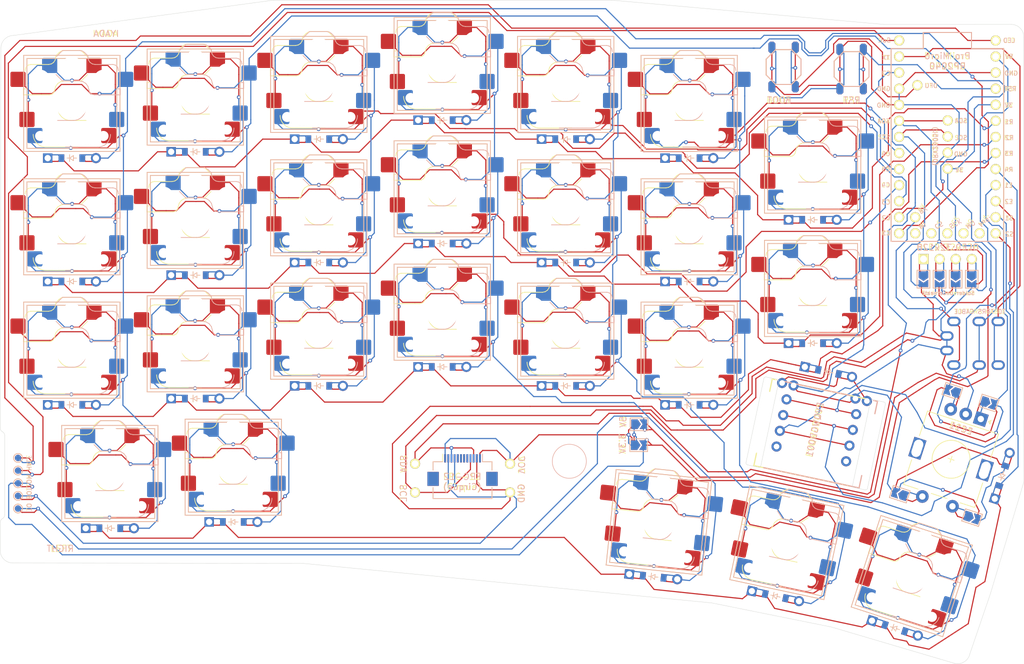
<source format=kicad_pcb>
(kicad_pcb (version 20240108) (generator "pcbnew") (generator_version "8.0")
  (layers (0 "F.Cu" signal) (31 "B.Cu" signal) (34 "B.Paste" user) (35 "F.Paste" user) (36 "B.SilkS" user "B.Silkscreen") (37 "F.SilkS" user "F.Silkscreen") (38 "B.Mask" user) (39 "F.Mask" user) (44 "Edge.Cuts" user))
  (net 0 "")
  (net 1 "GND")
  (net 2 "5V")
  (net 3 "3V")
  (net 4 "RST")
  (net 5 "TX")
  (net 6 "RX")
  (net 7 "SDA")
  (net 8 "SCL")
  (net 9 "P4")
  (net 10 "P5")
  (net 11 "P6")
  (net 12 "P7")
  (net 13 "P8")
  (net 14 "P9")
  (net 15 "P10")
  (net 16 "P16")
  (net 17 "P14")
  (net 18 "P15")
  (net 19 "P18")
  (net 20 "P19")
  (net 21 "P20")
  (net 22 "P21")
  (net 23 "OLEDA")
  (net 24 "OLEDB")
  (net 25 "OLEDC")
  (net 26 "OLEDD")
  (net 27 "E1")
  (net 28 "E2")
  (net 29 "E3")
  (net 30 "E5")
  (net 31 "SCK")
  (net 32 "MISO")
  (net 33 "SS")
  (net 34 "DR")
  (net 35 "MOSI")
  (net 36 "BTN1")
  (net 37 "BTN2")
  (net 38 "BTN3")
  (net 39 "3VCi")
  (net 40 "tri-mid")
  (net 41 "tri-bot")
  (net 42 "fin-top")
  (net 43 "fin-mid")
  (net 44 "fin-bot")
  (net 45 "ind-top")
  (net 46 "ind-mid")
  (net 47 "ind-bot")
  (net 48 "mid-top")
  (net 49 "mid-mid")
  (net 50 "mid-bot")
  (net 51 "rin-top")
  (net 52 "rin-mid")
  (net 53 "rin-bot")
  (net 54 "pin-top")
  (net 55 "pin-mid")
  (net 56 "pin-bot")
  (net 57 "fpi-top")
  (net 58 "fpi-mid")
  (net 59 "fpi-bot")
  (net 60 "ind-clu")
  (net 61 "mid-clu")
  (net 62 "tri-clu")
  (net 63 "fin-clu")
  (net 64 "fpi-clu")
  (net 65 "pin-clu")
  (net 66 "tri-top")
  (net 67 "P26")
  (net 68 "RX0")
  (net 69 "P29")
  (net 70 "P22")
  (net 71 "P23")
  (net 72 "P24")
  (net 73 "P25")
  (net 74 "P30")
  (net 75 "DFU")
  (footprint "PCM_Switch_Keyboard_Hotswap_Kailh:SW_Hotswap_Kailh_Choc_V2" (layer "F.Cu") (at 160.382003 97.155001)
    (property "Reference" "REF**" (hide yes))
    (property "Value" "SW_Hotswap_Kailh_Choc_V2" (hide yes))
  )
  (footprint "PCM_Switch_Keyboard_Hotswap_Kailh:SW_Hotswap_Kailh_MX_1.00u" (layer "F.Cu") (at 195.301542 130.571642 168)
    (property "Reference" "REF**" (hide yes))
    (property "Value" "SW_Hotswap_Kailh_MX_1.00u" (hide yes))
  )
  (footprint "ComboDiode" (layer "F.Cu") (at 193.503097 139.032608 -12)
    (property "Reference" "D14" (hide yes))
    (property "Value" "" (hide yes))
  )
  (footprint "PCM_Switch_Keyboard_Hotswap_Kailh:SW_Hotswap_Kailh_MX_1.00u" (layer "F.Cu") (at 140.882009 74.655007 180)
    (property "Reference" "REF**" (hide yes))
    (property "Value" "SW_Hotswap_Kailh_MX_1.00u" (hide yes))
  )
  (footprint "" (layer "F.Cu") (at 221.682842 95.618033)
    (property "Reference" "")
    (property "Value" "")
  )
  (footprint "" (layer "F.Cu") (at 228.682848 95.618031)
    (property "Reference" "")
    (property "Value" "")
  )
  (footprint "MountingHole:MountingHole_2.2mm_M2_DIN965" (layer "F.Cu") (at 169.651014 87.546002)
    (property "Reference" "CiHole1" (hide yes))
    (property "Value" "MountingHole_2.2mm_M2_DIN965" (hide yes))
  )
  (footprint "PCM_Switch_Keyboard_Hotswap_Kailh:SW_Hotswap_Kailh_MX_1.00u" (layer "F.Cu") (at 82.382007 80.655006 180)
    (property "Reference" "REF**" (hide yes))
    (property "Value" "SW_Hotswap_Kailh_MX_1.00u" (hide yes))
  )
  (footprint "PCM_Switch_Keyboard_Hotswap_Kailh:SW_Hotswap_Kailh_Choc_V2" (layer "F.Cu") (at 121.382008 58.155008)
    (property "Reference" "REF**" (hide yes))
    (property "Value" "SW_Hotswap_Kailh_Choc_V2" (hide yes))
  )
  (footprint "PCM_Switch_Keyboard_Hotswap_Kailh:SW_Hotswap_Kailh_MX_1.00u" (layer "F.Cu") (at 199.382007 90.405007 180)
    (property "Reference" "REF**" (hide yes))
    (property "Value" "SW_Hotswap_Kailh_MX_1.00u" (hide yes))
  )
  (footprint "ComboDiode" (layer "F.Cu") (at 229.318156 120.017835 72)
    (property "Reference" "D14" (hide yes))
    (property "Value" "" (hide yes))
  )
  (footprint "PCM_Switch_Keyboard_Hotswap_Kailh:SW_Hotswap_Kailh_MX_1.00u" (layer "F.Cu") (at 82.382008 61.154998 180)
    (property "Reference" "REF**" (hide yes))
    (property "Value" "SW_Hotswap_Kailh_MX_1.00u" (hide yes))
  )
  (footprint "PCM_Switch_Keyboard_Hotswap_Kailh:SW_Hotswap_Kailh_Choc_V2" (layer "F.Cu") (at 179.882009 61.155004)
    (property "Reference" "REF**" (hide yes))
    (property "Value" "SW_Hotswap_Kailh_Choc_V2" (hide yes))
  )
  (footprint "PCM_Switch_Keyboard_Hotswap_Kailh:SW_Hotswap_Kailh_Choc_V2" (layer "F.Cu") (at 121.382003 77.654999)
    (property "Reference" "REF**" (hide yes))
    (property "Value" "SW_Hotswap_Kailh_Choc_V2" (hide yes))
  )
  (footprint "Rotary_Encoder:RotaryEncoder_Alps_EC11E-Switch_Vertical_H20mm" (layer "F.Cu") (at 225.939028 111.043394 -108)
    (property "Reference" "REF**" (hide yes))
    (property "Value" "RotaryEncoder_Alps_EC11E-Switch_Vertical_H20mm" (hide yes))
  )
  (footprint "ComboDiode" (layer "F.Cu") (at 82.382009 69.80502)
    (property "Reference" "D14" (hide yes))
    (property "Value" "" (hide yes))
  )
  (footprint "PCM_Switch_Keyboard_Hotswap_Kailh:SW_Hotswap_Kailh_MX_1.00u" (layer "F.Cu") (at 82.382 100.155009 180)
    (property "Reference" "REF**" (hide yes))
    (property "Value" "SW_Hotswap_Kailh_MX_1.00u" (hide yes))
  )
  (footprint "Jumper:SolderJumper-2_P1.3mm_Open_TrianglePad1.0x1.5mm" (layer "F.Cu") (at 221.452678 106.645408 162)
    (property "Reference" "REF**" (hide yes))
    (property "Value" "SolderJumper-2_P1.3mm_Open_TrianglePad1.0x1.5mm" (hide yes))
  )
  (footprint "PCM_Switch_Keyboard_Hotswap_Kailh:SW_Hotswap_Kailh_Choc_V2" (layer "F.Cu") (at 82.382008 61.154998)
    (property "Reference" "REF**" (hide yes))
    (property "Value" "SW_Hotswap_Kailh_Choc_V2" (hide yes))
  )
  (footprint "" (layer "F.Cu") (at 220.58285 100.218031)
    (property "Reference" "")
    (property "Value" "")
  )
  (footprint "PCM_Switch_Keyboard_Hotswap_Kailh:SW_Hotswap_Kailh_Choc_V2" (layer "F.Cu") (at 82.382 100.155009)
    (property "Reference" "REF**" (hide yes))
    (property "Value" "SW_Hotswap_Kailh_Choc_V2" (hide yes))
  )
  (footprint "MountingHole:MountingHole_2.2mm_M2_DIN965" (layer "F.Cu") (at 221.871015 147.066004)
    (property "Reference" "CiHole1" (hide yes))
    (property "Value" "MountingHole_2.2mm_M2_DIN965" (hide yes))
  )
  (footprint "ComboDiode" (layer "F.Cu") (at 121.382005 86.305004)
    (property "Reference" "D14" (hide yes))
    (property "Value" "" (hide yes))
  )
  (footprint "ComboDiode" (layer "F.Cu") (at 88.382006 128.305002)
    (property "Reference" "D14" (hide yes))
    (property "Value" "" (hide yes))
  )
  (footprint "PCM_Switch_Keyboard_Hotswap_Kailh:SW_Hotswap_Kailh_Choc_V2" (layer "F.Cu") (at 215.043645 135.869209 -18)
    (property "Reference" "REF**" (hide yes))
    (property "Value" "SW_Hotswap_Kailh_Choc_V2" (hide yes))
  )
  (footprint "ComboDiode" (layer "F.Cu") (at 212.370651 144.095841 -18)
    (property "Reference" "D14" (hide yes))
    (property "Value" "" (hide yes))
  )
  (footprint "ComboDiode" (layer "F.Cu") (at 201.871959 103.596956 -12)
    (property "Reference" "D14" (hide yes))
    (property "Value" "" (hide yes))
  )
  (footprint "PCM_Switch_Keyboard_Hotswap_Kailh:SW_Hotswap_Kailh_Choc_V2" (layer "F.Cu") (at 195.301542 130.571642 -12)
    (property "Reference" "REF**" (hide yes))
    (property "Value" "SW_Hotswap_Kailh_Choc_V2" (hide yes))
  )
  (footprint "Jumper:SolderJumper-2_P1.3mm_Open_TrianglePad1.0x1.5mm" (layer "F.Cu") (at 224.504504 88.94801 -90)
    (property "Reference" "REF**" (hide yes))
    (property "Value" "SolderJumper-2_P1.3mm_Open_TrianglePad1.0x1.5mm" (hide yes))
  )
  (footprint "" (layer "F.Cu") (at 215.921014 58.285999 90)
    (property "Reference" "")
    (property "Value" "")
  )
  (footprint "" (layer "F.Cu") (at 228.284507 51.213002 180)
    (property "Reference" "")
    (property "Value" "")
  )
  (footprint "MountingHole:MountingHole_2.2mm_M2_DIN965" (layer "F.Cu") (at 199.78101 51.676001)
    (property "Reference" "CiHole1" (hide yes))
    (property "Value" "MountingHole_2.2mm_M2_DIN965" (hide yes))
  )
  (footprint "" (layer "F.Cu") (at 225.74451 81.692999 90)
    (property "Reference" "")
    (property "Value" "")
  )
  (footprint "Pro_Micro:ProMicro" (layer "F.Cu") (at 220.663506 67.723017 -90)
    (property "Reference" "REF**" (hide yes))
    (property "Value" "ProMicro" (hide yes))
  )
  (footprint "PCM_Switch_Keyboard_Hotswap_Kailh:SW_Hotswap_Kailh_Choc_V2" (layer "F.Cu") (at 179.882004 100.155001)
    (property "Reference" "REF**" (hide yes))
    (property "Value" "SW_Hotswap_Kailh_Choc_V2" (hide yes))
  )
  (footprint "PCM_Switch_Keyboard_Hotswap_Kailh:SW_Hotswap_Kailh_Choc_V2" (layer "F.Cu") (at 199.382007 90.405007)
    (property "Reference" "REF**" (hide yes))
    (property "Value" "SW_Hotswap_Kailh_Choc_V2" (hide yes))
  )
  (footprint "PCM_Switch_Keyboard_Hotswap_Kailh:SW_Hotswap_Kailh_Choc_V2" (layer "F.Cu") (at 107.882009 118.655)
    (property "Reference" "REF**" (hide yes))
    (property "Value" "SW_Hotswap_Kailh_Choc_V2" (hide yes))
  )
  (footprint "PCM_Switch_Keyboard_Hotswap_Kailh:SW_Hotswap_Kailh_Choc_V2" (layer "F.Cu") (at 140.882009 74.655007)
    (property "Reference" "REF**" (hide yes))
    (property "Value" "SW_Hotswap_Kailh_Choc_V2" (hide yes))
  )
  (footprint "" (layer "F.Cu") (at 216.896508 85.762001 90)
    (property "Reference" "")
    (property "Value" "")
  )
  (footprint "Jumper:SolderJumper-2_P1.3mm_Open_TrianglePad1.0x1.5mm" (layer "F.Cu") (at 227.177679 108.500401 -18)
    (property "Reference" "REF**" (hide yes))
    (property "Value" "SolderJumper-2_P1.3mm_Open_TrianglePad1.0x1.5mm" (hide yes))
  )
  (footprint "PCM_Switch_Keyboard_Hotswap_Kailh:SW_Hotswap_Kailh_MX_1.00u" (layer "F.Cu") (at 107.882009 118.655 180)
    (property "Reference" "REF**" (hide yes))
    (property "Value" "SW_Hotswap_Kailh_MX_1.00u" (hide yes))
  )
  (footprint "" (layer "F.Cu") (at 223.204508 81.692999 90)
    (property "Reference" "")
    (property "Value" "")
  )
  (footprint "ComboDiode" (layer "F.Cu") (at 179.88201 69.805004)
    (property "Reference" "D14" (hide yes))
    (property "Value" "" (hide yes))
  )
  (footprint "PCM_Switch_Keyboard_Hotswap_Kailh:SW_Hotswap_Kailh_MX_1.00u" (layer "F.Cu") (at 179.882 80.654999 180)
    (property "Reference" "REF**" (hide yes))
    (property "Value" "SW_Hotswap_Kailh_MX_1.00u" (hide yes))
  )
  (footprint "" (layer "F.Cu") (at 224.516501 85.762007 90)
    (property "Reference" "")
    (property "Value" "")
  )
  (footprint "PCM_Switch_Keyboard_Hotswap_Kailh:SW_Hotswap_Kailh_MX_1.00u" (layer "F.Cu") (at 121.382002 97.155009 180)
    (property "Reference" "REF**" (hide yes))
    (property "Value" "SW_Hotswap_Kailh_MX_1.00u" (hide yes))
  )
  (footprint "PCM_Switch_Keyboard_Hotswap_Kailh:SW_Hotswap_Kailh_MX_1.00u" (layer "F.Cu") (at 199.382012 70.904997 180)
    (property "Reference" "REF**" (hide yes))
    (property "Value" "SW_Hotswap_Kailh_MX_1.00u" (hide yes))
  )
  (footprint "PCM_Switch_Keyboard_Hotswap_Kailh:SW_Hotswap_Kailh_Choc_V2" (layer "F.Cu") (at 140.882007 55.155016)
    (property "Reference" "REF**" (hide yes))
    (property "Value" "SW_Hotswap_Kailh_Choc_V2" (hide yes))
  )
  (footprint "ComboDiode" (layer "F.Cu") (at 82.382005 89.30501)
    (property "Reference" "D14" (hide yes))
    (property "Value" "" (hide yes))
  )
  (footprint "" (layer "F.Cu") (at 228.682851 102.518032)
    (property "Reference" "")
    (property "Value" "")
  )
  (footprint "Jumper:SolderJumper-2_P1.3mm_Open_TrianglePad1.0x1.5mm" (layer "F.Cu") (at 224.555219 126.628563 -18)
    (property "Reference" "REF**" (hide yes))
    (property "Value" "SolderJumper-2_P1.3mm_Open_TrianglePad1.0x1.5mm" (hide yes))
  )
  (footprint "ComboDiode" (layer "F.Cu") (at 160.381997 105.805005)
    (property "Reference" "D14" (hide yes))
    (property "Value" "" (hide yes))
  )
  (footprint "PCM_Switch_Keyboard_Hotswap_Kailh:SW_Hotswap_Kailh_MX_1.00u" (layer "F.Cu") (at 121.382003 77.654999 180)
    (property "Reference" "REF**" (hide yes))
    (property "Value" "SW_Hotswap_Kailh_MX_1.00u" (hide yes))
  )
  (footprint "PCM_Switch_Keyboard_Hotswap_Kailh:SW_Hotswap_Kailh_MX_1.00u" (layer "F.Cu") (at 101.882011 99.155001 180)
    (property "Reference" "REF**" (hide yes))
    (property "Value" "SW_Hotswap_Kailh_MX_1.00u" (hide yes))
  )
  (footprint "PCM_Switch_Keyboard_Hotswap_Kailh:SW_Hotswap_Kailh_MX_1.00u" (layer "F.Cu") (at 160.382003 97.155001 180)
    (property "Reference" "REF**" (hide yes))
    (property "Value" "SW_Hotswap_Kailh_MX_1.00u" (hide yes))
  )
  (footprint "PCM_Switch_Keyboard_Hotswap_Kailh:SW_Hotswap_Kailh_Choc_V2" (layer "F.Cu") (at 82.382007 80.655006)
    (property "Reference" "REF**" (hide yes))
    (property "Value" "SW_Hotswap_Kailh_Choc_V2" (hide yes))
  )
  (footprint "" (layer "F.Cu") (at 215.58452 79.153 180)
    (property "Reference" "")
    (property "Value" "")
  )
  (footprint "PCM_Switch_Keyboard_Hotswap_Kailh:SW_Hotswap_Kailh_Choc_V2" (layer "F.Cu") (at 88.382015 119.655001)
    (property "Reference" "REF**" (hide yes))
    (property "Value" "SW_Hotswap_Kailh_Choc_V2" (hide yes))
  )
  (footprint "PCM_Switch_Keyboard_Hotswap_Kailh:SW_Hotswap_Kailh_Choc_V2" (layer "F.Cu") (at 179.882 80.654999)
    (property "Reference" "REF**" (hide yes))
    (property "Value" "SW_Hotswap_Kailh_Choc_V2" (hide yes))
  )
  (footprint "TestPoint:TestPoint_Pad_D1.0mm" (layer "F.Cu") (at 73.886004 117.191007)
    (property "Reference" "REF**" (hide yes))
    (property "Value" "TestPoint_Pad_D1.0mm" (hide yes))
  )
  (footprint "ComboDiode" (layer "F.Cu") (at 160.382011 66.805004)
    (property "Reference" "D14" (hide yes))
    (property "Value" "" (hide yes))
  )
  (footprint "PCM_Switch_Keyboard_Hotswap_Kailh:SW_Hotswap_Kailh_MX_1.00u" (layer "F.Cu") (at 179.882004 100.155001 180)
    (property "Reference" "REF**" (hide yes))
    (property "Value" "SW_Hotswap_Kailh_MX_1.00u" (hide yes))
  )
  (footprint "ComboDiode" (layer "F.Cu") (at 140.882004 63.805002)
    (property "Reference" "D14" (hide yes))
    (property "Value" "" (hide yes))
  )
  (footprint "PCM_Switch_Keyboard_Hotswap_Kailh:SW_Hotswap_Kailh_MX_1.00u" (layer "F.Cu") (at 140.882007 55.155016 180)
    (property "Reference" "REF**" (hide yes))
    (property "Value" "SW_Hotswap_Kailh_MX_1.00u" (hide yes))
  )
  (footprint "PCM_Switch_Keyboard_Hotswap_Kailh:SW_Hotswap_Kailh_MX_1.00u" (layer "F.Cu") (at 101.88201 79.654997 180)
    (property "Reference" "REF**" (hide yes))
    (property "Value" "SW_Hotswap_Kailh_MX_1.00u" (hide yes))
  )
  (footprint "EVQWGD001:RollerEncoder_Panasonic_EVQWGD001" (layer "F.Cu") (at 199.969288 112.836037 -12)
    (property "Reference" "REF**" (hide yes))
    (property "Value" "RollerEncoder_Panasonic_EVQWGD001" (hide yes))
    (fp_line (start 7.700007 7.600002) (end 9.499997 7.599997) (stroke (width 0.05)) (layer "Edge.Cuts"))
    (fp_line (start 9.8 7.3) (end 9.8 -6.300001) (stroke (width 0.05)) (layer "Edge.Cuts"))
    (fp_line (start 7.39999 -6.300005) (end 7.4 7.3) (stroke (width 0.05)) (layer "Edge.Cuts"))
    (fp_line (start 9.5 -6.6) (end 7.700013 -6.600001) (stroke (width 0.05)) (layer "Edge.Cuts"))
    (fp_arc (start 7.700007 7.600002) (mid 7.487869 7.512136) (end 7.4 7.3) (stroke (width 0.05)) (layer "Edge.Cuts"))
    (fp_arc (start 9.8 7.3) (mid 9.712131 7.512134) (end 9.499997 7.599997) (stroke (width 0.05)) (layer "Edge.Cuts"))
    (fp_arc (start 7.39999 -6.300005) (mid 7.487868 -6.512145) (end 7.700013 -6.600001) (stroke (width 0.05)) (layer "Edge.Cuts"))
    (fp_arc (start 9.5 -6.6) (mid 9.712132 -6.512132) (end 9.8 -6.300001) (stroke (width 0.05)) (layer "Edge.Cuts"))
  )
  (footprint "PCM_Switch_Keyboard_Hotswap_Kailh:SW_Hotswap_Kailh_MX_1.00u" (layer "F.Cu") (at 160.382013 58.154996 180)
    (property "Reference" "REF**" (hide yes))
    (property "Value" "SW_Hotswap_Kailh_MX_1.00u" (hide yes))
  )
  (footprint "PCM_Switch_Keyboard_Hotswap_Kailh:SW_Hotswap_Kailh_MX_1.00u" (layer "F.Cu") (at 140.882004 94.155009 180)
    (property "Reference" "REF**" (hide yes))
    (property "Value" "SW_Hotswap_Kailh_MX_1.00u" (hide yes))
  )
  (footprint "TestPoint:TestPoint_Pad_D1.0mm" (layer "F.Cu") (at 73.886007 125.191002)
    (property "Reference" "REF**" (hide yes))
    (property "Value" "TestPoint_Pad_D1.0mm" (hide yes))
  )
  (footprint "" (layer "F.Cu") (at 225.682846 95.61803)
    (property "Reference" "")
    (property "Value" "")
  )
  (footprint "" (layer "F.Cu") (at 225.68285 102.518032)
    (property "Reference" "")
    (property "Value" "")
  )
  (footprint "ComboDiode" (layer "F.Cu") (at 121.382007 105.805005)
    (property "Reference" "D14" (hide yes))
    (property "Value" "" (hide yes))
  )
  (footprint "Connector_FFC-FPC:Hirose_FH12-12S-0.5SH_1x12-1MP_P0.50mm_Horizontal" (layer "F.Cu") (at 144.088001 119.103008)
    (property "Reference" "REF**" (hide yes))
    (property "Value" "Hirose_FH12-12S-0.5SH_1x12-1MP_P0.50mm_Horizontal" (hide yes))
  )
  (footprint "E73:SW_TACT_ALPS_SKQGABE010" (layer "F.Cu") (at 194.791012 55.411006 -90)
    (property "Reference" "B1" (hide yes))
    (property "Value" "" (hide yes))
  )
  (footprint "ComboDiode" (layer "F.Cu") (at 82.382005 108.805006)
    (property "Reference" "D14" (hide yes))
    (property "Value" "" (hide yes))
  )
  (footprint "" (layer "F.Cu") (at 219.436512 85.762004 90)
    (property "Reference" "")
    (property "Value" "")
  )
  (footprint "TestPoint:TestPoint_Pad_D1.0mm" (layer "F.Cu") (at 73.886011 121.191003)
    (property "Reference" "REF**" (hide yes))
    (property "Value" "TestPoint_Pad_D1.0mm" (hide yes))
  )
  (footprint "" (layer "F.Cu") (at 220.711002 63.856001 180)
    (property "Reference" "")
    (property "Value" "")
  )
  (footprint "MountingHole:MountingHole_2.2mm_M2_DIN965" (layer "F.Cu") (at 169.651009 67.996002)
    (property "Reference" "CiHole1" (hide yes))
    (property "Value" "MountingHole_2.2mm_M2_DIN965" (hide yes))
  )
  (footprint "" (layer "F.Cu") (at 220.711004 66.396011 180)
    (property "Reference" "")
    (property "Value" "")
  )
  (footprint "ComboDiode" (layer "F.Cu") (at 160.382001 86.305004)
    (property "Reference" "D14" (hide yes))
    (property "Value" "" (hide yes))
  )
  (footprint "PCM_Switch_Keyboard_Hotswap_Kailh:SW_Hotswap_Kailh_MX_1.00u" (layer "F.Cu") (at 215.043645 135.869209 162)
    (property "Reference" "REF**" (hide yes))
    (property "Value" "SW_Hotswap_Kailh_MX_1.00u" (hide yes))
  )
  (footprint "PCM_Switch_Keyboard_Hotswap_Kailh:SW_Hotswap_Kailh_MX_1.00u" (layer "F.Cu") (at 101.882005 60.155008 180)
    (property "Reference" "REF**" (hide yes))
    (property "Value" "SW_Hotswap_Kailh_MX_1.00u" (hide yes))
  )
  (footprint "ComboDiode" (layer "F.Cu") (at 101.882003 107.805001)
    (property "Reference" "D14" (hide yes))
    (property "Value" "" (hide yes))
  )
  (footprint "ComboDiode" (layer "F.Cu") (at 107.882008 127.305002)
    (property "Reference" "D14" (hide yes))
    (property "Value" "" (hide yes))
  )
  (footprint "PCM_Switch_Keyboard_Hotswap_Kailh:SW_Hotswap_Kailh_MX_1.00u" (layer "F.Cu") (at 88.382015 119.655001 180)
    (property "Reference" "REF**" (hide yes))
    (property "Value" "SW_Hotswap_Kailh_MX_1.00u" (hide yes))
  )
  (footprint "" (layer "F.Cu") (at 215.584512 81.693007 90)
    (property "Reference" "")
    (property "Value" "")
  )
  (footprint "PCM_Switch_Keyboard_Hotswap_Kailh:SW_Hotswap_Kailh_Choc_V2" (layer "F.Cu") (at 101.88201 79.654997)
    (property "Reference" "REF**" (hide yes))
    (property "Value" "SW_Hotswap_Kailh_Choc_V2" (hide yes))
  )
  (footprint "PCM_Switch_Keyboard_Hotswap_Kailh:SW_Hotswap_Kailh_Choc_V2" (layer "F.Cu") (at 160.382005 77.655007)
    (property "Reference" "REF**" (hide yes))
    (property "Value" "SW_Hotswap_Kailh_Choc_V2" (hide yes))
  )
  (footprint "PCM_Switch_Keyboard_Hotswap_Kailh:SW_Hotswap_Kailh_Choc_V2" (layer "F.Cu") (at 121.382002 97.155009)
    (property "Reference" "REF**" (hide yes))
    (property "Value" "SW_Hotswap_Kailh_Choc_V2" (hide yes))
  )
  (footprint "ComboDiode" (layer "F.Cu") (at 174.209662 135.969315 -6)
    (property "Reference" "D14" (hide yes))
    (property "Value" "" (hide yes))
  )
  (footprint "Jumper:SolderJumper-2_P1.3mm_Open_TrianglePad1.0x1.5mm" (layer "F.Cu") (at 221.96451 88.947999 -90)
    (property "Reference" "REF**" (hide yes))
    (property "Value" "SolderJumper-2_P1.3mm_Open_TrianglePad1.0x1.5mm" (hide yes))
  )
  (footprint "" (layer "F.Cu") (at 221.682842 102.518031)
    (property "Reference" "")
    (property "Value" "")
  )
  (footprint "" (layer "F.Cu") (at 220.582856 97.918025)
    (property "Reference" "")
    (property "Value" "")
  )
  (footprint "ComboDiode" (layer "F.Cu") (at 199.382013 99.055012)
    (property "Reference" "D14" (hide yes))
    (property "Value" "" (hide yes))
  )
  (footprint "ComboDiode" (layer "F.Cu") (at 140.882016 83.305007)
    (property "Reference" "D14" (hide yes))
    (property "Value" "" (hide yes))
  )
  (footprint "" (layer "F.Cu") (at 151.588011 122.643005)
    (property "Reference" "")
    (property "Value" "")
  )
  (footprint "PCM_Switch_Keyboard_Hotswap_Kailh:SW_Hotswap_Kailh_Choc_V2" (layer "F.Cu") (at 101.882011 99.155001)
    (property "Reference" "REF**" (hide yes))
    (property "Value" "SW_Hotswap_Kailh_Choc_V2" (hide yes))
  )
  (footprint "PCM_Switch_Keyboard_Hotswap_Kailh:SW_Hotswap_Kailh_MX_1.00u" (layer "F.Cu") (at 121.382008 58.155008 180)
    (property "Reference" "REF**" (hide yes))
    (property "Value" "SW_Hotswap_Kailh_MX_1.00u" (hide yes))
  )
  (footprint "Jumper:SolderJumper-2_P1.3mm_Open_TrianglePad1.0x1.5mm" (layer "F.Cu") (at 213.142547 122.920354 162)
    (property "Reference" "REF**" (hide yes))
    (property "Value" "SolderJumper-2_P1.3mm_Open_TrianglePad1.0x1.5mm" (hide yes))
  )
  (footprint "MountingHole:MountingHole_2.2mm_M2_DIN965" (layer "F.Cu") (at 110.011007 48.876003)
    (property "Reference" "CiHole1" (hide yes))
    (property "Value" "MountingHole_2.2mm_M2_DIN965" (hide yes))
  )
  (footprint "TestPoint:TestPoint_Pad_D1.0mm" (layer "F.Cu") (at 73.885999 119.190999)
    (property "Reference" "REF**" (hide yes))
    (property "Value" "TestPoint_Pad_D1.0mm" (hide yes))
  )
  (footprint "" (layer "F.Cu") (at 220.71101 68.935997)
    (property "Reference" "")
    (property "Value" "")
  )
  (footprint "" (layer "F.Cu") (at 220.711007 71.476005)
    (property "Reference" "")
    (property "Value" "")
  )
  (footprint "MountingHole:MountingHole_2.2mm_M2_DIN965" (layer "F.Cu") (at 74.441006 130.676007)
    (property "Reference" "CiHole1" (hide yes))
    (property "Value" "MountingHole_2.2mm_M2_DIN965" (hide yes))
  )
  (footprint "" (layer "F.Cu") (at 221.976507 85.761994 90)
    (property "Reference" "")
    (property "Value" "")
  )
  (footprint "TestPoint:TestPoint_Pad_D1.0mm" (layer "F.Cu") (at 73.886006 123.191009)
    (property "Reference" "REF**" (hide yes))
    (property "Value" "TestPoint_Pad_D1.0mm" (hide yes))
  )
  (footprint "ComboDiode" (layer "F.Cu") (at 140.882008 102.804999)
    (property "Reference" "D14" (hide yes))
    (property "Value" "" (hide yes))
  )
  (footprint "MountingHole:MountingHole_2.2mm_M2_DIN965" (layer "F.Cu") (at 73.636011 70.891002)
    (property "Reference" "CiHole1" (hide yes))
    (property "Value" "MountingHole_2.2mm_M2_DIN965" (hide yes))
  )
  (footprint "PCM_Switch_Keyboard_Hotswap_Kailh:SW_Hotswap_Kailh_MX_1.00u" (layer "F.Cu") (at 179.882009 61.155004 180)
    (property "Reference" "REF**" (hide yes))
    (property "Value" "SW_Hotswap_Kailh_MX_1.00u" (hide yes))
  )
  (footprint "" (layer "F.Cu") (at 136.588001 122.643 180)
    (property "Reference" "")
    (property "Value" "")
  )
  (footprint "MountingHole:MountingHole_2.2mm_M2_DIN965" (layer "F.Cu") (at 160.977009 117.706011)
    (property "Reference" "CiHole1" (hide yes))
    (property "Value" "MountingHole_2.2mm_M2_DIN965" (hide yes))
  )
  (footprint "PCM_Switch_Keyboard_Hotswap_Kailh:SW_Hotswap_Kailh_MX_1.00u" (layer "F.Cu") (at 175.113835 127.366698 174)
    (property "Reference" "REF**" (hide yes))
    (property "Value" "SW_Hotswap_Kailh_MX_1.00u" (hide yes))
  )
  (footprint "" (layer "F.Cu") (at 218.124506 81.693004 90)
    (property "Reference" "")
    (property "Value" "")
  )
  (footprint "Jumper:SolderJumper-2_P1.3mm_Open_TrianglePad1.0x1.5mm" (layer "F.Cu") (at 171.910003 115.174008)
    (property "Reference" "REF**" (hide yes))
    (property "Value" "SolderJumper-2_P1.3mm_Open_TrianglePad1.0x1.5mm" (hide yes))
  )
  (footprint "PCM_Switch_Keyboard_Hotswap_Kailh:SW_Hotswap_Kailh_Choc_V2" (layer "F.Cu") (at 160.382013 58.154996)
    (property "Reference" "REF**" (hide yes))
    (property "Value" "SW_Hotswap_Kailh_Choc_V2" (hide yes))
  )
  (footprint "" (layer "F.Cu") (at 213.044503 51.213009 180)
    (property "Reference" "")
    (property "Value" "")
  )
  (footprint "ComboDiode" (layer "F.Cu") (at 101.882003 88.305004)
    (property "Reference" "D14" (hide yes))
    (property "Value" "" (hide yes))
  )
  (footprint "PCM_Switch_Keyboard_Hotswap_Kailh:SW_Hotswap_Kailh_Choc_V2" (layer "F.Cu") (at 101.882005 60.155008)
    (property "Reference" "REF**" (hide yes))
    (property "Value" "SW_Hotswap_Kailh_Choc_V2" (hide yes))
  )
  (footprint "Jumper:SolderJumper-2_P1.3mm_Open_TrianglePad1.0x1.5mm" (layer "F.Cu") (at 219.424506 88.948009 -90)
    (property "Reference" "REF**" (hide yes))
    (property "Value" "SolderJumper-2_P1.3mm_Open_TrianglePad1.0x1.5mm" (hide yes))
  )
  (footprint "ComboDiode" (layer "F.Cu") (at 179.882007 89.305003)
    (property "Reference" "D14" (hide yes))
    (property "Value" "" (hide yes))
  )
  (footprint "" (layer "F.Cu") (at 151.588013 118.103007)
    (property "Reference" "")
    (property "Value" "")
  )
  (footprint "Jumper:SolderJumper-2_P1.3mm_Open_TrianglePad1.0x1.5mm" (layer "F.Cu") (at 216.88451 88.94801 -90)
    (property "Reference" "REF**" (hide yes))
    (property "Value" "SolderJumper-2_P1.3mm_Open_TrianglePad1.0x1.5mm" (hide yes))
  )
  (footprint "MountingHole:MountingHole_2.2mm_M2_DIN965" (layer "F.Cu") (at 112.091011 87.426011)
    (property "Reference" "CiHole1" (hide yes))
    (property "Value" "MountingHole_2.2mm_M2_DIN965" (hide yes))
  )
  (footprint "Jumper:SolderJumper-2_P1.3mm_Open_TrianglePad1.0x1.5mm" (layer "F.Cu") (at 171.970005 111.863999)
    (property "Reference" "REF**" (hide yes))
    (property "Value" "SolderJumper-2_P1.3mm_Open_TrianglePad1.0x1.5mm" (hide yes))
  )
  (footprint "E73:SW_TACT_ALPS_SKQGABE010" (layer "F.Cu") (at 205.531012 55.725998 -90)
    (property "Reference" "B1" (hide yes))
    (property "Value" "" (hide yes))
  )
  (footprint "" (layer "F.Cu") (at 136.588002 118.103009 90)
    (property "Reference" "")
    (property "Value" "")
  )
  (footprint "ComboDiode" (layer "F.Cu") (at 179.882009 108.804999)
    (property "Reference" "D14" (hide yes))
    (property "Value" "" (hide yes))
  )
  (footprint "ComboDiode" (layer "F.Cu") (at 199.382009 79.555012)
    (property "Reference" "D14" (hide yes))
    (property "Value" "" (hide yes))
  )
  (footprint "PCM_Switch_Keyboard_Hotswap_Kailh:SW_Hotswap_Kailh_Choc_V2" (layer "F.Cu") (at 199.382012 70.904997)
    (property "Reference" "REF**" (hide yes))
    (property "Value" "SW_Hotswap_Kailh_Choc_V2" (hide yes))
  )
  (footprint "ComboDiode" (layer "F.Cu") (at 121.381999 66.805009)
    (property "Reference" "D14" (hide yes))
    (property "Value" "" (hide yes))
  )
  (footprint "PCM_Switch_Keyboard_Hotswap_Kailh:SW_Hotswap_Kailh_MX_1.00u" (layer "F.Cu") (at 160.382005 77.655007 180)
    (property "Reference" "REF**" (hide yes))
    (property "Value" "SW_Hotswap_Kailh_MX_1.00u" (hide yes))
  )
  (footprint "ComboDiode" (layer "F.Cu") (at 101.882006 68.804998)
    (property "Reference" "D14" (hide yes))
    (property "Value" "" (hide yes))
  )
  (footprint "" (layer "F.Cu") (at 220.664509 81.693011 90)
    (property "Reference" "")
    (property "Value" "")
  )
  (footprint "PCM_Switch_Keyboard_Hotswap_Kailh:SW_Hotswap_Kailh_Choc_V2" (layer "F.Cu") (at 175.113835 127.366698 -6)
    (property "Reference" "REF**" (hide yes))
    (property "Value" "SW_Hotswap_Kailh_Choc_V2" (hide yes))
  )
  (footprint "PCM_Switch_Keyboard_Hotswap_Kailh:SW_Hotswap_Kailh_Choc_V2" (layer "F.Cu") (at 140.882004 94.155009)
    (property "Reference" "REF**" (hide yes))
    (property "Value" "SW_Hotswap_Kailh_Choc_V2" (hide yes))
  )
  (footprint "Jumper:SolderJumper-2_P1.3mm_Open_TrianglePad1.0x1.5mm" (layer "B.Cu") (at 224.555219 126.628563 -18)
    (property "Reference" "REF**" (hide yes))
    (property "Value" "SolderJumper-2_P1.3mm_Open_TrianglePad1.0x1.5mm" (hide yes))
  )
  (footprint "PCM_Switch_Keyboard_Hotswap_Kailh:SW_Hotswap_Kailh_MX_1.00u" (layer "B.Cu") (at 82.382 100.155009)
    (property "Reference" "REF**" (hide yes))
    (property "Value" "SW_Hotswap_Kailh_MX_1.00u" (hide yes))
  )
  (footprint "PCM_Switch_Keyboard_Hotswap_Kailh:SW_Hotswap_Kailh_MX_1.00u" (layer "B.Cu") (at 82.382008 61.154998)
    (property "Reference" "REF**" (hide yes))
    (property "Value" "SW_Hotswap_Kailh_MX_1.00u" (hide yes))
  )
  (footprint "PCM_Switch_Keyboard_Hotswap_Kailh:SW_Hotswap_Kailh_MX_1.00u" (layer "B.Cu") (at 101.882011 99.155001)
    (property "Reference" "REF**" (hide yes))
    (property "Value" "SW_Hotswap_Kailh_MX_1.00u" (hide yes))
  )
  (footprint "PCM_Switch_Keyboard_Hotswap_Kailh:SW_Hotswap_Kailh_Choc_V2" (layer "B.Cu") (at 140.882004 94.155009 180)
    (property "Reference" "REF**" (hide yes))
    (property "Value" "SW_Hotswap_Kailh_Choc_V2" (hide yes))
  )
  (footprint "PCM_Switch_Keyboard_Hotswap_Kailh:SW_Hotswap_Kailh_MX_1.00u" (layer "B.Cu") (at 179.882 80.654999)
    (property "Reference" "REF**" (hide yes))
    (property "Value" "SW_Hotswap_Kailh_MX_1.00u" (hide yes))
  )
  (footprint "PCM_Switch_Keyboard_Hotswap_Kailh:SW_Hotswap_Kailh_MX_1.00u" (layer "B.Cu") (at 121.382008 58.155008)
    (property "Reference" "REF**" (hide yes))
    (property "Value" "SW_Hotswap_Kailh_MX_1.00u" (hide yes))
  )
  (footprint "E73:SW_TACT_ALPS_SKQGABE010" (layer "B.Cu") (at 194.791012 55.411006 -90)
    (property "Reference" "B1" (hide yes))
    (property "Value" "" (hide yes))
  )
  (footprint "PCM_Switch_Keyboard_Hotswap_Kailh:SW_Hotswap_Kailh_Choc_V2" (layer "B.Cu") (at 179.882 80.654999 180)
    (property "Reference" "REF**" (hide yes))
    (property "Value" "SW_Hotswap_Kailh_Choc_V2" (hide yes))
  )
  (footprint "TestPoint:TestPoint_Pad_D1.0mm" (layer "B.Cu") (at 73.886004 117.191007 180)
    (property "Reference" "REF**" (hide yes))
    (property "Value" "TestPoint_Pad_D1.0mm" (hide yes))
  )
  (footprint "TestPoint:TestPoint_Pad_D1.0mm" (layer "B.Cu") (at 73.886011 121.191003 180)
    (property "Reference" "REF**" (hide yes))
    (property "Value" "TestPoint_Pad_D1.0mm" (hide yes))
  )
  (footprint "PCM_Switch_Keyboard_Hotswap_Kailh:SW_Hotswap_Kailh_Choc_V2" (layer "B.Cu") (at 179.882004 100.155001 180)
    (property "Reference" "REF**" (hide yes))
    (property "Value" "SW_Hotswap_Kailh_Choc_V2" (hide yes))
  )
  (footprint "PCM_Switch_Keyboard_Hotswap_Kailh:SW_Hotswap_Kailh_MX_1.00u" (layer "B.Cu") (at 160.382005 77.655007)
    (property "Reference" "REF**" (hide yes))
    (property "Value" "SW_Hotswap_Kailh_MX_1.00u" (hide yes))
  )
  (footprint "Jumper:SolderJumper-2_P1.3mm_Open_TrianglePad1.0x1.5mm" (layer "B.Cu") (at 171.910003 115.174008)
    (property "Reference" "REF**" (hide yes))
    (property "Value" "SolderJumper-2_P1.3mm_Open_TrianglePad1.0x1.5mm" (hide yes))
  )
  (footprint "Jumper:SolderJumper-2_P1.3mm_Open_TrianglePad1.0x1.5mm" (layer "B.Cu") (at 224.504504 88.94801 -90)
    (property "Reference" "REF**" (hide yes))
    (property "Value" "SolderJumper-2_P1.3mm_Open_TrianglePad1.0x1.5mm" (hide yes))
  )
  (footprint "Jumper:SolderJumper-2_P1.3mm_Open_TrianglePad1.0x1.5mm" (layer "B.Cu") (at 221.452678 106.645408 162)
    (property "Reference" "REF**" (hide yes))
    (property "Value" "SolderJumper-2_P1.3mm_Open_TrianglePad1.0x1.5mm" (hide yes))
  )
  (footprint "PCM_Switch_Keyboard_Hotswap_Kailh:SW_Hotswap_Kailh_Choc_V2" (layer "B.Cu") (at 107.882009 118.655 180)
    (property "Reference" "REF**" (hide yes))
    (property "Value" "SW_Hotswap_Kailh_Choc_V2" (hide yes))
  )
  (footprint "Jumper:SolderJumper-2_P1.3mm_Open_TrianglePad1.0x1.5mm" (layer "B.Cu") (at 171.970005 111.863999)
    (property "Reference" "REF**" (hide yes))
    (property "Value" "SolderJumper-2_P1.3mm_Open_TrianglePad1.0x1.5mm" (hide yes))
  )
  (footprint "Jumper:SolderJumper-2_P1.3mm_Open_TrianglePad1.0x1.5mm" (layer "B.Cu") (at 227.177679 108.500401 -18)
    (property "Reference" "REF**" (hide yes))
    (property "Value" "SolderJumper-2_P1.3mm_Open_TrianglePad1.0x1.5mm" (hide yes))
  )
  (footprint "PCM_Switch_Keyboard_Hotswap_Kailh:SW_Hotswap_Kailh_Choc_V2" (layer "B.Cu") (at 179.882009 61.155004 180)
    (property "Reference" "REF**" (hide yes))
    (property "Value" "SW_Hotswap_Kailh_Choc_V2" (hide yes))
  )
  (footprint "PCM_Switch_Keyboard_Hotswap_Kailh:SW_Hotswap_Kailh_Choc_V2" (layer "B.Cu") (at 140.882007 55.155016 180)
    (property "Reference" "REF**" (hide yes))
    (property "Value" "SW_Hotswap_Kailh_Choc_V2" (hide yes))
  )
  (footprint "PCM_Switch_Keyboard_Hotswap_Kailh:SW_Hotswap_Kailh_MX_1.00u" (layer "B.Cu") (at 140.882009 74.655007)
    (property "Reference" "REF**" (hide yes))
    (property "Value" "SW_Hotswap_Kailh_MX_1.00u" (hide yes))
  )
  (footprint "PCM_Switch_Keyboard_Hotswap_Kailh:SW_Hotswap_Kailh_Choc_V2" (layer "B.Cu") (at 160.382003 97.155001 180)
    (property "Reference" "REF**" (hide yes))
    (property "Value" "SW_Hotswap_Kailh_Choc_V2" (hide yes))
  )
  (footprint "PCM_Switch_Keyboard_Hotswap_Kailh:SW_Hotswap_Kailh_Choc_V2" (layer "B.Cu") (at 121.382008 58.155008 180)
    (property "Reference" "REF**" (hide yes))
    (property "Value" "SW_Hotswap_Kailh_Choc_V2" (hide yes))
  )
  (footprint "PCM_Switch_Keyboard_Hotswap_Kailh:SW_Hotswap_Kailh_Choc_V2" (layer "B.Cu") (at 101.882011 99.155001 180)
    (property "Reference" "REF**" (hide yes))
    (property "Value" "SW_Hotswap_Kailh_Choc_V2" (hide yes))
  )
  (footprint "E73:SW_TACT_ALPS_SKQGABE010" (layer "B.Cu") (at 205.531012 55.725998 -90)
    (property "Reference" "B1" (hide yes))
    (property "Value" "" (hide yes))
  )
  (footprint "PCM_Switch_Keyboard_Hotswap_Kailh:SW_Hotswap_Kailh_MX_1.00u" (layer "B.Cu") (at 199.382007 90.405007)
    (property "Reference" "REF**" (hide yes))
    (property "Value" "SW_Hotswap_Kailh_MX_1.00u" (hide yes))
  )
  (footprint "PCM_Switch_Keyboard_Hotswap_Kailh:SW_Hotswap_Kailh_Choc_V2" (layer "B.Cu") (at 195.301542 130.571642 168)
    (property "Reference" "REF**" (hide yes))
    (property "Value" "SW_Hotswap_Kailh_Choc_V2" (hide yes))
  )
  (footprint "PCM_Switch_Keyboard_Hotswap_Kailh:SW_Hotswap_Kailh_Choc_V2" (layer "B.Cu") (at 101.882005 60.155008 180)
    (property "Reference" "REF**" (hide yes))
    (property "Value" "SW_Hotswap_Kailh_Choc_V2" (hide yes))
  )
  (footprint "PCM_Switch_Keyboard_Hotswap_Kailh:SW_Hotswap_Kailh_Choc_V2" (layer "B.Cu") (at 101.88201 79.654997 180)
    (property "Reference" "REF**" (hide yes))
    (property "Value" "SW_Hotswap_Kailh_Choc_V2" (hide yes))
  )
  (footprint "PCM_Switch_Keyboard_Hotswap_Kailh:SW_Hotswap_Kailh_MX_1.00u" (layer "B.Cu") (at 140.882007 55.155016)
    (property "Reference" "REF**" (hide yes))
    (property "Value" "SW_Hotswap_Kailh_MX_1.00u" (hide yes))
  )
  (footprint "PCM_Switch_Keyboard_Hotswap_Kailh:SW_Hotswap_Kailh_Choc_V2" (layer "B.Cu") (at 175.113835 127.366698 174)
    (property "Reference" "REF**" (hide yes))
    (property "Value" "SW_Hotswap_Kailh_Choc_V2" (hide yes))
  )
  (footprint "PCM_Switch_Keyboard_Hotswap_Kailh:SW_Hotswap_Kailh_Choc_V2" (layer "B.Cu") (at 121.382003 77.654999 180)
    (property "Reference" "REF**" (hide yes))
    (property "Value" "SW_Hotswap_Kailh_Choc_V2" (hide yes))
  )
  (footprint "PCM_Switch_Keyboard_Hotswap_Kailh:SW_Hotswap_Kailh_MX_1.00u" (layer "B.Cu") (at 101.88201 79.654997)
    (property "Reference" "REF**" (hide yes))
    (property "Value" "SW_Hotswap_Kailh_MX_1.00u" (hide yes))
  )
  (footprint "TestPoint:TestPoint_Pad_D1.0mm" (layer "B.Cu") (at 73.885999 119.190999 180)
    (property "Reference" "REF**" (hide yes))
    (property "Value" "TestPoint_Pad_D1.0mm" (hide yes))
  )
  (footprint "PCM_Switch_Keyboard_Hotswap_Kailh:SW_Hotswap_Kailh_MX_1.00u" (layer "B.Cu") (at 121.382003 77.654999)
    (property "Reference" "REF**" (hide yes))
    (property "Value" "SW_Hotswap_Kailh_MX_1.00u" (hide yes))
  )
  (footprint "PCM_Switch_Keyboard_Hotswap_Kailh:SW_Hotswap_Kailh_MX_1.00u" (layer "B.Cu") (at 160.382003 97.155001)
    (property "Reference" "REF**" (hide yes))
    (property "Value" "SW_Hotswap_Kailh_MX_1.00u" (hide yes))
  )
  (footprint "PCM_Switch_Keyboard_Hotswap_Kailh:SW_Hotswap_Kailh_MX_1.00u" (layer "B.Cu") (at 160.382013 58.154996)
    (property "Reference" "REF**" (hide yes))
    (property "Value" "SW_Hotswap_Kailh_MX_1.00u" (hide yes))
  )
  (footprint "Connector_FFC-FPC:Hirose_FH12-12S-0.5SH_1x12-1MP_P0.50mm_Horizontal" (layer "B.Cu") (at 144.088001 119.103008 180)
    (property "Reference" "REF**" (hide yes))
    (property "Value" "Hirose_FH12-12S-0.5SH_1x12-1MP_P0.50mm_Horizontal" (hide yes))
  )
  (footprint "PCM_Switch_Keyboard_Hotswap_Kailh:SW_Hotswap_Kailh_Choc_V2" (layer "B.Cu") (at 215.043645 135.869209 162)
    (property "Reference" "REF**" (hide yes))
    (property "Value" "SW_Hotswap_Kailh_Choc_V2" (hide yes))
  )
  (footprint "PCM_Switch_Keyboard_Hotswap_Kailh:SW_Hotswap_Kailh_Choc_V2" (layer "B.Cu") (at 199.382012 70.904997 180)
    (property "Reference" "REF**" (hide yes))
    (property "Value" "SW_Hotswap_Kailh_Choc_V2" (hide yes))
  )
  (footprint "TestPoint:TestPoint_Pad_D1.0mm" (layer "B.Cu") (at 73.886007 125.191002 180)
    (property "Reference" "REF**" (hide yes))
    (property "Value" "TestPoint_Pad_D1.0mm" (hide yes))
  )
  (footprint "Jumper:SolderJumper-2_P1.3mm_Open_TrianglePad1.0x1.5mm" (layer "B.Cu") (at 221.96451 88.947999 -90)
    (property "Reference" "REF**" (hide yes))
    (property "Value" "SolderJumper-2_P1.3mm_Open_TrianglePad1.0x1.5mm" (hide yes))
  )
  (footprint "PCM_Switch_Keyboard_Hotswap_Kailh:SW_Hotswap_Kailh_Choc_V2" (layer "B.Cu") (at 82.382007 80.655006 180)
    (property "Reference" "REF**" (hide yes))
    (property "Value" "SW_Hotswap_Kailh_Choc_V2" (hide yes))
  )
  (footprint "PCM_Switch_Keyboard_Hotswap_Kailh:SW_Hotswap_Kailh_MX_1.00u" (layer "B.Cu") (at 195.301542 130.571642 -12)
    (property "Reference" "REF**" (hide yes))
    (property "Value" "SW_Hotswap_Kailh_MX_1.00u" (hide yes))
  )
  (footprint "TestPoint:TestPoint_Pad_D1.0mm" (layer "B.Cu") (at 73.886006 123.191009 180)
    (property "Reference" "REF**" (hide yes))
    (property "Value" "TestPoint_Pad_D1.0mm" (hide yes))
  )
  (footprint "PCM_Switch_Keyboard_Hotswap_Kailh:SW_Hotswap_Kailh_MX_1.00u" (layer "B.Cu") (at 107.882009 118.655)
    (property "Reference" "REF**" (hide yes))
    (property "Value" "SW_Hotswap_Kailh_MX_1.00u" (hide yes))
  )
  (footprint "PCM_Switch_Keyboard_Hotswap_Kailh:SW_Hotswap_Kailh_Choc_V2" (layer "B.Cu") (at 199.382007 90.405007 180)
    (property "Reference" "REF**" (hide yes))
    (property "Value" "SW_Hotswap_Kailh_Choc_V2" (hide yes))
  )
  (footprint "PCM_Switch_Keyboard_Hotswap_Kailh:SW_Hotswap_Kailh_Choc_V2" (layer "B.Cu") (at 82.382008 61.154998 180)
    (property "Reference" "REF**" (hide yes))
    (property "Value" "SW_Hotswap_Kailh_Choc_V2" (hide yes))
  )
  (footprint "PCM_Switch_Keyboard_Hotswap_Kailh:SW_Hotswap_Kailh_Choc_V2" (layer "B.Cu") (at 121.382002 97.155009 180)
    (property "Reference" "REF**" (hide yes))
    (property "Value" "SW_Hotswap_Kailh_Choc_V2" (hide yes))
  )
  (footprint "PCM_Switch_Keyboard_Hotswap_Kailh:SW_Hotswap_Kailh_MX_1.00u" (layer "B.Cu") (at 140.882004 94.155009)
    (property "Reference" "REF**" (hide yes))
    (property "Value" "SW_Hotswap_Kailh_MX_1.00u" (hide yes))
  )
  (footprint "PCM_Switch_Keyboard_Hotswap_Kailh:SW_Hotswap_Kailh_Choc_V2" (layer "B.Cu") (at 160.382005 77.655007 180)
    (property "Reference" "REF**" (hide yes))
    (property "Value" "SW_Hotswap_Kailh_Choc_V2" (hide yes))
  )
  (footprint "PCM_Switch_Keyboard_Hotswap_Kailh:SW_Hotswap_Kailh_Choc_V2" (layer "B.Cu") (at 88.382015 119.655001 180)
    (property "Reference" "REF**" (hide yes))
    (property "Value" "SW_Hotswap_Kailh_Choc_V2" (hide yes))
  )
  (footprint "PCM_Switch_Keyboard_Hotswap_Kailh:SW_Hotswap_Kailh_MX_1.00u" (layer "B.Cu") (at 175.113835 127.366698 -6)
    (property "Reference" "REF**" (hide yes))
    (property "Value" "SW_Hotswap_Kailh_MX_1.00u" (hide yes))
  )
  (footprint "Jumper:SolderJumper-2_P1.3mm_Open_TrianglePad1.0x1.5mm" (layer "B.Cu") (at 213.142547 122.920354 162)
    (property "Reference" "REF**" (hide yes))
    (property "Value" "SolderJumper-2_P1.3mm_Open_TrianglePad1.0x1.5mm" (hide yes))
  )
  (footprint "PCM_Switch_Keyboard_Hotswap_Kailh:SW_Hotswap_Kailh_Choc_V2" (layer "B.Cu") (at 82.382 100.155009 180)
    (property "Reference" "REF**" (hide yes))
    (property "Value" "SW_Hotswap_Kailh_Choc_V2" (hide yes))
  )
  (footprint "Jumper:SolderJumper-2_P1.3mm_Open_TrianglePad1.0x1.5mm" (layer "B.Cu") (at 219.424506 88.948009 -90)
    (property "Reference" "REF**" (hide yes))
    (property "Value" "SolderJumper-2_P1.3mm_Open_TrianglePad1.0x1.5mm" (hide yes))
  )
  (footprint "PCM_Switch_Keyboard_Hotswap_Kailh:SW_Hotswap_Kailh_MX_1.00u" (layer "B.Cu") (at 215.043645 135.869209 -18)
    (property "Reference" "REF**" (hide yes))
    (property "Value" "SW_Hotswap_Kailh_MX_1.00u" (hide yes))
  )
  (footprint "EVQWGD001:RollerEncoder_Panasonic_EVQWGD001" (layer "B.Cu") (at 199.957061 112.833431 168)
    (property "Reference" "REF**" (hide yes))
    (property "Value" "RollerEncoder_Panasonic_EVQWGD001" (hide yes))
    (fp_line (start 9.5 -7.6) (end 7.7 -7.6) (stroke (width 0.05)) (layer "Edge.Cuts"))
    (fp_line (start 7.399995 -7.300005) (end 7.399999 6.300004) (stroke (width 0.05)) (layer "Edge.Cuts"))
    (fp_line (start 9.8 6.3) (end 9.800004 -7.299998) (stroke (width 0.05)) (layer "Edge.Cuts"))
    (fp_line (start 7.699993 6.599999) (end 9.5 6.6) (stroke (width 0.05)) (layer "Edge.Cuts"))
    (fp_arc (start 9.5 -7.6) (mid 9.712133 -7.512132) (end 9.800004 -7.299998) (stroke (width 0.05)) (layer "Edge.Cuts"))
    (fp_arc (start 7.399995 -7.300005) (mid 7.487867 -7.512137) (end 7.7 -7.6) (stroke (width 0.05)) (layer "Edge.Cuts"))
    (fp_arc (start 9.8 6.3) (mid 9.712132 6.512132) (end 9.5 6.6) (stroke (width 0.05)) (layer "Edge.Cuts"))
    (fp_arc (start 7.699993 6.599999) (mid 7.487868 6.51213) (end 7.399999 6.300004) (stroke (width 0.05)) (layer "Edge.Cuts"))
  )
  (footprint "PCM_Switch_Keyboard_Hotswap_Kailh:SW_Hotswap_Kailh_MX_1.00u" (layer "B.Cu") (at 179.882004 100.155001)
    (property "Reference" "REF**" (hide yes))
    (property "Value" "SW_Hotswap_Kailh_MX_1.00u" (hide yes))
  )
  (footprint "PCM_Switch_Keyboard_Hotswap_Kailh:SW_Hotswap_Kailh_Choc_V2" (layer "B.Cu") (at 140.882009 74.655007 180)
    (property "Reference" "REF**" (hide yes))
    (property "Value" "SW_Hotswap_Kailh_Choc_V2" (hide yes))
  )
  (footprint "PCM_Switch_Keyboard_Hotswap_Kailh:SW_Hotswap_Kailh_Choc_V2" (layer "B.Cu") (at 160.382013 58.154996 180)
    (property "Reference" "REF**" (hide yes))
    (property "Value" "SW_Hotswap_Kailh_Choc_V2" (hide yes))
  )
  (footprint "PCM_Switch_Keyboard_Hotswap_Kailh:SW_Hotswap_Kailh_MX_1.00u" (layer "B.Cu") (at 179.882009 61.155004)
    (property "Reference" "REF**" (hide yes))
    (property "Value" "SW_Hotswap_Kailh_MX_1.00u" (hide yes))
  )
  (footprint "PCM_Switch_Keyboard_Hotswap_Kailh:SW_Hotswap_Kailh_MX_1.00u" (layer "B.Cu") (at 88.382015 119.655001)
    (property "Reference" "REF**" (hide yes))
    (property "Value" "SW_Hotswap_Kailh_MX_1.00u" (hide yes))
  )
  (footprint "PCM_Switch_Keyboard_Hotswap_Kailh:SW_Hotswap_Kailh_MX_1.00u" (layer "B.Cu") (at 82.382007 80.655006)
    (property "Reference" "REF**" (hide yes))
    (property "Value" "SW_Hotswap_Kailh_MX_1.00u" (hide yes))
  )
  (footprint "PCM_Switch_Keyboard_Hotswap_Kailh:SW_Hotswap_Kailh_MX_1.00u" (layer "B.Cu") (at 199.382012 70.904997)
    (property "Reference" "REF**" (hide yes))
    (property "Value" "SW_Hotswap_Kailh_MX_1.00u" (hide yes))
  )
  (footprint "Jumper:SolderJumper-2_P1.3mm_Open_TrianglePad1.0x1.5mm" (layer "B.Cu") (at 216.88451 88.94801 -90)
    (property "Reference" "REF**" (hide yes))
    (property "Value" "SolderJumper-2_P1.3mm_Open_TrianglePad1.0x1.5mm" (hide yes))
  )
  (footprint "PCM_Switch_Keyboard_Hotswap_Kailh:SW_Hotswap_Kailh_MX_1.00u" (layer "B.Cu") (at 121.382002 97.155009)
    (property "Reference" "REF**" (hide yes))
    (property "Value" "SW_Hotswap_Kailh_MX_1.00u" (hide yes))
  )
  (footprint "PCM_Switch_Keyboard_Hotswap_Kailh:SW_Hotswap_Kailh_MX_1.00u" (layer "B.Cu") (at 101.882005 60.155008)
    (property "Reference" "REF**" (hide yes))
    (property "Value" "SW_Hotswap_Kailh_MX_1.00u" (hide yes))
  )
  (gr_circle (center 160.952004 117.721014) (end 163.630006 117.96101) (stroke (width 0.1)) (fill none) (layer "B.SilkS"))
  (gr_line (start 167.674889 44.841616) (end 114.300009 44.841012) (stroke (width 0.05)) (layer "Edge.Cuts"))
  (gr_line (start 202.341005 143.915999) (end 221.845203 149.677473) (stroke (width 0.05)) (layer "Edge.Cuts"))
  (gr_line (start 113.923619 44.877835) (end 73.188008 50.418015) (stroke (width 0.05)) (layer "Edge.Cuts"))
  (gr_line (start 227.471007 138.60601) (end 232.747251 120.945409) (stroke (width 0.05)) (layer "Edge.Cuts"))
  (gr_line (start 230.73701 48.673009) (end 210.572395 48.674845) (stroke (width 0.05)) (layer "Edge.Cuts"))
  (gr_line (start 232.747251 120.945409) (end 232.713965 93.018961) (stroke (width 0.05)) (layer "Edge.Cuts"))
  (gr_line (start 118.871015 133.856) (end 183.431003 140.105999) (stroke (width 0.05)) (layer "Edge.Cuts"))
  (gr_arc (start 71.079586 127.393057) (mid 71.189824 127.011999) (end 71.486591 126.748766) (stroke (width 0.05)) (layer "Edge.Cuts"))
  (gr_arc (start 71.374013 113.021705) (mid 71.67075 113.284963) (end 71.781006 113.666) (stroke (width 0.05)) (layer "Edge.Cuts"))
  (gr_line (start 227.471007 138.60601) (end 224.217309 148.137) (stroke (width 0.05)) (layer "Edge.Cuts"))
  (gr_line (start 183.431003 140.105999) (end 202.341005 143.915999) (stroke (width 0.05)) (layer "Edge.Cuts"))
  (gr_arc (start 224.217309 148.137) (mid 223.350283 149.398492) (end 221.845203 149.677473) (stroke (width 0.05)) (layer "Edge.Cuts"))
  (gr_line (start 71.786003 123.666007) (end 71.791004 126.165997) (stroke (width 0.05)) (layer "Edge.Cuts"))
  (gr_arc (start 71.188001 52.418007) (mid 71.77379 51.0038) (end 73.188008 50.418015) (stroke (width 0.05)) (layer "Edge.Cuts"))
  (gr_line (start 71.06959 112.438955) (end 71.188001 52.418007) (stroke (width 0.05)) (layer "Edge.Cuts"))
  (gr_arc (start 113.923619 44.877835) (mid 114.110829 44.849352) (end 114.300009 44.841012) (stroke (width 0.05)) (layer "Edge.Cuts"))
  (gr_arc (start 230.73701 48.673009) (mid 232.151253 49.258774) (end 232.737004 50.673) (stroke (width 0.05)) (layer "Edge.Cuts"))
  (gr_arc (start 73.063292 133.794222) (mid 71.649085 133.208436) (end 71.063303 131.794211) (stroke (width 0.05)) (layer "Edge.Cuts"))
  (gr_line (start 210.572395 48.674845) (end 168.051275 44.878441) (stroke (width 0.05)) (layer "Edge.Cuts"))
  (gr_line (start 71.781006 113.666) (end 71.786003 123.666007) (stroke (width 0.05)) (layer "Edge.Cuts"))
  (gr_line (start 73.063292 133.794222) (end 118.871015 133.856) (stroke (width 0.05)) (layer "Edge.Cuts"))
  (gr_arc (start 71.791004 126.165997) (mid 71.710339 126.494752) (end 71.486591 126.748766) (stroke (width 0.05)) (layer "Edge.Cuts"))
  (gr_line (start 71.079586 127.393057) (end 71.063303 131.794211) (stroke (width 0.05)) (layer "Edge.Cuts"))
  (gr_line (start 232.713965 93.018961) (end 232.737004 50.673) (stroke (width 0.05)) (layer "Edge.Cuts"))
  (gr_arc (start 71.374013 113.021718) (mid 71.150306 112.767683) (end 71.06959 112.438955) (stroke (width 0.05)) (layer "Edge.Cuts"))
  (gr_arc (start 167.674889 44.841616) (mid 167.864067 44.849967) (end 168.051275 44.878441) (stroke (width 0.05)) (layer "Edge.Cuts"))
  (gr_text "TX" (at 211.601011 54.346001 0) (layer "B.SilkS") (effects (font (size 0.7 0.7) (thickness 0.1)) (justify left bottom mirror)))
  (gr_text "Solder Underneath" (at 225.019178 91.486218 0) (layer "B.SilkS") (effects (font (size 0.6 0.6) (thickness 0.1)) (justify left bottom mirror)))
  (gr_text "C6" (at 211.721004 69.526005 0) (layer "B.SilkS") (effects (font (size 0.7 0.7) (thickness 0.1)) (justify left bottom mirror)))
  (gr_text "MO" (at 223.371011 80.345999 -150) (layer "B.SilkS") (effects (font (size 0.7 0.7) (thickness 0.1)) (justify left bottom mirror)))
  (gr_text "RST" (at 207.016009 61.235998 0) (layer "B.SilkS") (effects (font (size 1 1) (thickness 0.125)) (justify left bottom mirror)))
  (gr_text "FPC-12\n(Cirque)" (at 144.062019 122.349002 0) (layer "B.SilkS") (effects (font (size 1 1) (thickness 0.125)) (justify bottom mirror)))
  (gr_text "C7" (at 211.761008 56.835998 0) (layer "B.SilkS") (effects (font (size 0.7 0.7) (thickness 0.1)) (justify left bottom mirror)))
  (gr_text "RX" (at 215.941009 78.00601 -150) (layer "B.SilkS") (effects (font (size 0.7 0.7) (thickness 0.1)) (justify left bottom mirror)))
  (gr_text "C4" (at 211.691018 74.466007 0) (layer "B.SilkS") (effects (font (size 0.7 0.7) (thickness 0.1)) (justify left bottom mirror)))
  (gr_text "BOOT" (at 196.131012 61.236001 0) (layer "B.SilkS") (effects (font (size 1 1) (thickness 0.125)) (justify left bottom mirror)))
  (gr_text "C3" (at 211.711005 77.186009 0) (layer "B.SilkS") (effects (font (size 0.7 0.7) (thickness 0.1)) (justify left bottom mirror)))
  (gr_text "Sol." (at 211.786086 51.595597 0) (layer "B.SilkS") (effects (font (size 0.7 0.7) (thickness 0.1)) (justify left bottom mirror)))
  (gr_text "GND" (at 231.851083 56.810607 0) (layer "B.SilkS") (effects (font (size 0.7 0.7) (thickness 0.1)) (justify left bottom mirror)))
  (gr_text "IYADA" (at 89.921007 50.726011 0) (layer "B.SilkS") (effects (font (size 1 1) (thickness 0.125)) (justify left bottom mirror)))
  (gr_text "SDA" (at 211.651013 64.366 0) (layer "B.SilkS") (effects (font (size 0.7 0.7) (thickness 0.1)) (justify left bottom mirror)))
  (gr_text "SCL" (at 135.359009 121.27701 90) (layer "B.SilkS") (effects (font (size 1 1) (thickness 0.125)) (justify left bottom mirror)))
  (gr_text "E1" (at 231.041084 74.525609 0) (layer "B.SilkS") (effects (font (size 0.7 0.7) (thickness 0.1)) (justify left bottom mirror)))
  (gr_text "SCK" (at 220.771011 80.356004 -150) (layer "B.SilkS") (effects (font (size 0.7 0.7) (thickness 0.1)) (justify left bottom mirror)))
  (gr_text "3V" (at 223.251007 72.105999 0) (layer "B.SilkS") (effects (font (size 0.7 0.7) (thickness 0.1)) (justify left bottom mirror)))
  (gr_text "LED" (at 231.416082 51.630596 0) (layer "B.SilkS") (effects (font (size 0.7 0.7) (thickness 0.1)) (justify left bottom mirror)))
  (gr_text "GND" (at 223.901006 69.586 0) (layer "B.SilkS") (effects (font (size 0.7 0.7) (thickness 0.1)) (justify left bottom mirror)))
  (gr_text "C2" (at 211.731014 79.675999 0) (layer "B.SilkS") (effects (font (size 0.7 0.7) (thickness 0.1)) (justify left bottom mirror)))
  (gr_text "Pro Micro\nRP2040" (at 220.687509 55.856004 0) (layer "B.SilkS") (effects (font (size 1 1) (thickness 0.125)) (justify bottom mirror)))
  (gr_text "CS" (at 218.451006 80.416 -150) (layer "B.SilkS") (effects (font (size 0.7 0.7) (thickness 0.1)) (justify left bottom mirror)))
  (gr_text "MI" (at 215.941005 80.425998 -150) (layer "B.SilkS") (effects (font (size 0.7 0.7) (thickness 0.1)) (justify left bottom mirror)))
  (gr_text "R2" (at 231.211085 67.005611 0) (layer "B.SilkS") (effects (font (size 0.7 0.7) (thickness 0.1)) (justify left bottom mirror)))
  (gr_text "SCL" (at 223.871005 66.996 0) (layer "B.SilkS") (effects (font (size 0.7 0.7) (thickness 0.1)) (justify left bottom mirror)))
  (gr_text "C1" (at 211.751003 82.066002 0) (layer "B.SilkS") (effects (font (size 0.7 0.7) (thickness 0.1)) (justify left bottom mirror)))
  (gr_text "SDA" (at 223.88101 64.306009 0) (layer "B.SilkS") (effects (font (size 0.7 0.7) (thickness 0.1)) (justify left bottom mirror)))
  (gr_text "DFU" (at 219.171011 58.766002 0) (layer "B.SilkS") (effects (font (size 0.7 0.7) (thickness 0.1)) (justify left bottom mirror)))
  (gr_text "R1" (at 231.151082 64.495613 0) (layer "B.SilkS") (effects (font (size 0.7 0.7) (thickness 0.1)) (justify left bottom mirror)))
  (gr_text "C5" (at 211.691008 71.966003 0) (layer "B.SilkS") (effects (font (size 0.7 0.7) (thickness 0.1)) (justify left bottom mirror)))
  (gr_text "E2" (at 231.071083 77.095603 0) (layer "B.SilkS") (effects (font (size 0.7 0.7) (thickness 0.1)) (justify left bottom mirror)))
  (gr_text "(DRV2605L)" (at 218.351015 71.076 -90) (layer "B.SilkS") (effects (font (size 0.7 0.7) (thickness 0.1)) (justify left bottom mirror)))
  (gr_text "5V" (at 231.101083 54.170603 0) (layer "B.SilkS") (effects (font (size 0.7 0.7) (thickness 0.1)) (justify left bottom mirror)))
  (gr_text "GND" (at 211.701002 61.866005 0) (layer "B.SilkS") (effects (font (size 0.7 0.7) (thickness 0.1)) (justify left bottom mirror)))
  (gr_text "3.3V" (at 169.951009 113.215995 90) (layer "B.SilkS") (effects (font (size 1 1) (thickness 0.125)) (justify left bottom mirror)))
  (gr_text "TO TRRS CABLE" (at 225.769178 94.476216 0) (layer "B.SilkS") (effects (font (size 0.7 0.7) (thickness 0.1)) (justify bottom mirror)))
  (gr_text "3V" (at 231.046085 61.870602 0) (layer "B.SilkS") (effects (font (size 0.7 0.7) (thickness 0.1)) (justify left bottom mirror)))
  (gr_text "GND" (at 153.966004 121.195997 90) (layer "B.SilkS") (effects (font (size 1 1) (thickness 0.125)) (justify left bottom mirror)))
  (gr_text "R3" (at 231.151085 69.495594 0) (layer "B.SilkS") (effects (font (size 0.7 0.7) (thickness 0.1)) (justify left bottom mirror)))
  (gr_text "R4" (at 231.101078 72.035609 0) (layer "B.SilkS") (effects (font (size 0.7 0.7) (thickness 0.1)) (justify left bottom mirror)))
  (gr_text "OLED:" (at 225.741932 84.512005 0) (layer "B.SilkS") (effects (font (size 1 1) (thickness 0.125)) (justify left bottom mirror)))
  (gr_text "VCC" (at 152.781009 119.766006 -90) (layer "B.SilkS") (effects (font (size 1 1) (thickness 0.125)) (justify left bottom mirror)))
  (gr_text "EC11" (at 224.528461 113.707225 -18) (layer "B.SilkS") (effects (font (size 1 1) (thickness 0.125)) (justify left bottom mirror)))
  (gr_text "GND" (at 211.731004 59.256007 0) (layer "B.SilkS") (effects (font (size 0.7 0.7) (thickness 0.1)) (justify left bottom mirror)))
  (gr_text "RST" (at 231.641086 59.265599 0) (layer "B.SilkS") (effects (font (size 0.7 0.7) (thickness 0.1)) (justify left bottom mirror)))
  (gr_text "RIGHT" (at 82.781006 132.116007 0) (layer "B.SilkS") (effects (font (size 1 1) (thickness 0.125)) (justify left bottom mirror)))
  (gr_text "S2" (at 231.194336 82.236002 0) (layer "B.SilkS") (effects (font (size 0.7 0.7) (thickness 0.1)) (justify left bottom mirror)))
  (gr_text "TO BOTTOM HALF" (at 75.201083 121.170602 -90) (layer "B.SilkS") (effects (font (size 0.7 0.7) (thickness 0.1)) (justify bottom mirror)))
  (gr_text "5V" (at 170.025009 110.504003 90) (layer "B.SilkS") (effects (font (size 1 1) (thickness 0.125)) (justify left bottom mirror)))
  (gr_text "SDA" (at 135.401001 116.656998 90) (layer "B.SilkS") (effects (font (size 1 1) (thickness 0.125)) (justify left bottom mirror)))
  (gr_text "S1" (at 231.124345 79.696006 0) (layer "B.SilkS") (effects (font (size 0.7 0.7) (thickness 0.1)) (justify left bottom mirror)))
  (gr_text "32x128" (at 221.444935 84.532004 0) (layer "B.SilkS") (effects (font (size 1 1) (thickness 0.125)) (justify left bottom mirror)))
  (gr_text "Aud." (at 225.411008 80.116009 -150) (layer "B.SilkS") (effects (font (size 0.7 0.7) (thickness 0.1)) (justify left bottom mirror)))
  (gr_text "SCL" (at 211.701014 66.896005 0) (layer "B.SilkS") (effects (font (size 0.7 0.7) (thickness 0.1)) (justify left bottom mirror)))
  (gr_text "EVQWGD001" (at 201.256118 108.441999 78) (layer "B.SilkS") (effects (font (size 1 1) (thickness 0.125)) (justify left bottom mirror)))
  (gr_text "R4" (at 229.641082 72.035605 0) (layer "F.SilkS") (effects (font (size 0.7 0.7) (thickness 0.1)) (justify left bottom)))
  (gr_text "5V" (at 229.711079 54.160603 0) (layer "F.SilkS") (effects (font (size 0.7 0.7) (thickness 0.1)) (justify left bottom)))
  (gr_text "RST" (at 229.601076 59.275605 0) (layer "F.SilkS") (effects (font (size 0.7 0.7) (thickness 0.1)) (justify left bottom)))
  (gr_text "R2" (at 229.53108 67.005605 0) (layer "F.SilkS") (effects (font (size 0.7 0.7) (thickness 0.1)) (justify left bottom)))
  (gr_text "FPC-12\n(Cirque)" (at 144.006011 122.346002 0) (layer "F.SilkS") (effects (font (size 1 1) (thickness 0.125)) (justify bottom)))
  (gr_text "S2" (at 229.691013 82.235998 0) (layer "F.SilkS") (effects (font (size 0.7 0.7) (thickness 0.1)) (justify left bottom)))
  (gr_text "Sol." (at 209.686077 51.595603 0) (layer "F.SilkS") (effects (font (size 0.7 0.7) (thickness 0.1)) (justify left bottom)))
  (gr_text "TX" (at 210.351009 54.34601 0) (layer "F.SilkS") (effects (font (size 0.7 0.7) (thickness 0.1)) (justify left bottom)))
  (gr_text "BOOT" (at 191.997 61.218002 0) (layer "F.SilkS") (effects (font (size 1 1) (thickness 0.125)) (justify left bottom)))
  (gr_text "EVQWGD001" (at 199.37611 117.262001 78) (layer "F.SilkS") (effects (font (size 1 1) (thickness 0.125)) (justify left bottom)))
  (gr_text "IYADA" (at 85.593018 50.725998 0) (layer "F.SilkS") (effects (font (size 1 1) (thickness 0.125)) (justify left bottom)))
  (gr_text "LEFT" (at 78.930995 132.106003 0) (layer "F.SilkS") (effects (font (size 1 1) (thickness 0.125)) (justify left bottom)))
  (gr_text "Pro Micro\nRP2040" (at 220.64451 55.86301 0) (layer "F.SilkS") (effects (font (size 1 1) (thickness 0.125)) (justify bottom)))
  (gr_text "SDA" (at 221.731013 64.326008 0) (layer "F.SilkS") (effects (font (size 0.7 0.7) (thickness 0.1)) (justify left bottom)))
  (gr_text "OLED:" (at 215.698509 84.486006 0) (layer "F.SilkS") (effects (font (size 1 1) (thickness 0.125)) (justify left bottom)))
  (gr_text "E1" (at 229.701079 74.525601 0) (layer "F.SilkS") (effects (font (size 0.7 0.7) (thickness 0.1)) (justify left bottom)))
  (gr_text "C4" (at 210.181012 74.466002 0) (layer "F.SilkS") (effects (font (size 0.7 0.7) (thickness 0.1)) (justify left bottom)))
  (gr_text "CS" (at 219.241001 81.165993 60) (layer "F.SilkS") (effects (font (size 0.7 0.7) (thickness 0.1)) (justify left bottom)))
  (gr_text "R3" (at 229.591079 69.495606 0) (layer "F.SilkS") (effects (font (size 0.7 0.7) (thickness 0.1)) (justify left bottom)))
  (gr_text "3V" (at 229.656082 61.870598 0) (layer "F.SilkS") (effects (font (size 0.7 0.7) (thickness 0.1)) (justify left bottom)))
  (gr_text "DFU" (at 217.051006 58.766004 0) (layer "F.SilkS") (effects (font (size 0.7 0.7) (thickness 0.1)) (justify left bottom)))
  (gr_text "S1" (at 229.761005 79.696009 0) (layer "F.SilkS") (effects (font (size 0.7 0.7) (thickness 0.1)) (justify left bottom)))
  (gr_text "RST" (at 204.022017 61.235999 0) (layer "F.SilkS") (effects (font (size 1 1) (thickness 0.125)) (justify left bottom)))
  (gr_text "RX" (at 216.601007 78.566009 60) (layer "F.SilkS") (effects (font (size 0.7 0.7) (thickness 0.1)) (justify left bottom)))
  (gr_text "5V" (at 168.790007 110.444 -90) (layer "F.SilkS") (effects (font (size 1 1) (thickness 0.125)) (justify left bottom)))
  (gr_text "GND" (at 229.611088 56.800597 0) (layer "F.SilkS") (effects (font (size 0.7 0.7) (thickness 0.1)) (justify left bottom)))
  (gr_text "C3" (at 210.211006 77.186006 0) (layer "F.SilkS") (effects (font (size 0.7 0.7) (thickness 0.1)) (justify left bottom)))
  (gr_text "SCL" (at 209.591009 66.906005 0) (layer "F.SilkS") (effects (font (size 0.7 0.7) (thickness 0.1)) (justify left bottom)))
  (gr_text "TO TRRS CABLE" (at 225.834175 94.466214 0) (layer "F.SilkS") (effects (font (size 0.7 0.7) (thickness 0.1)) (justify bottom)))
  (gr_text "(DRV2605L)" (at 219.081008 71.076004 90) (layer "F.SilkS") (effects (font (size 0.7 0.7) (thickness 0.1)) (justify left bottom)))
  (gr_text "R1" (at 229.591082 64.495605 0) (layer "F.SilkS") (effects (font (size 0.7 0.7) (thickness 0.1)) (justify left bottom)))
  (gr_text "SCL" (at 134.102009 121.245008 -90) (layer "F.SilkS") (effects (font (size 1 1) (thickness 0.125)) (justify left bottom)))
  (gr_text "MO" (at 224.090999 81.085998 60) (layer "F.SilkS") (effects (font (size 0.7 0.7) (thickness 0.1)) (justify left bottom)))
  (gr_text "SDA" (at 209.551009 64.376008 0) (layer "F.SilkS") (effects (font (size 0.7 0.7) (thickness 0.1)) (justify left bottom)))
  (gr_text "SCL" (at 221.731007 67.015998 0) (layer "F.SilkS") (effects (font (size 0.7 0.7) (thickness 0.1)) (justify left bottom)))
  (gr_text "GND" (at 221.671009 69.575998 0) (layer "F.SilkS") (effects (font (size 0.7 0.7) (thickness 0.1)) (justify left bottom)))
  (gr_text "VCC" (at 152.773002 116.796009 -90) (layer "F.SilkS") (effects (font (size 1 1) (thickness 0.125)) (justify left bottom)))
  (gr_text "C2" (at 210.231006 79.676006 0) (layer "F.SilkS") (effects (font (size 0.7 0.7) (thickness 0.1)) (justify left bottom)))
  (gr_text "C5" (at 210.181006 71.955999 0) (layer "F.SilkS") (effects (font (size 0.7 0.7) (thickness 0.1)) (justify left bottom)))
  (gr_text "SCK" (at 221.541005 81.086007 60) (layer "F.SilkS") (effects (font (size 0.7 0.7) (thickness 0.1)) (justify left bottom)))
  (gr_text "3V" (at 221.841009 72.116002 0) (layer "F.SilkS") (effects (font (size 0.7 0.7) (thickness 0.1)) (justify left bottom)))
  (gr_text "C6" (at 210.181002 69.536002 0) (layer "F.SilkS") (effects (font (size 0.7 0.7) (thickness 0.1)) (justify left bottom)))
  (gr_text "C1" (at 210.231013 82.066002 0) (layer "F.SilkS") (effects (font (size 0.7 0.7) (thickness 0.1)) (justify left bottom)))
  (gr_text "C7" (at 210.251007 56.846 0) (layer "F.SilkS") (effects (font (size 0.7 0.7) (thickness 0.1)) (justify left bottom)))
  (gr_text "SDA" (at 134.155012 116.63101 -90) (layer "F.SilkS") (effects (font (size 1 1) (thickness 0.125)) (justify left bottom)))
  (gr_text "GND" (at 209.46101 61.866011 0) (layer "F.SilkS") (effects (font (size 0.7 0.7) (thickness 0.1)) (justify left bottom)))
  (gr_text "MI" (at 216.691001 81.166003 60) (layer "F.SilkS") (effects (font (size 0.7 0.7) (thickness 0.1)) (justify left bottom)))
  (gr_text "TO BOTTOM HALF" (at 76.051082 121.170611 90) (layer "F.SilkS") (effects (font (size 0.7 0.7) (thickness 0.1)) (justify bottom)))
  (gr_text "GND" (at 209.481005 59.256002 0) (layer "F.SilkS") (effects (font (size 0.7 0.7) (thickness 0.1)) (justify left bottom)))
  (gr_text "3.3V" (at 168.68401 113.219999 -90) (layer "F.SilkS") (effects (font (size 1 1) (thickness 0.125)) (justify left bottom)))
  (gr_text "32x128" (at 219.990935 84.504005 0) (layer "F.SilkS") (effects (font (size 1 1) (thickness 0.125)) (justify left bottom)))
  (gr_text "E2" (at 229.67108 77.095602 0) (layer "F.SilkS") (effects (font (size 0.7 0.7) (thickness 0.1)) (justify left bottom)))
  (gr_text "GND" (at 152.718014 121.166016 -90) (layer "F.SilkS") (effects (font (size 1 1) (thickness 0.125)) (justify left bottom)))
  (gr_text "LED" (at 229.43608 51.61059 0) (layer "F.SilkS") (effects (font (size 0.7 0.7) (thickness 0.1)) (justify left bottom)))
  (gr_text "Solder Underneath" (at 216.524181 91.47622 0) (layer "F.SilkS") (effects (font (size 0.6 0.6) (thickness 0.1)) (justify left bottom)))
  (gr_text "Aud." (at 226.121013 80.776007 60) (layer "F.SilkS") (effects (font (size 0.7 0.7) (thickness 0.1)) (justify left bottom)))
  (gr_text "EC11" (at 220.737106 112.457466 -18) (layer "F.SilkS") (effects (font (size 1 1) (thickness 0.125)) (justify left bottom)))
  (segment (start 151.181907 122.236899) (end 151.588011 122.643005) (width 0.18) (layer "F.Cu") (net 1))
  (segment (start 218.416678 92.902455) (end 218.41668 93.404549) (width 0.18) (layer "F.Cu") (net 1))
  (segment (start 74.45387 123.758869) (end 76.141285 123.75887) (width 0.18) (layer "F.Cu") (net 1))
  (segment (start 219.841046 102.501069) (end 220.540853 103.874517) (width 0.18) (layer "F.Cu") (net 1))
  (segment (start 146.337999 117.253005) (end 146.338004 121.293954) (width 0.18) (layer "F.Cu") (net 1))
  (segment (start 205.195094 115.245188) (end 205.195095 115.245189) (width 0.18) (layer "F.Cu") (net 1))
  (segment (start 135.65118 125.220252) (end 134.536182 124.105253) (width 0.18) (layer "F.Cu") (net 1))
  (segment (start 133.022765 114.962302) (end 138.950583 109.034484) (width 0.18) (layer "F.Cu") (net 1))
  (segment (start 197.673736 59.433272) (end 198.801006 58.306011) (width 0.18) (layer "F.Cu") (net 1))
  (segment (start 208.697765 58.833538) (end 208.697766 52.202302) (width 0.18) (layer "F.Cu") (net 1))
  (segment (start 200.701486 104.655704) (end 201.102805 104.395086) (width 0.18) (layer "F.Cu") (net 1))
  (segment (start 213.043511 58.833013) (end 215.583506 56.293019) (width 0.18) (layer "F.Cu") (net 1))
  (segment (start 208.697766 52.202302) (end 207.837765 51.342302) (width 0.18) (layer "F.Cu") (net 1))
  (segment (start 207.837765 51.342302) (end 204.964699 51.342302) (width 0.18) (layer "F.Cu") (net 1))
  (segment (start 189.814595 107.031158) (end 189.814592 104.349434) (width 0.18) (layer "F.Cu") (net 1))
  (segment (start 202.785809 101.196462) (end 207.032645 102.099154) (width 0.18) (layer "F.Cu") (net 1))
  (segment (start 220.540853 103.874517) (end 222.233734 104.424568) (width 0.18) (layer "F.Cu") (net 1))
  (segment (start 213.043506 61.373014) (end 211.237239 61.37301) (width 0.18) (layer "F.Cu") (net 1))
  (segment (start 203.681006 58.826001) (end 203.681008 55.747301) (width 0.18) (layer "F.Cu") (net 1))
  (segment (start 216.566208 91.05198) (end 216.566208 89.991311) (width 0.18) (layer "F.Cu") (net 1))
  (segment (start 220.58285 100.218031) (end 219.841046 102.501069) (width 0.18) (layer "F.Cu") (net 1))
  (segment (start 204.728731 51.578269) (end 203.681003 52.625998) (width 0.18) (layer "F.Cu") (net 1))
  (segment (start 189.824378 104.303392) (end 192.097894 102.826953) (width 0.18) (layer "F.Cu") (net 1))
  (segment (start 172.594594 109.034484) (end 173.959638 109.034487) (width 0.18) (layer "F.Cu") (net 1))
  (segment (start 219.547363 98.591466) (end 220.582199 97.919438) (width 0.18) (layer "F.Cu") (net 1))
  (segment (start 154.767765 109.034484) (end 172.594594 109.034484) (width 0.18) (layer "F.Cu") (net 1))
  (segment (start 173.959638 109.034487) (end 176.254593 111.329435) (width 0.18) (layer "F.Cu") (net 1))
  (segment (start 192.941007 55.642302) (end 192.941006 58.511002) (width 0.18) (layer "F.Cu") (net 1))
  (segment (start 198.801006 58.306011) (end 203.191011 58.305999) (width 0.18) (layer "F.Cu") (net 1))
  (segment (start 138.950583 109.034484) (end 154.767765 109.034484) (width 0.18) (layer "F.Cu") (net 1))
  (segment (start 193.656008 58.511008) (end 194.622533 59.477533) (width 0.18) (layer "F.Cu") (net 1))
  (segment (start 150.26118 125.220254) (end 135.65118 125.220252) (width 0.18) (layer "F.Cu") (net 1))
  (segment (start 203.681008 55.747301) (end 203.681011 52.62601) (width 0.18) (layer "F.Cu") (net 1))
  (segment (start 192.941011 52.311008) (end 192.941007 55.642302) (width 0.18) (layer "F.Cu") (net 1))
  (segment (start 194.892303 59.747301) (end 197.359707 59.747302) (width 0.18) (layer "F.Cu") (net 1))
  (segment (start 189.814592 104.349434) (end 189.824378 104.303392) (width 0.18) (layer "F.Cu") (net 1))
  (segment (start 73.886006 123.191009) (end 74.45387 123.758869) (width 0.18) (layer "F.Cu") (net 1))
  (segment (start 216.884514 91.370287) (end 218.416678 92.902455) (width 0.18) (layer "F.Cu") (net 1))
  (segment (start 203.681003 58.796001) (end 203.681006 58.826001) (width 0.18) (layer "F.Cu") (net 1))
  (segment (start 203.191011 58.305999) (end 203.681003 58.796001) (width 0.18) (layer "F.Cu") (net 1))
  (segment (start 216.884514 91.370287) (end 216.566208 91.05198) (width 0.18) (layer "F.Cu") (net 1))
  (segment (start 189.362954 107.482798) (end 189.814595 107.031158) (width 0.18) (layer "F.Cu") (net 1))
  (segment (start 218.41668 93.404549) (end 218.416676 96.998716) (width 0.18) (layer "F.Cu") (net 1))
  (segment (start 211.237239 61.37301) (end 209.184647 59.320419) (width 0.18) (layer "F.Cu") (net 1))
  (segment (start 215.195992 97.666552) (end 219.547363 98.591466) (width 0.18) (layer "F.Cu") (net 1))
  (segment (start 134.536182 124.105253) (end 133.022765 122.591837) (width 0.18) (layer "F.Cu") (net 1))
  (segment (start 197.359707 59.747302) (end 197.673736 59.433272) (width 0.18) (layer "F.Cu") (net 1))
  (segment (start 151.588011 123.893424) (end 150.26118 125.220254) (width 0.18) (layer "F.Cu") (net 1))
  (segment (start 194.203158 112.908779) (end 205.195094 115.245188) (width 0.18) (layer "F.Cu") (net 1))
  (segment (start 194.622533 59.477533) (end 194.892303 59.747301) (width 0.18) (layer "F.Cu") (net 1))
  (segment (start 216.566208 89.991311) (end 216.88451 89.67301) (width 0.18) (layer "F.Cu") (net 1))
  (segment (start 192.097894 102.826953) (end 200.701486 104.655704) (width 0.18) (layer "F.Cu") (net 1))
  (segment (start 178.23677 111.329437) (end 178.939593 112.032261) (width 0.18) (layer "F.Cu") (net 1))
  (segment (start 76.141285 123.75887) (end 76.709141 123.191002) (width 0.18) (layer "F.Cu") (net 1))
  (segment (start 204.964699 51.342302) (end 204.728731 51.578269) (width 0.18) (layer "F.Cu") (net 1))
  (segment (start 176.254593 111.329435) (end 178.23677 111.329437) (width 0.18) (layer "F.Cu") (net 1))
  (segment (start 147.280954 122.236902) (end 151.181907 122.236899) (width 0.18) (layer "F.Cu") (net 1))
  (segment (start 184.81349 112.03226) (end 189.362954 107.482798) (width 0.18) (layer "F.Cu") (net 1))
  (segment (start 209.184647 59.320419) (end 208.697765 58.833538) (width 0.18) (layer "F.Cu") (net 1))
  (segment (start 215.583506 56.293019) (end 228.283517 56.293014) (width 0.18) (layer "F.Cu") (net 1))
  (segment (start 218.416676 96.998716) (end 219.337395 97.919433) (width 0.18) (layer "F.Cu") (net 1))
  (segment (start 201.622054 101.952213) (end 202.785809 101.196462) (width 0.18) (layer "F.Cu") (net 1))
  (segment (start 214.188133 97.452327) (end 215.195992 97.666552) (width 0.18) (layer "F.Cu") (net 1))
  (segment (start 219.337395 97.919433) (end 220.582191 97.919438) (width 0.18) (layer "F.Cu") (net 1))
  (segment (start 222.233734 104.424568) (end 222.498349 104.289739) (width 0.18) (layer "F.Cu") (net 1))
  (segment (start 133.022765 122.591837) (end 133.022765 114.962302) (width 0.18) (layer "F.Cu") (net 1))
  (segment (start 146.338004 121.293954) (end 147.280954 122.236902) (width 0.18) (layer "F.Cu") (net 1))
  (segment (start 207.032645 102.099154) (end 214.188133 97.452327) (width 0.18) (layer "F.Cu") (net 1))
  (segment (start 201.102805 104.395086) (end 201.622054 101.952213) (width 0.18) (layer "F.Cu") (net 1))
  (segment (start 151.588011 122.643005) (end 151.588011 123.893424) (width 0.18) (layer "F.Cu") (net 1))
  (segment (start 178.939593 112.032261) (end 184.81349 112.03226) (width 0.18) (layer "F.Cu") (net 1))
  (segment (start 192.941006 58.511002) (end 193.656008 58.511008) (width 0.18) (layer "F.Cu") (net 1))
  (via (at 76.709141 123.191002) (size 0.6) (drill 0.3) (layers "F.Cu" "B.Cu") (net 1))
  (via (at 203.681008 55.747301) (size 0.6) (drill 0.3) (layers "F.Cu" "B.Cu") (net 1))
  (via (at 192.941007 55.642302) (size 0.6) (drill 0.3) (layers "F.Cu" "B.Cu") (net 1))
  (via (at 222.498349 104.289739) (size 0.6) (drill 0.3) (layers "F.Cu" "B.Cu") (net 1))
  (segment (start 76.709141 123.191002) (end 73.886006 123.191009) (width 0.18) (layer "B.Cu") (net 1))
  (segment (start 221.933779 82.614553) (end 221.933776 77.349553) (width 0.18) (layer "B.Cu") (net 1))
  (segment (start 220.582192 97.919438) (end 220.582191 97.919438) (width 0.18) (layer "B.Cu") (net 1))
  (segment (start 141.838 117.253005) (end 141.838001 121.868952) (width 0.18) (layer "B.Cu") (net 1))
  (segment (start 193.556009 57.931) (end 193.55601 55.642302) (width 0.18) (layer "B.Cu") (net 1))
  (segment (start 216.567814 99.366155) (end 220.582191 100.21944) (width 0.18) (layer "B.Cu") (net 1))
  (segment (start 197.067039 112.266497) (end 200.35242 110.132931) (width 0.18) (layer "B.Cu") (net 1))
  (segment (start 152.591176 123.646174) (end 151.588011 122.643005) (width 0.18) (layer "B.Cu") (net 1))
  (segment (start 225.553773 90.739549) (end 226.168779 90.739549) (width 0.18) (layer "B.Cu") (net 1))
  (segment (start 226.168779 90.739549) (end 226.798776 90.109559) (width 0.18) (layer "B.Cu") (net 1))
  (segment (start 223.842328 104.726426) (end 223.906535 104.852432) (width 0.18) (layer "B.Cu") (net 1))
  (segment (start 213.043511 58.833013) (end 213.043507 58.833014) (width 0.18) (layer "B.Cu") (net 1))
  (segment (start 150.864116 123.366908) (end 151.588011 122.643005) (width 0.18) (layer "B.Cu") (net 1))
  (segment (start 226.798775 84.884553) (end 225.568774 83.654554) (width 0.18) (layer "B.Cu") (net 1))
  (segment (start 200.686682 108.560365) (end 204.490725 106.089989) (width 0.18) (layer "B.Cu") (net 1))
  (segment (start 192.936008 58.551011) (end 193.556009 57.931) (width 0.18) (layer "B.Cu") (net 1))
  (segment (start 193.556011 52.971004) (end 192.936018 52.351007) (width 0.18) (layer "B.Cu") (net 1))
  (segment (start 219.654181 96.991425) (end 219.65418 95.226222) (width 0.18) (layer "B.Cu") (net 1))
  (segment (start 197.699482 60.262526) (end 199.136004 58.826005) (width 0.18) (layer "B.Cu") (net 1))
  (segment (start 223.561392 110.270848) (end 224.770801 106.548659) (width 0.18) (layer "B.Cu") (net 1))
  (segment (start 204.316009 58.206003) (end 204.316008 55.747302) (width 0.18) (layer "B.Cu") (net 1))
  (segment (start 204.490725 106.089989) (end 205.170749 106.234534) (width 0.18) (layer "B.Cu") (net 1))
  (segment (start 76.709141 123.191002) (end 84.197 130.678867) (width 0.18) (layer "B.Cu") (net 1))
  (segment (start 84.197 130.678867) (end 146.872001 130.678873) (width 0.18) (layer "B.Cu") (net 1))
  (segment (start 192.941007 58.811006) (end 194.39254 60.262526) (width 0.18) (layer "B.Cu") (net 1))
  (segment (start 218.857765 70.789246) (end 219.248737 70.398275) (width 0.18) (layer "B.Cu") (net 1))
  (segment (start 151.588012 125.962861) (end 152.591178 124.959691) (width 0.18) (layer "B.Cu") (net 1))
  (segment (start 219.65418 95.226222) (end 224.504507 90.375892) (width 0.18) (layer "B.Cu") (net 1))
  (segment (start 224.770801 106.548659) (end 223.906535 104.852432) (width 0.18) (layer "B.Cu") (net 1))
  (segment (start 193.55601 55.642302) (end 192.941007 55.642302) (width 0.18) (layer "B.Cu") (net 1))
  (segment (start 220.582191 97.919438) (end 219.654181 96.991425) (width 0.18) (layer "B.Cu") (net 1))
  (segment (start 146.872001 130.678873) (end 151.588012 125.962861) (width 0.18) (layer "B.Cu") (net 1))
  (segment (start 219.248737 70.398275) (end 220.71101 68.935997) (width 0.18) (layer "B.Cu") (net 1))
  (segment (start 205.170749 106.234534) (end 205.29775 106.261528) (width 0.18) (layer "B.Cu") (net 1))
  (segment (start 222.515096 67.131911) (end 220.71101 68.935997) (width 0.18) (layer "B.Cu") (net 1))
  (segment (start 216.0765 99.261724) (end 216.567814 99.366155) (width 0.18) (layer "B.Cu") (net 1))
  (segment (start 224.504504 89.67301) (end 224.504502 89.690281) (width 0.18) (layer "B.Cu") (net 1))
  (segment (start 205.29775 106.261528) (end 216.0765 99.261724) (width 0.18) (layer "B.Cu") (net 1))
  (segment (start 213.043506 61.373014) (end 221.288139 61.373015) (width 0.18) (layer "B.Cu") (net 1))
  (segment (start 143.335954 123.366903) (end 150.864116 123.366908) (width 0.18) (layer "B.Cu") (net 1))
  (segment (start 152.591178 124.959691) (end 152.591176 123.646174) (width 0.18) (layer "B.Cu") (net 1))
  (segment (start 204.316006 53.246004) (end 203.696009 52.626008) (width 0.18) (layer "B.Cu") (net 1))
  (segment (start 193.55601 55.642302) (end 193.556011 52.971004) (width 0.18) (layer "B.Cu") (net 1))
  (segment (start 218.857765 74.273542) (end 218.857765 70.789246) (width 0.18) (layer "B.Cu") (net 1))
  (segment (start 213.043507 58.833014) (end 213.043506 61.373014) (width 0.18) (layer "B.Cu") (net 1))
  (segment (start 220.582187 100.219443) (end 220.582192 97.919438) (width 0.18) (layer "B.Cu") (net 1))
  (segment (start 192.941006 58.511002) (end 192.941007 58.811006) (width 0.18) (layer "B.Cu") (net 1))
  (segment (start 224.504502 89.690281) (end 225.553773 90.739549) (width 0.18) (layer "B.Cu") (net 1))
  (segment (start 204.316008 55.747302) (end 203.681008 55.747301) (width 0.18) (layer "B.Cu") (net 1))
  (segment (start 224.504507 90.375892) (end 224.504504 89.67301) (width 0.18) (layer "B.Cu") (net 1))
  (segment (start 200.35242 110.132931) (end 200.674103 108.619544) (width 0.18) (layer "B.Cu") (net 1))
  (segment (start 219.148775 74.564551) (end 218.857765 74.273542) (width 0.18) (layer "B.Cu") (net 1))
  (segment (start 203.696003 58.826001) (end 204.316009 58.206003) (width 0.18) (layer "B.Cu") (net 1))
  (segment (start 222.973774 83.65455) (end 221.933779 82.614553) (width 0.18) (layer "B.Cu") (net 1))
  (segment (start 225.568774 83.654554) (end 222.973774 83.65455) (width 0.18) (layer "B.Cu") (net 1))
  (segment (start 222.498349 104.289739) (end 223.842328 104.726426) (width 0.18) (layer "B.Cu") (net 1))
  (segment (start 221.933776 77.349553) (end 219.148775 74.564551) (width 0.18) (layer "B.Cu") (net 1))
  (segment (start 199.136004 58.826005) (end 203.681006 58.826001) (width 0.18) (layer "B.Cu") (net 1))
  (segment (start 194.39254 60.262526) (end 197.699482 60.262526) (width 0.18) (layer "B.Cu") (net 1))
  (segment (start 204.316008 55.747302) (end 204.316006 53.246004) (width 0.18) (layer "B.Cu") (net 1))
  (segment (start 194.203158 112.908782) (end 195.654529 111.966256) (width 0.18) (layer "B.Cu") (net 1))
  (segment (start 141.838001 121.868952) (end 143.335954 123.366903) (width 0.18) (layer "B.Cu") (net 1))
  (segment (start 200.674103 108.619544) (end 200.686682 108.560365) (width 0.18) (layer "B.Cu") (net 1))
  (segment (start 221.288139 61.373015) (end 222.515094 62.599971) (width 0.18) (layer "B.Cu") (net 1))
  (segment (start 205.195096 115.245196) (end 205.195094 115.245185) (width 0.18) (layer "B.Cu") (net 1))
  (segment (start 195.654529 111.966256) (end 197.067039 112.266497) (width 0.18) (layer "B.Cu") (net 1))
  (segment (start 222.515094 62.599971) (end 222.515096 67.131911) (width 0.18) (layer "B.Cu") (net 1))
  (segment (start 226.798776 90.109559) (end 226.798775 84.884553) (width 0.18) (layer "B.Cu") (net 1))
  (segment (start 73.886007 125.191002) (end 74.488877 125.793869) (width 0.18) (layer "F.Cu") (net 2))
  (segment (start 208.225897 123.478534) (end 209.093229 122.915286) (width 0.18) (layer "F.Cu") (net 2))
  (segment (start 76.451272 125.793872) (end 77.054139 125.191) (width 0.18) (layer "F.Cu") (net 2))
  (segment (start 181.595405 120.224486) (end 189.517529 120.224484) (width 0.18) (layer "F.Cu") (net 2))
  (segment (start 212.335612 107.661069) (end 216.042051 105.254084) (width 0.18) (layer "F.Cu") (net 2))
  (segment (start 218.89626 103.799789) (end 221.318784 104.586919) (width 0.18) (layer "F.Cu") (net 2))
  (segment (start 181.166178 119.795257) (end 181.595405 120.224486) (width 0.18) (layer "F.Cu") (net 2))
  (segment (start 225.328126 103.609756) (end 225.68285 102.518032) (width 0.18) (layer "F.Cu") (net 2))
  (segment (start 209.093229 122.915286) (end 212.335612 107.661069) (width 0.18) (layer "F.Cu") (net 2))
  (segment (start 216.042051 105.254084) (end 218.89626 103.799789) (width 0.18) (layer "F.Cu") (net 2))
  (segment (start 221.318784 104.586919) (end 221.505486 104.647582) (width 0.18) (layer "F.Cu") (net 2))
  (segment (start 172.877765 112.727301) (end 174.098219 112.727301) (width 0.18) (layer "F.Cu") (net 2))
  (segment (start 172.695009 111.864002) (end 173.234928 111.864003) (width 0.18) (layer "F.Cu") (net 2))
  (segment (start 74.488877 125.793869) (end 76.451272 125.793872) (width 0.18) (layer "F.Cu") (net 2))
  (segment (start 222.595921 105.001885) (end 225.328126 103.609756) (width 0.18) (layer "F.Cu") (net 2))
  (segment (start 174.506177 113.135259) (end 181.166178 119.795257) (width 0.18) (layer "F.Cu") (net 2))
  (segment (start 189.517529 120.224484) (end 190.355773 119.68012) (width 0.18) (layer "F.Cu") (net 2))
  (segment (start 190.355773 119.68012) (end 208.225897 123.478534) (width 0.18) (layer "F.Cu") (net 2))
  (segment (start 221.318784 104.586919) (end 222.595921 105.001885) (width 0.18) (layer "F.Cu") (net 2))
  (segment (start 173.234928 111.864003) (end 174.506177 113.135259) (width 0.18) (layer "F.Cu") (net 2))
  (segment (start 174.098219 112.727301) (end 174.506177 113.135259) (width 0.18) (layer "F.Cu") (net 2))
  (via (at 77.054139 125.191) (size 0.6) (drill 0.3) (layers "F.Cu" "B.Cu") (net 2))
  (via (at 172.877765 112.727301) (size 0.6) (drill 0.3) (layers "F.Cu" "B.Cu") (net 2))
  (segment (start 225.873775 79.29303) (end 225.873774 79.768028) (width 0.18) (layer "B.Cu") (net 2))
  (segment (start 83.447002 131.583867) (end 77.054139 125.191) (width 0.18) (layer "B.Cu") (net 2))
  (segment (start 230.203775 61.824556) (end 229.383778 62.644557) (width 0.18) (layer "B.Cu") (net 2))
  (segment (start 172.695009 110.956866) (end 172.317758 110.579624) (width 0.18) (layer "B.Cu") (net 2))
  (segment (start 228.283504 53.753015) (end 230.203776 55.673284) (width 0.18) (layer "B.Cu") (net 2))
  (segment (start 168.032764 110.579622) (end 165.387 113.225387) (width 0.18) (layer "B.Cu") (net 2))
  (segment (start 73.886007 125.191002) (end 77.054139 125.191) (width 0.18) (layer "B.Cu") (net 2))
  (segment (start 172.877765 112.727301) (end 172.877765 112.04676) (width 0.18) (layer "B.Cu") (net 2))
  (segment (start 165.387 113.225387) (end 165.387 113.467301) (width 0.18) (layer "B.Cu") (net 2))
  (segment (start 227.018776 80.913032) (end 227.018777 83.004548) (width 0.18) (layer "B.Cu") (net 2))
  (segment (start 229.383778 62.644557) (end 226.928773 62.644554) (width 0.18) (layer "B.Cu") (net 2))
  (segment (start 228.337847 93.678033) (end 226.397847 95.618031) (width 0.18) (layer "B.Cu") (net 2))
  (segment (start 225.873774 79.768028) (end 227.018776 80.913032) (width 0.18) (layer "B.Cu") (net 2))
  (segment (start 165.387 118.08387) (end 151.887004 131.583865) (width 0.18) (layer "B.Cu") (net 2))
  (segment (start 151.887004 131.583865) (end 83.447002 131.583867) (width 0.18) (layer "B.Cu") (net 2))
  (segment (start 226.928773 62.644554) (end 225.873775 63.699555) (width 0.18) (layer "B.Cu") (net 2))
  (segment (start 172.695009 111.864002) (end 172.695009 110.956866) (width 0.18) (layer "B.Cu") (net 2))
  (segment (start 165.387 113.467301) (end 165.387 118.08387) (width 0.18) (layer "B.Cu") (net 2))
  (segment (start 172.877765 112.04676) (end 172.695005 111.863999) (width 0.18) (layer "B.Cu") (net 2))
  (segment (start 225.873775 63.699555) (end 225.873775 79.29303) (width 0.18) (layer "B.Cu") (net 2))
  (segment (start 230.203776 55.673284) (end 230.203775 61.824556) (width 0.18) (layer "B.Cu") (net 2))
  (segment (start 172.317758 110.579624) (end 168.032764 110.579622) (width 0.18) (layer "B.Cu") (net 2))
  (segment (start 228.337847 84.32362) (end 228.337847 93.678033) (width 0.18) (layer "B.Cu") (net 2))
  (segment (start 226.397847 95.618031) (end 225.682846 95.61803) (width 0.18) (layer "B.Cu") (net 2))
  (segment (start 225.682192 102.519439) (end 225.682189 95.619443) (width 0.18) (layer "B.Cu") (net 2))
  (segment (start 227.018777 83.004548) (end 228.040052 84.025826) (width 0.18) (layer "B.Cu") (net 2))
  (segment (start 228.040052 84.025826) (end 228.337847 84.32362) (width 0.18) (layer "B.Cu") (net 2))
  (segment (start 209.647386 123.566869) (end 209.896453 123.405125) (width 0.18) (layer "F.Cu") (net 3))
  (segment (start 175.625308 115.174009) (end 180.603691 120.152396) (width 0.18) (layer "F.Cu") (net 3))
  (segment (start 180.603691 120.152396) (end 180.669342 120.218043) (width 0.18) (layer "F.Cu") (net 3))
  (segment (start 219.338775 91.514548) (end 219.338775 91.074388) (width 0.18) (layer "F.Cu") (net 3))
  (segment (start 219.376998 104.471204) (end 220.750644 104.917527) (width 0.18) (layer "F.Cu") (net 3))
  (segment (start 226.53121 92.262126) (end 226.531208 92.26212) (width 0.18) (layer "F.Cu") (net 3))
  (segment (start 220.750644 104.917527) (end 223.855839 105.92647) (width 0.18) (layer "F.Cu") (net 3))
  (segment (start 218.620532 104.856644) (end 219.376998 104.471204) (width 0.18) (layer "F.Cu") (net 3))
  (segment (start 173.172765 114.347301) (end 173.172765 114.349008) (width 0.18) (layer "F.Cu") (net 3))
  (segment (start 220.463777 92.639549) (end 219.338775 91.514548) (width 0.18) (layer "F.Cu") (net 3))
  (segment (start 208.592048 124.252213) (end 209.002235 123.985833) (width 0.18) (layer "F.Cu") (net 3))
  (segment (start 181.220781 120.769487) (end 192.207089 120.769482) (width 0.18) (layer "F.Cu") (net 3))
  (segment (start 227.072849 104.197744) (end 227.072849 91.720479) (width 0.18) (layer "F.Cu") (net 3))
  (segment (start 210.583602 120.172347) (end 213.073347 108.459026) (width 0.18) (layer "F.Cu") (net 3))
  (segment (start 226.153778 92.63955) (end 226.53121 92.262126) (width 0.18) (layer "F.Cu") (net 3))
  (segment (start 192.207089 120.769482) (end 208.592048 124.252213) (width 0.18) (layer "F.Cu") (net 3))
  (segment (start 173.172765 114.349008) (end 173.997764 115.174008) (width 0.18) (layer "F.Cu") (net 3))
  (segment (start 223.855839 105.92647) (end 226.890205 104.380388) (width 0.18) (layer "F.Cu") (net 3))
  (segment (start 180.669342 120.218043) (end 181.220781 120.769487) (width 0.18) (layer "F.Cu") (net 3))
  (segment (start 227.537765 91.255564) (end 227.072849 91.720479) (width 0.18) (layer "F.Cu") (net 3))
  (segment (start 173.997764 115.174008) (end 175.625308 115.174009) (width 0.18) (layer "F.Cu") (net 3))
  (segment (start 226.53121 92.262118) (end 227.072849 91.720479) (width 0.18) (layer "F.Cu") (net 3))
  (segment (start 209.896453 123.405125) (end 210.583602 120.172347) (width 0.18) (layer "F.Cu") (net 3))
  (segment (start 172.635006 115.174006) (end 173.997764 115.174008) (width 0.18) (layer "F.Cu") (net 3))
  (segment (start 219.338772 89.758741) (end 219.424507 89.673008) (width 0.18) (layer "F.Cu") (net 3))
  (segment (start 213.073347 108.459026) (end 215.297204 107.014837) (width 0.18) (layer "F.Cu") (net 3))
  (segment (start 226.53121 92.262126) (end 226.53121 92.262118) (width 0.18) (layer "F.Cu") (net 3))
  (segment (start 226.890205 104.380388) (end 227.072849 104.197744) (width 0.18) (layer "F.Cu") (net 3))
  (segment (start 220.463777 92.639549) (end 226.153778 92.63955) (width 0.18) (layer "F.Cu") (net 3))
  (segment (start 215.297204 107.014837) (end 218.620532 104.856644) (width 0.18) (layer "F.Cu") (net 3))
  (segment (start 219.338775 91.074388) (end 219.338772 89.758741) (width 0.18) (layer "F.Cu") (net 3))
  (segment (start 73.886011 121.191003) (end 74.433872 121.738866) (width 0.18) (layer "F.Cu") (net 3))
  (segment (start 209.002235 123.985833) (end 209.647386 123.566869) (width 0.18) (layer "F.Cu") (net 3))
  (segment (start 74.433872 121.738866) (end 76.132 121.738869) (width 0.18) (layer "F.Cu") (net 3))
  (segment (start 227.537765 90.587301) (end 227.537765 91.255564) (width 0.18) (layer "F.Cu") (net 3))
  (via (at 76.132 121.738869) (size 0.6) (drill 0.3) (layers "F.Cu" "B.Cu") (net 3))
  (via (at 227.537765 90.587301) (size 0.6) (drill 0.3) (layers "F.Cu" "B.Cu") (net 3))
  (via (at 220.463777 92.639549) (size 0.6) (drill 0.3) (layers "F.Cu" "B.Cu") (net 3))
  (via (at 173.172765 114.347301) (size 0.6) (drill 0.3) (layers "F.Cu" "B.Cu") (net 3))
  (segment (start 227.537765 90.587301) (end 227.537765 84.577301) (width 0.18) (layer "B.Cu") (net 3))
  (segment (start 76.132 121.738869) (end 75.584143 121.191003) (width 0.18) (layer "B.Cu") (net 3))
  (segment (start 75.584143 121.191003) (end 73.886011 121.191003) (width 0.18) (layer "B.Cu") (net 3))
  (segment (start 221.964508 89.672994) (end 221.96451 91.138818) (width 0.18) (layer "B.Cu") (net 3))
  (segment (start 225.296895 61.641434) (end 224.922764 62.015566) (width 0.18) (layer "B.Cu") (net 3))
  (segment (start 72.734861 121.191007) (end 73.886011 121.191003) (width 0.18) (layer "B.Cu") (net 3))
  (segment (start 222.169062 71.476005) (end 220.711007 71.476005) (width 0.18) (layer "B.Cu") (net 3))
  (segment (start 173.172765 114.347301) (end 173.172764 114.636244) (width 0.18) (layer "B.Cu") (net 3))
  (segment (start 80.872001 132.498868) (end 76.074503 127.701367) (width 0.18) (layer "B.Cu") (net 3))
  (segment (start 72.407002 121.518869) (end 72.734861 121.191007) (width 0.18) (layer "B.Cu") (net 3))
  (segment (start 153.062002 132.498866) (end 80.872001 132.498868) (width 0.18) (layer "B.Cu") (net 3))
  (segment (start 172.635005 117.905863) (end 172.041999 118.498864) (width 0.18) (layer "B.Cu") (net 3))
  (segment (start 221.96451 91.138818) (end 220.463777 92.639549) (width 0.18) (layer "B.Cu") (net 3))
  (segment (start 224.922765 68.722301) (end 222.169062 71.476005) (width 0.18) (layer "B.Cu") (net 3))
  (segment (start 172.635006 115.174006) (end 172.635005 117.905863) (width 0.18) (layer "B.Cu") (net 3))
  (segment (start 173.172764 114.636244) (end 172.635003 115.174007) (width 0.18) (layer "B.Cu") (net 3))
  (segment (start 220.711008 74.695546) (end 220.711007 71.476005) (width 0.18) (layer "B.Cu") (net 3))
  (segment (start 228.283501 61.373009) (end 225.56532 61.373009) (width 0.18) (layer "B.Cu") (net 3))
  (segment (start 225.56532 61.373009) (end 225.296895 61.641434) (width 0.18) (layer "B.Cu") (net 3))
  (segment (start 224.477765 82.472301) (end 224.477764 78.462301) (width 0.18) (layer "B.Cu") (net 3))
  (segment (start 73.4895 127.701365) (end 72.407004 126.618872) (width 0.18) (layer "B.Cu") (net 3))
  (segment (start 76.074503 127.701367) (end 73.4895 127.701365) (width 0.18) (layer "B.Cu") (net 3))
  (segment (start 225.082765 83.077301) (end 224.477765 82.472301) (width 0.18) (layer "B.Cu") (net 3))
  (segment (start 172.041999 118.498864) (end 167.062003 118.498864) (width 0.18) (layer "B.Cu") (net 3))
  (segment (start 167.062003 118.498864) (end 153.062002 132.498866) (width 0.18) (layer "B.Cu") (net 3))
  (segment (start 224.477764 78.462301) (end 220.711008 74.695546) (width 0.18) (layer "B.Cu") (net 3))
  (segment (start 227.537765 84.577301) (end 226.037765 83.077301) (width 0.18) (layer "B.Cu") (net 3))
  (segment (start 226.037765 83.077301) (end 225.082765 83.077301) (width 0.18) (layer "B.Cu") (net 3))
  (segment (start 224.922764 62.015566) (end 224.922765 68.722301) (width 0.18) (layer "B.Cu") (net 3))
  (segment (start 72.407004 126.618872) (end 72.407002 121.518869) (width 0.18) (layer "B.Cu") (net 3))
  (segment (start 207.381003 58.826001) (end 207.381003 55.782302) (width 0.18) (layer "F.Cu") (net 4))
  (segment (start 207.381003 55.782302) (end 207.381003 52.625998) (width 0.18) (layer "F.Cu") (net 4))
  (via (at 207.381003 55.782302) (size 0.6) (drill 0.3) (layers "F.Cu" "B.Cu") (net 4))
  (segment (start 206.761004 55.747301) (end 207.346003 55.747301) (width 0.18) (layer "B.Cu") (net 4))
  (segment (start 206.761004 55.747301) (end 206.761011 53.246) (width 0.18) (layer "B.Cu") (net 4))
  (segment (start 207.381003 58.826001) (end 206.760998 58.206006) (width 0.18) (layer "B.Cu") (net 4))
  (segment (start 215.907765 55.037301) (end 209.792322 55.037301) (width 0.18) (layer "B.Cu") (net 4))
  (segment (start 209.792322 55.037301) (end 207.381015 52.625996) (width 0.18) (layer "B.Cu") (net 4))
  (segment (start 219.703478 58.833014) (end 215.907765 55.037301) (width 0.18) (layer "B.Cu") (net 4))
  (segment (start 228.283506 58.833015) (end 219.703478 58.833014) (width 0.18) (layer "B.Cu") (net 4))
  (segment (start 207.346003 55.747301) (end 207.381003 55.782302) (width 0.18) (layer "B.Cu") (net 4))
  (segment (start 206.760998 58.206006) (end 206.761004 55.747301) (width 0.18) (layer "B.Cu") (net 4))
  (segment (start 206.761011 53.246) (end 207.381003 52.625998) (width 0.18) (layer "B.Cu") (net 4))
  (segment (start 232.122847 55.260949) (end 231.128888 54.26699) (width 0.18) (layer "F.Cu") (net 5))
  (segment (start 229.930248 92.200431) (end 230.957746 91.172931) (width 0.18) (layer "F.Cu") (net 5))
  (segment (start 217.099136 53.753019) (end 218.357764 52.494388) (width 0.18) (layer "F.Cu") (net 5))
  (segment (start 231.128888 54.26699) (end 229.356285 52.494387) (width 0.18) (layer "F.Cu") (net 5))
  (segment (start 228.682191 93.448487) (end 228.682193 95.619439) (width 0.18) (layer "F.Cu") (net 5))
  (segment (start 229.356285 52.494387) (end 218.357764 52.494388) (width 0.18) (layer "F.Cu") (net 5))
  (segment (start 232.122847 90.007829) (end 232.122847 55.260949) (width 0.18) (layer "F.Cu") (net 5))
  (segment (start 229.876289 92.25439) (end 229.930248 92.200431) (width 0.18) (layer "F.Cu") (net 5))
  (segment (start 229.930248 92.200431) (end 228.682191 93.448487) (width 0.18) (layer "F.Cu") (net 5))
  (segment (start 213.043505 53.753019) (end 217.099136 53.753019) (width 0.18) (layer "F.Cu") (net 5))
  (segment (start 230.957746 91.172931) (end 232.122847 90.007829) (width 0.18) (layer "F.Cu") (net 5))
  (segment (start 228.682195 102.51944) (end 228.073799 101.911046) (width 0.18) (layer "B.Cu") (net 5))
  (segment (start 228.073799 101.911046) (end 228.073801 96.227828) (width 0.18) (layer "B.Cu") (net 5))
  (segment (start 228.073801 96.227828) (end 228.682192 95.61944) (width 0.18) (layer "B.Cu") (net 5))
  (segment (start 196.026009 88.831002) (end 196.626012 88.231007) (width 0.18) (layer "F.Cu") (net 6))
  (segment (start 198.786005 67.901006) (end 200.971011 67.901007) (width 0.18) (layer "F.Cu") (net 6))
  (segment (start 196.051009 68.961012) (end 197.111011 67.900999) (width 0.18) (layer "F.Cu") (net 6))
  (segment (start 225.668239 125.549169) (end 225.370189 124.964205) (width 0.18) (layer "F.Cu") (net 6))
  (segment (start 193.07801 69.300998) (end 194.081018 69.301008) (width 0.18) (layer "F.Cu") (net 6))
  (segment (start 205.912058 95.791989) (end 205.91206 96.556987) (width 0.18) (layer "F.Cu") (net 6))
  (segment (start 201.251008 87.821007) (end 202.271004 88.841007) (width 0.18) (layer "F.Cu") (net 6))
  (segment (start 224.782719 123.811246) (end 221.653746 122.794577) (width 0.18) (layer "F.Cu") (net 6))
  (segment (start 206.13685 107.808482) (end 205.210975 108.409744) (width 0.18) (layer "F.Cu") (net 6))
  (segment (start 193.108005 88.831002) (end 194.406006 88.831002) (width 0.18) (layer "F.Cu") (net 6))
  (segment (start 197.496003 87.36101) (end 199.266012 87.360999) (width 0.18) (layer "F.Cu") (net 6))
  (segment (start 194.406006 88.831002) (end 196.026009 88.831002) (width 0.18) (layer "F.Cu") (net 6))
  (segment (start 190.882011 67.104997) (end 193.07801 69.300998) (width 0.18) (layer "F.Cu") (net 6))
  (segment (start 205.337255 97.131792) (end 205.730834 96.738221) (width 0.18) (layer "F.Cu") (net 6))
  (segment (start 205.765826 77.20323) (end 205.647061 77.321987) (width 0.18) (layer "F.Cu") (net 6))
  (segment (start 197.111011 67.900999) (end 198.786005 67.901006) (width 0.18) (layer "F.Cu") (net 6))
  (segment (start 205.337255 97.131792) (end 205.116745 97.352302) (width 0.18) (layer "F.Cu") (net 6))
  (segment (start 207.449159 95.019881) (end 207.449163 95.018957) (width 0.18) (layer "F.Cu") (net 6))
  (segment (start 205.164627 97.304416) (end 205.337255 97.131792) (width 0.18) (layer "F.Cu") (net 6))
  (segment (start 205.912065 77.056989) (end 205.765826 77.20323) (width 0.18) (layer "F.Cu") (net 6))
  (segment (start 221.653746 122.794577) (end 219.946596 122.239891) (width 0.18) (layer "F.Cu") (net 6))
  (segment (start 205.91206 76.291996) (end 205.912065 77.056989) (width 0.18) (layer "F.Cu") (net 6))
  (segment (start 225.370189 124.964205) (end 224.782719 123.811246) (width 0.18) (layer "F.Cu") (net 6))
  (segment (start 205.116745 97.352302) (end 198.467765 97.352302) (width 0.18) (layer "F.Cu") (net 6))
  (segment (start 205.210975 108.409744) (end 196.968863 106.657832) (width 0.18) (layer "F.Cu") (net 6))
  (segment (start 200.971011 67.901007) (end 201.521001 68.451007) (width 0.18) (layer "F.Cu") (net 6))
  (segment (start 196.968863 106.657832) (end 196.367598 105.731968) (width 0.18) (layer "F.Cu") (net 6))
  (segment (start 199.39509 77.857478) (end 205.111576 77.857481) (width 0.18) (layer "F.Cu") (net 6))
  (segment (start 202.516011 69.446001) (end 202.906012 69.446014) (width 0.18) (layer "F.Cu") (net 6))
  (segment (start 200.791007 87.361) (end 201.251008 87.821007) (width 0.18) (layer "F.Cu") (net 6))
  (segment (start 195.71101 69.301004) (end 196.051009 68.961012) (width 0.18) (layer "F.Cu") (net 6))
  (segment (start 206.136843 107.808486) (end 206.136848 107.808478) (width 0.18) (layer "F.Cu") (net 6))
  (segment (start 194.081018 69.301008) (end 195.71101 69.301004) (width 0.18) (layer "F.Cu") (net 6))
  (segment (start 205.184627 77.784414) (end 205.765826 77.20323) (width 0.18) (layer "F.Cu") (net 6))
  (segment (start 190.882007 86.605005) (end 193.108005 88.831002) (width 0.18) (layer "F.Cu") (net 6))
  (segment (start 205.164627 97.304416) (end 207.449159 95.019881) (width 0.18) (layer "F.Cu") (net 6))
  (segment (start 205.91206 96.556987) (end 205.730834 96.738221) (width 0.18) (layer "F.Cu") (net 6))
  (segment (start 202.271004 88.841007) (end 203.031008 88.84101) (width 0.18) (layer "F.Cu") (net 6))
  (segment (start 205.111576 77.857481) (end 205.184627 77.784414) (width 0.18) (layer "F.Cu") (net 6))
  (segment (start 225.244726 126.852598) (end 225.668239 125.549169) (width 0.18) (layer "F.Cu") (net 6))
  (segment (start 205.184627 77.784414) (end 207.444168 75.524884) (width 0.18) (layer "F.Cu") (net 6))
  (segment (start 199.266012 87.360999) (end 200.791007 87.361) (width 0.18) (layer "F.Cu") (net 6))
  (segment (start 201.521001 68.451007) (end 202.516011 69.446001) (width 0.18) (layer "F.Cu") (net 6))
  (segment (start 196.626012 88.231007) (end 197.496003 87.36101) (width 0.18) (layer "F.Cu") (net 6))
  (segment (start 207.444168 75.524884) (end 207.444161 75.523959) (width 0.18) (layer "F.Cu") (net 6))
  (via (at 202.906012 69.446014) (size 0.6) (drill 0.3) (layers "F.Cu" "B.Cu") (net 6))
  (via (at 199.39509 77.857478) (size 0.6) (drill 0.3) (layers "F.Cu" "B.Cu") (net 6))
  (via (at 203.031008 88.84101) (size 0.6) (drill 0.3) (layers "F.Cu" "B.Cu") (net 6))
  (via (at 219.946596 122.239891) (size 0.6) (drill 0.3) (layers "F.Cu" "B.Cu") (net 6))
  (via (at 207.444161 75.523959) (size 0.6) (drill 0.3) (layers "F.Cu" "B.Cu") (net 6))
  (via (at 207.449163 95.018957) (size 0.6) (drill 0.3) (layers "F.Cu" "B.Cu") (net 6))
  (via (at 198.467765 97.352302) (size 0.6) (drill 0.3) (layers "F.Cu" "B.Cu") (net 6))
  (segment (start 200.785499 106.692108) (end 200.206038 106.568938) (width 0.18) (layer "B.Cu") (net 6))
  (segment (start 205.541 69.446009) (end 207.88201 67.105007) (width 0.18) (layer "B.Cu") (net 6))
  (segment (start 207.882012 60.463054) (end 209.812765 58.532302) (width 0.18) (layer "B.Cu") (net 6))
  (segment (start 213.41903 110.75008) (end 211.56165 107.889961) (width 0.18) (layer "B.Cu") (net 6))
  (segment (start 213.331253 121.269563) (end 214.744319 120.549568) (width 0.18) (layer "B.Cu") (net 6))
  (segment (start 200.861354 106.70823) (end 200.206038 106.568938) (width 0.18) (layer "B.Cu") (net 6))
  (segment (start 196.367595 105.731963) (end 196.665804 106.191161) (width 0.18) (layer "B.Cu") (net 6))
  (segment (start 202.906012 69.446014) (end 205.541 69.446009) (width 0.18) (layer "B.Cu") (net 6))
  (segment (start 193.022545 77.310016) (end 193.094043 77.381497) (width 0.18) (layer "B.Cu") (net 6))
  (segment (start 208.149169 67.372152) (end 207.882015 67.10501) (width 0.18) (layer "B.Cu") (net 6))
  (segment (start 212.069996 122.614896) (end 211.186323 121.254158) (width 0.18) (layer "B.Cu") (net 6))
  (segment (start 192.92904 95.866491) (end 192.929031 96.631502) (width 0.18) (layer "B.Cu") (net 6))
  (segment (start 193.570021 77.857483) (end 199.39509 77.857478) (width 0.18) (layer "B.Cu") (net 6))
  (segment (start 212.453026 122.696316) (end 212.069996 122.614896) (width 0.18) (layer "B.Cu") (net 6))
  (segment (start 192.829031 76.351497) (end 192.82903 77.116489) (width 0.18) (layer "B.Cu") (net 6))
  (segment (start 209.812765 58.532302) (end 209.812765 57.672303) (width 0.18) (layer "B.Cu") (net 6))
  (segment (start 203.031008 88.84101) (end 205.646008 88.841008) (width 0.18) (layer "B.Cu") (net 6))
  (segment (start 206.250305 107.274706) (end 207.449162 106.496161) (width 0.18) (layer "B.Cu") (net 6))
  (segment (start 207.449163 95.018957) (end 208.154166 94.313954) (width 0.18) (layer "B.Cu") (net 6))
  (segment (start 205.646008 88.841008) (end 207.882014 86.605012) (width 0.18) (layer "B.Cu") (net 6))
  (segment (start 208.149174 74.818949) (end 208.149169 67.372152) (width 0.18) (layer "B.Cu") (net 6))
  (segment (start 193.401304 97.103762) (end 193.780016 97.482479) (width 0.18) (layer "B.Cu") (net 6))
  (segment (start 207.444161 75.523959) (end 208.149174 74.818949) (width 0.18) (layer "B.Cu") (net 6))
  (segment (start 213.06213 122.097836) (end 213.331253 121.269563) (width 0.18) (layer "B.Cu") (net 6))
  (segment (start 207.303531 100.007893) (end 202.563089 103.086373) (width 0.18) (layer "B.Cu") (net 6))
  (segment (start 193.022545 77.310016) (end 193.570021 77.857483) (width 0.18) (layer "B.Cu") (net 6))
  (segment (start 207.449163 95.018957) (end 207.449163 99.322749) (width 0.18) (layer "B.Cu") (net 6))
  (segment (start 196.383483 105.756427) (end 196.367598 105.731968) (width 0.18) (layer "B.Cu") (net 6))
  (segment (start 207.882012 67.104998) (end 207.882012 60.463054) (width 0.18) (layer "B.Cu") (net 6))
  (segment (start 207.444167 86.167173) (end 207.444161 75.523959) (width 0.18) (layer "B.Cu") (net 6))
  (segment (start 197.287765 97.350011) (end 198.465475 97.350012) (width 0.18) (layer "B.Cu") (net 6))
  (segment (start 209.812765 57.672303) (end 211.192052 56.293015) (width 0.18) (layer "B.Cu") (net 6))
  (segment (start 192.929031 96.631502) (end 193.015057 96.717511) (width 0.18) (layer "B.Cu") (net 6))
  (segment (start 206.136851 107.808475) (end 206.250305 107.274706) (width 0.18) (layer "B.Cu") (net 6))
  (segment (start 202.563089 103.086373) (end 201.94247 106.006143) (width 0.18) (layer "B.Cu") (net 6))
  (segment (start 193.401304 97.103762) (end 193.647553 97.350012) (width 0.18) (layer "B.Cu") (net 6))
  (segment (start 208.154166 94.313954) (end 208.154168 86.877162) (width 0.18) (layer "B.Cu") (net 6))
  (segment (start 193.015057 96.717511) (end 193.401304 97.103762) (width 0.18) (layer "B.Cu") (net 6))
  (segment (start 207.449162 106.496161) (end 211.170131 107.287079) (width 0.18) (layer "B.Cu") (net 6))
  (segment (start 214.744319 120.549568) (end 219.946596 122.239891) (width 0.18) (layer "B.Cu") (net 6))
  (segment (start 198.465475 97.350012) (end 198.467765 97.352302) (width 0.18) (layer "B.Cu") (net 6))
  (segment (start 211.186323 121.254158) (end 213.41903 110.75008) (width 0.18) (layer "B.Cu") (net 6))
  (segment (start 193.647553 97.350012) (end 197.287765 97.350011) (width 0.18) (layer "B.Cu") (net 6))
  (segment (start 212.565219 122.351023) (end 213.06213 122.097836) (width 0.18) (layer "B.Cu") (net 6))
  (segment (start 207.449163 99.322749) (end 207.303531 100.007893) (width 0.18) (layer "B.Cu") (net 6))
  (segment (start 201.94247 106.006143) (end 200.861354 106.70823) (width 0.18) (layer "B.Cu") (net 6))
  (segment (start 211.170131 107.287079) (end 211.56165 107.889961) (width 0.18) (layer "B.Cu") (net 6))
  (segment (start 212.45303 122.696311) (end 212.565219 122.351023) (width 0.18) (layer "B.Cu") (net 6))
  (segment (start 193.015057 96.717511) (end 193.194037 96.896502) (width 0.18) (layer "B.Cu") (net 6))
  (segment (start 200.206038 106.568938) (end 196.383483 105.756427) (width 0.18) (layer "B.Cu") (net 6))
  (segment (start 205.677646 108.106684) (end 206.13685 107.808473) (width 0.18) (layer "B.Cu") (net 6))
  (segment (start 211.192052 56.293015) (end 213.043504 56.293016) (width 0.18) (layer "B.Cu") (net 6))
  (segment (start 192.82903 77.116489) (end 193.022545 77.310016) (width 0.18) (layer "B.Cu") (net 6))
  (segment (start 208.154168 86.877162) (end 207.882009 86.605005) (width 0.18) (layer "B.Cu") (net 6))
  (segment (start 207.882009 86.605005) (end 207.444167 86.167173) (width 0.18) (layer "B.Cu") (net 6))
  (segment (start 224.504504 89.67301) (end 225.605319 89.673012) (width 0.18) (layer "F.Cu") (net 7))
  (segment (start 226.213775 85.174554) (end 225.348779 84.309553) (width 0.18) (layer "F.Cu") (net 7))
  (segment (start 145.838003 115.938949) (end 145.510951 115.611898) (width 0.18) (layer "F.Cu") (net 7))
  (segment (start 189.617453 119.008656) (end 189.054129 119.374483) (width 0.18) (layer "F.Cu") (net 7))
  (segment (start 225.348779 84.309553) (end 220.708777 84.309553) (width 0.18) (layer "F.Cu") (net 7))
  (segment (start 213.274329 100.222928) (end 213.272096 100.224375) (width 0.18) (layer "F.Cu") (net 7))
  (segment (start 189.054129 119.374483) (end 184.504594 119.374485) (width 0.18) (layer "F.Cu") (net 7))
  (segment (start 220.653991 63.913015) (end 220.711002 63.856001) (width 0.18) (layer "F.Cu") (net 7))
  (segment (start 140.466424 112.355961) (end 141.020083 111.802302) (width 0.18) (layer "F.Cu") (net 7))
  (segment (start 142.33595 115.611903) (end 139.079107 115.611904) (width 0.18) (layer "F.Cu") (net 7))
  (segment (start 208.011899 122.918515) (end 189.617453 119.008656) (width 0.18) (layer "F.Cu") (net 7))
  (segment (start 213.272096 100.224375) (end 209.63715 117.325447) (width 0.18) (layer "F.Cu") (net 7))
  (segment (start 226.213776 89.064554) (end 226.213775 85.174554) (width 0.18) (layer "F.Cu") (net 7))
  (segment (start 184.504594 119.374485) (end 182.84964 119.374488) (width 0.18) (layer "F.Cu") (net 7))
  (segment (start 225.605319 89.673012) (end 226.213776 89.064554) (width 0.18) (layer "F.Cu") (net 7))
  (segment (start 145.510951 115.611898) (end 142.33595 115.611903) (width 0.18) (layer "F.Cu") (net 7))
  (segment (start 173.612459 110.137302) (end 167.229945 110.137302) (width 0.18) (layer "F.Cu") (net 7))
  (segment (start 208.518194 122.589721) (end 208.011899 122.918515) (width 0.18) (layer "F.Cu") (net 7))
  (segment (start 139.862899 112.959487) (end 140.466424 112.355961) (width 0.18) (layer "F.Cu") (net 7))
  (segment (start 136.588002 118.103009) (end 136.588005 116.234382) (width 0.18) (layer "F.Cu") (net 7))
  (segment (start 145.838006 117.253007) (end 145.838003 115.938949) (width 0.18) (layer "F.Cu") (net 7))
  (segment (start 136.588005 116.234382) (end 139.862899 112.959487) (width 0.18) (layer "F.Cu") (net 7))
  (segment (start 182.84964 119.374488) (end 173.757611 110.282455) (width 0.18) (layer "F.Cu") (net 7))
  (segment (start 139.079107 115.611904) (end 136.588002 118.103009) (width 0.18) (layer "F.Cu") (net 7))
  (segment (start 141.020083 111.802302) (end 165.564948 111.802302) (width 0.18) (layer "F.Cu") (net 7))
  (segment (start 220.708777 84.309553) (end 219.378775 82.979548) (width 0.18) (layer "F.Cu") (net 7))
  (segment (start 209.63715 117.325447) (end 208.518194 122.589721) (width 0.18) (layer "F.Cu") (net 7))
  (segment (start 167.229945 110.137302) (end 166.936356 110.430893) (width 0.18) (layer "F.Cu") (net 7))
  (segment (start 165.564948 111.802302) (end 166.936356 110.430893) (width 0.18) (layer "F.Cu") (net 7))
  (segment (start 213.043504 63.913013) (end 220.653991 63.913015) (width 0.18) (layer "F.Cu") (net 7))
  (segment (start 173.757611 110.282455) (end 173.612459 110.137302) (width 0.18) (layer "F.Cu") (net 7))
  (via (at 219.378775 82.979548) (size 0.6) (drill 0.3) (layers "F.Cu" "B.Cu") (net 7))
  (via (at 213.274329 100.222928) (size 0.6) (drill 0.3) (layers "F.Cu" "B.Cu") (net 7))
  (via (at 142.33595 115.611903) (size 0.6) (drill 0.3) (layers "F.Cu" "B.Cu") (net 7))
  (segment (start 215.589594 76.857302) (end 215.589592 69.714433) (width 0.18) (layer "B.Cu") (net 7))
  (segment (start 216.657964 89.899556) (end 216.884512 89.673012) (width 0.18) (layer "B.Cu") (net 7))
  (segment (start 218.083781 67.05332) (end 215.712765 64.682302) (width 0.18) (layer "B.Cu") (net 7))
  (segment (start 219.378775 82.979548) (end 218.143776 84.214556) (width 0.18) (layer "B.Cu") (net 7))
  (segment (start 215.589592 69.714433) (end 213.604595 67.729436) (width 0.18) (layer "B.Cu") (net 7))
  (segment (start 211.667502 93.367563) (end 211.329745 93.029804) (width 0.18) (layer "B.Cu") (net 7))
  (segment (start 219.378776 76.514554) (end 219.378775 82.979548) (width 0.18) (layer "B.Cu") (net 7))
  (segment (start 211.329745 93.029804) (end 211.329745 81.299282) (width 0.18) (layer "B.Cu") (net 7))
  (segment (start 215.712765 64.682302) (end 213.812787 64.682302) (width 0.18) (layer "B.Cu") (net 7))
  (segment (start 218.378774 75.514551) (end 218.941279 76.077052) (width 0.18) (layer "B.Cu") (net 7))
  (segment (start 212.189593 80.439438) (end 213.569595 80.439436) (width 0.18) (layer "B.Cu") (net 7))
  (segment (start 215.578774 89.899548) (end 216.657964 89.899556) (width 0.18) (layer "B.Cu") (net 7))
  (segment (start 218.143776 84.214556) (end 215.838777 84.214555) (width 0.18) (layer "B.Cu") (net 7))
  (segment (start 214.309592 78.712302) (end 214.309593 78.690473) (width 0.18) (layer "B.Cu") (net 7))
  (segment (start 218.941279 76.077052) (end 218.083778 75.219554) (width 0.18) (layer "B.Cu") (net 7))
  (segment (start 142.338004 117.253004) (end 142.338003 115.61395) (width 0.18) (layer "B.Cu") (net 7))
  (segment (start 213.812787 64.682302) (end 213.043504 63.913019) (width 0.18) (layer "B.Cu") (net 7))
  (segment (start 213.569595 80.439436) (end 214.309592 79.699436) (width 0.18) (layer "B.Cu") (net 7))
  (segment (start 212.720315 63.91301) (end 213.043508 63.913014) (width 0.18) (layer "B.Cu") (net 7))
  (segment (start 211.917094 67.136934) (end 211.917094 65.326936) (width 0.18) (layer "B.Cu") (net 7))
  (segment (start 213.043508 64.200523) (end 213.043504 63.913017) (width 0.18) (layer "B.Cu") (net 7))
  (segment (start 211.329745 81.299282) (end 212.189593 80.439438) (width 0.18) (layer "B.Cu") (net 7))
  (segment (start 215.838777 84.214555) (end 214.918779 85.134551) (width 0.18) (layer "B.Cu") (net 7))
  (segment (start 214.918774 89.23955) (end 215.578774 89.899548) (width 0.18) (layer "B.Cu") (net 7))
  (segment (start 142.338003 115.61395) (end 142.33595 115.611903) (width 0.18) (layer "B.Cu") (net 7))
  (segment (start 218.083778 75.219554) (end 218.083782 69.294552) (width 0.18) (layer "B.Cu") (net 7))
  (segment (start 214.918779 85.134551) (end 214.918774 89.23955) (width 0.18) (layer "B.Cu") (net 7))
  (segment (start 218.083782 69.294552) (end 218.083781 67.05332) (width 0.18) (layer "B.Cu") (net 7))
  (segment (start 214.309593 78.690473) (end 215.589594 77.410474) (width 0.18) (layer "B.Cu") (net 7))
  (segment (start 215.589594 77.410474) (end 215.589594 76.857302) (width 0.18) (layer "B.Cu") (net 7))
  (segment (start 214.309592 79.699436) (end 214.309592 78.712302) (width 0.18) (layer "B.Cu") (net 7))
  (segment (start 213.604595 67.729436) (end 212.509595 67.729438) (width 0.18) (layer "B.Cu") (net 7))
  (segment (start 214.194375 95.894434) (end 211.667502 93.367563) (width 0.18) (layer "B.Cu") (net 7))
  (segment (start 211.917094 65.326936) (end 213.043508 64.200523) (width 0.18) (layer "B.Cu") (net 7))
  (segment (start 218.941279 76.077052) (end 219.378776 76.514554) (width 0.18) (layer "B.Cu") (net 7))
  (segment (start 212.509595 67.729438) (end 211.917094 67.136934) (width 0.18) (layer "B.Cu") (net 7))
  (segment (start 213.274329 100.222928) (end 214.194375 95.894434) (width 0.18) (layer "B.Cu") (net 7))
  (segment (start 213.043501 66.453008) (end 213.043502 66.43553) (width 0.18) (layer "F.Cu") (net 8))
  (segment (start 139.980783 110.484284) (end 135.129596 115.335471) (width 0.18) (layer "F.Cu") (net 8))
  (segment (start 141.719855 122.643003) (end 136.588001 122.643) (width 0.18) (layer "F.Cu") (net 8))
  (segment (start 145.338003 119.02485) (end 142.835953 121.526904) (width 0.18) (layer "F.Cu") (net 8))
  (segment (start 214.378796 98.510082) (end 207.94801 102.686284) (width 0.18) (layer "F.Cu") (net 8))
  (segment (start 214.124593 65.354435) (end 219.66943 65.354438) (width 0.18) (layer "F.Cu") (net 8))
  (segment (start 164.310783 110.484283) (end 139.980783 110.484284) (width 0.18) (layer "F.Cu") (net 8))
  (segment (start 213.043502 66.43553) (end 214.124593 65.354435) (width 0.18) (layer "F.Cu") (net 8))
  (segment (start 175.074592 110.849435) (end 174.337612 110.112455) (width 0.18) (layer "F.Cu") (net 8))
  (segment (start 142.835953 121.526904) (end 141.719855 122.643003) (width 0.18) (layer "F.Cu") (net 8))
  (segment (start 220.65402 66.452998) (end 220.711004 66.396011) (width 0.18) (layer "F.Cu") (net 8))
  (segment (start 190.404594 104.724224) (end 190.404595 107.639435) (width 0.18) (layer "F.Cu") (net 8))
  (segment (start 219.66943 65.354438) (end 220.711004 66.396011) (width 0.18) (layer "F.Cu") (net 8))
  (segment (start 165.187765 109.607302) (end 164.310783 110.484283) (width 0.18) (layer "F.Cu") (net 8))
  (segment (start 190.422478 104.640086) (end 190.404594 104.724224) (width 0.18) (layer "F.Cu") (net 8))
  (segment (start 173.832459 109.607302) (end 165.187765 109.607302) (width 0.18) (layer "F.Cu") (net 8))
  (segment (start 202.103709 102.571079) (end 201.645137 104.728489) (width 0.18) (layer "F.Cu") (net 8))
  (segment (start 177.009595 112.784436) (end 175.074592 110.849435) (width 0.18) (layer "F.Cu") (net 8))
  (segment (start 184.994591 112.784436) (end 177.994596 112.784435) (width 0.18) (layer "F.Cu") (net 8))
  (segment (start 135.129596 115.335471) (end 135.129595 116.657302) (width 0.18) (layer "F.Cu") (net 8))
  (segment (start 192.470622 103.310006) (end 190.422478 104.640086) (width 0.18) (layer "F.Cu") (net 8))
  (segment (start 221.008775 91.044553) (end 221.453777 90.599558) (width 0.18) (layer "F.Cu") (net 8))
  (segment (start 190.404595 107.639435) (end 185.259594 112.784438) (width 0.18) (layer "F.Cu") (net 8))
  (segment (start 207.94801 102.686284) (end 207.675217 102.863437) (width 0.18) (layer "F.Cu") (net 8))
  (segment (start 201.028383 105.129012) (end 196.915272 104.254743) (width 0.18) (layer "F.Cu") (net 8))
  (segment (start 221.453779 90.183735) (end 221.964508 89.672994) (width 0.18) (layer "F.Cu") (net 8))
  (segment (start 174.337612 110.112455) (end 173.832459 109.607302) (width 0.18) (layer "F.Cu") (net 8))
  (segment (start 135.129595 116.657302) (end 135.129594 121.18459) (width 0.18) (layer "F.Cu") (net 8))
  (segment (start 135.129594 121.18459) (end 136.588001 122.643) (width 0.18) (layer "F.Cu") (net 8))
  (segment (start 203.138441 101.899116) (end 202.103709 102.571079) (width 0.18) (layer "F.Cu") (net 8))
  (segment (start 185.259594 112.784438) (end 184.994591 112.784436) (width 0.18) (layer "F.Cu") (net 8))
  (segment (start 220.073779 91.04455) (end 221.008775 91.044553) (width 0.18) (layer "F.Cu") (net 8))
  (segment (start 194.552837 103.752595) (end 192.470622 103.310006) (width 0.18) (layer "F.Cu") (net 8))
  (segment (start 196.915272 104.254743) (end 194.552837 103.752595) (width 0.18) (layer "F.Cu") (net 8))
  (segment (start 207.675217 102.863437) (end 203.138441 101.899116) (width 0.18) (layer "F.Cu") (net 8))
  (segment (start 221.453777 90.599558) (end 221.453779 90.183735) (width 0.18) (layer "F.Cu") (net 8))
  (segment (start 201.645137 104.728489) (end 201.028383 105.129012) (width 0.18) (layer "F.Cu") (net 8))
  (segment (start 145.338002 117.253007) (end 145.338003 119.02485) (width 0.18) (layer "F.Cu") (net 8))
  (segment (start 215.129505 98.669651) (end 214.378796 98.510082) (width 0.18) (layer "F.Cu") (net 8))
  (segment (start 177.994596 112.784435) (end 177.009595 112.784436) (width 0.18) (layer "F.Cu") (net 8))
  (via (at 220.073779 91.04455) (size 0.6) (drill 0.3) (layers "F.Cu" "B.Cu") (net 8))
  (via (at 142.835953 121.526904) (size 0.6) (drill 0.3) (layers "F.Cu" "B.Cu") (net 8))
  (via (at 215.129505 98.669651) (size 0.6) (drill 0.3) (layers "F.Cu" "B.Cu") (net 8))
  (segment (start 218.77878 91.471959) (end 218.778777 90.824528) (width 0.18) (layer "B.Cu") (net 8))
  (segment (start 217.05692 69.041765) (end 214.468164 66.453008) (width 0.18) (layer "B.Cu") (net 8))
  (segment (start 214.468164 66.453008) (end 213.043501 66.453008) (width 0.18) (layer "B.Cu") (net 8))
  (segment (start 142.838003 117.253013) (end 142.838005 121.52485) (width 0.18) (layer "B.Cu") (net 8))
  (segment (start 219.275314 89.673014) (end 219.424507 89.673008) (width 0.18) (layer "B.Cu") (net 8))
  (segment (start 220.296286 93.36439) (end 218.791428 91.85953) (width 0.18) (layer "B.Cu") (net 8))
  (segment (start 216.278778 83.144553) (end 216.010683 83.412648) (width 0.18) (layer "B.Cu") (net 8))
  (segment (start 217.291576 95.7606) (end 217.702786 95.349386) (width 0.18) (layer "B.Cu") (net 8))
  (segment (start 217.056916 70.466415) (end 217.056921 70.619439) (width 0.18) (layer "B.Cu") (net 8))
  (segment (start 217.056913 80.501416) (end 216.848774 80.709554) (width 0.18) (layer "B.Cu") (net 8))
  (segment (start 142.838005 121.52485) (end 142.835953 121.526904) (width 0.18) (layer "B.Cu") (net 8))
  (segment (start 217.056921 70.619439) (end 217.05692 69.041765) (width 0.18) (layer "B.Cu") (net 8))
  (segment (start 217.702786 95.349386) (end 218.846287 95.349387) (width 0.18) (layer "B.Cu") (net 8))
  (segment (start 216.848778 82.574549) (end 216.278778 83.144553) (width 0.18) (layer "B.Cu") (net 8))
  (segment (start 215.129505 98.669651) (end 216.920453 97.506591) (width 0.18) (layer "B.Cu") (net 8))
  (segment (start 216.848774 80.709554) (end 216.848778 82.574549) (width 0.18) (layer "B.Cu") (net 8))
  (segment (start 213.781209 90.564532) (end 215.076206 91.859537) (width 0.18) (layer "B.Cu") (net 8))
  (segment (start 217.056921 70.619439) (end 217.056913 80.501416) (width 0.18) (layer "B.Cu") (net 8))
  (segment (start 216.920453 97.506591) (end 217.291576 95.7606) (width 0.18) (layer "B.Cu") (net 8))
  (segment (start 218.391208 91.859528) (end 218.77878 91.471959) (width 0.18) (layer "B.Cu") (net 8))
  (segment (start 218.778777 90.169551) (end 219.275314 89.673014) (width 0.18) (layer "B.Cu") (net 8))
  (segment (start 215.076206 91.859537) (end 218.391208 91.859528) (width 0.18) (layer "B.Cu") (net 8))
  (segment (start 218.778777 90.824528) (end 218.778777 90.169551) (width 0.18) (layer "B.Cu") (net 8))
  (segment (start 218.791428 91.85953) (end 218.391208 91.859528) (width 0.18) (layer "B.Cu") (net 8))
  (segment (start 215.073111 83.412648) (end 213.781207 84.704552) (width 0.18) (layer "B.Cu") (net 8))
  (segment (start 220.296287 93.899387) (end 220.296286 93.36439) (width 0.18) (layer "B.Cu") (net 8))
  (segment (start 220.073779 91.04455) (end 219.783775 90.754555) (width 0.18) (layer "B.Cu") (net 8))
  (segment (start 219.783778 90.032277) (end 219.424507 89.673008) (width 0.18) (layer "B.Cu") (net 8))
  (segment (start 218.846287 95.349387) (end 220.296287 93.899387) (width 0.18) (layer "B.Cu") (net 8))
  (segment (start 219.783775 90.754555) (end 219.783778 90.032277) (width 0.18) (layer "B.Cu") (net 8))
  (segment (start 213.781207 84.704552) (end 213.781209 90.564532) (width 0.18) (layer "B.Cu") (net 8))
  (segment (start 216.010683 83.412648) (end 215.073111 83.412648) (width 0.18) (layer "B.Cu") (net 8))
  (segment (start 219.481018 143.722393) (end 219.284158 143.822696) (width 0.18) (layer "F.Cu") (net 9))
  (segment (start 218.479354 144.232767) (end 221.310777 142.790079) (width 0.18) (layer "F.Cu") (net 9))
  (segment (start 185.736574 107.112473) (end 186.39583 106.453219) (width 0.18) (layer "F.Cu") (net 9))
  (segment (start 186.442064 67.336986) (end 186.245827 67.533218) (width 0.18) (layer "F.Cu") (net 9))
  (segment (start 214.156496 132.42663) (end 216.142736 133.071994) (width 0.18) (layer "F.Cu") (net 9))
  (segment (start 186.532055 105.551981) (end 186.532063 106.316981) (width 0.18) (layer "F.Cu") (net 9))
  (segment (start 186.245827 67.533218) (end 186.245828 67.402287) (width 0.18) (layer "F.Cu") (net 9))
  (segment (start 171.382004 76.855008) (end 173.628 79.101008) (width 0.18) (layer "F.Cu") (net 9))
  (segment (start 186.830264 66.212302) (end 186.695265 66.212303) (width 0.18) (layer "F.Cu") (net 9))
  (segment (start 186.442066 66.571989) (end 186.442064 67.336986) (width 0.18) (layer "F.Cu") (net 9))
  (segment (start 186.377065 86.841981) (end 186.238328 86.980718) (width 0.18) (layer "F.Cu") (net 9))
  (segment (start 187.994166 104.854872) (end 187.994167 104.853947) (width 0.18) (layer "F.Cu") (net 9))
  (segment (start 219.717422 142.994822) (end 219.481018 143.722393) (width 0.18) (layer "F.Cu") (net 9))
  (segment (start 177.981011 58.166015) (end 181.531005 58.166002) (width 0.18) (layer "F.Cu") (net 9))
  (segment (start 185.884756 67.894292) (end 186.245827 67.533218) (width 0.18) (layer "F.Cu") (net 9))
  (segment (start 186.975264 66.217302) (end 186.840264 66.217301) (width 0.18) (layer "F.Cu") (net 9))
  (segment (start 189.857765 63.457302) (end 192.067765 61.247301) (width 0.18) (layer "F.Cu") (net 9))
  (segment (start 187.097765 66.217303) (end 186.962765 66.217302) (width 0.18) (layer "F.Cu") (net 9))
  (segment (start 176.996011 98.18101) (end 178.046011 97.131008) (width 0.18) (layer "F.Cu") (net 9))
  (segment (start 186.866743 66.912303) (end 187.869161 66.912302) (width 0.18) (layer "F.Cu") (net 9))
  (segment (start 185.997127 87.221917) (end 186.238328 86.980718) (width 0.18) (layer "F.Cu") (net 9))
  (segment (start 185.671747 68.107302) (end 181.512765 68.107302) (width 0.18) (layer "F.Cu") (net 9))
  (segment (start 210.39049 132.734492) (end 212.321133 133.361803) (width 0.18) (layer "F.Cu") (net 9))
  (segment (start 189.857765 63.457302) (end 188.057765 65.257301) (width 0.18) (layer "F.Cu") (net 9))
  (segment (start 171.382013 96.355011) (end 173.62801 98.60101) (width 0.18) (layer "F.Cu") (net 9))
  (segment (start 176.57601 98.600998) (end 176.996011 98.18101) (width 0.18) (layer "F.Cu") (net 9))
  (segment (start 182.961005 98.681006) (end 183.701007 98.681011) (width 0.18) (layer "F.Cu") (net 9))
  (segment (start 192.192764 61.122302) (end 194.157765 61.122301) (width 0.18) (layer "F.Cu") (net 9))
  (segment (start 177.87101 77.666004) (end 179.666006 77.666015) (width 0.18) (layer "F.Cu") (net 9))
  (segment (start 173.62801 98.60101) (end 174.771004 98.601) (width 0.18) (layer "F.Cu") (net 9))
  (segment (start 179.91601 97.130998) (end 181.411003 97.131001) (width 0.18) (layer "F.Cu") (net 9))
  (segment (start 207.662765 61.122301) (end 208.502765 61.962301) (width 0.18) (layer "F.Cu") (net 9))
  (segment (start 213.278795 132.87384) (end 214.156496 132.42663) (width 0.18) (layer "F.Cu") (net 9))
  (segment (start 178.046011 97.131008) (end 179.91601 97.130998) (width 0.18) (layer "F.Cu") (net 9))
  (segment (start 179.666006 77.666015) (end 181.321005 77.666002) (width 0.18) (layer "F.Cu") (net 9))
  (segment (start 188.057765 65.257301) (end 187.097765 66.217303) (width 0.18) (layer "F.Cu") (net 9))
  (segment (start 176.436013 79.10101) (end 176.946018 78.591005) (width 0.18) (layer "F.Cu") (net 9))
  (segment (start 217.463217 133.501043) (end 218.070948 134.693782) (width 0.18) (layer "F.Cu") (net 9))
  (segment (start 179.372765 67.292301) (end 180.697765 67.292301) (width 0.18) (layer "F.Cu") (net 9))
  (segment (start 173.668009 59.641011) (end 176.506014 59.640997) (width 0.18) (layer "F.Cu") (net 9))
  (segment (start 219.284158 143.822696) (end 219.147096 143.892529) (width 0.18) (layer "F.Cu") (net 9))
  (segment (start 181.531005 58.166002) (end 183.091007 59.726006) (width 0.18) (layer "F.Cu") (net 9))
  (segment (start 193.209418 61.122301) (end 192.627765 61.122302) (width 0.18) (layer "F.Cu") (net 9))
  (segment (start 187.944165 85.274885) (end 187.944172 85.273958) (width 0.18) (layer "F.Cu") (net 9))
  (segment (start 176.946018 78.591005) (end 177.87101 77.666004) (width 0.18) (layer "F.Cu") (net 9))
  (segment (start 218.070948 134.693782) (end 218.42728 135.393111) (width 0.18) (layer "F.Cu") (net 9))
  (segment (start 221.310777 142.790079) (end 221.311056 142.789192) (width 0.18) (layer "F.Cu") (net 9))
  (segment (start 218.42728 135.393111) (end 219.230922 135.654232) (width 0.18) (layer "F.Cu") (net 9))
  (segment (start 185.884756 67.894292) (end 185.671747 68.107302) (width 0.18) (layer "F.Cu") (net 9))
  (segment (start 208.133934 129.628548) (end 209.582764 132.472047) (width 0.18) (layer "F.Cu") (net 9))
  (segment (start 182.016008 78.36101) (end 182.901012 79.246007) (width 0.18) (layer "F.Cu") (net 9))
  (segment (start 181.411003 97.131001) (end 182.060999 97.781007) (width 0.18) (layer "F.Cu") (net 9))
  (segment (start 186.245827 67.533218) (end 186.866743 66.912303) (width 0.18) (layer "F.Cu") (net 9))
  (segment (start 182.901012 79.246007) (end 183.546003 79.246009) (width 0.18) (layer "F.Cu") (net 9))
  (segment (start 179.825083 107.11248) (end 185.736574 107.112473) (width 0.18) (layer "F.Cu") (net 9))
  (segment (start 182.060999 97.781007) (end 182.961005 98.681006) (width 0.18) (layer "F.Cu") (net 9))
  (segment (start 171.382003 57.355013) (end 173.668009 59.641011) (width 0.18) (layer "F.Cu") (net 9))
  (segment (start 181.321005 77.666002) (end 182.016008 78.36101) (width 0.18) (layer "F.Cu") (net 9))
  (segment (start 173.628 79.101008) (end 174.841009 79.101005) (width 0.18) (layer "F.Cu") (net 9))
  (segment (start 218.390436 144.278071) (end 218.479354 144.232767) (width 0.18) (layer "F.Cu") (net 9))
  (segment (start 185.736574 107.112473) (end 187.994166 104.854872) (width 0.18) (layer "F.Cu") (net 9))
  (segment (start 186.238328 86.980718) (end 186.112063 87.106989) (width 0.18) (layer "F.Cu") (net 9))
  (segment (start 192.067765 61.247301) (end 192.192764 61.122302) (width 0.18) (layer "F.Cu") (net 9))
  (segment (start 179.910086 87.652477) (end 185.566566 87.652471) (width 0.18) (layer "F.Cu") (net 9))
  (segment (start 194.157765 61.122301) (end 193.209418 61.122301) (width 0.18) (layer "F.Cu") (net 9))
  (segment (start 185.566566 87.652471) (end 185.997127 87.221917) (width 0.18) (layer "F.Cu") (net 9))
  (segment (start 212.321133 133.361803) (end 213.278795 132.87384) (width 0.18) (layer "F.Cu") (net 9))
  (segment (start 194.157765 61.122301) (end 207.662765 61.122301) (width 0.18) (layer "F.Cu") (net 9))
  (segment (start 218.479354 144.232767) (end 219.284158 143.822696) (width 0.18) (layer "F.Cu") (net 9))
  (segment (start 185.997127 87.221917) (end 187.944165 85.274885) (width 0.18) (layer "F.Cu") (net 9))
  (segment (start 174.771004 98.601) (end 176.57601 98.600998) (width 0.18) (layer "F.Cu") (net 9))
  (segment (start 212.825339 142.469858) (end 218.390436 144.278071) (width 0.18) (layer "F.Cu") (net 9))
  (segment (start 186.532063 106.316981) (end 186.39583 106.453219) (width 0.18) (layer "F.Cu") (net 9))
  (segment (start 180.697765 67.292301) (end 181.512765 68.107302) (width 0.18) (layer "F.Cu") (net 9))
  (segment (start 174.841009 79.101005) (end 176.436013 79.10101) (width 0.18) (layer "F.Cu") (net 9))
  (segment (start 176.506014 59.640997) (end 177.981011 58.166015) (width 0.18) (layer "F.Cu") (net 9))
  (segment (start 216.142736 133.071994) (end 217.463217 133.501043) (width 0.18) (layer "F.Cu") (net 9))
  (segment (start 209.582764 132.472047) (end 210.39049 132.734492) (width 0.18) (layer "F.Cu") (net 9))
  (segment (start 186.377057 86.076979) (end 186.377065 86.841981) (width 0.18) (layer "F.Cu") (net 9))
  (segment (start 183.091007 59.726006) (end 183.531007 59.726007) (width 0.18) (layer "F.Cu") (net 9))
  (via (at 219.230922 135.654232) (size 0.6) (drill 0.3) (layers "F.Cu" "B.Cu") (net 9))
  (via (at 187.944172 85.273958) (size 0.6) (drill 0.3) (layers "F.Cu" "B.Cu") (net 9))
  (via (at 179.825083 107.11248) (size 0.6) (drill 0.3) (layers "F.Cu" "B.Cu") (net 9))
  (via (at 179.910086 87.652477) (size 0.6) (drill 0.3) (layers "F.Cu" "B.Cu") (net 9))
  (via (at 183.546003 79.246009) (size 0.6) (drill 0.3) (layers "F.Cu" "B.Cu") (net 9))
  (via (at 212.825339 142.469858) (size 0.6) (drill 0.3) (layers "F.Cu" "B.Cu") (net 9))
  (via (at 187.869161 66.912302) (size 0.6) (drill 0.3) (layers "F.Cu" "B.Cu") (net 9))
  (via (at 208.502765 61.962301) (size 0.6) (drill 0.3) (layers "F.Cu" "B.Cu") (net 9))
  (via (at 187.994167 104.853947) (size 0.6) (drill 0.3) (layers "F.Cu" "B.Cu") (net 9))
  (via (at 183.531007 59.726007) (size 0.6) (drill 0.3) (layers "F.Cu" "B.Cu") (net 9))
  (via (at 221.311056 142.789192) (size 0.6) (drill 0.3) (layers "F.Cu" "B.Cu") (net 9))
  (via (at 179.372765 67.292301) (size 0.6) (drill 0.3) (layers "F.Cu" "B.Cu") (net 9))
  (via (at 183.701007 98.681011) (size 0.6) (drill 0.3) (layers "F.Cu" "B.Cu") (net 9))
  (segment (start 178.377496 67.837034) (end 178.922227 67.292303) (width 0.18) (layer "B.Cu") (net 9))
  (segment (start 173.501303 67.473764) (end 173.344031 67.316488) (width 0.18) (layer "B.Cu") (net 9))
  (segment (start 188.654168 96.627163) (end 188.382009 96.354996) (width 0.18) (layer "B.Cu") (net 9))
  (segment (start 188.482765 84.735357) (end 188.482765 76.955763) (width 0.18) (layer "B.Cu") (net 9))
  (segment (start 173.269038 86.846492) (end 173.362554 86.940015) (width 0.18) (layer "B.Cu") (net 9))
  (segment (start 208.987765 62.437301) (end 208.512765 61.962301) (width 0.18) (layer "B.Cu") (net 9))
  (segment (start 188.65417 65.525896) (end 188.65417 64.432302) (width 0.18) (layer "B.Cu") (net 9))
  (segment (start 206.991708 139.890985) (end 207.087359 140.078703) (width 0.18) (layer "B.Cu") (net 9))
  (segment (start 206.991708 139.890985) (end 207.409005 140.709987) (width 0.18) (layer "B.Cu") (net 9))
  (segment (start 207.153619 139.017236) (end 206.917215 139.744788) (width 0.18) (layer "B.Cu") (net 9))
  (segment (start 175.179227 67.473764) (end 173.501303 67.473764) (width 0.18) (layer "B.Cu") (net 9))
  (segment (start 187.994167 104.853947) (end 188.654167 104.193951) (width 0.18) (layer "B.Cu") (net 9))
  (segment (start 189.583066 120.982935) (end 208.096538 124.918096) (width 0.18) (layer "B.Cu") (net 9))
  (segment (start 173.419031 106.311494) (end 173.532548 106.425013) (width 0.18) (layer "B.Cu") (net 9))
  (segment (start 188.654163 57.627164) (end 188.382008 57.355004) (width 0.18) (layer "B.Cu") (net 9))
  (segment (start 173.41904 105.546492) (end 173.419031 106.311494) (width 0.18) (layer "B.Cu") (net 9))
  (segment (start 187.944169 95.917157) (end 187.944172 85.273958) (width 0.18) (layer "B.Cu") (net 9))
  (segment (start 187.869161 66.310905) (end 188.65417 65.525896) (width 0.18) (layer "B.Cu") (net 9))
  (segment (start 213.043501 68.993022) (end 212.778485 68.993022) (width 0.18) (layer "B.Cu") (net 9))
  (segment (start 177.357765 68.100009) (end 177.567765 68.10001) (width 0.18) (layer "B.Cu") (net 9))
  (segment (start 186.056005 98.681002) (end 188.382006 96.355003) (width 0.18) (layer "B.Cu") (net 9))
  (segment (start 212.778485 68.993022) (end 210.725265 66.939801) (width 0.18) (layer "B.Cu") (net 9))
  (segment (start 206.917215 139.744788) (end 206.991708 139.890985) (width 0.18) (layer "B.Cu") (net 9))
  (segment (start 183.531007 59.726007) (end 186.011011 59.725998) (width 0.18) (layer "B.Cu") (net 9))
  (segment (start 174.075021 87.652489) (end 179.910086 87.652477) (width 0.18) (layer "B.Cu") (net 9))
  (segment (start 187.869161 66.912302) (end 187.869161 66.310905) (width 0.18) (layer "B.Cu") (net 9))
  (segment (start 185.991003 79.246012) (end 188.382007 76.855003) (width 0.18) (layer "B.Cu") (net 9))
  (segment (start 221.40169 136.359563) (end 224.301895 134.881833) (width 0.18) (layer "B.Cu") (net 9))
  (segment (start 210.725265 64.174801) (end 208.987765 62.437301) (width 0.18) (layer "B.Cu") (net 9))
  (segment (start 208.097408 124.919436) (end 223.738695 130.001599) (width 0.18) (layer "B.Cu") (net 9))
  (segment (start 208.512765 61.962301) (end 208.502765 61.962301) (width 0.18) (layer "B.Cu") (net 9))
  (segment (start 225.05084 132.576826) (end 224.301887 134.881834) (width 0.18) (layer "B.Cu") (net 9))
  (segment (start 188.284293 84.93383) (end 188.482765 84.735357) (width 0.18) (layer "B.Cu") (net 9))
  (segment (start 222.161611 142.355815) (end 224.477852 135.227172) (width 0.18) (layer "B.Cu") (net 9))
  (segment (start 188.654166 59.982302) (end 188.654163 57.627164) (width 0.18) (layer "B.Cu") (net 9))
  (segment (start 188.382001 76.855009) (end 187.869162 76.342175) (width 0.18) (layer "B.Cu") (net 9))
  (segment (start 223.738695 130.001599) (end 225.05084 132.576826) (width 0.18) (layer "B.Cu") (net 9))
  (segment (start 178.922227 67.292303) (end 179.372765 67.292301) (width 0.18) (layer "B.Cu") (net 9))
  (segment (start 188.654167 104.193951) (end 188.654168 96.627163) (width 0.18) (layer "B.Cu") (net 9))
  (segment (start 173.344031 67.316488) (end 173.344031 66.551496) (width 0.18) (layer "B.Cu") (net 9))
  (segment (start 221.311056 142.789192) (end 222.161611 142.355815) (width 0.18) (layer "B.Cu") (net 9))
  (segment (start 186.011011 59.725998) (end 188.382009 57.355005) (width 0.18) (layer "B.Cu") (net 9))
  (segment (start 187.933864 118.443384) (end 189.583066 120.982935) (width 0.18) (layer "B.Cu") (net 9))
  (segment (start 210.725265 66.939801) (end 210.725265 64.174801) (width 0.18) (layer "B.Cu") (net 9))
  (segment (start 173.362554 86.940015) (end 174.075021 87.652489) (width 0.18) (layer "B.Cu") (net 9))
  (segment (start 177.357765 68.100009) (end 175.805473 68.10001) (width 0.18) (layer "B.Cu") (net 9))
  (segment (start 183.546003 79.246009) (end 185.991003 79.246012) (width 0.18) (layer "B.Cu") (net 9))
  (segment (start 175.805473 68.10001) (end 175.179227 67.473764) (width 0.18) (layer "B.Cu") (net 9))
  (segment (start 178.114519 68.100009) (end 178.377496 67.837034) (width 0.18) (layer "B.Cu") (net 9))
  (segment (start 188.382005 96.355001) (end 187.944169 95.917157) (width 0.18) (layer "B.Cu") (net 9))
  (segment (start 188.644168 77.117178) (end 188.382001 76.855009) (width 0.18) (layer "B.Cu") (net 9))
  (segment (start 173.532548 106.425013) (end 174.220015 107.112484) (width 0.18) (layer "B.Cu") (net 9))
  (segment (start 187.994167 104.853947) (end 187.846086 105.002029) (width 0.18) (layer "B.Cu") (net 9))
  (segment (start 183.701007 98.681011) (end 186.056005 98.681002) (width 0.18) (layer "B.Cu") (net 9))
  (segment (start 177.357765 68.100009) (end 178.114519 68.100009) (width 0.18) (layer "B.Cu") (net 9))
  (segment (start 219.230922 135.654232) (end 221.40169 136.359563) (width 0.18) (layer "B.Cu") (net 9))
  (segment (start 187.846086 105.002029) (end 187.846081 118.355601) (width 0.18) (layer "B.Cu") (net 9))
  (segment (start 174.220015 107.112484) (end 179.825083 107.11248) (width 0.18) (layer "B.Cu") (net 9))
  (segment (start 187.944172 85.273958) (end 188.284293 84.93383) (width 0.18) (layer "B.Cu") (net 9))
  (segment (start 173.269035 86.081494) (end 173.269038 86.846492) (width 0.18) (layer "B.Cu") (net 9))
  (segment (start 224.477852 135.227172) (end 224.30189 134.881842) (width 0.18) (layer "B.Cu") (net 9))
  (segment (start 188.65417 64.432302) (end 188.654166 59.982302) (width 0.18) (layer "B.Cu") (net 9))
  (segment (start 187.846081 118.355601) (end 187.933864 118.443384) (width 0.18) (layer "B.Cu") (net 9))
  (segment (start 207.409005 140.709987) (end 212.825339 142.469858) (width 0.18) (layer "B.Cu") (net 9))
  (segment (start 187.869162 76.342175) (end 187.869161 66.912302) (width 0.18) (layer "B.Cu") (net 9))
  (segment (start 208.096538 124.918096) (end 208.097408 124.919436) (width 0.18) (layer "B.Cu") (net 9))
  (segment (start 188.482765 76.955763) (end 188.381999 76.854999) (width 0.18) (layer "B.Cu") (net 9))
  (segment (start 199.457491 138.600232) (end 202.170711 136.838239) (width 0.18) (layer "F.Cu") (net 10))
  (segment (start 157.656004 75.556006) (end 158.496001 74.716) (width 0.18) (layer "F.Cu") (net 10))
  (segment (start 168.539162 101.829883) (end 168.53916 101.828958) (width 0.18) (layer "F.Cu") (net 10))
  (segment (start 158.731002 55.161005) (end 160.631007 55.161015) (width 0.18) (layer "F.Cu") (net 10))
  (segment (start 166.261569 104.107481) (end 166.509628 103.859412) (width 0.18) (layer "F.Cu") (net 10))
  (segment (start 190.709292 127.977779) (end 192.562881 128.371775) (width 0.18) (layer "F.Cu") (net 10))
  (segment (start 166.687128 84.011907) (end 166.882057 83.816989) (width 0.18) (layer "F.Cu") (net 10))
  (segment (start 167.270264 64.229803) (end 167.115265 64.074801) (width 0.18) (layer "F.Cu") (net 10))
  (segment (start 160.631007 55.161015) (end 161.821008 55.161001) (width 0.18) (layer "F.Cu") (net 10))
  (segment (start 193.114403 128.013603) (end 194.173766 127.325643) (width 0.18) (layer "F.Cu") (net 10))
  (segment (start 159.971009 74.716005) (end 161.91101 74.716016) (width 0.18) (layer "F.Cu") (net 10))
  (segment (start 167.687765 64.642302) (end 167.532764 64.487303) (width 0.18) (layer "F.Cu") (net 10))
  (segment (start 154.128013 56.601007) (end 156.30101 56.601001) (width 0.18) (layer "F.Cu") (net 10))
  (segment (start 208.747765 63.567302) (end 207.092765 61.912302) (width 0.18) (layer "F.Cu") (net 10))
  (segment (start 166.081563 84.617478) (end 166.687128 84.011907) (width 0.18) (layer "F.Cu") (net 10))
  (segment (start 157.291007 56.601005) (end 158.186012 55.706005) (width 0.18) (layer "F.Cu") (net 10))
  (segment (start 187.777346 125.087427) (end 189.485424 127.717632) (width 0.18) (layer "F.Cu") (net 10))
  (segment (start 163.376011 76.181007) (end 163.781005 76.181007) (width 0.18) (layer "F.Cu") (net 10))
  (segment (start 166.882057 83.816989) (end 166.882065 83.051993) (width 0.18) (layer "F.Cu") (net 10))
  (segment (start 154.13801 76.111011) (end 155.986011 76.111012) (width 0.18) (layer "F.Cu") (net 10))
  (segment (start 168.454167 82.244879) (end 168.45417 82.243948) (width 0.18) (layer "F.Cu") (net 10))
  (segment (start 159.981007 94.166016) (end 161.806013 94.166005) (width 0.18) (layer "F.Cu") (net 10))
  (segment (start 151.882012 73.855004) (end 154.13801 76.111011) (width 0.18) (layer "F.Cu") (net 10))
  (segment (start 166.509628 103.859412) (end 168.539162 101.829883) (width 0.18) (layer "F.Cu") (net 10))
  (segment (start 162.181005 94.541001) (end 163.346013 95.706012) (width 0.18) (layer "F.Cu") (net 10))
  (segment (start 163.346013 95.706012) (end 163.731009 95.705997) (width 0.18) (layer "F.Cu") (net 10))
  (segment (start 166.97083 103.398215) (end 166.802058 103.56699) (width 0.18) (layer "F.Cu") (net 10))
  (segment (start 197.6787 128.472606) (end 198.452791 129.664611) (width 0.18) (layer "F.Cu") (net 10))
  (segment (start 167.410265 64.364802) (end 167.255265 64.209801) (width 0.18) (layer "F.Cu") (net 10))
  (segment (start 168.36917 62.819876) (end 168.371752 62.819886) (width 0.18) (layer "F.Cu") (net 10))
  (segment (start 151.882011 93.355009) (end 154.113009 95.586005) (width 0.18) (layer "F.Cu") (net 10))
  (segment (start 163.381014 56.720995) (end 163.851011 56.721008) (width 0.18) (layer "F.Cu") (net 10))
  (segment (start 155.986011 76.111012) (end 157.101016 76.111) (width 0.18) (layer "F.Cu") (net 10))
  (segment (start 188.067765 68.487302) (end 181.252765 68.487302) (width 0.18) (layer "F.Cu") (net 10))
  (segment (start 194.173766 127.325643) (end 195.8873 127.689877) (width 0.18) (layer "F.Cu") (net 10))
  (segment (start 168.36917 62.819876) (end 168.36917 62.818958) (width 0.18) (layer "F.Cu") (net 10))
  (segment (start 161.91101 74.716016) (end 162.251016 75.056003) (width 0.18) (layer "F.Cu") (net 10))
  (segment (start 188.992764 67.562302) (end 188.067765 68.487302) (width 0.18) (layer "F.Cu") (net 10))
  (segment (start 188.992765 65.287301) (end 188.992764 67.562302) (width 0.18) (layer "F.Cu") (net 10))
  (segment (start 189.485424 127.717632) (end 190.709292 127.977779) (width 0.18) (layer "F.Cu") (net 10))
  (segment (start 192.562881 128.371775) (end 193.114403 128.013603) (width 0.18) (layer "F.Cu") (net 10))
  (segment (start 160.380086 65.287473) (end 165.901566 65.287483) (width 0.18) (layer "F.Cu") (net 10))
  (segment (start 160.345089 84.61748) (end 166.081563 84.617478) (width 0.18) (layer "F.Cu") (net 10))
  (segment (start 202.170711 136.838239) (end 202.170901 136.837332) (width 0.18) (layer "F.Cu") (net 10))
  (segment (start 168.371752 62.819886) (end 168.63219 62.559446) (width 0.18) (layer "F.Cu") (net 10))
  (segment (start 161.806013 94.166005) (end 162.181005 94.541001) (width 0.18) (layer "F.Cu") (net 10))
  (segment (start 200.436563 137.964405) (end 200.595614 137.216124) (width 0.18) (layer "F.Cu") (net 10))
  (segment (start 161.821008 55.161001) (end 162.491005 55.831003) (width 0.18) (layer "F.Cu") (net 10))
  (segment (start 166.687128 84.011907) (end 168.454167 82.244879) (width 0.18) (layer "F.Cu") (net 10))
  (segment (start 156.30101 56.601001) (end 157.291007 56.601005) (width 0.18) (layer "F.Cu") (net 10))
  (segment (start 207.092765 61.912302) (end 192.367765 61.912303) (width 0.18) (layer "F.Cu") (net 10))
  (segment (start 157.346024 95.151007) (end 158.33101 94.165997) (width 0.18) (layer "F.Cu") (net 10))
  (segment (start 157.101016 76.111) (end 157.656004 75.556006) (width 0.18) (layer "F.Cu") (net 10))
  (segment (start 199.457491 138.600232) (end 200.436563 137.964405) (width 0.18) (layer "F.Cu") (net 10))
  (segment (start 151.882014 54.355008) (end 154.128013 56.601007) (width 0.18) (layer "F.Cu") (net 10))
  (segment (start 197.375862 128.006273) (end 197.6787 128.472606) (width 0.18) (layer "F.Cu") (net 10))
  (segment (start 154.113009 95.586005) (end 155.41101 95.586006) (width 0.18) (layer "F.Cu") (net 10))
  (segment (start 166.867061 64.32199) (end 166.60206 64.586986) (width 0.18) (layer "F.Cu") (net 10))
  (segment (start 158.496001 74.716) (end 159.971009 74.716005) (width 0.18) (layer "F.Cu") (net 10))
  (segment (start 162.491005 55.831003) (end 163.381014 56.720995) (width 0.18) (layer "F.Cu") (net 10))
  (segment (start 166.60206 64.586986) (end 168.36917 62.819876) (width 0.18) (layer "F.Cu") (net 10))
  (segment (start 156.911003 95.586008) (end 157.346024 95.151007) (width 0.18) (layer "F.Cu") (net 10))
  (segment (start 181.252765 68.487302) (end 181.137764 68.372302) (width 0.18) (layer "F.Cu") (net 10))
  (segment (start 195.8873 127.689877) (end 197.375862 128.006273) (width 0.18) (layer "F.Cu") (net 10))
  (segment (start 167.067069 103.301978) (end 166.97083 103.398215) (width 0.18) (layer "F.Cu") (net 10))
  (segment (start 155.41101 95.586006) (end 156.911003 95.586008) (width 0.18) (layer "F.Cu") (net 10))
  (segment (start 193.787677 137.395068) (end 199.457491 138.600232) (width 0.18) (layer "F.Cu") (net 10))
  (segment (start 158.33101 94.165997) (end 159.981007 94.166016) (width 0.18) (layer "F.Cu") (net 10))
  (segment (start 167.535265 64.489802) (end 167.380264 64.334803) (width 0.18) (layer "F.Cu") (net 10))
  (segment (start 173.117765 68.372301) (end 169.392765 64.647303) (width 0.18) (layer "F.Cu") (net 10))
  (segment (start 162.251016 75.056003) (end 163.376011 76.181007) (width 0.18) (layer "F.Cu") (net 10))
  (segment (start 165.901566 65.287483) (end 166.60206 64.586986) (width 0.18) (layer "F.Cu") (net 10))
  (segment (start 158.186012 55.706005) (end 158.731002 55.161005) (width 0.18) (layer "F.Cu") (net 10))
  (segment (start 198.452791 129.664611) (end 199.044566 129.790375) (width 0.18) (layer "F.Cu") (net 10))
  (segment (start 166.509628 103.859412) (end 166.97083 103.398215) (width 0.18) (layer "F.Cu") (net 10))
  (segment (start 169.392765 64.647303) (end 167.687765 64.647301) (width 0.18) (layer "F.Cu") (net 10))
  (segment (start 192.367765 61.912303) (end 188.992765 65.287301) (width 0.18) (layer "F.Cu") (net 10))
  (segment (start 160.300089 104.107474) (end 166.261569 104.107481) (width 0.18) (layer "F.Cu") (net 10))
  (segment (start 166.867065 63.556984) (end 166.867061 64.32199) (width 0.18) (layer "F.Cu") (net 10))
  (segment (start 167.687765 64.647301) (end 167.687765 64.642302) (width 0.18) (layer "F.Cu") (net 10))
  (segment (start 181.137764 68.372302) (end 173.117765 68.372301) (width 0.18) (layer "F.Cu") (net 10))
  (segment (start 167.067058 102.53699) (end 167.067069 103.301978) (width 0.18) (layer "F.Cu") (net 10))
  (via (at 168.53916 101.828958) (size 0.6) (drill 0.3) (layers "F.Cu" "B.Cu") (net 10))
  (via (at 160.345089 84.61748) (size 0.6) (drill 0.3) (layers "F.Cu" "B.Cu") (net 10))
  (via (at 193.787677 137.395068) (size 0.6) (drill 0.3) (layers "F.Cu" "B.Cu") (net 10))
  (via (at 163.781005 76.181007) (size 0.6) (drill 0.3) (layers "F.Cu" "B.Cu") (net 10))
  (via (at 168.63219 62.559446) (size 0.6) (drill 0.3) (layers "F.Cu" "B.Cu") (net 10))
  (via (at 199.044566 129.790375) (size 0.6) (drill 0.3) (layers "F.Cu" "B.Cu") (net 10))
  (via (at 202.170901 136.837332) (size 0.6) (drill 0.3) (layers "F.Cu" "B.Cu") (net 10))
  (via (at 163.851011 56.721008) (size 0.6) (drill 0.3) (layers "F.Cu" "B.Cu") (net 10))
  (via (at 160.380086 65.287473) (size 0.6) (drill 0.3) (layers "F.Cu" "B.Cu") (net 10))
  (via (at 208.747765 63.567302) (size 0.6) (drill 0.3) (layers "F.Cu" "B.Cu") (net 10))
  (via (at 163.731009 95.705997) (size 0.6) (drill 0.3) (layers "F.Cu" "B.Cu") (net 10))
  (via (at 168.45417 82.243948) (size 0.6) (drill 0.3) (layers "F.Cu" "B.Cu") (net 10))
  (via (at 160.300089 104.107474) (size 0.6) (drill 0.3) (layers "F.Cu" "B.Cu") (net 10))
  (segment (start 213.043504 71.533006) (end 211.973469 71.533005) (width 0.18) (layer "B.Cu") (net 10))
  (segment (start 153.869031 83.04149) (end 153.869032 83.806494) (width 0.18) (layer "B.Cu") (net 10))
  (segment (start 210.097765 64.917301) (end 208.747765 63.567302) (width 0.18) (layer "B.Cu") (net 10))
  (segment (start 167.801084 92.274077) (end 167.801079 86.655601) (width 0.18) (layer "B.Cu") (net 10))
  (segment (start 168.63219 62.559446) (end 168.632195 66.374495) (width 0.18) (layer "B.Cu") (net 10))
  (segment (start 153.940052 103.432511) (end 154.099032 103.591484) (width 0.18) (layer "B.Cu") (net 10))
  (segment (start 180.144591 109.524436) (end 180.144596 108.784437) (width 0.18) (layer "B.Cu") (net 10))
  (segment (start 167.801079 86.655601) (end 168.45417 86.002517) (width 0.18) (layer "B.Cu") (net 10))
  (segment (start 204.405861 125.910384) (end 203.394766 124.353436) (width 0.18) (layer "B.Cu") (net 10))
  (segment (start 188.261064 136.220362) (end 193.787677 137.395068) (width 0.18) (layer "B.Cu") (net 10))
  (segment (start 191.41851 121.807803) (end 191.414201 121.810598) (width 0.18) (layer "B.Cu") (net 10))
  (segment (start 167.916083 72.889077) (end 168.882014 73.855004) (width 0.18) (layer "B.Cu") (net 10))
  (segment (start 202.170901 136.837332) (end 203.054517 136.263497) (width 0.18) (layer "B.Cu") (net 10))
  (segment (start 187.62872 135.246625) (end 187.750815 135.434636) (width 0.18) (layer "B.Cu") (net 10))
  (segment (start 169.154167 101.213963) (end 169.154163 93.627162) (width 0.18) (layer "B.Cu") (net 10))
  (segment (start 153.889029 63.571503) (end 153.889034 64.336497) (width 0.18) (layer "B.Cu") (net 10))
  (segment (start 154.615021 104.107483) (end 160.300089 104.107474) (width 0.18) (layer "B.Cu") (net 10))
  (segment (start 187.787763 134.498339) (end 187.62872 135.246625) (width 0.18) (layer "B.Cu") (net 10))
  (segment (start 154.154032 64.60149) (end 154.840016 65.287474) (width 0.18) (layer "B.Cu") (net 10))
  (segment (start 203.054517 136.263497) (end 204.611481 128.938559) (width 0.18) (layer "B.Cu") (net 10))
  (segment (start 168.53916 101.828958) (end 169.154167 101.213963) (width 0.18) (layer "B.Cu") (net 10))
  (segment (start 168.632189 62.55592) (end 169.164164 62.023948) (width 0.18) (layer "B.Cu") (net 10))
  (segment (start 172.527856 107.549436) (end 172.411226 107.432805) (width 0.18) (layer "B.Cu") (net 10))
  (segment (start 168.45417 82.243948) (end 169.149168 81.548954) (width 0.18) (layer "B.Cu") (net 10))
  (segment (start 168.45417 86.002517) (end 168.45417 82.243948) (width 0.18) (layer "B.Cu") (net 10))
  (segment (start 178.909595 107.549438) (end 172.527856 107.549436) (width 0.18) (layer "B.Cu") (net 10))
  (segment (start 171.607901 104.897696) (end 168.53916 101.828958) (width 0.18) (layer "B.Cu") (net 10))
  (segment (start 163.851011 56.721008) (end 166.516008 56.72101) (width 0.18) (layer "B.Cu") (net 10))
  (segment (start 204.611481 128.938559) (end 204.405857 128.621927) (width 0.18) (layer "B.Cu") (net 10))
  (segment (start 163.731009 95.705997) (end 166.531011 95.706008) (width 0.18) (layer "B.Cu") (net 10))
  (segment (start 204.405855 128.621929) (end 204.405861 125.910384) (width 0.18) (layer "B.Cu") (net 10))
  (segment (start 199.044566 129.790375) (end 201.728206 130.360805) (width 0.18) (layer "B.Cu") (net 10))
  (segment (start 166.531011 95.706008) (end 168.882016 93.355003) (width 0.18) (layer "B.Cu") (net 10))
  (segment (start 153.940052 103.432511) (end 154.615021 104.107483) (width 0.18) (layer "B.Cu") (net 10))
  (segment (start 169.149167 74.122164) (end 168.882012 73.855003) (width 0.18) (layer "B.Cu") (net 10))
  (segment (start 163.781005 76.181007) (end 166.556014 76.180998) (width 0.18) (layer "B.Cu") (net 10))
  (segment (start 211.973469 71.533005) (end 210.097765 69.657302) (width 0.18) (layer "B.Cu") (net 10))
  (segment (start 169.154163 93.627162) (end 168.882011 93.355) (width 0.18) (layer "B.Cu") (net 10))
  (segment (start 191.414201 121.810598) (end 188.321076 121.810602) (width 0.18) (layer "B.Cu") (net 10))
  (segment (start 185.394754 114.774601) (end 180.144591 109.524436) (width 0.18) (layer "B.Cu") (net 10))
  (segment (start 153.970053 83.907508) (end 154.680018 84.61747) (width 0.18) (layer "B.Cu") (net 10))
  (segment (start 153.834032 103.326501) (end 153.940052 103.432511) (width 0.18) (layer "B.Cu") (net 10))
  (segment (start 201.728206 130.360805) (end 204.405855 128.621916) (width 0.18) (layer "B.Cu") (net 10))
  (segment (start 188.321076 121.810602) (end 185.394754 118.884279) (width 0.18) (layer "B.Cu") (net 10))
  (segment (start 172.411226 107.432805) (end 171.607899 106.629484) (width 0.18) (layer "B.Cu") (net 10))
  (segment (start 153.889034 64.336497) (end 154.154032 64.60149) (width 0.18) (layer "B.Cu") (net 10))
  (segment (start 153.869032 83.806494) (end 153.970053 83.907508) (width 0.18) (layer "B.Cu") (net 10))
  (segment (start 154.680018 84.61747) (end 160.345089 84.61748) (width 0.18) (layer "B.Cu") (net 10))
  (segment (start 185.394754 118.884279) (end 185.394754 114.774601) (width 0.18) (layer "B.Cu") (net 10))
  (segment (start 169.164169 54.637158) (end 168.882012 54.354999) (width 0.18) (layer "B.Cu") (net 10))
  (segment (start 171.607899 106.629484) (end 171.607901 104.897696) (width 0.18) (layer "B.Cu") (net 10))
  (segment (start 168.63219 62.559446) (end 168.632189 62.55592) (width 0.18) (layer "B.Cu") (net 10))
  (segment (start 169.149168 81.548954) (end 169.149167 74.122164) (width 0.18) (layer "B.Cu") (net 10))
  (segment (start 166.516008 56.72101) (end 168.882014 54.355002) (width 0.18) (layer "B.Cu") (net 10))
  (segment (start 153.834036 102.561499) (end 153.834032 103.326501) (width 0.18) (layer "B.Cu") (net 10))
  (segment (start 187.750815 135.434636) (end 188.261064 136.220362) (width 0.18) (layer "B.Cu") (net 10))
  (segment (start 210.097765 69.657302) (end 210.097765 64.917301) (width 0.18) (layer "B.Cu") (net 10))
  (segment (start 168.882009 93.354998) (end 167.801084 92.274077) (width 0.18) (layer "B.Cu") (net 10))
  (segment (start 166.556014 76.180998) (end 168.882005 73.85501) (width 0.18) (layer "B.Cu") (net 10))
  (segment (start 169.164164 62.023948) (end 169.164169 54.637158) (width 0.18) (layer "B.Cu") (net 10))
  (segment (start 168.632195 66.374495) (end 167.916085 67.0906) (width 0.18) (layer "B.Cu") (net 10))
  (segment (start 203.394766 124.353436) (end 191.41851 121.807803) (width 0.18) (layer "B.Cu") (net 10))
  (segment (start 167.916085 67.0906) (end 167.916083 72.889077) (width 0.18) (layer "B.Cu") (net 10))
  (segment (start 153.970053 83.907508) (end 154.134029 84.071503) (width 0.18) (layer "B.Cu") (net 10))
  (segment (start 180.144596 108.784437) (end 178.909595 107.549438) (width 0.18) (layer "B.Cu") (net 10))
  (segment (start 154.840016 65.287474) (end 160.380086 65.287473) (width 0.18) (layer "B.Cu") (net 10))
  (segment (start 181.327765 90.827303) (end 178.626463 88.125999) (width 0.18) (layer "F.Cu") (net 11))
  (segment (start 167.057607 122.699031) (end 169.050587 125.160141) (width 0.18) (layer "F.Cu") (net 11))
  (segment (start 172.145704 125.48546) (end 172.904054 124.871363) (width 0.18) (layer "F.Cu") (net 11))
  (segment (start 146.767133 100.996917) (end 148.919168 98.844876) (width 0.18) (layer "F.Cu") (net 11))
  (segment (start 141.481011 91.22601) (end 142.701012 91.225997) (width 0.18) (layer "F.Cu") (net 11))
  (segment (start 146.606574 62.137476) (end 146.684633 62.059421) (width 0.18) (layer "F.Cu") (net 11))
  (segment (start 148.919168 98.844876) (end 148.919166 98.843967) (width 0.18) (layer "F.Cu") (net 11))
  (segment (start 191.307765 81.387302) (end 188.867765 83.827302) (width 0.18) (layer "F.Cu") (net 11))
  (segment (start 140.910091 101.122478) (end 146.64157 101.122477) (width 0.18) (layer "F.Cu") (net 11))
  (segment (start 173.667892 124.252821) (end 175.577372 124.453514) (width 0.18) (layer "F.Cu") (net 11))
  (segment (start 142.371011 52.141002) (end 143.426007 53.196009) (width 0.18) (layer "F.Cu") (net 11))
  (segment (start 181.017176 134.221626) (end 180.872949 134.338406) (width 0.18) (layer "F.Cu") (net 11))
  (segment (start 170.509718 125.313505) (end 172.145704 125.48546) (width 0.18) (layer "F.Cu") (net 11))
  (segment (start 177.019427 124.605083) (end 177.807071 125.577741) (width 0.18) (layer "F.Cu") (net 11))
  (segment (start 146.636569 81.607481) (end 147.05713 81.186912) (width 0.18) (layer "F.Cu") (net 11))
  (segment (start 147.492054 100.271988) (end 147.492058 99.506978) (width 0.18) (layer "F.Cu") (net 11))
  (segment (start 169.050587 125.160141) (end 170.509718 125.313505) (width 0.18) (layer "F.Cu") (net 11))
  (segment (start 165.822765 87.802301) (end 161.767765 87.802301) (width 0.18) (layer "F.Cu") (net 11))
  (segment (start 132.382002 90.355011) (end 134.628007 92.601011) (width 0.18) (layer "F.Cu") (net 11))
  (segment (start 148.757687 59.993946) (end 149.137193 59.614447) (width 0.18) (layer "F.Cu") (net 11))
  (segment (start 208.472765 79.982301) (end 207.067763 81.387302) (width 0.18) (layer "F.Cu") (net 11))
  (segment (start 132.382009 51.355005) (end 134.588009 53.561) (width 0.18) (layer "F.Cu") (net 11))
  (segment (start 175.577372 124.453514) (end 177.019427 124.605083) (width 0.18) (layer "F.Cu") (net 11))
  (segment (start 137.886005 72.646007) (end 138.871006 71.661) (width 0.18) (layer "F.Cu") (net 11))
  (segment (start 143.426007 53.196009) (end 143.911005 53.681009) (width 0.18) (layer "F.Cu") (net 11))
  (segment (start 181.097146 133.460808) (end 181.017176 134.221626) (width 0.18) (layer "F.Cu") (net 11))
  (segment (start 146.767133 100.996917) (end 147.492054 100.271988) (width 0.18) (layer "F.Cu") (net 11))
  (segment (start 188.867765 87.817301) (end 185.857765 90.827303) (width 0.18) (layer "F.Cu") (net 11))
  (segment (start 180.159385 134.916256) (end 182.67906 132.875857) (width 0.18) (layer "F.Cu") (net 11))
  (segment (start 182.67906 132.875857) (end 182.679161 132.874924) (width 0.18) (layer "F.Cu") (net 11))
  (segment (start 147.402063 61.341989) (end 147.137056 61.606982) (width 0.18) (layer "F.Cu") (net 11))
  (segment (start 178.626463 88.125999) (end 173.261463 88.125999) (width 0.18) (layer "F.Cu") (net 11))
  (segment (start 140.96601 71.661005) (end 142.331011 71.661) (width 0.18) (layer "F.Cu") (net 11))
  (segment (start 134.588009 53.561) (end 135.926015 53.561004) (width 0.18) (layer "F.Cu") (net 11))
  (segment (start 178.26542 126.143755) (end 179.080929 126.229467) (width 0.18) (layer "F.Cu") (net 11))
  (segment (start 137.371006 73.161006) (end 137.886005 72.646007) (width 0.18) (layer "F.Cu") (net 11))
  (segment (start 150.597764 82.417303) (end 150.597765 80.332302) (width 0.18) (layer "F.Cu") (net 11))
  (segment (start 173.261463 88.125999) (end 170.267765 85.132302) (width 0.18) (layer "F.Cu") (net 11))
  (segment (start 147.407058 80.83699) (end 147.320829 80.923219) (width 0.18) (layer "F.Cu") (net 11))
  (segment (start 149.437765 78.682301) (end 148.772766 78.682301) (width 0.18) (layer "F.Cu") (net 11))
  (segment (start 148.002765 78.837301) (end 147.782765 79.057302) (width 0.18) (layer "F.Cu") (net 11))
  (segment (start 142.331011 71.661) (end 142.95101 72.281004) (width 0.18) (layer "F.Cu") (net 11))
  (segment (start 153.297765 85.117302) (end 150.597764 82.417303) (width 0.18) (layer "F.Cu") (net 11))
  (segment (start 180.872949 134.338406) (end 180.725932 134.457472) (width 0.18) (layer "F.Cu") (net 11))
  (segment (start 147.882765 78.957301) (end 147.662765 79.177301) (width 0.18) (layer "F.Cu") (net 11))
  (segment (start 136.541011 92.601005) (end 137.70601 92.601003) (width 0.18) (layer "F.Cu") (net 11))
  (segment (start 159.082764 85.117302) (end 153.297765 85.117302) (width 0.18) (layer "F.Cu") (net 11))
  (segment (start 137.891003 53.246004) (end 138.996007 52.141) (width 0.18) (layer "F.Cu") (net 11))
  (segment (start 146.684633 62.059421) (end 148.750093 59.99395) (width 0.18) (layer "F.Cu") (net 11))
  (segment (start 147.05713 81.186912) (end 148.970096 79.273951) (width 0.18) (layer "F.Cu") (net 11))
  (segment (start 143.911005 53.681009) (end 144.406003 53.681011) (width 0.18) (layer "F.Cu") (net 11))
  (segment (start 161.767765 87.802301) (end 159.082764 85.117302) (width 0.18) (layer "F.Cu") (net 11))
  (segment (start 134.628007 92.601011) (end 136.541011 92.601005) (width 0.18) (layer "F.Cu") (net 11))
  (segment (start 137.70601 92.601003) (end 138.231011 92.076009) (width 0.18) (layer "F.Cu") (net 11))
  (segment (start 142.701012 91.225997) (end 144.051005 92.576004) (width 0.18) (layer "F.Cu") (net 11))
  (segment (start 148.750093 59.99395) (end 148.757687 59.993946) (width 0.18) (layer "F.Cu") (net 11))
  (segment (start 142.95101 72.281004) (end 143.851007 73.180997) (width 0.18) (layer "F.Cu") (net 11))
  (segment (start 180.159385 134.916256) (end 180.872949 134.338406) (width 0.18) (layer "F.Cu") (net 11))
  (segment (start 140.825083 81.607473) (end 146.636569 81.607481) (width 0.18) (layer "F.Cu") (net 11))
  (segment (start 147.05713 81.186912) (end 147.320829 80.923219) (width 0.18) (layer "F.Cu") (net 11))
  (segment (start 177.807071 125.577741) (end 178.26542 126.143755) (width 0.18) (layer "F.Cu") (net 11))
  (segment (start 149.997765 79.242301) (end 149.437765 78.682301) (width 0.18) (layer "F.Cu") (net 11))
  (segment (start 146.684633 62.059421) (end 147.137056 61.606982) (width 0.18) (layer "F.Cu") (net 11))
  (segment (start 147.402056 60.576985) (end 147.402063 61.341989) (width 0.18) (layer "F.Cu") (net 11))
  (segment (start 148.970096 79.273951) (end 148.974165 79.273953) (width 0.18) (layer "F.Cu") (net 11))
  (segment (start 188.867765 83.827302) (end 188.867765 87.817301) (width 0.18) (layer "F.Cu") (net 11))
  (segment (start 138.996007 52.141) (end 141.216013 52.141003) (width 0.18) (layer "F.Cu") (net 11))
  (segment (start 168.492765 85.132302) (end 165.822765 87.802301) (width 0.18) (layer "F.Cu") (net 11))
  (segment (start 185.857765 90.827303) (end 181.327765 90.827303) (width 0.18) (layer "F.Cu") (net 11))
  (segment (start 138.871006 71.661) (end 140.96601 71.661005) (width 0.18) (layer "F.Cu") (net 11))
  (segment (start 139.081007 91.225998) (end 141.481011 91.22601) (width 0.18) (layer "F.Cu") (net 11))
  (segment (start 147.407067 80.071983) (end 147.407058 80.83699) (width 0.18) (layer "F.Cu") (net 11))
  (segment (start 132.382006 70.855013) (end 134.688006 73.161008) (width 0.18) (layer "F.Cu") (net 11))
  (segment (start 138.231011 92.076009) (end 139.081007 91.225998) (width 0.18) (layer "F.Cu") (net 11))
  (segment (start 136.206006 73.161014) (end 137.371006 73.161006) (width 0.18) (layer "F.Cu") (net 11))
  (segment (start 134.688006 73.161008) (end 136.206006 73.161014) (width 0.18) (layer "F.Cu") (net 11))
  (segment (start 174.315096 134.301995) (end 180.159385 134.916256) (width 0.18) (layer "F.Cu") (net 11))
  (segment (start 141.216013 52.141003) (end 142.371011 52.141002) (width 0.18) (layer "F.Cu") (net 11))
  (segment (start 207.067763 81.387302) (end 191.307765 81.387302) (width 0.18) (layer "F.Cu") (net 11))
  (segment (start 148.157765 78.682301) (end 147.937765 78.902301) (width 0.18) (layer "F.Cu") (net 11))
  (segment (start 150.597765 80.332302) (end 150.597765 79.842302) (width 0.18) (layer "F.Cu") (net 11))
  (segment (start 137.576009 53.561004) (end 137.891003 53.246004) (width 0.18) (layer "F.Cu") (net 11))
  (segment (start 150.597765 79.842302) (end 149.997765 79.242301) (width 0.18) (layer "F.Cu") (net 11))
  (segment (start 143.851007 73.180997) (end 144.606009 73.181005) (width 0.18) (layer "F.Cu") (net 11))
  (segment (start 135.926015 53.561004) (end 137.576009 53.561004) (width 0.18) (layer "F.Cu") (net 11))
  (segment (start 170.267765 85.132302) (end 168.492765 85.132302) (width 0.18) (layer "F.Cu") (net 11))
  (segment (start 140.90009 62.137474) (end 146.606574 62.137476) (width 0.18) (layer "F.Cu") (net 11))
  (segment (start 148.772766 78.682301) (end 148.157765 78.682301) (width 0.18) (layer "F.Cu") (net 11))
  (segment (start 172.904054 124.871363) (end 173.667892 124.252821) (width 0.18) (layer "F.Cu") (net 11))
  (segment (start 146.64157 101.122477) (end 146.767133 100.996917) (width 0.18) (layer "F.Cu") (net 11))
  (via (at 174.315096 134.301995) (size 0.6) (drill 0.3) (layers "F.Cu" "B.Cu") (net 11))
  (via (at 148.974165 79.273953) (size 0.6) (drill 0.3) (layers "F.Cu" "B.Cu") (net 11))
  (via (at 208.472765 79.982301) (size 0.6) (drill 0.3) (layers "F.Cu" "B.Cu") (net 11))
  (via (at 140.90009 62.137474) (size 0.6) (drill 0.3) (layers "F.Cu" "B.Cu") (net 11))
  (via (at 148.919166 98.843967) (size 0.6) (drill 0.3) (layers "F.Cu" "B.Cu") (net 11))
  (via (at 149.137193 59.614447) (size 0.6) (drill 0.3) (layers "F.Cu" "B.Cu") (net 11))
  (via (at 144.606009 73.181005) (size 0.6) (drill 0.3) (layers "F.Cu" "B.Cu") (net 11))
  (via (at 179.080929 126.229467) (size 0.6) (drill 0.3) (layers "F.Cu" "B.Cu") (net 11))
  (via (at 140.910091 101.122478) (size 0.6) (drill 0.3) (layers "F.Cu" "B.Cu") (net 11))
  (via (at 144.406003 53.681011) (size 0.6) (drill 0.3) (layers "F.Cu" "B.Cu") (net 11))
  (via (at 182.679161 132.874924) (size 0.6) (drill 0.3) (layers "F.Cu" "B.Cu") (net 11))
  (via (at 144.051005 92.576004) (size 0.6) (drill 0.3) (layers "F.Cu" "B.Cu") (net 11))
  (via (at 140.825083 81.607473) (size 0.6) (drill 0.3) (layers "F.Cu" "B.Cu") (net 11))
  (segment (start 134.279036 61.271501) (end 134.544039 61.53649) (width 0.18) (layer "B.Cu") (net 11))
  (segment (start 159.740181 108.439482) (end 170.399591 108.439482) (width 0.18) (layer "B.Cu") (net 11))
  (segment (start 134.38403 80.0615) (end 134.384036 80.826495) (width 0.18) (layer "B.Cu") (net 11))
  (segment (start 135.165008 81.607473) (end 140.825083 81.607473) (width 0.18) (layer "B.Cu") (net 11))
  (segment (start 134.384036 80.826495) (end 134.522554 80.965014) (width 0.18) (layer "B.Cu") (net 11))
  (segment (start 148.974165 79.273953) (end 149.649164 78.598948) (width 0.18) (layer "B.Cu") (net 11))
  (segment (start 144.406003 53.681011) (end 147.056005 53.681003) (width 0.18) (layer "B.Cu") (net 11))
  (segment (start 144.606009 73.181005) (end 147.056006 73.181006) (width 0.18) (layer "B.Cu") (net 11))
  (segment (start 149.137193 59.614447) (end 149.183674 59.614442) (width 0.18) (layer "B.Cu") (net 11))
  (segment (start 149.654162 59.143955) (end 149.654165 51.627168) (width 0.18) (layer "B.Cu") (net 11))
  (segment (start 149.649167 71.122159) (end 149.38201 70.855005) (width 0.18) (layer "B.Cu") (net 11))
  (segment (start 179.080929 126.229467) (end 181.486871 126.482342) (width 0.18) (layer "B.Cu") (net 11))
  (segment (start 168.031398 132.036764) (end 167.951426 132.79758) (width 0.18) (layer "B.Cu") (net 11))
  (segment (start 147.161009 92.576006) (end 149.381998 90.355009) (width 0.18) (layer "B.Cu") (net 11))
  (segment (start 134.314034 100.331501) (end 134.465046 100.482517) (width 0.18) (layer "B.Cu") (net 11))
  (segment (start 148.974168 89.947169) (end 148.974165 79.273953) (width 0.18) (layer "B.Cu") (net 11))
  (segment (start 135.105014 101.122478) (end 140.910091 101.122478) (width 0.18) (layer "B.Cu") (net 11))
  (segment (start 147.056006 73.181006) (end 149.382012 70.854994) (width 0.18) (layer "B.Cu") (net 11))
  (segment (start 149.649164 78.598948) (end 149.649167 71.122159) (width 0.18) (layer "B.Cu") (net 11))
  (segment (start 149.659163 98.103947) (end 149.659164 90.632168) (width 0.18) (layer "B.Cu") (net 11))
  (segment (start 149.38201 90.355012) (end 148.974168 89.947169) (width 0.18) (layer "B.Cu") (net 11))
  (segment (start 158.798677 107.497982) (end 159.329044 108.028342) (width 0.18) (layer "B.Cu") (net 11))
  (segment (start 134.522554 80.965014) (end 134.649037 81.091491) (width 0.18) (layer "B.Cu") (net 11))
  (segment (start 134.544039 61.53649) (end 135.145024 62.137484) (width 0.18) (layer "B.Cu") (net 11))
  (segment (start 182.679161 132.874924) (end 183.421023 132.274186) (width 0.18) (layer "B.Cu") (net 11))
  (segment (start 148.919166 98.843967) (end 149.659163 98.103947) (width 0.18) (layer "B.Cu") (net 11))
  (segment (start 149.654165 51.627168) (end 149.382003 51.355007) (width 0.18) (layer "B.Cu") (net 11))
  (segment (start 167.951426 132.79758) (end 168.103639 132.985545) (width 0.18) (layer "B.Cu") (net 11))
  (segment (start 144.051005 92.576004) (end 147.161009 92.576006) (width 0.18) (layer "B.Cu") (net 11))
  (segment (start 210.843496 77.611571) (end 208.472765 79.982301) (width 0.18) (layer "B.Cu") (net 11))
  (segment (start 149.183674 59.614442) (end 149.654162 59.143955) (width 0.18) (layer "B.Cu") (net 11))
  (segment (start 168.691006 133.710882) (end 174.315096 134.301995) (width 0.18) (layer "B.Cu") (net 11))
  (segment (start 171.14964 108.439487) (end 183.981082 121.270924) (width 0.18) (layer "B.Cu") (net 11))
  (segment (start 183.981084 121.514435) (end 183.981083 124.459408) (width 0.18) (layer "B.Cu") (net 11))
  (segment (start 213.043511 74.073018) (end 210.843496 76.273033) (width 0.18) (layer "B.Cu") (net 11))
  (segment (start 149.659164 90.632168) (end 149.38201 90.355012) (width 0.18) (layer "B.Cu") (net 11))
  (segment (start 148.919165 101.088685) (end 155.328456 107.497981) (width 0.18) (layer "B.Cu") (net 11))
  (segment (start 149.382008 70.855017) (end 149.137201 70.610187) (width 0.18) (layer "B.Cu") (net 11))
  (segment (start 147.056005 53.681003) (end 149.382002 51.355009) (width 0.18) (layer "B.Cu") (net 11))
  (segment (start 134.279034 60.506501) (end 134.279036 61.271501) (width 0.18) (layer "B.Cu") (net 11))
  (segment (start 183.421023 132.274186) (end 184.20892 124.777862) (width 0.18) (layer "B.Cu") (net 11))
  (segment (start 183.981082 121.270924) (end 183.981084 121.514435) (width 0.18) (layer "B.Cu") (net 11))
  (segment (start 149.137201 70.610187) (end 149.137193 59.614447) (width 0.18) (layer "B.Cu") (net 11))
  (segment (start 183.981083 124.459408) (end 183.964481 124.476001) (width 0.18) (layer "B.Cu") (net 11))
  (segment (start 155.328456 107.497981) (end 158.798677 107.497982) (width 0.18) (layer "B.Cu") (net 11))
  (segment (start 184.20892 124.777862) (end 183.964481 124.476004) (width 0.18) (layer "B.Cu") (net 11))
  (segment (start 210.843496 76.273033) (end 210.843496 77.611571) (width 0.18) (layer "B.Cu") (net 11))
  (segment (start 181.486871 126.482342) (end 183.964482 124.476012) (width 0.18) (layer "B.Cu") (net 11))
  (segment (start 134.522554 80.965014) (end 135.165008 81.607473) (width 0.18) (layer "B.Cu") (net 11))
  (segment (start 134.314039 99.566496) (end 134.314034 100.331501) (width 0.18) (layer "B.Cu") (net 11))
  (segment (start 135.145024 62.137484) (end 140.90009 62.137474) (width 0.18) (layer "B.Cu") (net 11))
  (segment (start 168.103639 132.985545) (end 168.691006 133.710882) (width 0.18) (layer "B.Cu") (net 11))
  (segment (start 148.919166 98.843967) (end 148.919165 101.088685) (width 0.18) (layer "B.Cu") (net 11))
  (segment (start 159.329044 108.028342) (end 159.740181 108.439482) (width 0.18) (layer "B.Cu") (net 11))
  (segment (start 170.399591 108.439482) (end 171.14964 108.439487) (width 0.18) (layer "B.Cu") (net 11))
  (segment (start 134.465046 100.482517) (end 135.105014 101.122478) (width 0.18) (layer "B.Cu") (net 11))
  (segment (start 127.767132 84.021913) (end 127.697062 84.091984) (width 0.18) (layer "F.Cu") (net 12))
  (segment (start 112.88201 54.354998) (end 115.138007 56.610997) (width 0.18) (layer "F.Cu") (net 12))
  (segment (start 129.624166 63.098951) (end 129.120102 63.098951) (width 0.18) (layer "F.Cu") (net 12))
  (segment (start 165.697765 68.257302) (end 168.097765 65.857302) (width 0.18) (layer "F.Cu") (net 12))
  (segment (start 122.821 55.161007) (end 123.731009 56.071003) (width 0.18) (layer "F.Cu") (net 12))
  (segment (start 169.777765 65.857302) (end 172.685465 68.765001) (width 0.18) (layer "F.Cu") (net 12))
  (segment (start 115.138007 56.610997) (end 116.511007 56.611007) (width 0.18) (layer "F.Cu") (net 12))
  (segment (start 128.022055 102.526991) (end 128.022064 103.291992) (width 0.18) (layer "F.Cu") (net 12))
  (segment (start 118.776009 55.991004) (end 119.606002 55.161) (width 0.18) (layer "F.Cu") (net 12))
  (segment (start 127.962062 83.826987) (end 127.865826 83.923227) (width 0.18) (layer "F.Cu") (net 12))
  (segment (start 144.492765 65.132301) (end 144.507765 65.147302) (width 0.18) (layer "F.Cu") (net 12))
  (segment (start 127.862057 64.356992) (end 127.862059 63.591977) (width 0.18) (layer "F.Cu") (net 12))
  (segment (start 127.96206 83.061986) (end 127.962062 83.826987) (width 0.18) (layer "F.Cu") (net 12))
  (segment (start 172.685465 68.765001) (end 178.750463 68.765001) (width 0.18) (layer "F.Cu") (net 12))
  (segment (start 121.390091 104.18748) (end 127.126569 104.187478) (width 0.18) (layer "F.Cu") (net 12))
  (segment (start 118.206006 95.566005) (end 118.736011 95.035997) (width 0.18) (layer "F.Cu") (net 12))
  (segment (start 131.150069 62.754605) (end 131.150069 62.764997) (width 0.18) (layer "F.Cu") (net 12))
  (segment (start 127.382132 103.931918) (end 127.838326 103.475722) (width 0.18) (layer "F.Cu") (net 12))
  (segment (start 187.132765 71.402301) (end 189.372765 69.162302) (width 0.18) (layer "F.Cu") (net 12))
  (segment (start 179.217765 69.232301) (end 179.217765 69.507303) (width 0.18) (layer "F.Cu") (net 12))
  (segment (start 116.656008 76.066006) (end 118.486002 76.066007) (width 0.18) (layer "F.Cu") (net 12))
  (segment (start 115.093001 76.065997) (end 116.656008 76.066006) (width 0.18) (layer "F.Cu") (net 12))
  (segment (start 178.750463 68.765001) (end 179.217765 69.232301) (width 0.18) (layer "F.Cu") (net 12))
  (segment (start 122.926009 94.206003) (end 123.781005 95.060998) (width 0.18) (layer "F.Cu") (net 12))
  (segment (start 127.126569 104.187478) (end 127.382132 103.931918) (width 0.18) (layer "F.Cu") (net 12))
  (segment (start 159.532765 65.747302) (end 159.912765 66.127302) (width 0.18) (layer "F.Cu") (net 12))
  (segment (start 159.912765 66.667302) (end 161.502765 68.257302) (width 0.18) (layer "F.Cu") (net 12))
  (segment (start 128.447765 62.362302) (end 128.452764 62.367302) (width 0.18) (layer "F.Cu") (net 12))
  (segment (start 112.882009 73.854998) (end 115.093001 76.065997) (width 0.18) (layer "F.Cu") (net 12))
  (segment (start 206.582765 62.732302) (end 208.617765 64.767301) (width 0.18) (layer "F.Cu") (net 12))
  (segment (start 121.351008 55.161009) (end 122.821 55.161007) (width 0.18) (layer "F.Cu") (net 12))
  (segment (start 127.757126 64.461912) (end 127.862057 64.356992) (width 0.18) (layer "F.Cu") (net 12))
  (segment (start 118.156004 56.611009) (end 118.776009 55.991004) (width 0.18) (layer "F.Cu") (net 12))
  (segment (start 142.087765 65.132301) (end 144.492765 65.132301) (width 0.18) (layer "F.Cu") (net 12))
  (segment (start 152.912765 65.747302) (end 159.532765 65.747302) (width 0.18) (layer "F.Cu") (net 12))
  (segment (start 118.926005 75.626003) (end 119.851009 74.700998) (width 0.18) (layer "F.Cu") (net 12))
  (segment (start 126.99157 65.227484) (end 127.757126 64.461912) (width 0.18) (layer "F.Cu") (net 12))
  (segment (start 119.606002 55.161) (end 121.351008 55.161009) (width 0.18) (layer "F.Cu") (net 12))
  (segment (start 131.150069 62.764997) (end 139.72046 62.764998) (width 0.18) (layer "F.Cu") (net 12))
  (segment (start 127.076572 84.712477) (end 127.865826 83.923227) (width 0.18) (layer "F.Cu") (net 12))
  (segment (start 123.066015 74.701007) (end 124.031009 75.666007) (width 0.18) (layer "F.Cu") (net 12))
  (segment (start 124.031009 75.666007) (end 124.576006 76.211002) (width 0.18) (layer "F.Cu") (net 12))
  (segment (start 115.093007 95.566009) (end 116.746008 95.566003) (width 0.18) (layer "F.Cu") (net 12))
  (segment (start 159.912765 66.127302) (end 159.912765 66.667302) (width 0.18) (layer "F.Cu") (net 12))
  (segment (start 129.670815 63.052301) (end 129.624166 63.098951) (width 0.18) (layer "F.Cu") (net 12))
  (segment (start 116.511007 56.611007) (end 118.156004 56.611009) (width 0.18) (layer "F.Cu") (net 12))
  (segment (start 124.411001 95.691002) (end 124.991012 95.691007) (width 0.18) (layer "F.Cu") (net 12))
  (segment (start 189.372765 69.162302) (end 189.372765 65.862301) (width 0.18) (layer "F.Cu") (net 12))
  (segment (start 181.112765 71.402302) (end 187.132765 71.402301) (width 0.18) (layer "F.Cu") (net 12))
  (segment (start 127.382132 103.931918) (end 129.5051 101.808959) (width 0.18) (layer "F.Cu") (net 12))
  (segment (start 119.56601 94.206003) (end 121.536012 94.206008) (width 0.18) (layer "F.Cu") (net 12))
  (segment (start 123.781005 95.060998) (end 124.411001 95.691002) (width 0.18) (layer "F.Cu") (net 12))
  (segment (start 127.865826 83.923227) (end 127.767132 84.021913) (width 0.18) (layer "F.Cu") (net 12))
  (segment (start 112.882009 93.355004) (end 115.093007 95.566009) (width 0.18) (layer "F.Cu") (net 12))
  (segment (start 139.72046 62.764998) (end 142.087765 65.132301) (width 0.18) (layer "F.Cu") (net 12))
  (segment (start 179.217765 69.507303) (end 181.112765 71.402302) (width 0.18) (layer "F.Cu") (net 12))
  (segment (start 168.097765 65.857302) (end 169.777765 65.857302) (width 0.18) (layer "F.Cu") (net 12))
  (segment (start 118.736011 95.035997) (end 119.56601 94.206003) (width 0.18) (layer "F.Cu") (net 12))
  (segment (start 152.312765 65.147301) (end 152.912765 65.747302) (width 0.18) (layer "F.Cu") (net 12))
  (segment (start 121.536012 94.206008) (end 122.926009 94.206003) (width 0.18) (layer "F.Cu") (net 12))
  (segment (start 161.502765 68.257302) (end 165.697765 68.257302) (width 0.18) (layer "F.Cu") (net 12))
  (segment (start 189.372765 65.862301) (end 192.502765 62.732302) (width 0.18) (layer "F.Cu") (net 12))
  (segment (start 127.767132 84.021913) (end 129.48509 82.303946) (width 0.18) (layer "F.Cu") (net 12))
  (segment (start 116.746008 95.566003) (end 118.206006 95.566005) (width 0.18) (layer "F.Cu") (net 12))
  (segment (start 118.486002 76.066007) (end 118.926005 75.626003) (width 0.18) (layer "F.Cu") (net 12))
  (segment (start 124.311001 56.650999) (end 124.991016 56.651008) (width 0.18) (layer "F.Cu") (net 12))
  (segment (start 123.731009 56.071003) (end 124.311001 56.650999) (width 0.18) (layer "F.Cu") (net 12))
  (segment (start 121.531009 74.700994) (end 123.066015 74.701007) (width 0.18) (layer "F.Cu") (net 12))
  (segment (start 130.762764 62.367303) (end 131.150069 62.754605) (width 0.18) (layer "F.Cu") (net 12))
  (segment (start 144.507765 65.147302) (end 152.312765 65.147301) (width 0.18) (layer "F.Cu") (net 12))
  (segment (start 129.120102 63.098951) (end 127.757126 64.461912) (width 0.18) (layer "F.Cu") (net 12))
  (segment (start 128.022064 103.291992) (end 127.838326 103.475722) (width 0.18) (layer "F.Cu") (net 12))
  (segment (start 129.48509 82.303946) (end 129.499163 82.303954) (width 0.18) (layer "F.Cu") (net 12))
  (segment (start 127.798597 62.367297) (end 128.932765 62.367302) (width 0.18) (layer "F.Cu") (net 12))
  (segment (start 124.576006 76.211002) (end 125.146009 76.21101) (width 0.18) (layer "F.Cu") (net 12))
  (segment (start 121.350091 65.227471) (end 126.99157 65.227484) (width 0.18) (layer "F.Cu") (net 12))
  (segment (start 121.380091 84.712482) (end 127.076572 84.712477) (width 0.18) (layer "F.Cu") (net 12))
  (segment (start 129.5051 101.808959) (end 129.509169 101.808951) (width 0.18) (layer "F.Cu") (net 12))
  (segment (start 128.452764 62.367302) (end 130.762764 62.367303) (width 0.18) (layer "F.Cu") (net 12))
  (segment (start 192.502765 62.732302) (end 206.582765 62.732302) (width 0.18) (layer "F.Cu") (net 12))
  (segment (start 119.851009 74.700998) (end 121.531009 74.700994) (width 0.18) (layer "F.Cu") (net 12))
  (via (at 121.380091 84.712482) (size 0.6) (drill 0.3) (layers "F.Cu" "B.Cu") (net 12))
  (via (at 129.509169 101.808951) (size 0.6) (drill 0.3) (layers "F.Cu" "B.Cu") (net 12))
  (via (at 121.390091 104.18748) (size 0.6) (drill 0.3) (layers "F.Cu" "B.Cu") (net 12))
  (via (at 124.991012 95.691007) (size 0.6) (drill 0.3) (layers "F.Cu" "B.Cu") (net 12))
  (via (at 208.617765 64.767301) (size 0.6) (drill 0.3) (layers "F.Cu" "B.Cu") (net 12))
  (via (at 121.350091 65.227471) (size 0.6) (drill 0.3) (layers "F.Cu" "B.Cu") (net 12))
  (via (at 129.624166 63.098951) (size 0.6) (drill 0.3) (layers "F.Cu" "B.Cu") (net 12))
  (via (at 124.991016 56.651008) (size 0.6) (drill 0.3) (layers "F.Cu" "B.Cu") (net 12))
  (via (at 125.146009 76.21101) (size 0.6) (drill 0.3) (layers "F.Cu" "B.Cu") (net 12))
  (via (at 129.499163 82.303954) (size 0.6) (drill 0.3) (layers "F.Cu" "B.Cu") (net 12))
  (segment (start 209.547765 70.032303) (end 209.547765 65.697303) (width 0.18) (layer "B.Cu") (net 12))
  (segment (start 129.882002 73.855006) (end 129.624166 73.597169) (width 0.18) (layer "B.Cu") (net 12))
  (segment (start 130.159165 60.648951) (end 130.159172 62.563951) (width 0.18) (layer "B.Cu") (net 12))
  (segment (start 129.499163 82.303954) (end 130.154172 81.64895) (width 0.18) (layer "B.Cu") (net 12))
  (segment (start 129.882001 93.355006) (end 129.499168 92.972163) (width 0.18) (layer "B.Cu") (net 12))
  (segment (start 115.730022 65.227476) (end 121.350091 65.227471) (width 0.18) (layer "B.Cu") (net 12))
  (segment (start 114.987557 103.465008) (end 115.710018 104.18748) (width 0.18) (layer "B.Cu") (net 12))
  (segment (start 130.154166 93.627167) (end 129.882001 93.355006) (width 0.18) (layer "B.Cu") (net 12))
  (segment (start 114.995054 83.987517) (end 115.720019 84.712475) (width 0.18) (layer "B.Cu") (net 12))
  (segment (start 114.874031 63.606494) (end 114.874036 64.371485) (width 0.18) (layer "B.Cu") (net 12))
  (segment (start 130.154164 101.163948) (end 130.154166 93.627167) (width 0.18) (layer "B.Cu") (net 12))
  (segment (start 114.874036 64.371485) (end 115.13904 64.636489) (width 0.18) (layer "B.Cu") (net 12))
  (segment (start 115.13904 64.636489) (end 115.730022 65.227476) (width 0.18) (layer "B.Cu") (net 12))
  (segment (start 213.043505 76.613021) (end 212.792046 76.613021) (width 0.18) (layer "B.Cu") (net 12))
  (segment (start 214.137765 73.472302) (end 213.552765 72.887302) (width 0.18) (layer "B.Cu") (net 12))
  (segment (start 212.297765 72.782301) (end 209.547765 70.032303) (width 0.18) (layer "B.Cu") (net 12))
  (segment (start 130.154165 74.127167) (end 129.882002 73.855001) (width 0.18) (layer "B.Cu") (net 12))
  (segment (start 214.137765 74.097302) (end 214.137765 73.472302) (width 0.18) (layer "B.Cu") (net 12))
  (segment (start 124.991012 95.691007) (end 127.546011 95.691013) (width 0.18) (layer "B.Cu") (net 12))
  (segment (start 114.85903 83.851488) (end 114.995054 83.987517) (width 0.18) (layer "B.Cu") (net 12))
  (segment (start 114.844031 103.321489) (end 114.987557 103.465008) (width 0.18) (layer "B.Cu") (net 12))
  (segment (start 213.552765 72.887302) (end 213.447765 72.782302) (width 0.18) (layer "B.Cu") (net 12))
  (segment (start 127.546011 95.691013) (end 129.882006 93.355009) (width 0.18) (layer "B.Cu") (net 12))
  (segment (start 209.547765 65.697303) (end 208.617765 64.767301) (width 0.18) (layer "B.Cu") (net 12))
  (segment (start 212.472765 72.782302) (end 212.297765 72.782301) (width 0.18) (layer "B.Cu") (net 12))
  (segment (start 115.710018 104.18748) (end 121.390091 104.18748) (width 0.18) (layer "B.Cu") (net 12))
  (segment (start 130.154172 81.64895) (end 130.154165 74.127167) (width 0.18) (layer "B.Cu") (net 12))
  (segment (start 129.509169 101.808951) (end 130.154164 101.163948) (width 0.18) (layer "B.Cu") (net 12))
  (segment (start 213.043505 76.613021) (end 214.137765 75.518762) (width 0.18) (layer "B.Cu") (net 12))
  (segment (start 125.146009 76.21101) (end 127.526012 76.21101) (width 0.18) (layer "B.Cu") (net 12))
  (segment (start 127.526012 76.21101) (end 129.88201 73.855009) (width 0.18) (layer "B.Cu") (net 12))
  (segment (start 213.447765 72.782302) (end 212.472765 72.782302) (width 0.18) (layer "B.Cu") (net 12))
  (segment (start 214.137765 75.518762) (end 214.137765 74.097302) (width 0.18) (layer "B.Cu") (net 12))
  (segment (start 129.499168 92.972163) (end 129.499163 82.303954) (width 0.18) (layer "B.Cu") (net 12))
  (segment (start 130.159172 62.563951) (end 129.624166 63.098951) (width 0.18) (layer "B.Cu") (net 12))
  (segment (start 115.720019 84.712475) (end 121.380091 84.712482) (width 0.18) (layer "B.Cu") (net 12))
  (segment (start 114.85903 83.086495) (end 114.85903 83.851488) (width 0.18) (layer "B.Cu") (net 12))
  (segment (start 127.586005 56.650999) (end 129.882001 54.355008) (width 0.18) (layer "B.Cu") (net 12))
  (segment (start 124.991016 56.651008) (end 127.586005 56.650999) (width 0.18) (layer "B.Cu") (net 12))
  (segment (start 129.624166 73.597169) (end 129.624166 63.098951) (width 0.18) (layer "B.Cu") (net 12))
  (segment (start 129.882012 54.354999) (end 130.159163 54.632161) (width 0.18) (layer "B.Cu") (net 12))
  (segment (start 130.159163 54.632161) (end 130.159165 60.648951) (width 0.18) (layer "B.Cu") (net 12))
  (segment (start 114.844027 102.556486) (end 114.844031 103.321489) (width 0.18) (layer "B.Cu") (net 12))
  (segment (start 93.38201 75.854999) (end 95.638004 78.111003) (width 0.18) (layer "F.Cu") (net 13))
  (segment (start 108.082126 105.616915) (end 108.412057 105.286987) (width 0.18) (layer "F.Cu") (net 13))
  (segment (start 107.511571 106.187466) (end 108.082126 105.616915) (width 0.18) (layer "F.Cu") (net 13))
  (segment (start 104.586004 117.106001) (end 105.126003 116.565999) (width 0.18) (layer "F.Cu") (net 13))
  (segment (start 99.591006 77.411001) (end 100.346008 76.656003) (width 0.18) (layer "F.Cu") (net 13))
  (segment (start 107.581574 86.657469) (end 107.994628 86.244417) (width 0.18) (layer "F.Cu") (net 13))
  (segment (start 114.034633 125.269417) (end 116.060093 123.243952) (width 0.18) (layer "F.Cu") (net 13))
  (segment (start 99.382006 114.855003) (end 101.633004 117.106001) (width 0.18) (layer "F.Cu") (net 13))
  (segment (start 108.412059 85.061987) (end 108.41206 85.826988) (width 0.18) (layer "F.Cu") (net 13))
  (segment (start 93.382009 56.35501) (end 95.638006 58.611008) (width 0.18) (layer "F.Cu") (net 13))
  (segment (start 104.821004 58.696004) (end 105.39101 58.696007) (width 0.18) (layer "F.Cu") (net 13))
  (segment (start 108.412057 105.286987) (end 108.412058 104.521984) (width 0.18) (layer "F.Cu") (net 13))
  (segment (start 100.346008 76.656003) (end 101.996005 76.656005) (width 0.18) (layer "F.Cu") (net 13))
  (segment (start 108.285828 85.95323) (end 108.147062 86.091989) (width 0.18) (layer "F.Cu") (net 13))
  (segment (start 101.996005 76.656005) (end 103.296004 76.656004) (width 0.18) (layer "F.Cu") (net 13))
  (segment (start 108.082126 105.616915) (end 109.924165 103.774885) (width 0.18) (layer "F.Cu") (net 13))
  (segment (start 99.636002 96.226007) (end 100.916008 96.225998) (width 0.18) (layer "F.Cu") (net 13))
  (segment (start 213.043504 79.026563) (end 213.043504 79.153016) (width 0.18) (layer "F.Cu") (net 13))
  (segment (start 98.891003 78.111004) (end 99.591006 77.411001) (width 0.18) (layer "F.Cu") (net 13))
  (segment (start 105.126003 116.565999) (end 105.986004 115.705998) (width 0.18) (layer "F.Cu") (net 13))
  (segment (start 114.502064 124.801984) (end 114.38582 124.918216) (width 0.18) (layer "F.Cu") (net 13))
  (segment (start 108.41206 85.826988) (end 108.285828 85.95323) (width 0.18) (layer "F.Cu") (net 13))
  (segment (start 93.382006 95.355003) (end 95.622998 97.596001) (width 0.18) (layer "F.Cu") (net 13))
  (segment (start 108.431014 115.706002) (end 109.466009 115.706006) (width 0.18) (layer "F.Cu") (net 13))
  (segment (start 116.060093 123.243952) (end 116.064164 123.243957) (width 0.18) (layer "F.Cu") (net 13))
  (segment (start 105.986004 115.705998) (end 108.431014 115.706002) (width 0.18) (layer "F.Cu") (net 13))
  (segment (start 108.337066 66.351981) (end 108.337062 65.586981) (width 0.18) (layer "F.Cu") (net 13))
  (segment (start 102.451003 57.201007) (end 103.32601 57.201008) (width 0.18) (layer "F.Cu") (net 13))
  (segment (start 98.695997 97.166) (end 99.636002 96.226007) (width 0.18) (layer "F.Cu") (net 13))
  (segment (start 104.091015 57.966003) (end 104.821004 58.696004) (width 0.18) (layer "F.Cu") (net 13))
  (segment (start 109.466009 115.706006) (end 110.366002 116.606001) (width 0.18) (layer "F.Cu") (net 13))
  (segment (start 214.322765 77.747303) (end 213.043504 79.026563) (width 0.18) (layer "F.Cu") (net 13))
  (segment (start 103.12101 117.106007) (end 104.586004 117.106001) (width 0.18) (layer "F.Cu") (net 13))
  (segment (start 101.900087 86.65748) (end 107.581574 86.657469) (width 0.18) (layer "F.Cu") (net 13))
  (segment (start 110.976005 117.216006) (end 111.401012 117.216009) (width 0.18) (layer "F.Cu") (net 13))
  (segment (start 99.71601 57.201003) (end 102.451003 57.201007) (width 0.18) (layer "F.Cu") (net 13))
  (segment (start 109.924165 103.774885) (end 109.924165 103.773956) (width 0.18) (layer "F.Cu") (net 13))
  (segment (start 104.506009 77.865998) (end 104.81101 78.171011) (width 0.18) (layer "F.Cu") (net 13))
  (segment (start 107.551576 67.137474) (end 107.844634 66.844412) (width 0.18) (layer "F.Cu") (net 13))
  (segment (start 100.916008 96.225998) (end 103.371003 96.226004) (width 0.18) (layer "F.Cu") (net 13))
  (segment (start 104.541012 97.396006) (end 104.881015 97.736005) (width 0.18) (layer "F.Cu") (net 13))
  (segment (start 107.845089 125.607474) (end 113.69657 125.607475) (width 0.18) (layer "F.Cu") (net 13))
  (segment (start 219.947764 74.752302) (end 216.952765 77.747301) (width 0.18) (layer "F.Cu") (net 13))
  (segment (start 103.371003 96.226004) (end 104.541012 97.396006) (width 0.18) (layer "F.Cu") (net 13))
  (segment (start 98.306009 58.611012) (end 98.766005 58.150995) (width 0.18) (layer "F.Cu") (net 13))
  (segment (start 101.633004 117.106001) (end 103.12101 117.106007) (width 0.18) (layer "F.Cu") (net 13))
  (segment (start 95.622998 97.596001) (end 96.571009 97.596008) (width 0.18) (layer "F.Cu") (net 13))
  (segment (start 109.755095 64.933953) (end 107.844634 66.844412) (width 0.18) (layer "F.Cu") (net 13))
  (segment (start 113.69657 125.607475) (end 114.034633 125.269417) (width 0.18) (layer "F.Cu") (net 13))
  (segment (start 110.019162 64.933961) (end 109.755095 64.933953) (width 0.18) (layer "F.Cu") (net 13))
  (segment (start 110.366002 116.606001) (end 110.976005 117.216006) (width 0.18) (layer "F.Cu") (net 13))
  (segment (start 107.844634 66.844412) (end 108.337066 66.351981) (width 0.18) (layer "F.Cu") (net 13))
  (segment (start 98.266009 97.596011) (end 98.695997 97.166) (width 0.18) (layer "F.Cu") (net 13))
  (segment (start 107.994628 86.244417) (end 108.285828 85.95323) (width 0.18) (layer "F.Cu") (net 13))
  (segment (start 98.766005 58.150995) (end 99.71601 57.201003) (width 0.18) (layer "F.Cu") (net 13))
  (segment (start 97.271002 78.111014) (end 98.891003 78.111004) (width 0.18) (layer "F.Cu") (net 13))
  (segment (start 103.32601 57.201008) (end 104.091015 57.966003) (width 0.18) (layer "F.Cu") (net 13))
  (segment (start 96.771014 58.611) (end 98.306009 58.611012) (width 0.18) (layer "F.Cu") (net 13))
  (segment (start 114.034633 125.269417) (end 114.38582 124.918216) (width 0.18) (layer "F.Cu") (net 13))
  (segment (start 114.38582 124.918216) (end 114.237062 125.066988) (width 0.18) (layer "F.Cu") (net 13))
  (segment (start 104.81101 78.171011) (end 105.691005 78.171003) (width 0.18) (layer "F.Cu") (net 13))
  (segment (start 109.915094 84.323951) (end 109.919167 84.323952) (width 0.18) (layer "F.Cu") (net 13))
  (segment (start 101.845091 106.187489) (end 107.511571 106.187466) (width 0.18) (layer "F.Cu") (net 13))
  (segment (start 107.994628 86.244417) (end 109.915094 84.323951) (width 0.18) (layer "F.Cu") (net 13))
  (segment (start 103.296004 76.656004) (end 104.506009 77.865998) (width 0.18) (layer "F.Cu") (net 13))
  (segment (start 95.638006 58.611008) (end 96.771014 58.611) (width 0.18) (layer "F.Cu") (net 13))
  (segment (start 96.571009 97.596008) (end 98.266009 97.596011) (width 0.18) (layer "F.Cu") (net 13))
  (segment (start 101.835086 67.137477) (end 107.551576 67.137474) (width 0.18) (layer "F.Cu") (net 13))
  (segment (start 95.638004 78.111003) (end 97.271002 78.111014) (width 0.18) (layer "F.Cu") (net 13))
  (segment (start 216.952765 77.747301) (end 214.322765 77.747303) (width 0.18) (layer "F.Cu") (net 13))
  (segment (start 114.502061 124.03699) (end 114.502064 124.801984) (width 0.18) (layer "F.Cu") (net 13))
  (segment (start 104.881015 97.736005) (end 105.481005 97.736001) (width 0.18) (layer "F.Cu") (net 13))
  (segment (start 219.947765 73.497301) (end 219.947764 74.752302) (width 0.18) (layer "F.Cu") (net 13))
  (via (at 105.39101 58.696007) (size 0.6) (drill 0.3) (layers "F.Cu" "B.Cu") (net 13))
  (via (at 107.845089 125.607474) (size 0.6) (drill 0.3) (layers "F.Cu" "B.Cu") (net 13))
  (via (at 219.947765 73.497301) (size 0.6) (drill 0.3) (layers "F.Cu" "B.Cu") (net 13))
  (via (at 101.900087 86.65748) (size 0.6) (drill 0.3) (layers "F.Cu" "B.Cu") (net 13))
  (via (at 105.481005 97.736001) (size 0.6) (drill 0.3) (layers "F.Cu" "B.Cu") (net 13))
  (via (at 109.924165 103.773956) (size 0.6) (drill 0.3) (layers "F.Cu" "B.Cu") (net 13))
  (via (at 109.919167 84.323952) (size 0.6) (drill 0.3) (layers "F.Cu" "B.Cu") (net 13))
  (via (at 116.064164 123.243957) (size 0.6) (drill 0.3) (layers "F.Cu" "B.Cu") (net 13))
  (via (at 105.691005 78.171003) (size 0.6) (drill 0.3) (layers "F.Cu" "B.Cu") (net 13))
  (via (at 110.019162 64.933961) (size 0.6) (drill 0.3) (layers "F.Cu" "B.Cu") (net 13))
  (via (at 111.401012 117.216009) (size 0.6) (drill 0.3) (layers "F.Cu" "B.Cu") (net 13))
  (via (at 101.835086 67.137477) (size 0.6) (drill 0.3) (layers "F.Cu" "B.Cu") (net 13))
  (via (at 101.845091 106.187489) (size 0.6) (drill 0.3) (layers "F.Cu" "B.Cu") (net 13))
  (segment (start 224.747764 60.127301) (end 224.605265 60.269801) (width 0.18) (layer "B.Cu") (net 13))
  (segment (start 96.210012 67.137474) (end 101.835086 67.137477) (width 0.18) (layer "B.Cu") (net 13))
  (segment (start 108.001016 97.736) (end 110.382013 95.354998) (width 0.18) (layer "B.Cu") (net 13))
  (segment (start 110.382005 56.355002) (end 110.644169 56.617169) (width 0.18) (layer "B.Cu") (net 13))
  (segment (start 197.687764 51.582301) (end 197.687765 52.622302) (width 0.18) (layer "B.Cu") (net 13))
  (segment (start 222.095265 69.454801) (end 222.885265 69.454801) (width 0.18) (layer "B.Cu") (net 13))
  (segment (start 222.312765 57.567301) (end 228.862765 57.567301) (width 0.18) (layer "B.Cu") (net 13))
  (segment (start 222.095265 69.454801) (end 221.524069 70.025999) (width 0.18) (layer "B.Cu") (net 13))
  (segment (start 202.757765 50.512302) (end 209.227764 50.512301) (width 0.18) (layer "B.Cu") (net 13))
  (segment (start 116.38201 114.855006) (end 116.382011 113.771523) (width 0.18) (layer "B.Cu") (net 13))
  (segment (start 110.659163 76.132166) (end 110.382011 75.855) (width 0.18) (layer "B.Cu") (net 13))
  (segment (start 105.481005 97.736001) (end 108.001016 97.736) (width 0.18) (layer "B.Cu") (net 13))
  (segment (start 165.377765 47.347302) (end 170.457765 52.427301) (width 0.18) (layer "B.Cu") (net 13))
  (segment (start 201.870265 52.509801) (end 201.870265 51.399801) (width 0.18) (layer "B.Cu") (net 13))
  (segment (start 108.066 78.171007) (end 110.382014 75.854997) (width 0.18) (layer "B.Cu") (net 13))
  (segment (start 95.684038 66.611508) (end 96.210012 67.137474) (width 0.18) (layer "B.Cu") (net 13))
  (segment (start 189.997764 52.427302) (end 190.217765 52.427301) (width 0.18) (layer "B.Cu") (net 13))
  (segment (start 102.105016 125.607476) (end 107.845089 125.607474) (width 0.18) (layer "B.Cu") (net 13))
  (segment (start 197.072765 50.967302) (end 192.532764 50.967302) (width 0.18) (layer "B.Cu") (net 13))
  (segment (start 101.369033 124.106497) (end 101.369045 124.871495) (width 0.18) (layer "B.Cu") (net 13))
  (segment (start 95.432561 105.45001) (end 95.629035 105.646499) (width 0.18) (layer "B.Cu") (net 13))
  (segment (start 95.364037 104.616497) (end 95.364029 105.381496) (width 0.18) (layer "B.Cu") (net 13))
  (segment (start 116.064164 123.243957) (end 116.649165 122.658955) (width 0.18) (layer "B.Cu") (net 13))
  (segment (start 96.170014 106.187471) (end 101.845091 106.187489) (width 0.18) (layer "B.Cu") (net 13))
  (segment (start 110.382006 56.355008) (end 110.382006 54.04806) (width 0.18) (layer "B.Cu") (net 13))
  (segment (start 109.919167 84.323952) (end 110.659172 83.583952) (width 0.18) (layer "B.Cu") (net 13))
  (segment (start 201.870265 51.399801) (end 202.757765 50.512302) (width 0.18) (layer "B.Cu") (net 13))
  (segment (start 109.919165 94.892157) (end 109.919167 84.323952) (width 0.18) (layer "B.Cu") (net 13))
  (segment (start 223.917765 60.957301) (end 224.605265 60.269801) (width 0.18) (layer "B.Cu") (net 13))
  (segment (start 96.110016 86.657475) (end 101.900087 86.65748) (width 0.18) (layer "B.Cu") (net 13))
  (segment (start 117.082765 47.347302) (end 165.377765 47.347302) (width 0.18) (layer "B.Cu") (net 13))
  (segment (start 95.432561 105.45001) (end 96.170014 106.187471) (width 0.18) (layer "B.Cu") (net 13))
  (segment (start 105.39101 58.696007) (end 108.041014 58.696007) (width 0.18) (layer "B.Cu") (net 13))
  (segment (start 95.419033 66.346501) (end 95.684038 66.611508) (width 0.18) (layer "B.Cu") (net 13))
  (segment (start 228.862765 57.567301) (end 229.662765 58.367302) (width 0.18) (layer "B.Cu") (net 13))
  (segment (start 101.447552 124.950015) (end 102.105016 125.607476) (width 0.18) (layer "B.Cu") (net 13))
  (segment (start 109.924165 103.773956) (end 110.649168 103.048955) (width 0.18) (layer "B.Cu") (net 13))
  (segment (start 217.237765 52.492302) (end 222.312765 57.567301) (width 0.18) (layer "B.Cu") (net 13))
  (segment (start 95.392548 85.940011) (end 95.594032 86.141499) (width 0.18) (layer "B.Cu") (net 13))
  (segment (start 110.644161 64.308954) (end 110.019162 64.933961) (width 0.18) (layer "B.Cu") (net 13))
  (segment (start 222.885265 69.454801) (end 223.917764 68.422301) (width 0.18) (layer "B.Cu") (net 13))
  (segment (start 110.649165 95.622155) (end 110.382007 95.354993) (width 0.18) (layer "B.Cu") (net 13))
  (segment (start 219.612765 73.162302) (end 219.947765 73.497301) (width 0.18) (layer "B.Cu") (net 13))
  (segment (start 114.021009 117.216001) (end 116.382002 114.855004) (width 0.18) (layer "B.Cu") (net 13))
  (segment (start 110.659172 83.583952) (end 110.659163 76.132166) (width 0.18) (layer "B.Cu") (net 13))
  (segment (start 223.917764 68.422301) (end 223.917765 60.957301) (width 0.18) (layer "B.Cu") (net 13))
  (segment (start 95.329037 85.876493) (end 95.392548 85.940011) (width 0.18) (layer "B.Cu") (net 13))
  (segment (start 110.38201 95.354996) (end 109.919165 94.892157) (width 0.18) (layer "B.Cu") (net 13))
  (segment (start 109.924165 107.313693) (end 109.924165 103.773956) (width 0.18) (layer "B.Cu") (net 13))
  (segment (start 198.672765 53.607302) (end 200.772765 53.607302) (width 0.18) (layer "B.Cu") (net 13))
  (segment (start 110.382011 75.855) (end 110.019167 75.492154) (width 0.18) (layer "B.Cu") (net 13))
  (segment (start 211.207765 52.492301) (end 217.237765 52.492302) (width 0.18) (layer "B.Cu") (net 13))
  (segment (start 110.644169 56.617169) (end 110.644171 63.728951) (width 0.18) (layer "B.Cu") (net 13))
  (segment (start 110.649168 103.048955) (end 110.649165 95.622155) (width 0.18) (layer "B.Cu") (net 13))
  (segment (start 110.019167 75.492154) (end 110.019162 64.933961) (width 0.18) (layer "B.Cu") (net 13))
  (segment (start 105.691005 78.171003) (end 108.066 78.171007) (width 0.18) (layer "B.Cu") (net 13))
  (segment (start 220.612765 70.025998) (end 220.612765 70.032756) (width 0.18) (layer "B.Cu") (net 13))
  (segment (start 200.772765 53.607302) (end 201.870265 52.509801) (width 0.18) (layer "B.Cu") (net 13))
  (segment (start 197.432765 51.327302) (end 197.072765 50.967302) (width 0.18) (layer "B.Cu") (net 13))
  (segment (start 110.382006 54.04806) (end 117.082765 47.347302) (width 0.18) (layer "B.Cu") (net 13))
  (segment (start 209.227764 50.512301) (end 211.207765 52.492301) (width 0.18) (layer "B.Cu") (net 13))
  (segment (start 197.432765 51.327302) (end 197.687764 51.582301) (width 0.18) (layer "B.Cu") (net 13))
  (segment (start 219.612765 71.032754) (end 219.612765 73.162302) (width 0.18) (layer "B.Cu") (net 13))
  (segment (start 220.612765 70.032756) (end 219.612765 71.032754) (width 0.18) (layer "B.Cu") (net 13))
  (segment (start 192.532764 50.967302) (end 191.072765 52.427302) (width 0.18) (layer "B.Cu") (net 13))
  (segment (start 221.524069 70.025999) (end 220.612765 70.025998) (width 0.18) (layer "B.Cu") (net 13))
  (segment (start 116.649165 122.658955) (end 116.649162 115.122159) (width 0.18) (layer "B.Cu") (net 13))
  (segment (start 228.887765 60.127302) (end 224.747764 60.127301) (width 0.18) (layer "B.Cu") (net 13))
  (segment (start 191.072765 52.427302) (end 189.997764 52.427302) (width 0.18) (layer "B.Cu") (net 13))
  (segment (start 95.392548 85.940011) (end 96.110016 86.657475) (width 0.18) (layer "B.Cu") (net 13))
  (segment (start 197.687765 52.622302) (end 198.672765 53.607302) (width 0.18) (layer "B.Cu") (net 13))
  (segment (start 229.662765 58.367302) (end 229.662764 59.352303) (width 0.18) (layer "B.Cu") (net 13))
  (segment (start 101.369045 124.871495) (end 101.447552 124.950015) (width 0.18) (layer "B.Cu") (net 13))
  (segment (start 111.401012 117.216009) (end 114.021009 117.216001) (width 0.18) (layer "B.Cu") (net 13))
  (segment (start 95.329034 85.111496) (end 95.329037 85.876493) (width 0.18) (layer "B.Cu") (net 13))
  (segment (start 229.662764 59.352303) (end 228.887765 60.127302) (width 0.18) (layer "B.Cu") (net 13))
  (segment (start 116.649162 115.122159) (end 116.382013 114.855001) (width 0.18) (layer "B.Cu") (net 13))
  (segment (start 95.419033 65.581506) (end 95.419033 66.346501) (width 0.18) (layer "B.Cu") (net 13))
  (segment (start 116.382011 113.771523) (end 109.924165 107.313693) (width 0.18) (layer "B.Cu") (net 13))
  (segment (start 95.364029 105.381496) (end 95.432561 105.45001) (width 0.18) (layer "B.Cu") (net 13))
  (segment (start 170.457765 52.427301) (end 189.997764 52.427302) (width 0.18) (layer "B.Cu") (net 13))
  (segment (start 108.041014 58.696007) (end 110.382007 56.355009) (width 0.18) (layer "B.Cu") (net 13))
  (segment (start 110.644171 63.728951) (end 110.644161 64.308954) (width 0.18) (layer "B.Cu") (net 13))
  (segment (start 94.952065 125.001979) (end 94.952064 125.766988) (width 0.18) (layer "F.Cu") (net 14))
  (segment (start 88.857062 67.331982) (end 88.857057 66.566986) (width 0.18) (layer "F.Cu") (net 14))
  (segment (start 89.950098 66.23895) (end 88.742129 67.446918) (width 0.18) (layer "F.Cu") (net 14))
  (segment (start 83.006002 77.775999) (end 84.181008 77.776004) (width 0.18) (layer "F.Cu") (net 14))
  (segment (start 83.93601 58.166001) (end 85.036006 59.266014) (width 0.18) (layer "F.Cu") (net 14))
  (segment (start 90.519169 85.29488) (end 90.51917 85.283955) (width 0.18) (layer "F.Cu") (net 14))
  (segment (start 75.451004 98.516004) (end 75.561009 98.62601) (width 0.18) (layer "F.Cu") (net 14))
  (segment (start 85.036006 59.266014) (end 85.391001 59.62101) (width 0.18) (layer "F.Cu") (net 14))
  (segment (start 88.742129 67.446918) (end 88.857062 67.331982) (width 0.18) (layer "F.Cu") (net 14))
  (segment (start 226.137765 58.447302) (end 224.622765 56.932301) (width 0.18) (layer "F.Cu") (net 14))
  (segment (start 80.731007 58.165996) (end 82.851008 58.166012) (width 0.18) (layer "F.Cu") (net 14))
  (segment (start 214.299222 80.437303) (end 216.187764 80.437302) (width 0.18) (layer "F.Cu") (net 14))
  (segment (start 76.138016 59.611002) (end 77.581006 59.611009) (width 0.18) (layer "F.Cu") (net 14))
  (segment (start 82.851008 58.166012) (end 83.93601 58.166001) (width 0.18) (layer "F.Cu") (net 14))
  (segment (start 85.266001 118.086005) (end 85.941013 117.411005) (width 0.18) (layer "F.Cu") (net 14))
  (segment (start 225.297765 71.327302) (end 226.537765 71.327301) (width 0.18) (layer "F.Cu") (net 14))
  (segment (start 88.330086 126.607482) (end 94.111563 126.60748) (width 0.18) (layer "F.Cu") (net 14))
  (segment (start 79.83601 78.360998) (end 80.421006 77.776009) (width 0.18) (layer "F.Cu") (net 14))
  (segment (start 84.086009 97.246012) (end 85.481015 98.640999) (width 0.18) (layer "F.Cu") (net 14))
  (segment (start 89.01206 86.801985) (end 88.815821 86.998217) (width 0.18) (layer "F.Cu") (net 14))
  (segment (start 226.537765 71.327301) (end 227.132765 70.732302) (width 0.18) (layer "F.Cu") (net 14))
  (segment (start 78.901013 98.626002) (end 79.17601 98.626006) (width 0.18) (layer "F.Cu") (net 14))
  (segment (start 89.012067 86.036983) (end 89.01206 86.801985) (width 0.18) (layer "F.Cu") (net 14))
  (segment (start 94.952064 125.766988) (end 94.800825 125.918223) (width 0.18) (layer "F.Cu") (net 14))
  (segment (start 94.111563 126.60748) (end 94.399632 126.319415) (width 0.18) (layer "F.Cu") (net 14))
  (segment (start 82.215087 68.207473) (end 87.981573 68.207476) (width 0.18) (layer "F.Cu") (net 14))
  (segment (start 90.231005 116.721004) (end 91.671015 118.161004) (width 0.18) (layer "F.Cu") (net 14))
  (segment (start 227.132765 64.067302) (end 226.137765 63.072301) (width 0.18) (layer "F.Cu") (net 14))
  (segment (start 73.882002 96.947) (end 75.451004 98.516004) (width 0.18) (layer "F.Cu") (net 14))
  (segment (start 82.405089 87.652478) (end 88.161572 87.652477) (width 0.18) (layer "F.Cu") (net 14))
  (segment (start 88.161568 107.152484) (end 88.597134 106.716913) (width 0.18) (layer "F.Cu") (net 14))
  (segment (start 96.490096 124.228953) (end 96.494164 124.228949) (width 0.18) (layer "F.Cu") (net 14))
  (segment (start 88.597134 106.716913) (end 88.840827 106.473224) (width 0.18) (layer "F.Cu") (net 14))
  (segment (start 80.556012 97.246004) (end 82.591007 97.246008) (width 0.18) (layer "F.Cu") (net 14))
  (segment (start 90.534173 66.238953) (end 89.950098 66.23895) (width 0.18) (layer "F.Cu") (net 14))
  (segment (start 79.17601 98.626006) (end 80.066008 97.736007) (width 0.18) (layer "F.Cu") (net 14))
  (segment (start 89.331017 116.720997) (end 90.231005 116.721004) (width 0.18) (layer "F.Cu") (net 14))
  (segment (start 227.132765 70.732302) (end 227.132765 64.067302) (width 0.18) (layer "F.Cu") (net 14))
  (segment (start 88.584629 87.229414) (end 88.815821 86.998217) (width 0.18) (layer "F.Cu") (net 14))
  (segment (start 73.882003 96.355007) (end 73.882002 96.947) (width 0.18) (layer "F.Cu") (net 14))
  (segment (start 87.981573 68.207476) (end 88.742129 67.446918) (width 0.18) (layer "F.Cu") (net 14))
  (segment (start 73.882001 76.855004) (end 76.128003 79.101007) (width 0.18) (layer "F.Cu") (net 14))
  (segment (start 88.982063 106.331987) (end 88.840827 106.473224) (width 0.18) (layer "F.Cu") (net 14))
  (segment (start 82.98101 118.086007) (end 85.266001 118.086005) (width 0.18) (layer "F.Cu") (net 14))
  (segment (start 94.800825 125.918223) (end 94.687063 126.031984) (width 0.18) (layer "F.Cu") (net 14))
  (segment (start 94.399632 126.319415) (end 96.490096 124.228953) (width 0.18) (layer "F.Cu") (net 14))
  (segment (start 82.113011 118.086008) (end 82.98101 118.086007) (width 0.18) (layer "F.Cu") (net 14))
  (segment (start 226.137765 63.072301) (end 226.137765 58.447302) (width 0.18) (layer "F.Cu") (net 14))
  (segment (start 86.631017 116.721013) (end 89.331017 116.720997) (width 0.18) (layer "F.Cu") (net 14))
  (segment (start 75.561009 98.62601) (end 78.901013 98.626002) (width 0.18) (layer "F.Cu") (net 14))
  (segment (start 77.581006 59.611009) (end 79.285999 59.611009) (width 0.18) (layer "F.Cu") (net 14))
  (segment (start 88.597134 106.716913) (end 88.601198 106.716916) (width 0.18) (layer "F.Cu") (net 14))
  (segment (start 73.882009 57.354995) (end 76.138016 59.611002) (width 0.18) (layer "F.Cu") (net 14))
  (segment (start 80.066008 97.736007) (end 80.556012 97.246004) (width 0.18) (layer "F.Cu") (net 14))
  (segment (start 88.601198 106.716916) (end 90.45417 104.86396) (width 0.18) (layer "F.Cu") (net 14))
  (segment (start 82.591007 97.246008) (end 84.086009 97.246012) (width 0.18) (layer "F.Cu") (net 14))
  (segment (start 76.991006 79.101004) (end 79.096008 79.101013) (width 0.18) (layer "F.Cu") (net 14))
  (segment (start 88.840827 106.473224) (end 88.717062 106.596991) (width 0.18) (layer "F.Cu") (net 14))
  (segment (start 88.982058 105.566994) (end 88.982063 106.331987) (width 0.18) (layer "F.Cu") (net 14))
  (segment (start 85.391001 59.62101) (end 86.761002 59.621012) (width 0.18) (layer "F.Cu") (net 14))
  (segment (start 80.421006 77.776009) (end 83.006002 77.775999) (width 0.18) (layer "F.Cu") (net 14))
  (segment (start 94.399632 126.319415) (end 94.800825 125.918223) (width 0.18) (layer "F.Cu") (net 14))
  (segment (start 82.310088 107.152479) (end 88.161568 107.152484) (width 0.18) (layer "F.Cu") (net 14))
  (segment (start 79.096008 79.101013) (end 79.83601 78.360998) (width 0.18) (layer "F.Cu") (net 14))
  (segment (start 85.941013 117.411005) (end 86.631017 116.721013) (width 0.18) (layer "F.Cu") (net 14))
  (segment (start 84.181008 77.776004) (end 85.541017 79.136006) (width 0.18) (layer "F.Cu") (net 14))
  (segment (start 79.882012 115.855006) (end 82.113011 118.086008) (width 0.18) (layer "F.Cu") (net 14))
  (segment (start 216.187764 80.437302) (end 225.297765 71.327302) (width 0.18) (layer "F.Cu") (net 14))
  (segment (start 80.086012 58.810999) (end 80.731007 58.165996) (width 0.18) (layer "F.Cu") (net 14))
  (segment (start 213.043506 81.693018) (end 214.299222 80.437303) (width 0.18) (layer "F.Cu") (net 14))
  (segment (start 88.161572 87.652477) (end 88.584629 87.229414) (width 0.18) (layer "F.Cu") (net 14))
  (segment (start 79.285999 59.611009) (end 80.086012 58.810999) (width 0.18) (layer "F.Cu") (net 14))
  (segment (start 76.128003 79.101007) (end 76.991006 79.101004) (width 0.18) (layer "F.Cu") (net 14))
  (segment (start 88.584629 87.229414) (end 90.519169 85.29488) (width 0.18) (layer "F.Cu") (net 14))
  (via (at 90.51917 85.283955) (size 0.6) (drill 0.3) (layers "F.Cu" "B.Cu") (net 14))
  (via (at 91.671015 118.161004) (size 0.6) (drill 0.3) (layers "F.Cu" "B.Cu") (net 14))
  (via (at 85.481015 98.640999) (size 0.6) (drill 0.3) (layers "F.Cu" "B.Cu") (net 14))
  (via (at 90.45417 104.86396) (size 0.6) (drill 0.3) (layers "F.Cu" "B.Cu") (net 14))
  (via (at 82.405089 87.652478) (size 0.6) (drill 0.3) (layers "F.Cu" "B.Cu") (net 14))
  (via (at 88.330086 126.607482) (size 0.6) (drill 0.3) (layers "F.Cu" "B.Cu") (net 14))
  (via (at 86.761002 59.621012) (size 0.6) (drill 0.3) (layers "F.Cu" "B.Cu") (net 14))
  (via (at 82.310088 107.152479) (size 0.6) (drill 0.3) (layers "F.Cu" "B.Cu") (net 14))
  (via (at 96.494164 124.228949) (size 0.6) (drill 0.3) (layers "F.Cu" "B.Cu") (net 14))
  (via (at 82.215087 68.207473) (size 0.6) (drill 0.3) (layers "F.Cu" "B.Cu") (net 14))
  (via (at 224.622765 56.932301) (size 0.6) (drill 0.3) (layers "F.Cu" "B.Cu") (net 14))
  (via (at 85.541017 79.136006) (size 0.6) (drill 0.3) (layers "F.Cu" "B.Cu") (net 14))
  (via (at 90.534173 66.238953) (size 0.6) (drill 0.3) (layers "F.Cu" "B.Cu") (net 14))
  (segment (start 76.214035 67.621488) (end 76.795028 68.202481) (width 0.18) (layer "B.Cu") (net 14))
  (segment (start 75.94903 66.591492) (end 75.949033 67.35649) (width 0.18) (layer "B.Cu") (net 14))
  (segment (start 96.882007 115.855007) (end 96.882011 115.291527) (width 0.18) (layer "B.Cu") (net 14))
  (segment (start 201.442765 52.377303) (end 200.652765 53.167302) (width 0.18) (layer "B.Cu") (net 14))
  (segment (start 198.122765 52.432302) (end 198.122765 51.392301) (width 0.18) (layer "B.Cu") (net 14))
  (segment (start 217.797765 50.107301) (end 202.552764 50.107302) (width 0.18) (layer "B.Cu") (net 14))
  (segment (start 86.761002 59.621012) (end 88.616008 59.621002) (width 0.18) (layer "B.Cu") (net 14))
  (segment (start 91.144166 96.617169) (end 90.882004 96.355003) (width 0.18) (layer "B.Cu") (net 14))
  (segment (start 91.164166 65.608952) (end 90.534173 66.238953) (width 0.18) (layer "B.Cu") (net 14))
  (segment (start 76.675012 107.152482) (end 82.310088 107.152479) (width 0.18) (layer "B.Cu") (net 14))
  (segment (start 88.60101 79.136013) (end 90.882017 76.855006) (width 0.18) (layer "B.Cu") (net 14))
  (segment (start 90.882012 76.855008) (end 90.534165 76.50717) (width 0.18) (layer "B.Cu") (net 14))
  (segment (start 91.164169 84.638951) (end 91.164173 77.137173) (width 0.18) (layer "B.Cu") (net 14))
  (segment (start 81.919035 125.1015) (end 81.919042 125.866498) (width 0.18) (layer "B.Cu") (net 14))
  (segment (start 224.622765 56.932301) (end 217.797765 50.107301) (width 0.18) (layer "B.Cu") (net 14))
  (segment (start 171.447765 50.937302) (end 166.697765 46.187301) (width 0.18) (layer "B.Cu") (net 14))
  (segment (start 85.481015 98.640999) (end 88.596013 98.641) (width 0.18) (layer "B.Cu") (net 14))
  (segment (start 166.697765 46.187301) (end 116.022765 46.187303) (width 0.18) (layer "B.Cu") (net 14))
  (segment (start 202.552764 50.107302) (end 201.442764 51.217302) (width 0.18) (layer "B.Cu") (net 14))
  (segment (start 191.170363 50.937302) (end 171.447765 50.937302) (width 0.18) (layer "B.Cu") (net 14))
  (segment (start 76.795028 68.202481) (end 80.920087 68.202485) (width 0.18) (layer "B.Cu") (net 14))
  (segment (start 82.660017 126.607486) (end 88.330086 126.607482) (width 0.18) (layer "B.Cu") (net 14))
  (segment (start 90.534165 76.50717) (end 90.534173 66.238953) (width 0.18) (layer "B.Cu") (net 14))
  (segment (start 90.882013 57.355007) (end 91.164164 57.637158) (width 0.18) (layer "B.Cu") (net 14))
  (segment (start 75.949033 67.35649) (end 76.214035 67.621488) (width 0.18) (layer "B.Cu") (net 14))
  (segment (start 201.442764 51.217302) (end 201.442765 52.377303) (width 0.18) (layer "B.Cu") (net 14))
  (segment (start 81.919042 125.866498) (end 82.040058 125.987507) (width 0.18) (layer "B.Cu") (net 14))
  (segment (start 90.519167 95.992164) (end 90.51917 85.283955) (width 0.18) (layer "B.Cu") (net 14))
  (segment (start 82.040058 125.987507) (end 82.660017 126.607486) (width 0.18) (layer "B.Cu") (net 14))
  (segment (start 91.164168 64.413956) (end 91.164166 65.608952) (width 0.18) (layer "B.Cu") (net 14))
  (segment (start 76.022552 106.500008) (end 76.675012 107.152482) (width 0.18) (layer "B.Cu") (net 14))
  (segment (start 200.652765 53.167302) (end 198.857765 53.167301) (width 0.18) (layer "B.Cu") (net 14))
  (segment (start 96.494164 124.228949) (end 97.14917 123.57396) (width 0.18) (layer "B.Cu") (net 14))
  (segment (start 93.512764 51.422302) (end 90.882007 54.053059) (width 0.18) (layer "B.Cu") (net 14))
  (segment (start 85.541017 79.136006) (end 88.60101 79.136013) (width 0.18) (layer "B.Cu") (net 14))
  (segment (start 75.997555 86.94002) (end 76.710015 87.652482) (width 0.18) (layer "B.Cu") (net 14))
  (segment (start 75.909037 86.086498) (end 75.909039 86.851495) (width 0.18) (layer "B.Cu") (net 14))
  (segment (start 88.596013 98.641) (end 90.882005 96.355) (width 0.18) (layer "B.Cu") (net 14))
  (segment (start 90.454162 108.863686) (end 90.45417 104.86396) (width 0.18) (layer "B.Cu") (net 14))
  (segment (start 97.149166 116.122171) (end 96.882009 115.855013) (width 0.18) (layer "B.Cu") (net 14))
  (segment (start 76.710015 87.652482) (end 82.405089 87.652478) (width 0.18) (layer "B.Cu") (net 14))
  (segment (start 110.787765 51.422301) (end 93.512764 51.422302) (width 0.18) (layer "B.Cu") (net 14))
  (segment (start 82.210091 68.202478) (end 82.215087 68.207473) (width 0.18) (layer "B.Cu") (net 14))
  (segment (start 90.882004 96.355002) (end 90.519167 95.992164) (width 0.18) (layer "B.Cu") (net 14))
  (segment (start 94.576002 118.161007) (end 96.882001 115.855011) (width 0.18) (layer "B.Cu") (net 14))
  (segment (start 88.616008 59.621002) (end 90.882009 57.355013) (width 0.18) (layer "B.Cu") (net 14))
  (segment (start 198.122765 51.392301) (end 197.132765 50.402302) (width 0.18) (layer "B.Cu") (net 14))
  (segment (start 76.022552 106.500008) (end 76.179037 106.656499) (width 0.18) (layer "B.Cu") (net 14))
  (segment (start 91.164173 77.137173) (end 90.882003 76.855003) (width 0.18) (layer "B.Cu") (net 14))
  (segment (start 90.45417 104.86396) (end 91.14417 104.173945) (width 0.18) (layer "B.Cu") (net 14))
  (segment (start 91.14417 104.173945) (end 91.144166 96.617169) (width 0.18) (layer "B.Cu") (net 14))
  (segment (start 91.164164 57.637158) (end 91.164168 64.413956) (width 0.18) (layer "B.Cu") (net 14))
  (segment (start 80.920087 68.202485) (end 82.210091 68.202478) (width 0.18) (layer "B.Cu") (net 14))
  (segment (start 75.914041 105.626491) (end 75.914031 106.391503) (width 0.18) (layer "B.Cu") (net 14))
  (segment (start 116.022765 46.187303) (end 110.787765 51.422301) (width 0.18) (layer "B.Cu") (net 14))
  (segment (start 197.132765 50.402302) (end 191.705363 50.402301) (width 0.18) (layer "B.Cu") (net 14))
  (segment (start 75.997555 86.94002) (end 76.174038 87.116504) (width 0.18) (layer "B.Cu") (net 14))
  (segment (start 191.705363 50.402301) (end 191.170363 50.937302) (width 0.18) (layer "B.Cu") (net 14))
  (segment (start 75.909039 86.851495) (end 75.997555 86.94002) (width 0.18) (layer "B.Cu") (net 14))
  (segment (start 90.882007 54.053059) (end 90.882007 57.354997) (width 0.18) (layer "B.Cu") (net 14))
  (segment (start 97.14917 123.57396) (end 97.149166 116.122171) (width 0.18) (layer "B.Cu") (net 14))
  (segment (start 91.671015 118.161004) (end 94.576002 118.161007) (width 0.18) (layer "B.Cu") (net 14))
  (segment (start 75.914031 106.391503) (end 76.022552 106.500008) (width 0.18) (layer "B.Cu") (net 14))
  (segment (start 198.857765 53.167301) (end 198.122765 52.432302) (width 0.18) (layer "B.Cu") (net 14))
  (segment (start 90.51917 85.283955) (end 91.164169 84.638951) (width 0.18) (layer "B.Cu") (net 14))
  (segment (start 96.882011 115.291527) (end 90.454162 108.863686) (width 0.18) (layer "B.Cu") (net 14))
  (segment (start 202.363526 112.046568) (end 202.754788 112.129737) (width 0.18) (layer "F.Cu") (net 15))
  (segment (start 230.556073 89.612349) (end 230.556073 83.965584) (width 0.18) (layer "F.Cu") (net 15))
  (segment (start 202.754788 112.129737) (end 205.723183 112.760688) (width 0.18) (layer "F.Cu") (net 15))
  (segment (start 230.556073 83.965584) (end 230.186954 83.596466) (width 0.18) (layer "F.Cu") (net 15))
  (segment (start 230.186954 83.596466) (end 228.878183 82.287695) (width 0.18) (layer "F.Cu") (net 15))
  (segment (start 228.878183 82.287695) (end 228.283506 81.693018) (width 0.18) (layer "F.Cu") (net 15))
  (segment (start 205.723183 112.760688) (end 205.723187 112.760692) (width 0.18) (layer "F.Cu") (net 15))
  (segment (start 194.731252 110.424275) (end 202.363526 112.046568) (width 0.18) (layer "F.Cu") (net 15))
  (segment (start 229.237849 82.647361) (end 228.878183 82.287695) (width 0.18) (layer "F.Cu") (net 15))
  (via (at 202.754788 112.129737) (size 0.6) (drill 0.3) (layers "F.Cu" "B.Cu") (net 15))
  (via (at 230.556073 89.612349) (size 0.6) (drill 0.3) (layers "F.Cu" "B.Cu") (net 15))
  (segment (start 201.374608 118.622964) (end 203.007509 121.13741) (width 0.18) (layer "B.Cu") (net 15))
  (segment (start 224.242935 117.501758) (end 229.976267 114.580479) (width 0.18) (layer "B.Cu") (net 15))
  (segment (start 216.601411 126.30772) (end 218.134072 125.526788) (width 0.18) (layer "B.Cu") (net 15))
  (segment (start 218.134072 125.526788) (end 218.616139 124.04314) (width 0.18) (layer "B.Cu") (net 15))
  (segment (start 230.506072 89.662348) (end 230.556073 89.612349) (width 0.18) (layer "B.Cu") (net 15))
  (segment (start 218.616139 124.04314) (end 220.084124 123.295165) (width 0.18) (layer "B.Cu") (net 15))
  (segment (start 223.949367 118.405262) (end 224.242935 117.501758) (width 0.18) (layer "B.Cu") (net 15))
  (segment (start 231.080783 113.475965) (end 231.080781 94.177349) (width 0.18) (layer "B.Cu") (net 15))
  (segment (start 229.976267 114.580479) (end 231.080783 113.475965) (width 0.18) (layer "B.Cu") (net 15))
  (segment (start 210.359854 124.279717) (end 216.601411 126.30772) (width 0.18) (layer "B.Cu") (net 15))
  (segment (start 220.084124 123.295165) (end 222.812184 121.905149) (width 0.18) (layer "B.Cu") (net 15))
  (segment (start 203.007509 121.13741) (end 204.197522 122.969875) (width 0.18) (layer "B.Cu") (net 15))
  (segment (start 230.506073 93.60264) (end 230.506072 89.662348) (width 0.18) (layer "B.Cu") (net 15))
  (segment (start 194.731252 110.424276) (end 194.731254 110.42428) (width 0.18) (layer "B.Cu") (net 15))
  (segment (start 231.080781 94.177349) (end 230.506073 93.60264) (width 0.18) (layer "B.Cu") (net 15))
  (segment (start 222.812184 121.905149) (end 223.949367 118.405262) (width 0.18) (layer "B.Cu") (net 15))
  (segment (start 202.754788 112.129737) (end 201.374608 118.622964) (width 0.18) (layer "B.Cu") (net 15))
  (segment (start 204.197522 122.969875) (end 210.359854 124.279717) (width 0.18) (layer "B.Cu") (net 15))
  (segment (start 195.259349 107.939792) (end 203.241284 109.636408) (width 0.18) (layer "F.Cu") (net 16))
  (segment (start 203.241284 109.636408) (end 206.251274 110.276207) (width 0.18) (layer "F.Cu") (net 16))
  (segment (start 206.251274 110.276207) (end 206.251284 110.276197) (width 0.18) (layer "F.Cu") (net 16))
  (via (at 203.241284 109.636408) (size 0.6) (drill 0.3) (layers "F.Cu" "B.Cu") (net 16))
  (segment (start 230.607847 94.56303) (end 230.401618 94.356802) (width 0.18) (layer "B.Cu") (net 16))
  (segment (start 229.956072 93.911255) (end 229.956072 80.166255) (width 0.18) (layer "B.Cu") (net 16))
  (segment (start 207.146375 105.727087) (end 214.058063 107.196212) (width 0.18) (layer "B.Cu") (net 16))
  (segment (start 221.934569 113.999904) (end 224.866219 114.952453) (width 0.18) (layer "B.Cu") (net 16))
  (segment (start 215.869616 109.985765) (end 217.117425 112.434716) (width 0.18) (layer "B.Cu") (net 16))
  (segment (start 203.579941 108.043154) (end 205.679279 106.679832) (width 0.18) (layer "B.Cu") (net 16))
  (segment (start 230.607848 112.718209) (end 230.607847 94.56303) (width 0.18) (layer "B.Cu") (net 16))
  (segment (start 229.18627 114.139787) (end 230.607848 112.718209) (width 0.18) (layer "B.Cu") (net 16))
  (segment (start 217.117425 112.434716) (end 221.934569 113.999904) (width 0.18) (layer "B.Cu") (net 16))
  (segment (start 203.241284 109.636408) (end 203.579941 108.043154) (width 0.18) (layer "B.Cu") (net 16))
  (segment (start 224.866219 114.952453) (end 226.530207 115.493119) (width 0.18) (layer "B.Cu") (net 16))
  (segment (start 206.251277 110.2762) (end 206.251283 110.276192) (width 0.18) (layer "B.Cu") (net 16))
  (segment (start 205.679279 106.679832) (end 207.146375 105.727087) (width 0.18) (layer "B.Cu") (net 16))
  (segment (start 228.942841 79.153024) (end 228.283511 79.153022) (width 0.18) (layer "B.Cu") (net 16))
  (segment (start 226.957525 115.275389) (end 229.18627 114.139787) (width 0.18) (layer "B.Cu") (net 16))
  (segment (start 226.530207 115.493119) (end 226.957525 115.275389) (width 0.18) (layer "B.Cu") (net 16))
  (segment (start 229.956072 80.166255) (end 228.942841 79.153024) (width 0.18) (layer "B.Cu") (net 16))
  (segment (start 214.058063 107.196212) (end 215.869616 109.985765) (width 0.18) (layer "B.Cu") (net 16))
  (segment (start 230.401618 94.356802) (end 229.956072 93.911255) (width 0.18) (layer "B.Cu") (net 16))
  (segment (start 228.107847 93.068031) (end 228.762849 92.41303) (width 0.18) (layer "F.Cu") (net 17))
  (segment (start 231.196072 89.979808) (end 231.196072 79.525585) (width 0.18) (layer "F.Cu") (net 17))
  (segment (start 228.762849 92.41303) (end 231.196072 89.979808) (width 0.18) (layer "F.Cu") (net 17))
  (segment (start 219.640433 111.427411) (end 226.39769 113.622977) (width 0.18) (layer "F.Cu") (net 17))
  (segment (start 228.481081 109.929255) (end 227.867195 108.724437) (width 0.18) (layer "F.Cu") (net 17))
  (segment (start 226.39769 113.622977) (end 227.456152 113.083664) (width 0.18) (layer "F.Cu") (net 17))
  (segment (start 231.196072 79.525585) (end 230.521953 78.851468) (width 0.18) (layer "F.Cu") (net 17))
  (segment (start 227.707847 93.068031) (end 228.107847 93.068031) (width 0.18) (layer "F.Cu") (net 17))
  (segment (start 227.456152 113.083664) (end 228.481081 109.929255) (width 0.18) (layer "F.Cu") (net 17))
  (segment (start 230.521953 78.851468) (end 228.283507 76.613017) (width 0.18) (layer "F.Cu") (net 17))
  (via (at 219.640433 111.427411) (size 0.6) (drill 0.3) (layers "F.Cu" "B.Cu") (net 17))
  (via (at 227.707847 93.068031) (size 0.6) (drill 0.3) (layers "F.Cu" "B.Cu") (net 17))
  (segment (start 223.672847 95.16803) (end 223.672849 102.498031) (width 0.18) (layer "B.Cu") (net 17))
  (segment (start 220.763162 106.421375) (end 220.232888 106.691557) (width 0.18) (layer "B.Cu") (net 17))
  (segment (start 219.062598 110.293348) (end 219.640433 111.427411) (width 0.18) (layer "B.Cu") (net 17))
  (segment (start 223.517223 102.976992) (end 221.557941 103.975298) (width 0.18) (layer "B.Cu") (net 17))
  (segment (start 227.707847 93.068031) (end 225.772847 93.06803) (width 0.18) (layer "B.Cu") (net 17))
  (segment (start 220.232888 106.691557) (end 219.379337 109.318514) (width 0.18) (layer "B.Cu") (net 17))
  (segment (start 225.772847 93.06803) (end 224.13785 94.703031) (width 0.18) (layer "B.Cu") (net 17))
  (segment (start 224.13785 94.703031) (end 223.672847 95.16803) (width 0.18) (layer "B.Cu") (net 17))
  (segment (start 223.672849 102.498031) (end 223.517223 102.976992) (width 0.18) (layer "B.Cu") (net 17))
  (segment (start 219.379337 109.318514) (end 219.062598 110.293348) (width 0.18) (layer "B.Cu") (net 17))
  (segment (start 221.557941 103.975298) (end 220.763164 106.421371) (width 0.18) (layer "B.Cu") (net 17))
  (segment (start 220.763162 106.421375) (end 219.700016 106.075928) (width 0.18) (layer "F.Cu") (net 18))
  (segment (start 226.672358 114.645658) (end 227.100559 114.427479) (width 0.18) (layer "F.Cu") (net 18))
  (segment (start 228.354856 113.194556) (end 228.123629 113.9062) (width 0.18) (layer "F.Cu") (net 18))
  (segment (start 219.700016 106.075928) (end 219.034736 106.414909) (width 0.18) (layer "F.Cu") (net 18))
  (segment (start 217.775489 110.29047) (end 218.621206 111.950272) (width 0.18) (layer "F.Cu") (net 18))
  (segment (start 227.100559 114.427479) (end 227.580705 114.182833) (width 0.18) (layer "F.Cu") (net 18))
  (segment (start 228.123629 113.9062) (end 227.580705 114.182833) (width 0.18) (layer "F.Cu") (net 18))
  (segment (start 218.621206 111.950272) (end 218.669694 112.045435) (width 0.18) (layer "F.Cu") (net 18))
  (segment (start 219.034736 106.414909) (end 217.775489 110.29047) (width 0.18) (layer "F.Cu") (net 18))
  (segment (start 218.669694 112.045435) (end 226.672358 114.645658) (width 0.18) (layer "F.Cu") (net 18))
  (via (at 228.354856 113.194556) (size 0.6) (drill 0.3) (layers "F.Cu" "B.Cu") (net 18))
  (segment (start 229.531071 81.166257) (end 229.531072 94.226255) (width 0.18) (layer "B.Cu") (net 18))
  (segment (start 230.137846 106.453784) (end 227.867194 108.724437) (width 0.18) (layer "B.Cu") (net 18))
  (segment (start 229.05912 109.111719) (end 229.336003 109.655132) (width 0.18) (layer "B.Cu") (net 18))
  (segment (start 226.727847 79.443033) (end 227.722849 80.438031) (width 0.18) (layer "B.Cu") (net 18))
  (segment (start 227.867195 108.724437) (end 229.05912 109.111719) (width 0.18) (layer "B.Cu") (net 18))
  (segment (start 226.727847 75.628678) (end 226.727847 79.443033) (width 0.18) (layer "B.Cu") (net 18))
  (segment (start 227.722849 80.438031) (end 228.802846 80.438032) (width 0.18) (layer "B.Cu") (net 18))
  (segment (start 228.283507 74.073018) (end 226.727847 75.628678) (width 0.18) (layer "B.Cu") (net 18))
  (segment (start 230.137849 94.833031) (end 230.137846 106.453784) (width 0.18) (layer "B.Cu") (net 18))
  (segment (start 229.439125 109.85752) (end 228.354856 113.194556) (width 0.18) (layer "B.Cu") (net 18))
  (segment (start 229.531072 94.226255) (end 230.137849 94.833031) (width 0.18) (layer "B.Cu") (net 18))
  (segment (start 229.336003 109.655132) (end 229.439125 109.85752) (width 0.18) (layer "B.Cu") (net 18))
  (segment (start 228.802846 80.438032) (end 229.531071 81.166257) (width 0.18) (layer "B.Cu") (net 18))
  (segment (start 188.292322 139.442214) (end 189.776357 138.240469) (width 0.18) (layer "F.Cu") (net 19))
  (segment (start 160.150709 129.755581) (end 165.966187 135.571061) (width 0.18) (layer "F.Cu") (net 19))
  (segment (start 88.300871 129.873866) (end 87.788938 129.361936) (width 0.18) (layer "F.Cu") (net 19))
  (segment (start 226.582434 136.737897) (end 225.171024 137.654479) (width 0.18) (layer "F.Cu") (net 19))
  (segment (start 102.132572 129.244442) (end 101.503141 129.873872) (width 0.18) (layer "F.Cu") (net 19))
  (segment (start 190.169316 138.845572) (end 189.776361 138.240467) (width 0.18) (layer "F.Cu") (net 19))
  (segment (start 106.232006 127.305005) (end 108.682583 129.755575) (width 0.18) (layer "F.Cu") (net 19))
  (segment (start 105.719095 127.817917) (end 104.584926 127.817918) (width 0.18) (layer "F.Cu") (net 19))
  (segment (start 106.232016 127.305006) (end 105.719095 127.817917) (width 0.18) (layer "F.Cu") (net 19))
  (segment (start 191.889158 138.689552) (end 191.284052 139.082518) (width 0.18) (layer "F.Cu") (net 19))
  (segment (start 165.966187 135.571061) (end 170.420536 135.571062) (width 0.18) (layer "F.Cu") (net 19))
  (segment (start 229.064017 125.062986) (end 226.582434 136.737897) (width 0.18) (layer "F.Cu") (net 19))
  (segment (start 171.998109 136.258904) (end 170.882592 136.141651) (width 0.18) (layer "F.Cu") (net 19))
  (segment (start 217.753425 147.420685) (end 214.603788 146.751209) (width 0.18) (layer "F.Cu") (net 19))
  (segment (start 174.332523 137.974983) (end 188.292322 139.442214) (width 0.18) (layer "F.Cu") (net 19))
  (segment (start 86.219095 128.817908) (end 85.084922 128.817911) (width 0.18) (layer "F.Cu") (net 19))
  (segment (start 172.568699 135.796843) (end 174.332523 137.974983) (width 0.18) (layer "F.Cu") (net 19))
  (segment (start 86.73201 128.305003) (end 86.219095 128.817908) (width 0.18) (layer "F.Cu") (net 19))
  (segment (start 210.801405 143.585964) (end 210.140885 143.922515) (width 0.18) (layer "F.Cu") (net 19))
  (segment (start 170.882592 136.141651) (end 170.420536 135.571061) (width 0.18) (layer "F.Cu") (net 19))
  (segment (start 214.603788 146.751209) (end 214.222526 146.164107) (width 0.18) (layer "F.Cu") (net 19))
  (segment (start 228.80828 121.587076) (end 229.135644 122.229571) (width 0.18) (layer "F.Cu") (net 19))
  (segment (start 108.682583 129.755575) (end 160.150709 129.755581) (width 0.18) (layer "F.Cu") (net 19))
  (segment (start 228.783288 123.313994) (end 228.140807 123.64136) (width 0.18) (layer "F.Cu") (net 19))
  (segment (start 104.072008 127.304997) (end 102.132572 129.244442) (width 0.18) (layer "F.Cu") (net 19))
  (segment (start 228.140801 123.641362) (end 229.064017 125.062986) (width 0.18) (layer "F.Cu") (net 19))
  (segment (start 210.140885 143.922515) (end 209.083678 143.57901) (width 0.18) (layer "F.Cu") (net 19))
  (segment (start 172.568699 135.796848) (end 171.998109 136.258904) (width 0.18) (layer "F.Cu") (net 19))
  (segment (start 223.950587 143.396198) (end 217.753425 147.420685) (width 0.18) (layer "F.Cu") (net 19))
  (segment (start 229.135644 122.229571) (end 228.783288 123.313994) (width 0.18) (layer "F.Cu") (net 19))
  (segment (start 191.284052 139.082518) (end 190.169316 138.845572) (width 0.18) (layer "F.Cu") (net 19))
  (segment (start 191.889156 138.689558) (end 193.370201 140.970174) (width 0.18) (layer "F.Cu") (net 19))
  (segment (start 209.083678 143.57901) (end 208.747132 142.91849) (width 0.18) (layer "F.Cu") (net 19))
  (segment (start 85.084922 128.817911) (end 84.572004 128.305) (width 0.18) (layer "F.Cu") (net 19))
  (segment (start 212.19594 145.733344) (end 210.801412 143.585964) (width 0.18) (layer "F.Cu") (net 19))
  (segment (start 193.370201 140.970174) (end 207.21558 143.913093) (width 0.18) (layer "F.Cu") (net 19))
  (segment (start 104.584926 127.817918) (end 104.072014 127.305) (width 0.18) (layer "F.Cu") (net 19))
  (segment (start 101.503141 129.873872) (end 88.300871 129.873866) (width 0.18) (layer "F.Cu") (net 19))
  (segment (start 225.171024 137.654479) (end 223.950587 143.396198) (width 0.18) (layer "F.Cu") (net 19))
  (segment (start 207.21558 143.913093) (end 208.747134 142.918496) (width 0.18) (layer "F.Cu") (net 19))
  (segment (start 87.788938 129.361936) (end 86.732004 128.305001) (width 0.18) (layer "F.Cu") (net 19))
  (segment (start 214.222526 146.164107) (end 212.19594 145.733344) (width 0.18) (layer "F.Cu") (net 19))
  (segment (start 170.994228 135.106493) (end 170.420541 135.571059) (width 0.18) (layer "B.Cu") (net 19))
  (segment (start 231.821073 118.574285) (end 231.821073 113.652349) (width 0.18) (layer "B.Cu") (net 19))
  (segment (start 172.568699 135.796848) (end 172.104139 135.22315) (width 0.18) (layer "B.Cu") (net 19))
  (segment (start 191.487883 138.071648) (end 190.394266 137.839195) (width 0.18) (layer "B.Cu") (net 19))
  (segment (start 228.80828 121.587076) (end 228.165495 121.914592) (width 0.18) (layer "B.Cu") (net 19))
  (segment (start 231.661072 74.91058) (end 228.283506 71.533016) (width 0.18) (layer "B.Cu") (net 19))
  (segment (start 191.889159 138.689553) (end 191.487883 138.071648) (width 0.18) (layer "B.Cu") (net 19))
  (segment (start 210.801409 143.585965) (end 210.466284 142.928247) (width 0.18) (layer "B.Cu") (net 19))
  (segment (start 231.821073 113.652349) (end 231.661072 113.492348) (width 0.18) (layer "B.Cu") (net 19))
  (segment (start 228.808278 121.587078) (end 231.821073 118.574285) (width 0.18) (layer "B.Cu") (net 19))
  (segment (start 106.23201 127.305009) (end 105.713766 126.786761) (width 0.18) (layer "B.Cu") (net 19))
  (segment (start 104.590259 126.786766) (end 104.072016 127.304998) (width 0.18) (layer "B.Cu") (net 19))
  (segment (start 209.404839 142.583367) (end 208.74713 142.918482) (width 0.18) (layer "B.Cu") (net 19))
  (segment (start 190.394266 137.839195) (end 189.77636 138.240471) (width 0.18) (layer "B.Cu") (net 19))
  (segment (start 228.165495 121.914592) (end 227.813288 122.99857) (width 0.18) (layer "B.Cu") (net 19))
  (segment (start 86.73201 128.305003) (end 86.213759 127.786762) (width 0.18) (layer "B.Cu") (net 19))
  (segment (start 231.661072 113.492348) (end 231.661072 74.91058) (width 0.18) (layer "B.Cu") (net 19))
  (segment (start 172.104139 135.22315) (end 170.994228 135.106493) (width 0.18) (layer "B.Cu") (net 19))
  (segment (start 85.090251 127.78676) (end 84.57201 128.304998) (width 0.18) (layer "B.Cu") (net 19))
  (segment (start 210.466284 142.928247) (end 209.404839 142.583367) (width 0.18) (layer "B.Cu") (net 19))
  (segment (start 227.813288 122.99857) (end 228.140807 123.64136) (width 0.18) (layer "B.Cu") (net 19))
  (segment (start 105.713766 126.786761) (end 104.590259 126.786766) (width 0.18) (layer "B.Cu") (net 19))
  (segment (start 86.213759 127.786762) (end 85.090251 127.78676) (width 0.18) (layer "B.Cu") (net 19))
  (segment (start 180.197596 110.770581) (end 184.900484 110.770584) (width 0.18) (layer "F.Cu") (net 20))
  (segment (start 139.232006 102.805006) (end 138.714091 103.322914) (width 0.18) (layer "F.Cu") (net 20))
  (segment (start 79.089927 109.32291) (end 78.572012 108.805005) (width 0.18) (layer "F.Cu") (net 20))
  (segment (start 95.241423 110.635581) (end 82.562581 110.635581) (width 0.18) (layer "F.Cu") (net 20))
  (segment (start 156.572002 105.805002) (end 142.232008 105.805006) (width 0.18) (layer "F.Cu") (net 20))
  (segment (start 98.072005 107.804999) (end 95.241423 110.635581) (width 0.18) (layer "F.Cu") (net 20))
  (segment (start 176.072014 108.804991) (end 175.457275 108.190257) (width 0.18) (layer "F.Cu") (net 20))
  (segment (start 204.021836 100.753689) (end 209.671256 97.084911) (width 0.18) (layer "F.Cu") (net 20))
  (segment (start 137.589927 103.322915) (end 137.072013 102.804999) (width 0.18) (layer "F.Cu") (net 20))
  (segment (start 196.707347 102.499188) (end 198.145218 102.804815) (width 0.18) (layer "F.Cu") (net 20))
  (segment (start 158.199099 106.337912) (end 157.104923 106.337916) (width 0.18) (layer "F.Cu") (net 20))
  (segment (start 195.580688 102.259707) (end 196.707347 102.499188) (width 0.18) (layer "F.Cu") (net 20))
  (segment (start 171.112903 107.769486) (end 170.687901 107.344484) (width 0.18) (layer "F.Cu") (net 20))
  (segment (start 200.258017 103.253904) (end 200.637093 101.470493) (width 0.18) (layer "F.Cu") (net 20))
  (segment (start 178.232012 108.80499) (end 180.197596 110.770581) (width 0.18) (layer "F.Cu") (net 20))
  (segment (start 213.397718 77.87235) (end 214.561072 76.708995) (width 0.18) (layer "F.Cu") (net 20))
  (segment (start 176.579929 109.312922) (end 176.072012 108.804997) (width 0.18) (layer "F.Cu") (net 20))
  (segment (start 175.036501 107.769488) (end 171.112903 107.769486) (width 0.18) (layer "F.Cu") (net 20))
  (segment (start 137.072006 102.804995) (end 131.511428 108.365578) (width 0.18) (layer "F.Cu") (net 20))
  (segment (start 82.562581 110.635581) (end 80.732006 108.805007) (width 0.18) (layer "F.Cu") (net 20))
  (segment (start 100.232 107.805008) (end 99.719094 108.317913) (width 0.18) (layer "F.Cu") (net 20))
  (segment (start 177.724091 109.312921) (end 176.579929 109.312922) (width 0.18) (layer "F.Cu") (net 20))
  (segment (start 98.584913 108.317911) (end 98.072006 107.805008) (width 0.18) (layer "F.Cu") (net 20))
  (segment (start 119.214091 106.322915) (end 118.089923 106.322916) (width 0.18) (layer "F.Cu") (net 20))
  (segment (start 202.30335 100.388412) (end 204.021836 100.753689) (width 0.18) (layer "F.Cu") (net 20))
  (segment (start 214.561072 72.387349) (end 216.562416 70.386004) (width 0.18) (layer "F.Cu") (net 20))
  (segment (start 122.292585 108.365582) (end 119.732005 105.805002) (width 0.18) (layer "F.Cu") (net 20))
  (segment (start 158.732001 105.805002) (end 158.199099 106.337912) (width 0.18) (layer "F.Cu") (net 20))
  (segment (start 200.258019 103.253902) (end 199.648651 103.649635) (width 0.18) (layer "F.Cu") (net 20))
  (segment (start 212.401072 77.872349) (end 213.397718 77.87235) (width 0.18) (layer "F.Cu") (net 20))
  (segment (start 113.74142 109.635587) (end 102.062578 109.635586) (width 0.18) (layer "F.Cu") (net 20))
  (segment (start 131.511428 108.365578) (end 122.292585 108.365582) (width 0.18) (layer "F.Cu") (net 20))
  (segment (start 189.243112 106.427956) (end 189.243111 103.935598) (width 0.18) (layer "F.Cu") (net 20))
  (segment (start 117.572008 105.804996) (end 113.74142 109.635587) (width 0.18) (layer "F.Cu") (net 20))
  (segment (start 138.714091 103.322914) (end 137.589927 103.322915) (width 0.18) (layer "F.Cu") (net 20))
  (segment (start 209.671256 97.084911) (end 210.449442 96.306726) (width 0.18) (layer "F.Cu") (net 20))
  (segment (start 216.562416 70.386004) (end 226.517765 70.386005) (width 0.18) (layer "F.Cu") (net 20))
  (segment (start 102.062578 109.635586) (end 100.232007 107.805006) (width 0.18) (layer "F.Cu") (net 20))
  (segment (start 170.687901 107.344484) (end 160.27148 107.344482) (width 0.18) (layer "F.Cu") (net 20))
  (segment (start 214.561072 76.708995) (end 214.561072 72.387349) (width 0.18) (layer "F.Cu") (net 20))
  (segment (start 118.089923 106.322916) (end 117.572008 105.804996) (width 0.18) (layer "F.Cu") (net 20))
  (segment (start 210.449442 96.306726) (end 210.449442 79.823979) (width 0.18) (layer "F.Cu") (net 20))
  (segment (start 199.648651 103.649635) (end 198.540951 103.41418) (width 0.18) (layer "F.Cu") (net 20))
  (segment (start 198.540951 103.41418) (end 198.145217 102.804816) (width 0.18) (layer "F.Cu") (net 20))
  (segment (start 99.719094 108.317913) (end 98.584913 108.317911) (width 0.18) (layer "F.Cu") (net 20))
  (segment (start 142.232008 105.805006) (end 139.232008 102.804995) (width 0.18) (layer "F.Cu") (net 20))
  (segment (start 160.27148 107.344482) (end 158.731996 105.805006) (width 0.18) (layer "F.Cu") (net 20))
  (segment (start 119.732003 105.805003) (end 119.214091 106.322915) (width 0.18) (layer "F.Cu") (net 20))
  (segment (start 195.580688 102.259707) (end 192.750199 101.65807) (width 0.18) (layer "F.Cu") (net 20))
  (segment (start 80.73201 108.805002) (end 80.214097 109.322918) (width 0.18) (layer "F.Cu") (net 20))
  (segment (start 157.104923 106.337916) (end 156.571999 105.805) (width 0.18) (layer "F.Cu") (net 20))
  (segment (start 80.214097 109.322918) (end 79.089927 109.32291) (width 0.18) (layer "F.Cu") (net 20))
  (segment (start 192.750199 101.65807) (end 189.243111 103.935598) (width 0.18) (layer "F.Cu") (net 20))
  (segment (start 176.072013 108.804991) (end 175.036501 107.769488) (width 0.18) (layer "F.Cu") (net 20))
  (segment (start 210.449442 79.823979) (end 212.401072 77.872349) (width 0.18) (layer "F.Cu") (net 20))
  (segment (start 184.900484 110.770584) (end 189.243112 106.427956) (width 0.18) (layer "F.Cu") (net 20))
  (segment (start 178.232012 108.804995) (end 177.724091 109.312921) (width 0.18) (layer "F.Cu") (net 20))
  (segment (start 200.637093 101.470493) (end 202.30335 100.388412) (width 0.18) (layer "F.Cu") (net 20))
  (via (at 226.517765 70.386005) (size 0.6) (drill 0.3) (layers "F.Cu" "B.Cu") (net 20))
  (segment (start 100.231999 107.805012) (end 99.713756 107.286759) (width 0.18) (layer "B.Cu") (net 20))
  (segment (start 137.580247 102.296757) (end 137.072007 102.805002) (width 0.18) (layer "B.Cu") (net 20))
  (segment (start 158.732003 105.805004) (end 158.213756 105.286756) (width 0.18) (layer "B.Cu") (net 20))
  (segment (start 98.590244 107.286758) (end 98.072007 107.805007) (width 0.18) (layer "B.Cu") (net 20))
  (segment (start 119.732003 105.805003) (end 119.218766 105.291758) (width 0.18) (layer "B.Cu") (net 20))
  (segment (start 157.090245 105.286757) (end 156.572 105.805001) (width 0.18) (layer "B.Cu") (net 20))
  (segment (start 80.73201 108.805002) (end 80.233762 108.30676) (width 0.18) (layer "B.Cu") (net 20))
  (segment (start 198.751558 102.411051) (end 198.145217 102.804816) (width 0.18) (layer "B.Cu") (net 20))
  (segment (start 226.890535 70.386006) (end 226.517765 70.386005) (width 0.18) (layer "B.Cu") (net 20))
  (segment (start 80.233762 108.30676) (end 79.070256 108.306762) (width 0.18) (layer "B.Cu") (net 20))
  (segment (start 79.070256 108.306762) (end 78.572012 108.805005) (width 0.18) (layer "B.Cu") (net 20))
  (segment (start 158.213756 105.286756) (end 157.090245 105.286757) (width 0.18) (layer "B.Cu") (net 20))
  (segment (start 139.23201 102.804996) (end 138.723769 102.296758) (width 0.18) (layer "B.Cu") (net 20))
  (segment (start 228.283512 68.993027) (end 226.890535 70.386006) (width 0.18) (layer "B.Cu") (net 20))
  (segment (start 199.864257 102.647558) (end 198.751558 102.411051) (width 0.18) (layer "B.Cu") (net 20))
  (segment (start 176.580247 108.296757) (end 176.072014 108.804995) (width 0.18) (layer "B.Cu") (net 20))
  (segment (start 177.723772 108.296759) (end 176.580247 108.296757) (width 0.18) (layer "B.Cu") (net 20))
  (segment (start 99.713756 107.286759) (end 98.590244 107.286758) (width 0.18) (layer "B.Cu") (net 20))
  (segment (start 178.232012 108.804995) (end 177.723772 108.296759) (width 0.18) (layer "B.Cu") (net 20))
  (segment (start 200.258019 103.253902) (end 199.864257 102.647558) (width 0.18) (layer "B.Cu") (net 20))
  (segment (start 138.723769 102.296758) (end 137.580247 102.296757) (width 0.18) (layer "B.Cu") (net 20))
  (segment (start 119.218766 105.291758) (end 118.085253 105.291761) (width 0.18) (layer "B.Cu") (net 20))
  (segment (start 118.085253 105.291761) (end 117.572002 105.805004) (width 0.18) (layer "B.Cu") (net 20))
  (segment (start 139.232009 83.305002) (end 138.709097 83.827919) (width 0.18) (layer "F.Cu") (net 21))
  (segment (start 141.292585 85.365579) (end 139.232011 83.305007) (width 0.18) (layer "F.Cu") (net 21))
  (segment (start 102.29758 90.370584) (end 113.435711 90.370581) (width 0.18) (layer "F.Cu") (net 21))
  (segment (start 177.714098 89.822915) (end 176.589919 89.822924) (width 0.18) (layer "F.Cu") (net 21))
  (segment (start 156.571999 86.304997) (end 151.745128 86.304997) (width 0.18) (layer "F.Cu") (net 21))
  (segment (start 113.435711 90.370581) (end 117.501291 86.305) (width 0.18) (layer "F.Cu") (net 21))
  (segment (start 209.972765 94.797301) (end 209.972765 72.412301) (width 0.18) (layer "F.Cu") (net 21))
  (segment (start 188.862765 92.402303) (end 190.775712 94.315248) (width 0.18) (layer "F.Cu") (net 21))
  (segment (start 117.501291 86.305) (end 117.572005 86.305002) (width 0.18) (layer "F.Cu") (net 21))
  (segment (start 138.709097 83.827919) (end 137.594924 83.827906) (width 0.18) (layer "F.Cu") (net 21))
  (segment (start 100.232004 88.305006) (end 99.719103 88.817921) (width 0.18) (layer "F.Cu") (net 21))
  (segment (start 157.099923 86.832917) (end 156.572007 86.30499) (width 0.18) (layer "F.Cu") (net 21))
  (segment (start 119.732012 86.305014) (end 119.219103 86.817913) (width 0.18) (layer "F.Cu") (net 21))
  (segment (start 121.442585 88.015582) (end 119.732004 86.305003) (width 0.18) (layer "F.Cu") (net 21))
  (segment (start 176.072005 89.305) (end 175.65143 89.725578) (width 0.18) (layer "F.Cu") (net 21))
  (segment (start 98.072006 88.305) (end 95.336425 91.040581) (width 0.18) (layer "F.Cu") (net 21))
  (segment (start 137.072011 83.305003) (end 134.916287 83.305006) (width 0.18) (layer "F.Cu") (net 21))
  (segment (start 95.336425 91.040581) (end 82.467582 91.040586) (width 0.18) (layer "F.Cu") (net 21))
  (segment (start 166.47071 88.445579) (end 160.872581 88.445582) (width 0.18) (layer "F.Cu") (net 21))
  (segment (start 212.092765 70.292302) (end 213.832765 70.292302) (width 0.18) (layer "F.Cu") (net 21))
  (segment (start 196.099919 99.582912) (end 195.57201 99.055002) (width 0.18) (layer "F.Cu") (net 21))
  (segment (start 130.205711 88.015578) (end 121.442585 88.015582) (width 0.18) (layer "F.Cu") (net 21))
  (segment (start 199.019719 97.767301) (end 207.002764 97.767302) (width 0.18) (layer "F.Cu") (net 21))
  (segment (start 100.232005 88.305003) (end 102.29758 90.370584) (width 0.18) (layer "F.Cu") (net 21))
  (segment (start 80.219097 89.817915) (end 79.084918 89.817917) (width 0.18) (layer "F.Cu") (net 21))
  (segment (start 151.745128 86.304997) (end 150.805708 85.365583) (width 0.18) (layer "F.Cu") (net 21))
  (segment (start 190.775711 95.287303) (end 190.77571 98.130579) (width 0.18) (layer "F.Cu") (net 21))
  (segment (start 99.719103 88.817921) (end 98.584919 88.817917) (width 0.18) (layer "F.Cu") (net 21))
  (segment (start 209.972765 72.412301) (end 212.092765 70.292302) (width 0.18) (layer "F.Cu") (net 21))
  (segment (start 213.832765 70.292302) (end 216.432765 67.692302) (width 0.18) (layer "F.Cu") (net 21))
  (segment (start 160.872581 88.445582) (end 158.732001 86.304999) (width 0.18) (layer "F.Cu") (net 21))
  (segment (start 180.462765 92.402302) (end 178.232003 90.17154) (width 0.18) (layer "F.Cu") (net 21))
  (segment (start 176.589919 89.822924) (end 176.072005 89.305) (width 0.18) (layer "F.Cu") (net 21))
  (segment (start 197.73201 99.055007) (end 197.204105 99.582915) (width 0.18) (layer "F.Cu") (net 21))
  (segment (start 158.204092 86.832912) (end 157.099923 86.832917) (width 0.18) (layer "F.Cu") (net 21))
  (segment (start 82.467582 91.040586) (end 80.732006 89.305009) (width 0.18) (layer "F.Cu") (net 21))
  (segment (start 197.204105 99.582915) (end 196.099919 99.582912) (width 0.18) (layer "F.Cu") (net 21))
  (segment (start 80.732003 89.30501) (end 80.219097 89.817915) (width 0.18) (layer "F.Cu") (net 21))
  (segment (start 197.732008 99.055012) (end 199.019719 97.767301) (width 0.18) (layer "F.Cu") (net 21))
  (segment (start 178.232003 90.17154) (end 178.232002 89.305002) (width 0.18) (layer "F.Cu") (net 21))
  (segment (start 178.232007 89.305009) (end 177.714098 89.822915) (width 0.18) (layer "F.Cu") (net 21))
  (segment (start 190.775712 94.315248) (end 190.775711 95.287303) (width 0.18) (layer "F.Cu") (net 21))
  (segment (start 119.219103 86.817913) (end 118.084924 86.817922) (width 0.18) (layer "F.Cu") (net 21))
  (segment (start 175.65143 89.725578) (end 167.750707 89.72558) (width 0.18) (layer "F.Cu") (net 21))
  (segment (start 167.750707 89.72558) (end 166.47071 88.445579) (width 0.18) (layer "F.Cu") (net 21))
  (segment (start 216.432765 67.692302) (end 226.477765 67.692301) (width 0.18) (layer "F.Cu") (net 21))
  (segment (start 98.584919 88.817917) (end 98.072012 88.305002) (width 0.18) (layer "F.Cu") (net 21))
  (segment (start 79.084918 89.817917) (end 78.572008 89.305012) (width 0.18) (layer "F.Cu") (net 21))
  (segment (start 134.916287 83.305006) (end 130.205711 88.015578) (width 0.18) (layer "F.Cu") (net 21))
  (segment (start 181.329305 92.402301) (end 180.462765 92.402302) (width 0.18) (layer "F.Cu") (net 21))
  (segment (start 137.594924 83.827906) (end 137.072009 83.304993) (width 0.18) (layer "F.Cu") (net 21))
  (segment (start 190.77571 98.130579) (end 191.700137 99.055007) (width 0.18) (layer "F.Cu") (net 21))
  (segment (start 181.329305 92.402301) (end 188.862765 92.402303) (width 0.18) (layer "F.Cu") (net 21))
  (segment (start 118.084924 86.817922) (end 117.572013 86.305003) (width 0.18) (layer "F.Cu") (net 21))
  (segment (start 191.700137 99.055007) (end 195.572012 99.055001) (width 0.18) (layer "F.Cu") (net 21))
  (segment (start 150.805708 85.365583) (end 141.292585 85.365579) (width 0.18) (layer "F.Cu") (net 21))
  (segment (start 158.732001 86.304999) (end 158.204092 86.832912) (width 0.18) (layer "F.Cu") (net 21))
  (segment (start 207.002764 97.767302) (end 209.972765 94.797301) (width 0.18) (layer "F.Cu") (net 21))
  (via (at 226.477765 67.692301) (size 0.6) (drill 0.3) (layers "F.Cu" "B.Cu") (net 21))
  (segment (start 178.232007 89.305009) (end 177.713762 88.786755) (width 0.18) (layer "B.Cu") (net 21))
  (segment (start 118.075253 85.801758) (end 117.572013 86.305003) (width 0.18) (layer "B.Cu") (net 21))
  (segment (start 100.232004 88.305006) (end 99.708754 87.781754) (width 0.18) (layer "B.Cu") (net 21))
  (segment (start 79.085254 88.791754) (end 78.572006 89.305001) (width 0.18) (layer "B.Cu") (net 21))
  (segment (start 137.590257 82.786758) (end 137.072011 83.304997) (width 0.18) (layer "B.Cu") (net 21))
  (segment (start 138.713764 82.786758) (end 137.590257 82.786758) (width 0.18) (layer "B.Cu") (net 21))
  (segment (start 119.732012 86.305014) (end 119.228762 85.801757) (width 0.18) (layer "B.Cu") (net 21))
  (segment (start 80.732002 89.305006) (end 80.218757 88.791755) (width 0.18) (layer "B.Cu") (net 21))
  (segment (start 228.28351 66.453013) (end 227.044223 67.692302) (width 0.18) (layer "B.Cu") (net 21))
  (segment (start 158.732 86.305002) (end 158.223752 85.796757) (width 0.18) (layer "B.Cu") (net 21))
  (segment (start 98.595249 87.781759) (end 98.072006 88.304996) (width 0.18) (layer "B.Cu") (net 21))
  (segment (start 197.228757 98.551758) (end 196.075258 98.551756) (width 0.18) (layer "B.Cu") (net 21))
  (segment (start 80.218757 88.791755) (end 79.085254 88.791754) (width 0.18) (layer "B.Cu") (net 21))
  (segment (start 139.232016 83.305003) (end 138.713764 82.786758) (width 0.18) (layer "B.Cu") (net 21))
  (segment (start 157.080246 85.796756) (end 156.572008 86.305002) (width 0.18) (layer "B.Cu") (net 21))
  (segment (start 176.590252 88.78676) (end 176.072005 89.305) (width 0.18) (layer "B.Cu") (net 21))
  (segment (start 119.228762 85.801757) (end 118.075253 85.801758) (width 0.18) (layer "B.Cu") (net 21))
  (segment (start 196.075258 98.551756) (end 195.57201 99.055002) (width 0.18) (layer "B.Cu") (net 21))
  (segment (start 177.713762 88.786755) (end 176.590252 88.78676) (width 0.18) (layer "B.Cu") (net 21))
  (segment (start 99.708754 87.781754) (end 98.595249 87.781759) (width 0.18) (layer "B.Cu") (net 21))
  (segment (start 227.044223 67.692302) (end 226.477765 67.692301) (width 0.18) (layer "B.Cu") (net 21))
  (segment (start 197.73201 99.055007) (end 197.228757 98.551758) (width 0.18) (layer "B.Cu") (net 21))
  (segment (start 158.223752 85.796757) (end 157.080246 85.796756) (width 0.18) (layer "B.Cu") (net 21))
  (segment (start 208.817765 77.712302) (end 205.670265 80.859802) (width 0.18) (layer "F.Cu") (net 22))
  (segment (start 196.094918 80.077912) (end 195.572015 79.555006) (width 0.18) (layer "F.Cu") (net 22))
  (segment (start 199.036795 80.859802) (end 198.53603 80.359037) (width 0.18) (layer "F.Cu") (net 22))
  (segment (start 92.905707 71.820581) (end 95.921294 68.805002) (width 0.18) (layer "F.Cu") (net 22))
  (segment (start 190.685709 75.715585) (end 187.110708 72.140579) (width 0.18) (layer "F.Cu") (net 22))
  (segment (start 100.232007 68.805003) (end 102.617589 71.190584) (width 0.18) (layer "F.Cu") (net 22))
  (segment (start 198.53603 80.359037) (end 197.732004 79.55501) (width 0.18) (layer "F.Cu") (net 22))
  (segment (start 157.089916 67.322912) (end 156.572009 66.805002) (width 0.18) (layer "F.Cu") (net 22))
  (segment (start 138.719091 64.317919) (end 137.584924 64.317915) (width 0.18) (layer "F.Cu") (net 22))
  (segment (start 80.214103 70.322917) (end 79.089911 70.322921) (width 0.18) (layer "F.Cu") (net 22))
  (segment (start 213.812765 62.637302) (end 212.412765 62.637301) (width 0.18) (layer "F.Cu") (net 22))
  (segment (start 99.709088 69.327916) (end 98.594916 69.327914) (width 0.18) (layer "F.Cu") (net 22))
  (segment (start 177.7241 70.31292) (end 176.579929 70.312923) (width 0.18) (layer "F.Cu") (net 22))
  (segment (start 152.475133 66.804997) (end 151.46071 65.790581) (width 0.18) (layer "F.Cu") (net 22))
  (segment (start 176.579929 70.312923) (end 176.072014 69.805001) (width 0.18) (layer "F.Cu") (net 22))
  (segment (start 79.089911 70.322921) (end 78.572009 69.805006) (width 0.18) (layer "F.Cu") (net 22))
  (segment (start 205.670265 80.859802) (end 199.036795 80.859802) (width 0.18) (layer "F.Cu") (net 22))
  (segment (start 180.567591 72.14058) (end 178.232011 69.804998) (width 0.18) (layer "F.Cu") (net 22))
  (segment (start 121.782576 68.855586) (end 127.76571 68.855579) (width 0.18) (layer "F.Cu") (net 22))
  (segment (start 166.23071 69.885581) (end 165.115713 68.770581) (width 0.18) (layer "F.Cu") (net 22))
  (segment (start 187.110708 72.140579) (end 180.567591 72.14058) (width 0.18) (layer "F.Cu") (net 22))
  (segment (start 223.407765 61.997302) (end 226.502765 65.092302) (width 0.18) (layer "F.Cu") (net 22))
  (segment (start 137.584924 64.317915) (end 137.072014 63.804997) (width 0.18) (layer "F.Cu") (net 22))
  (segment (start 176.072012 69.804997) (end 175.99143 69.885581) (width 0.18) (layer "F.Cu") (net 22))
  (segment (start 165.115713 68.770581) (end 160.697585 68.77058) (width 0.18) (layer "F.Cu") (net 22))
  (segment (start 223.407765 61.997302) (end 214.452765 61.997302) (width 0.18) (layer "F.Cu") (net 22))
  (segment (start 178.232011 69.805008) (end 177.7241 70.31292) (width 0.18) (layer "F.Cu") (net 22))
  (segment (start 211.342765 63.707303) (end 211.342765 68.652301) (width 0.18) (layer "F.Cu") (net 22))
  (segment (start 214.452765 61.997302) (end 213.812765 62.637302) (width 0.18) (layer "F.Cu") (net 22))
  (segment (start 112.521283 66.805003) (end 117.572002 66.804999) (width 0.18) (layer "F.Cu") (net 22))
  (segment (start 158.732009 66.805003) (end 158.214103 67.322916) (width 0.18) (layer "F.Cu") (net 22))
  (segment (start 197.209108 80.077915) (end 196.094918 80.077912) (width 0.18) (layer "F.Cu") (net 22))
  (segment (start 190.68571 78.720581) (end 190.685709 75.715585) (width 0.18) (layer "F.Cu") (net 22))
  (segment (start 80.732015 69.805009) (end 82.74758 71.820586) (width 0.18) (layer "F.Cu") (net 22))
  (segment (start 119.732002 66.805006) (end 121.782576 68.855586) (width 0.18) (layer "F.Cu") (net 22))
  (segment (start 95.921294 68.805002) (end 98.072009 68.804994) (width 0.18) (layer "F.Cu") (net 22))
  (segment (start 82.74758 71.820586) (end 92.905707 71.820581) (width 0.18) (layer "F.Cu") (net 22))
  (segment (start 119.214096 67.322914) (end 118.089914 67.322912) (width 0.18) (layer "F.Cu") (net 22))
  (segment (start 139.232006 63.804994) (end 138.719091 64.317919) (width 0.18) (layer "F.Cu") (net 22))
  (segment (start 127.76571 68.855579) (end 132.816293 63.804997) (width 0.18) (layer "F.Cu") (net 22))
  (segment (start 175.99143 69.885581) (end 166.23071 69.885581) (width 0.18) (layer "F.Cu") (net 22))
  (segment (start 98.594916 69.327914) (end 98.072003 68.805) (width 0.18) (layer "F.Cu") (net 22))
  (segment (start 158.214103 67.322916) (end 157.089916 67.322912) (width 0.18) (layer "F.Cu") (net 22))
  (segment (start 208.817765 71.177302) (end 208.817765 77.712302) (width 0.18) (layer "F.Cu") (net 22))
  (segment (start 102.617589 71.190584) (end 108.13571 71.190585) (width 0.18) (layer "F.Cu") (net 22))
  (segment (start 151.46071 65.790581) (end 141.217591 65.790578) (width 0.18) (layer "F.Cu") (net 22))
  (segment (start 156.572014 66.805005) (end 152.475133 66.804997) (width 0.18) (layer "F.Cu") (net 22))
  (segment (start 195.572011 79.555001) (end 191.52014 79.555007) (width 0.18) (layer "F.Cu") (net 22))
  (segment (start 118.089914 67.322912) (end 117.572003 66.805005) (width 0.18) (layer "F.Cu") (net 22))
  (segment (start 212.412765 62.637301) (end 211.342765 63.707303) (width 0.18) (layer "F.Cu") (net 22))
  (segment (start 100.232004 68.805) (end 99.709088 69.327916) (width 0.18) (layer "F.Cu") (net 22))
  (segment (start 191.52014 79.555007) (end 190.68571 78.720581) (width 0.18) (layer "F.Cu") (net 22))
  (segment (start 141.217591 65.790578) (end 139.232008 63.805) (width 0.18) (layer "F.Cu") (net 22))
  (segment (start 197.732012 79.555009) (end 197.209108 80.077915) (width 0.18) (layer "F.Cu") (net 22))
  (segment (start 119.732002 66.805006) (end 119.214096 67.322914) (width 0.18) (layer "F.Cu") (net 22))
  (segment (start 132.816293 63.804997) (end 137.072005 63.804997) (width 0.18) (layer "F.Cu") (net 22))
  (segment (start 80.732004 69.805011) (end 80.214103 70.322917) (width 0.18) (layer "F.Cu") (net 22))
  (segment (start 108.13571 71.190585) (end 112.521283 66.805003) (width 0.18) (layer "F.Cu") (net 22))
  (segment (start 211.342765 68.652301) (end 208.817765 71.177302) (width 0.18) (layer "F.Cu") (net 22))
  (segment (start 160.697585 68.77058) (end 158.732008 66.805005) (width 0.18) (layer "F.Cu") (net 22))
  (via (at 226.502765 65.092302) (size 0.6) (drill 0.3) (layers "F.Cu" "B.Cu") (net 22))
  (segment (start 138.723767 63.296753) (end 137.580252 63.29676) (width 0.18) (layer "B.Cu") (net 22))
  (segment (start 178.232011 69.805008) (end 177.718768 69.291755) (width 0.18) (layer "B.Cu") (net 22))
  (segment (start 158.732009 66.805003) (end 158.218763 66.291754) (width 0.18) (layer "B.Cu") (net 22))
  (segment (start 98.595241 68.281758) (end 98.072003 68.805) (width 0.18) (layer "B.Cu") (net 22))
  (segment (start 137.580252 63.29676) (end 137.072014 63.804997) (width 0.18) (layer "B.Cu") (net 22))
  (segment (start 80.213757 69.286762) (end 79.090261 69.28676) (width 0.18) (layer "B.Cu") (net 22))
  (segment (start 119.21376 66.286757) (end 118.090247 66.28676) (width 0.18) (layer "B.Cu") (net 22))
  (segment (start 228.283508 63.913029) (end 227.104235 65.092301) (width 0.18) (layer "B.Cu") (net 22))
  (segment (start 99.70876 68.281761) (end 98.595241 68.281758) (width 0.18) (layer "B.Cu") (net 22))
  (segment (start 119.732001 66.805008) (end 119.21376 66.286757) (width 0.18) (layer "B.Cu") (net 22))
  (segment (start 177.718768 69.291755) (end 176.585253 69.291765) (width 0.18) (layer "B.Cu") (net 22))
  (segment (start 197.732012 79.555009) (end 197.223761 79.04676) (width 0.18) (layer "B.Cu") (net 22))
  (segment (start 80.732009 69.80501) (end 80.213757 69.286762) (width 0.18) (layer "B.Cu") (net 22))
  (segment (start 118.090247 66.28676) (end 117.572003 66.805005) (width 0.18) (layer "B.Cu") (net 22))
  (segment (start 196.080261 79.04676) (end 195.572011 79.555001) (width 0.18) (layer "B.Cu") (net 22))
  (segment (start 79.090261 69.28676) (end 78.572015 69.805016) (width 0.18) (layer "B.Cu") (net 22))
  (segment (start 157.085249 66.291757) (end 156.572009 66.805002) (width 0.18) (layer "B.Cu") (net 22))
  (segment (start 139.232006 63.804994) (end 138.723767 63.296753) (width 0.18) (layer "B.Cu") (net 22))
  (segment (start 176.585253 69.291765) (end 176.072014 69.805001) (width 0.18) (layer "B.Cu") (net 22))
  (segment (start 227.104235 65.092301) (end 226.502765 65.092302) (width 0.18) (layer "B.Cu") (net 22))
  (segment (start 158.218763 66.291754) (end 157.085249 66.291757) (width 0.18) (layer "B.Cu") (net 22))
  (segment (start 100.232004 68.805011) (end 99.70876 68.281761) (width 0.18) (layer "B.Cu") (net 22))
  (segment (start 197.223761 79.04676) (end 196.080261 79.04676) (width 0.18) (layer "B.Cu") (net 22))
  (segment (start 216.254177 87.592678) (end 216.254182 86.404336) (width 0.18) (layer "F.Cu") (net 23))
  (segment (start 216.254182 86.404336) (end 216.896508 85.762001) (width 0.18) (layer "F.Cu") (net 23))
  (segment (start 216.884511 88.223011) (end 216.254177 87.592678) (width 0.18) (layer "F.Cu") (net 23))
  (segment (start 216.884511 88.223011) (end 217.554182 87.553341) (width 0.18) (layer "B.Cu") (net 23))
  (segment (start 217.554182 87.553341) (end 217.554177 86.41967) (width 0.18) (layer "B.Cu") (net 23))
  (segment (start 217.554177 86.41967) (end 216.896508 85.762001) (width 0.18) (layer "B.Cu") (net 23))
  (segment (start 218.839178 86.359342) (end 219.436512 85.762004) (width 0.18) (layer "F.Cu") (net 24))
  (segment (start 218.839179 87.637681) (end 218.839178 86.359342) (width 0.18) (layer "F.Cu") (net 24))
  (segment (start 219.424508 88.223017) (end 218.839179 87.637681) (width 0.18) (layer "F.Cu") (net 24))
  (segment (start 220.069177 87.578342) (end 220.069177 86.394672) (width 0.18) (layer "B.Cu") (net 24))
  (segment (start 219.424508 88.223017) (end 220.069177 87.578342) (width 0.18) (layer "B.Cu") (net 24))
  (segment (start 220.069177 86.394672) (end 219.436512 85.762004) (width 0.18) (layer "B.Cu") (net 24))
  (segment (start 221.329177 86.409332) (end 221.976507 85.761994) (width 0.18) (layer "F.Cu") (net 25))
  (segment (start 221.329174 87.587665) (end 221.329177 86.409332) (width 0.18) (layer "F.Cu") (net 25))
  (segment (start 221.96451 88.223001) (end 221.329174 87.587665) (width 0.18) (layer "F.Cu") (net 25))
  (segment (start 221.96451 88.223001) (end 222.574175 87.613336) (width 0.18) (layer "B.Cu") (net 25))
  (segment (start 222.574175 87.613336) (end 222.574173 86.359664) (width 0.18) (layer "B.Cu") (net 25))
  (segment (start 222.574173 86.359664) (end 221.976507 85.761994) (width 0.18) (layer "B.Cu") (net 25))
  (segment (start 223.874178 86.404325) (end 224.516501 85.762007) (width 0.18) (layer "F.Cu") (net 26))
  (segment (start 224.504506 88.22301) (end 223.874178 87.592679) (width 0.18) (layer "F.Cu") (net 26))
  (segment (start 223.874178 87.592679) (end 223.874178 86.404325) (width 0.18) (layer "F.Cu") (net 26))
  (segment (start 225.174181 86.419675) (end 224.516501 85.762007) (width 0.18) (layer "B.Cu") (net 26))
  (segment (start 225.174185 87.553336) (end 225.174181 86.419675) (width 0.18) (layer "B.Cu") (net 26))
  (segment (start 224.504506 88.22301) (end 225.174185 87.553336) (width 0.18) (layer "B.Cu") (net 26))
  (segment (start 222.266596 126.420086) (end 223.224386 126.731288) (width 0.18) (layer "F.Cu") (net 27))
  (segment (start 223.224386 126.731288) (end 223.865696 126.404521) (width 0.18) (layer "F.Cu") (net 27))
  (segment (start 221.458294 124.833705) (end 222.266596 126.420086) (width 0.18) (layer "F.Cu") (net 27))
  (segment (start 221.458294 124.833705) (end 223.38417 125.459464) (width 0.18) (layer "B.Cu") (net 27))
  (segment (start 223.38417 125.459464) (end 223.865696 126.404521) (width 0.18) (layer "B.Cu") (net 27))
  (segment (start 215.135535 124.087291) (end 214.149194 123.766817) (width 0.18) (layer "F.Cu") (net 28))
  (segment (start 214.149194 123.766817) (end 213.832061 123.144389) (width 0.18) (layer "F.Cu") (net 28))
  (segment (start 216.703001 123.288626) (end 215.135535 124.087291) (width 0.18) (layer "F.Cu") (net 28))
  (segment (start 214.777104 122.662863) (end 213.832061 123.144389) (width 0.18) (layer "B.Cu") (net 28))
  (segment (start 216.703001 123.288626) (end 214.777104 122.662863) (width 0.18) (layer "B.Cu") (net 28))
  (segment (start 225.755209 108.649827) (end 226.488161 108.27637) (width 0.18) (layer "F.Cu") (net 29))
  (segment (start 225.351903 109.891075) (end 225.755209 108.649827) (width 0.18) (layer "F.Cu") (net 29))
  (segment (start 225.939028 111.043394) (end 225.351903 109.891075) (width 0.18) (layer "F.Cu") (net 29))
  (segment (start 225.72536 110.624039) (end 225.939028 111.043394) (width 0.18) (layer "B.Cu") (net 29))
  (segment (start 226.488161 108.27637) (end 225.72536 110.624039) (width 0.18) (layer "B.Cu") (net 29))
  (segment (start 221.940457 109.112735) (end 222.464078 107.501182) (width 0.18) (layer "F.Cu") (net 30))
  (segment (start 221.183734 109.498304) (end 221.940457 109.112735) (width 0.18) (layer "F.Cu") (net 30))
  (segment (start 222.464078 107.501182) (end 222.142197 106.869437) (width 0.18) (layer "F.Cu") (net 30))
  (segment (start 222.142197 106.869437) (end 221.308717 109.434628) (width 0.18) (layer "B.Cu") (net 30))
  (segment (start 221.308717 109.434628) (end 221.183734 109.498304) (width 0.18) (layer "B.Cu") (net 30))
  (segment (start 170.852765 114.027301) (end 170.852765 114.841768) (width 0.18) (layer "F.Cu") (net 39))
  (segment (start 146.838015 116.439843) (end 147.265955 116.011898) (width 0.18) (layer "F.Cu") (net 39))
  (segment (start 146.838017 117.253005) (end 146.838015 116.439843) (width 0.18) (layer "F.Cu") (net 39))
  (segment (start 171.245007 111.86401) (end 170.310954 112.798061) (width 0.18) (layer "F.Cu") (net 39))
  (segment (start 170.310949 113.536905) (end 156.154113 113.536907) (width 0.18) (layer "F.Cu") (net 39))
  (segment (start 170.310949 113.536905) (end 170.362368 113.536906) (width 0.18) (layer "F.Cu") (net 39))
  (segment (start 149.496918 116.011903) (end 151.588013 118.103007) (width 0.18) (layer "F.Cu") (net 39))
  (segment (start 170.310954 112.798061) (end 170.310949 113.536905) (width 0.18) (layer "F.Cu") (net 39))
  (segment (start 171.185007 115.174009) (end 171.185007 113.522849) (width 0.18) (layer "F.Cu") (net 39))
  (segment (start 156.154113 113.536907) (end 151.588013 118.103007) (width 0.18) (layer "F.Cu") (net 39))
  (segment (start 147.265955 116.011898) (end 149.496918 116.011903) (width 0.18) (layer "F.Cu") (net 39))
  (segment (start 170.852765 114.841768) (end 171.185003 115.174007) (width 0.18) (layer "F.Cu") (net 39))
  (segment (start 171.185007 113.522849) (end 171.18595 113.521898) (width 0.18) (layer "F.Cu") (net 39))
  (segment (start 170.362368 113.536906) (end 170.852765 114.027301) (width 0.18) (layer "F.Cu") (net 39))
  (via (at 171.18595 113.521898) (size 0.6) (drill 0.3) (layers "F.Cu" "B.Cu") (net 39))
  (via (at 170.310949 113.536905) (size 0.6) (drill 0.3) (layers "F.Cu" "B.Cu") (net 39))
  (segment (start 171.185949 111.923054) (end 171.245007 111.86401) (width 0.18) (layer "B.Cu") (net 39))
  (segment (start 171.547765 114.811245) (end 171.547765 113.887302) (width 0.18) (layer "B.Cu") (net 39))
  (segment (start 171.185003 115.174007) (end 171.547765 114.811245) (width 0.18) (layer "B.Cu") (net 39))
  (segment (start 170.310956 114.845492) (end 170.63947 115.174006) (width 0.18) (layer "B.Cu") (net 39))
  (segment (start 149.335952 114.1269) (end 151.588016 116.378968) (width 0.18) (layer "B.Cu") (net 39))
  (segment (start 170.63947 115.174006) (end 171.185003 115.174007) (width 0.18) (layer "B.Cu") (net 39))
  (segment (start 142.180953 114.126904) (end 149.335952 114.1269) (width 0.18) (layer "B.Cu") (net 39))
  (segment (start 141.338005 117.253005) (end 141.337998 114.969853) (width 0.18) (layer "B.Cu") (net 39))
  (segment (start 170.310955 114.299952) (end 170.310956 114.845492) (width 0.18) (layer "B.Cu") (net 39))
  (segment (start 171.18595 113.525488) (end 171.18595 113.521898) (width 0.18) (layer "B.Cu") (net 39))
  (segment (start 141.337998 114.969853) (end 142.180953 114.126904) (width 0.18) (layer "B.Cu") (net 39))
  (segment (start 171.18595 113.521898) (end 171.185949 111.923054) (width 0.18) (layer "B.Cu") (net 39))
  (segment (start 170.310949 113.536905) (end 170.310955 114.299952) (width 0.18) (layer "B.Cu") (net 39))
  (segment (start 151.588016 116.378968) (end 151.588013 118.103007) (width 0.18) (layer "B.Cu") (net 39))
  (segment (start 171.547765 113.887302) (end 171.18595 113.525488) (width 0.18) (layer "B.Cu") (net 39))
  (segment (start 205.907797 85.493288) (end 206.248114 85.833604) (width 0.18) (layer "F.Cu") (net 40))
  (segment (start 206.248115 87.637963) (end 206.248112 90.317972) (width 0.18) (layer "F.Cu") (net 40))
  (segment (start 202.682954 99.564077) (end 203.192004 99.055011) (width 0.18) (layer "F.Cu") (net 40))
  (segment (start 201.541076 99.564071) (end 202.682954 99.564077) (width 0.18) (layer "F.Cu") (net 40))
  (segment (start 192.516133 92.725865) (end 192.297006 92.94501) (width 0.18) (layer "F.Cu") (net 40))
  (segment (start 200.516003 86.77101) (end 202.882011 84.405001) (width 0.18) (layer "F.Cu") (net 40))
  (segment (start 206.248114 85.833604) (end 206.248115 87.637963) (width 0.18) (layer "F.Cu") (net 40))
  (segment (start 201.032014 99.055012) (end 201.541076 99.564071) (width 0.18) (layer "F.Cu") (net 40))
  (segment (start 202.882 84.405004) (end 204.819515 84.405) (width 0.18) (layer "F.Cu") (net 40))
  (segment (start 192.516137 89.533466) (end 192.516133 92.725865) (width 0.18) (layer "F.Cu") (net 40))
  (segment (start 204.819515 84.405) (end 205.907797 85.493288) (width 0.18) (layer "F.Cu") (net 40))
  (segment (start 199.445995 86.771005) (end 200.516003 86.77101) (width 0.18) (layer "F.Cu") (net 40))
  (via (at 192.516137 89.533466) (size 0.6) (drill 0.3) (layers "F.Cu" "B.Cu") (net 40))
  (via (at 206.248112 90.317972) (size 0.6) (drill 0.3) (layers "F.Cu" "B.Cu") (net 40))
  (via (at 199.445995 86.771005) (size 0.6) (drill 0.3) (layers "F.Cu" "B.Cu") (net 40))
  (segment (start 206.248112 90.317972) (end 206.248116 92.726119) (width 0.18) (layer "B.Cu") (net 40))
  (segment (start 203.192004 99.05501) (end 205.006635 99.055015) (width 0.18) (layer "B.Cu") (net 40))
  (segment (start 202.682598 98.545599) (end 203.192004 99.055014) (width 0.18) (layer "B.Cu") (net 40))
  (segment (start 193.12858 85.220911) (end 192.517001 85.8325) (width 0.18) (layer "B.Cu") (net 40))
  (segment (start 205.006635 99.055015) (end 206.859164 97.202472) (width 0.18) (layer "B.Cu") (net 40))
  (segment (start 192.517 86.493462) (end 192.517004 89.532598) (width 0.18) (layer "B.Cu") (net 40))
  (segment (start 206.248116 92.726119) (end 206.467006 92.944999) (width 0.18) (layer "B.Cu") (net 40))
  (segment (start 206.859164 97.202472) (end 206.859163 93.337164) (width 0.18) (layer "B.Cu") (net 40))
  (segment (start 195.882008 84.405009) (end 193.944492 84.405009) (width 0.18) (layer "B.Cu") (net 40))
  (segment (start 201.032014 99.055012) (end 201.541418 98.545605) (width 0.18) (layer "B.Cu") (net 40))
  (segment (start 192.517001 85.8325) (end 192.517 86.493462) (width 0.18) (layer "B.Cu") (net 40))
  (segment (start 206.859163 93.337164) (end 206.467006 92.944999) (width 0.18) (layer "B.Cu") (net 40))
  (segment (start 201.541418 98.545605) (end 202.682598 98.545599) (width 0.18) (layer "B.Cu") (net 40))
  (segment (start 192.517004 89.532598) (end 192.516137 89.533466) (width 0.18) (layer "B.Cu") (net 40))
  (segment (start 195.88201 84.40501) (end 198.248014 86.771003) (width 0.18) (layer "B.Cu") (net 40))
  (segment (start 193.944492 84.405009) (end 193.12858 85.220911) (width 0.18) (layer "B.Cu") (net 40))
  (segment (start 198.248014 86.771003) (end 199.445995 86.771005) (width 0.18) (layer "B.Cu") (net 40))
  (segment (start 203.485905 103.94001) (end 203.881635 104.549377) (width 0.18) (layer "F.Cu") (net 41))
  (segment (start 203.881635 104.549377) (end 204.989338 104.784835) (width 0.18) (layer "F.Cu") (net 41))
  (segment (start 205.561064 104.566206) (end 205.598705 104.389104) (width 0.18) (layer "F.Cu") (net 41))
  (segment (start 195.572462 104.383367) (end 194.665894 104.9721) (width 0.18) (layer "F.Cu") (net 41))
  (segment (start 203.313561 104.750866) (end 203.118458 105.668745) (width 0.18) (layer "F.Cu") (net 41))
  (segment (start 203.118458 105.668745) (end 202.748864 105.90876) (width 0.18) (layer "F.Cu") (net 41))
  (segment (start 206.818526 106.502529) (end 207.910402 108.183862) (width 0.18) (layer "F.Cu") (net 41))
  (segment (start 202.748864 105.90876) (end 195.572462 104.383367) (width 0.18) (layer "F.Cu") (net 41))
  (segment (start 194.665894 104.9721) (end 194.584925 105.353043) (width 0.18) (layer "F.Cu") (net 41))
  (segment (start 206.818526 106.502529) (end 205.561064 104.566206) (width 0.18) (layer "F.Cu") (net 41))
  (segment (start 203.485908 103.940011) (end 203.313561 104.750866) (width 0.18) (layer "F.Cu") (net 41))
  (segment (start 204.989338 104.784835) (end 205.598709 104.389105) (width 0.18) (layer "F.Cu") (net 41))
  (segment (start 204.092252 103.546252) (end 205.204946 103.782763) (width 0.18) (layer "B.Cu") (net 41))
  (segment (start 205.204946 103.782763) (end 205.598709 104.389105) (width 0.18) (layer "B.Cu") (net 41))
  (segment (start 203.485905 103.94001) (end 204.092252 103.546252) (width 0.18) (layer "B.Cu") (net 41))
  (segment (start 185.319508 55.155008) (end 186.437795 56.27329) (width 0.18) (layer "F.Cu") (net 42))
  (segment (start 186.747002 60.29687) (end 186.748111 60.297973) (width 0.18) (layer "F.Cu") (net 42))
  (segment (start 183.382003 55.155007) (end 185.319508 55.155008) (width 0.18) (layer "F.Cu") (net 42))
  (segment (start 173.016131 63.475871) (end 172.797008 63.695001) (width 0.18) (layer "F.Cu") (net 42))
  (segment (start 173.016144 60.118458) (end 173.016131 63.475871) (width 0.18) (layer "F.Cu") (net 42))
  (segment (start 183.177949 70.319075) (end 183.692009 69.805009) (width 0.18) (layer "F.Cu") (net 42))
  (segment (start 182.046079 70.319071) (end 183.177949 70.319075) (width 0.18) (layer "F.Cu") (net 42))
  (segment (start 181.001013 57.536004) (end 183.382004 55.155004) (width 0.18) (layer "F.Cu") (net 42))
  (segment (start 179.966003 57.536006) (end 181.001013 57.536004) (width 0.18) (layer "F.Cu") (net 42))
  (segment (start 186.747005 57.882962) (end 186.747002 60.29687) (width 0.18) (layer "F.Cu") (net 42))
  (segment (start 181.532013 69.805007) (end 182.046079 70.319071) (width 0.18) (layer "F.Cu") (net 42))
  (segment (start 186.747 56.582494) (end 186.747005 57.882962) (width 0.18) (layer "F.Cu") (net 42))
  (segment (start 186.437795 56.27329) (end 186.747 56.582494) (width 0.18) (layer "F.Cu") (net 42))
  (via (at 173.016144 60.118458) (size 0.6) (drill 0.3) (layers "F.Cu" "B.Cu") (net 42))
  (via (at 179.966003 57.536006) (size 0.6) (drill 0.3) (layers "F.Cu" "B.Cu") (net 42))
  (via (at 186.748111 60.297973) (size 0.6) (drill 0.3) (layers "F.Cu" "B.Cu") (net 42))
  (segment (start 178.763012 57.536006) (end 179.966003 57.536006) (width 0.18) (layer "B.Cu") (net 42))
  (segment (start 183.177602 69.290597) (end 183.692006 69.805003) (width 0.18) (layer "B.Cu") (net 42))
  (segment (start 182.046413 69.290604) (end 183.177602 69.290597) (width 0.18) (layer "B.Cu") (net 42))
  (segment (start 186.748111 60.297973) (end 186.748116 63.476106) (width 0.18) (layer "B.Cu") (net 42))
  (segment (start 186.748116 63.476106) (end 186.967006 63.69501) (width 0.18) (layer "B.Cu") (net 42))
  (segment (start 187.279171 64.007174) (end 186.967016 63.695005) (width 0.18) (layer "B.Cu") (net 42))
  (segment (start 173.548588 56.050914) (end 173.017002 56.5825) (width 0.18) (layer "B.Cu") (net 42))
  (segment (start 185.466632 69.80501) (end 187.279169 67.992468) (width 0.18) (layer "B.Cu") (net 42))
  (segment (start 173.016999 60.117601) (end 173.016144 60.118458) (width 0.18) (layer "B.Cu") (net 42))
  (segment (start 187.279169 67.992468) (end 187.279171 64.007174) (width 0.18) (layer "B.Cu") (net 42))
  (segment (start 176.382003 55.155012) (end 178.763012 57.536006) (width 0.18) (layer "B.Cu") (net 42))
  (segment (start 173.017002 56.5825) (end 173.016999 57.673455) (width 0.18) (layer "B.Cu") (net 42))
  (segment (start 173.016999 57.673455) (end 173.016999 60.117601) (width 0.18) (layer "B.Cu") (net 42))
  (segment (start 176.382017 55.155013) (end 174.444495 55.155011) (width 0.18) (layer "B.Cu") (net 42))
  (segment (start 183.692006 69.805003) (end 185.466632 69.80501) (width 0.18) (layer "B.Cu") (net 42))
  (segment (start 181.532012 69.805005) (end 182.046413 69.290604) (width 0.18) (layer "B.Cu") (net 42))
  (segment (start 174.444495 55.155011) (end 173.548588 56.050914) (width 0.18) (layer "B.Cu") (net 42))
  (segment (start 186.747003 77.552968) (end 186.746997 80.551851) (width 0.18) (layer "F.Cu") (net 43))
  (segment (start 179.916008 77.036001) (end 181.001005 77.036012) (width 0.18) (layer "F.Cu") (net 43))
  (segment (start 182.046067 89.819074) (end 183.177942 89.819077) (width 0.18) (layer "F.Cu") (net 43))
  (segment (start 173.016139 82.975862) (end 172.796999 83.195009) (width 0.18) (layer "F.Cu") (net 43))
  (segment (start 183.177942 89.819077) (end 183.692006 89.305004) (width 0.18) (layer "F.Cu") (net 43))
  (segment (start 173.016139 79.943462) (end 173.016139 82.975862) (width 0.18) (layer "F.Cu") (net 43))
  (segment (start 186.746997 76.082492) (end 186.747003 77.552968) (width 0.18) (layer "F.Cu") (net 43))
  (segment (start 183.382002 74.655005) (end 185.319507 74.655) (width 0.18) (layer "F.Cu") (net 43))
  (segment (start 185.319507 74.655) (end 186.540292 75.875795) (width 0.18) (layer "F.Cu") (net 43))
  (segment (start 186.746997 80.551851) (end 186.748116 80.55297) (width 0.18) (layer "F.Cu") (net 43))
  (segment (start 181.001005 77.036012) (end 183.382008 74.655009) (width 0.18) (layer "F.Cu") (net 43))
  (segment (start 181.532004 89.305008) (end 182.046067 89.819074) (width 0.18) (layer "F.Cu") (net 43))
  (segment (start 186.540292 75.875795) (end 186.746997 76.082492) (width 0.18) (layer "F.Cu") (net 43))
  (via (at 186.748116 80.55297) (size 0.6) (drill 0.3) (layers "F.Cu" "B.Cu") (net 43))
  (via (at 179.916008 77.036001) (size 0.6) (drill 0.3) (layers "F.Cu" "B.Cu") (net 43))
  (via (at 173.016139 79.943462) (size 0.6) (drill 0.3) (layers "F.Cu" "B.Cu") (net 43))
  (segment (start 183.692006 89.305004) (end 185.86163 89.305011) (width 0.18) (layer "B.Cu") (net 43))
  (segment (start 182.036408 88.800595) (end 183.187593 88.800602) (width 0.18) (layer "B.Cu") (net 43))
  (segment (start 176.382008 74.655011) (end 174.444489 74.655003) (width 0.18) (layer "B.Cu") (net 43))
  (segment (start 173.016995 76.082496) (end 173.016993 76.903466) (width 0.18) (layer "B.Cu") (net 43))
  (segment (start 173.016993 76.903466) (end 173.016993 79.942602) (width 0.18) (layer "B.Cu") (net 43))
  (segment (start 174.444489 74.655003) (end 173.738586 75.360909) (width 0.18) (layer "B.Cu") (net 43))
  (segment (start 176.382009 74.655011) (end 178.763011 77.036005) (width 0.18) (layer "B.Cu") (net 43))
  (segment (start 183.187593 88.800602) (end 183.692006 89.305004) (width 0.18) (layer "B.Cu") (net 43))
  (segment (start 186.748115 82.976118) (end 186.967002 83.195009) (width 0.18) (layer "B.Cu") (net 43))
  (segment (start 178.763011 77.036005) (end 179.916008 77.036001) (width 0.18) (layer "B.Cu") (net 43))
  (segment (start 185.86163 89.305011) (end 187.337188 87.829447) (width 0.18) (layer "B.Cu") (net 43))
  (segment (start 186.748116 80.55297) (end 186.748115 82.976118) (width 0.18) (layer "B.Cu") (net 43))
  (segment (start 173.738586 75.360909) (end 173.016995 76.082496) (width 0.18) (layer "B.Cu") (net 43))
  (segment (start 187.337198 83.565203) (end 186.967001 83.195008) (width 0.18) (layer "B.Cu") (net 43))
  (segment (start 173.016993 79.942602) (end 173.016139 79.943462) (width 0.18) (layer "B.Cu") (net 43))
  (segment (start 181.532004 89.305008) (end 182.036408 88.800595) (width 0.18) (layer "B.Cu") (net 43))
  (segment (start 187.337188 87.829447) (end 187.337198 83.565203) (width 0.18) (layer "B.Cu") (net 43))
  (segment (start 173.016135 99.528461) (end 173.016137 102.475876) (width 0.18) (layer "F.Cu") (net 44))
  (segment (start 186.747003 95.582494) (end 186.746997 96.437967) (width 0.18) (layer "F.Cu") (net 44))
  (segment (start 186.746997 96.437967) (end 186.74701 99.364088) (width 0.18) (layer "F.Cu") (net 44))
  (segment (start 182.036084 109.309068) (end 183.187943 109.30907) (width 0.18) (layer "F.Cu") (net 44))
  (segment (start 183.382009 94.154993) (end 185.319519 94.155002) (width 0.18) (layer "F.Cu") (net 44))
  (segment (start 185.319519 94.155002) (end 186.317799 95.153287) (width 0.18) (layer "F.Cu") (net 44))
  (segment (start 181.532016 108.804996) (end 182.036084 109.309068) (width 0.18) (layer "F.Cu") (net 44))
  (segment (start 186.317799 95.153287) (end 186.747003 95.582494) (width 0.18) (layer "F.Cu") (net 44))
  (segment (start 183.187943 109.30907) (end 183.69201 108.805003) (width 0.18) (layer "F.Cu") (net 44))
  (segment (start 186.74701 99.364088) (end 186.743112 99.367967) (width 0.18) (layer "F.Cu") (net 44))
  (segment (start 181.021007 96.516004) (end 183.382005 94.154998) (width 0.18) (layer "F.Cu") (net 44))
  (segment (start 179.836007 96.51601) (end 181.021007 96.516004) (width 0.18) (layer "F.Cu") (net 44))
  (segment (start 173.016137 102.475876) (end 172.797011 102.695003) (width 0.18) (layer "F.Cu") (net 44))
  (via (at 179.836007 96.51601) (size 0.6) (drill 0.3) (layers "F.Cu" "B.Cu") (net 44))
  (via (at 186.743112 99.367967) (size 0.6) (drill 0.3) (layers "F.Cu" "B.Cu") (net 44))
  (via (at 173.016135 99.528461) (size 0.6) (drill 0.3) (layers "F.Cu" "B.Cu") (net 44))
  (segment (start 174.44449 94.155002) (end 173.591087 95.008408) (width 0.18) (layer "B.Cu") (net 44))
  (segment (start 185.791634 108.805003) (end 187.397188 107.199441) (width 0.18) (layer "B.Cu") (net 44))
  (segment (start 176.382016 94.154999) (end 174.44449 94.155002) (width 0.18) (layer "B.Cu") (net 44))
  (segment (start 187.39719 103.125196) (end 186.967009 102.695007) (width 0.18) (layer "B.Cu") (net 44))
  (segment (start 173.017 95.582491) (end 173.017003 96.613464) (width 0.18) (layer "B.Cu") (net 44))
  (segment (start 178.743009 96.515997) (end 179.836007 96.51601) (width 0.18) (layer "B.Cu") (net 44))
  (segment (start 186.743116 102.471109) (end 186.967002 102.695005) (width 0.18) (layer "B.Cu") (net 44))
  (segment (start 173.017003 99.527598) (end 173.016135 99.528461) (width 0.18) (layer "B.Cu") (net 44))
  (segment (start 183.182609 108.295601) (end 183.692012 108.805) (width 0.18) (layer "B.Cu") (net 44))
  (segment (start 183.692009 108.805006) (end 185.791634 108.805003) (width 0.18) (layer "B.Cu") (net 44))
  (segment (start 186.743112 99.367967) (end 186.743116 102.471109) (width 0.18) (layer "B.Cu") (net 44))
  (segment (start 176.382014 94.155001) (end 178.743009 96.515997) (width 0.18) (layer "B.Cu") (net 44))
  (segment (start 181.532007 108.805001) (end 182.041402 108.295599) (width 0.18) (layer "B.Cu") (net 44))
  (segment (start 173.591087 95.008408) (end 173.017 95.582491) (width 0.18) (layer "B.Cu") (net 44))
  (segment (start 173.017003 96.613464) (end 173.017003 99.527598) (width 0.18) (layer "B.Cu") (net 44))
  (segment (start 187.397188 107.199441) (end 187.39719 103.125196) (width 0.18) (layer "B.Cu") (net 44))
  (segment (start 182.041402 108.295599) (end 183.182609 108.295601) (width 0.18) (layer "B.Cu") (net 44))
  (segment (start 165.819516 52.155002) (end 166.715295 53.050793) (width 0.18) (layer "F.Cu") (net 45))
  (segment (start 162.526075 67.299071) (end 163.697942 67.299076) (width 0.18) (layer "F.Cu") (net 45))
  (segment (start 167.247002 58.166861) (end 167.248116 58.167968) (width 0.18) (layer "F.Cu") (net 45))
  (segment (start 160.421006 54.521007) (end 161.516 54.520994) (width 0.18) (layer "F.Cu") (net 45))
  (segment (start 162.03201 66.805003) (end 162.526075 67.299071) (width 0.18) (layer "F.Cu") (net 45))
  (segment (start 163.697942 67.299076) (end 164.19201 66.805003) (width 0.18) (layer "F.Cu") (net 45))
  (segment (start 153.516144 57.323453) (end 153.516139 60.475872) (width 0.18) (layer "F.Cu") (net 45))
  (segment (start 161.516 54.520994) (end 163.882012 52.155001) (width 0.18) (layer "F.Cu") (net 45))
  (segment (start 163.882014 52.155) (end 165.819516 52.155002) (width 0.18) (layer "F.Cu") (net 45))
  (segment (start 167.247006 54.472974) (end 167.247002 58.166861) (width 0.18) (layer "F.Cu") (net 45))
  (segment (start 167.247006 53.582498) (end 167.247006 54.472974) (width 0.18) (layer "F.Cu") (net 45))
  (segment (start 166.715295 53.050793) (end 167.247006 53.582498) (width 0.18) (layer "F.Cu") (net 45))
  (segment (start 153.516139 60.475872) (end 153.297013 60.695004) (width 0.18) (layer "F.Cu") (net 45))
  (via (at 167.248116 58.167968) (size 0.6) (drill 0.3) (layers "F.Cu" "B.Cu") (net 45))
  (via (at 153.516144 57.323453) (size 0.6) (drill 0.3) (layers "F.Cu" "B.Cu") (net 45))
  (via (at 160.421006 54.521007) (size 0.6) (drill 0.3) (layers "F.Cu" "B.Cu") (net 45))
  (segment (start 153.517006 55.07347) (end 153.517005 57.322598) (width 0.18) (layer "B.Cu") (net 45))
  (segment (start 154.944497 52.155009) (end 154.151085 52.94841) (width 0.18) (layer "B.Cu") (net 45))
  (segment (start 166.171634 66.805006) (end 167.76719 65.20945) (width 0.18) (layer "B.Cu") (net 45))
  (segment (start 153.517009 53.582492) (end 153.517006 55.07347) (width 0.18) (layer "B.Cu") (net 45))
  (segment (start 156.882011 52.155002) (end 154.944497 52.155009) (width 0.18) (layer "B.Cu") (net 45))
  (segment (start 156.882003 52.155006) (end 159.248013 54.520999) (width 0.18) (layer "B.Cu") (net 45))
  (segment (start 163.677602 66.290604) (end 164.192004 66.805012) (width 0.18) (layer "B.Cu") (net 45))
  (segment (start 153.517005 57.322598) (end 153.516144 57.323453) (width 0.18) (layer "B.Cu") (net 45))
  (segment (start 162.03201 66.805007) (end 162.546415 66.290608) (width 0.18) (layer "B.Cu") (net 45))
  (segment (start 162.546415 66.290608) (end 163.677602 66.290604) (width 0.18) (layer "B.Cu") (net 45))
  (segment (start 164.192004 66.805012) (end 166.171634 66.805006) (width 0.18) (layer "B.Cu") (net 45))
  (segment (start 159.248013 54.520999) (end 160.421006 54.521007) (width 0.18) (layer "B.Cu") (net 45))
  (segment (start 154.151085 52.94841) (end 153.517009 53.582492) (width 0.18) (layer "B.Cu") (net 45))
  (segment (start 167.248113 60.476107) (end 167.46701 60.695012) (width 0.18) (layer "B.Cu") (net 45))
  (segment (start 167.767195 60.995195) (end 167.467007 60.695002) (width 0.18) (layer "B.Cu") (net 45))
  (segment (start 167.76719 65.20945) (end 167.767195 60.995195) (width 0.18) (layer "B.Cu") (net 45))
  (segment (start 167.248116 58.167968) (end 167.248113 60.476107) (width 0.18) (layer "B.Cu") (net 45))
  (segment (start 162.032005 86.305006) (end 162.531069 86.804069) (width 0.18) (layer "F.Cu") (net 46))
  (segment (start 167.247008 76.966858) (end 167.253119 76.972975) (width 0.18) (layer "F.Cu") (net 46))
  (segment (start 163.692939 86.804075) (end 164.192001 86.305007) (width 0.18) (layer "F.Cu") (net 46))
  (segment (start 153.516142 79.975871) (end 153.297011 80.19501) (width 0.18) (layer "F.Cu") (net 46))
  (segment (start 163.882011 71.655001) (end 165.819512 71.655002) (width 0.18) (layer "F.Cu") (net 46))
  (segment (start 161.501005 74.036006) (end 163.882011 71.655001) (width 0.18) (layer "F.Cu") (net 46))
  (segment (start 165.819512 71.655002) (end 166.680298 72.515791) (width 0.18) (layer "F.Cu") (net 46))
  (segment (start 166.680298 72.515791) (end 167.247006 73.082499) (width 0.18) (layer "F.Cu") (net 46))
  (segment (start 160.386012 74.036003) (end 161.501005 74.036006) (width 0.18) (layer "F.Cu") (net 46))
  (segment (start 162.531069 86.804069) (end 163.692939 86.804075) (width 0.18) (layer "F.Cu") (net 46))
  (segment (start 167.247005 73.797968) (end 167.247008 76.966858) (width 0.18) (layer "F.Cu") (net 46))
  (segment (start 153.516139 76.968457) (end 153.516142 79.975871) (width 0.18) (layer "F.Cu") (net 46))
  (segment (start 167.247006 73.082499) (end 167.247005 73.797968) (width 0.18) (layer "F.Cu") (net 46))
  (via (at 167.253119 76.972975) (size 0.6) (drill 0.3) (layers "F.Cu" "B.Cu") (net 46))
  (via (at 160.386012 74.036003) (size 0.6) (drill 0.3) (layers "F.Cu" "B.Cu") (net 46))
  (via (at 153.516139 76.968457) (size 0.6) (drill 0.3) (layers "F.Cu" "B.Cu") (net 46))
  (segment (start 153.517011 76.967598) (end 153.516139 76.968457) (width 0.18) (layer "B.Cu") (net 46))
  (segment (start 162.032008 86.305001) (end 162.526407 85.810594) (width 0.18) (layer "B.Cu") (net 46))
  (segment (start 154.078592 72.520913) (end 153.517004 73.082497) (width 0.18) (layer "B.Cu") (net 46))
  (segment (start 154.944501 71.655015) (end 154.078592 72.520913) (width 0.18) (layer "B.Cu") (net 46))
  (segment (start 159.263015 74.036004) (end 160.386012 74.036003) (width 0.18) (layer "B.Cu") (net 46))
  (segment (start 156.882009 71.655007) (end 154.944501 71.655015) (width 0.18) (layer "B.Cu") (net 46))
  (segment (start 167.847202 80.575194) (end 167.467008 80.195007) (width 0.18) (layer "B.Cu") (net 46))
  (segment (start 162.526407 85.810594) (end 163.697602 85.810599) (width 0.18) (layer "B.Cu") (net 46))
  (segment (start 164.191999 86.305004) (end 166.506637 86.305002) (width 0.18) (layer "B.Cu") (net 46))
  (segment (start 167.253119 76.972975) (end 167.253116 79.981115) (width 0.18) (layer "B.Cu") (net 46))
  (segment (start 153.517003 74.14846) (end 153.517011 76.967598) (width 0.18) (layer "B.Cu") (net 46))
  (segment (start 166.506637 86.305002) (end 167.847193 84.964446) (width 0.18) (layer "B.Cu") (net 46))
  (segment (start 163.697602 85.810599) (end 164.191999 86.305004) (width 0.18) (layer "B.Cu") (net 46))
  (segment (start 167.847193 84.964446) (end 167.847202 80.575194) (width 0.18) (layer "B.Cu") (net 46))
  (segment (start 167.253116 79.981115) (end 167.467016 80.195012) (width 0.18) (layer "B.Cu") (net 46))
  (segment (start 153.517004 73.082497) (end 153.517003 74.14846) (width 0.18) (layer "B.Cu") (net 46))
  (segment (start 156.88201 71.655012) (end 159.263015 74.036004) (width 0.18) (layer "B.Cu") (net 46))
  (segment (start 165.819514 91.155) (end 166.8103 92.145784) (width 0.18) (layer "F.Cu") (net 47))
  (segment (start 153.51614 96.288463) (end 153.516144 99.475868) (width 0.18) (layer "F.Cu") (net 47))
  (segment (start 163.882012 91.155003) (end 165.819514 91.155) (width 0.18) (layer "F.Cu") (net 47))
  (segment (start 160.356005 93.521012) (end 161.516002 93.521001) (width 0.18) (layer "F.Cu") (net 47))
  (segment (start 161.516002 93.521001) (end 163.882006 91.155015) (width 0.18) (layer "F.Cu") (net 47))
  (segment (start 163.677942 106.319072) (end 164.192 105.805007) (width 0.18) (layer "F.Cu") (net 47))
  (segment (start 167.246999 92.582502) (end 167.247007 94.03796) (width 0.18) (layer "F.Cu") (net 47))
  (segment (start 162.032006 105.805) (end 162.546067 106.319069) (width 0.18) (layer "F.Cu") (net 47))
  (segment (start 162.546067 106.319069) (end 163.677942 106.319072) (width 0.18) (layer "F.Cu") (net 47))
  (segment (start 166.8103 92.145784) (end 167.246999 92.582502) (width 0.18) (layer "F.Cu") (net 47))
  (segment (start 167.246999 96.786859) (end 167.24811 96.787979) (width 0.18) (layer "F.Cu") (net 47))
  (segment (start 167.247007 94.03796) (end 167.246999 96.786859) (width 0.18) (layer "F.Cu") (net 47))
  (segment (start 153.516144 99.475868) (end 153.297007 99.695005) (width 0.18) (layer "F.Cu") (net 47))
  (via (at 153.51614 96.288463) (size 0.6) (drill 0.3) (layers "F.Cu" "B.Cu") (net 47))
  (via (at 167.24811 96.787979) (size 0.6) (drill 0.3) (layers "F.Cu" "B.Cu") (net 47))
  (via (at 160.356005 93.521012) (size 0.6) (drill 0.3) (layers "F.Cu" "B.Cu") (net 47))
  (segment (start 167.947195 100.175193) (end 167.467006 99.695004) (width 0.18) (layer "B.Cu") (net 47))
  (segment (start 153.516999 96.287604) (end 153.51614 96.288463) (width 0.18) (layer "B.Cu") (net 47))
  (segment (start 162.536404 105.300596) (end 163.687596 105.300602) (width 0.18) (layer "B.Cu") (net 47))
  (segment (start 153.516999 92.582498) (end 153.517005 93.648465) (width 0.18) (layer "B.Cu") (net 47))
  (segment (start 164.191998 105.805004) (end 165.851633 105.805005) (width 0.18) (layer "B.Cu") (net 47))
  (segment (start 167.24811 96.787979) (end 167.248109 99.476114) (width 0.18) (layer "B.Cu") (net 47))
  (segment (start 156.882013 91.154999) (end 159.248009 93.520999) (width 0.18) (layer "B.Cu") (net 47))
  (segment (start 159.248009 93.520999) (end 160.356005 93.521012) (width 0.18) (layer "B.Cu") (net 47))
  (segment (start 163.687596 105.300602) (end 164.192 105.805007) (width 0.18) (layer "B.Cu") (net 47))
  (segment (start 167.248109 99.476114) (end 167.467008 99.695009) (width 0.18) (layer "B.Cu") (net 47))
  (segment (start 165.851633 105.805005) (end 167.947186 103.709442) (width 0.18) (layer "B.Cu") (net 47))
  (segment (start 167.947186 103.709442) (end 167.947195 100.175193) (width 0.18) (layer "B.Cu") (net 47))
  (segment (start 156.882013 91.154999) (end 154.944489 91.155006) (width 0.18) (layer "B.Cu") (net 47))
  (segment (start 154.944489 91.155006) (end 154.091091 92.008405) (width 0.18) (layer "B.Cu") (net 47))
  (segment (start 154.091091 92.008405) (end 153.516999 92.582498) (width 0.18) (layer "B.Cu") (net 47))
  (segment (start 162.032002 105.805009) (end 162.536404 105.300596) (width 0.18) (layer "B.Cu") (net 47))
  (segment (start 153.517005 93.648465) (end 153.516999 96.287604) (width 0.18) (layer "B.Cu") (net 47))
  (segment (start 144.172933 64.324068) (end 144.692005 63.805) (width 0.18) (layer "F.Cu") (net 48))
  (segment (start 146.319513 49.155001) (end 147.367796 50.203284) (width 0.18) (layer "F.Cu") (net 48))
  (segment (start 134.016139 57.47588) (end 133.797003 57.695008) (width 0.18) (layer "F.Cu") (net 48))
  (segment (start 140.891014 51.520999) (end 142.016008 51.521002) (width 0.18) (layer "F.Cu") (net 48))
  (segment (start 143.051082 64.324065) (end 144.172933 64.324068) (width 0.18) (layer "F.Cu") (net 48))
  (segment (start 147.747011 51.387958) (end 147.747004 54.926858) (width 0.18) (layer "F.Cu") (net 48))
  (segment (start 142.532004 63.805) (end 143.051082 64.324065) (width 0.18) (layer "F.Cu") (net 48))
  (segment (start 147.367796 50.203284) (end 147.747001 50.5825) (width 0.18) (layer "F.Cu") (net 48))
  (segment (start 142.016008 51.521002) (end 144.382007 49.155008) (width 0.18) (layer "F.Cu") (net 48))
  (segment (start 147.747004 54.926858) (end 147.773115 54.952971) (width 0.18) (layer "F.Cu") (net 48))
  (segment (start 147.747001 50.5825) (end 147.747011 51.387958) (width 0.18) (layer "F.Cu") (net 48))
  (segment (start 144.38201 49.155009) (end 146.319513 49.155001) (width 0.18) (layer "F.Cu") (net 48))
  (segment (start 134.01614 54.233458) (end 134.016139 57.47588) (width 0.18) (layer "F.Cu") (net 48))
  (via (at 147.773115 54.952971) (size 0.6) (drill 0.3) (layers "F.Cu" "B.Cu") (net 48))
  (via (at 140.891014 51.520999) (size 0.6) (drill 0.3) (layers "F.Cu" "B.Cu") (net 48))
  (via (at 134.01614 54.233458) (size 0.6) (drill 0.3) (layers "F.Cu" "B.Cu") (net 48))
  (segment (start 143.046403 63.290605) (end 144.17761 63.2906) (width 0.18) (layer "B.Cu") (net 48))
  (segment (start 137.382004 49.154995) (end 139.748014 51.521002) (width 0.18) (layer "B.Cu") (net 48))
  (segment (start 146.376639 63.804998) (end 148.362189 61.819447) (width 0.18) (layer "B.Cu") (net 48))
  (segment (start 135.444495 49.155009) (end 134.758589 49.840911) (width 0.18) (layer "B.Cu") (net 48))
  (segment (start 147.773115 54.952971) (end 147.773111 57.501117) (width 0.18) (layer "B.Cu") (net 48))
  (segment (start 134.017002 54.232593) (end 134.01614 54.233458) (width 0.18) (layer "B.Cu") (net 48))
  (segment (start 134.758589 49.840911) (end 134.017007 50.582502) (width 0.18) (layer "B.Cu") (net 48))
  (segment (start 148.362194 58.090194) (end 147.967009 57.695004) (width 0.18) (layer "B.Cu") (net 48))
  (segment (start 147.773111 57.501117) (end 147.967008 57.695007) (width 0.18) (layer "B.Cu") (net 48))
  (segment (start 144.17761 63.2906) (end 144.692005 63.805) (width 0.18) (layer "B.Cu") (net 48))
  (segment (start 139.748014 51.521002) (end 140.891014 51.520999) (width 0.18) (layer "B.Cu") (net 48))
  (segment (start 134.017003 51.523456) (end 134.017002 54.232593) (width 0.18) (layer "B.Cu") (net 48))
  (segment (start 134.017007 50.582502) (end 134.017003 51.523456) (width 0.18) (layer "B.Cu") (net 48))
  (segment (start 148.362189 61.819447) (end 148.362194 58.090194) (width 0.18) (layer "B.Cu") (net 48))
  (segment (start 144.692008 63.805004) (end 146.376639 63.804998) (width 0.18) (layer "B.Cu") (net 48))
  (segment (start 142.532011 63.805001) (end 143.046403 63.290605) (width 0.18) (layer "B.Cu") (net 48))
  (segment (start 137.382013 49.155013) (end 135.444495 49.155009) (width 0.18) (layer "B.Cu") (net 48))
  (segment (start 147.753118 71.822964) (end 147.753119 74.192969) (width 0.18) (layer "F.Cu") (net 49))
  (segment (start 144.187946 83.809067) (end 144.692012 83.305003) (width 0.18) (layer "F.Cu") (net 49))
  (segment (start 147.753117 70.088597) (end 147.753118 71.822964) (width 0.18) (layer "F.Cu") (net 49))
  (segment (start 143.036081 83.809073) (end 144.187946 83.809067) (width 0.18) (layer "F.Cu") (net 49))
  (segment (start 142.011009 71.026) (end 144.382007 68.655008) (width 0.18) (layer "F.Cu") (net 49))
  (segment (start 140.876003 71.026005) (end 142.011009 71.026) (width 0.18) (layer "F.Cu") (net 49))
  (segment (start 134.016143 73.83845) (end 134.016139 76.975877) (width 0.18) (layer "F.Cu") (net 49))
  (segment (start 142.53201 83.305005) (end 143.036081 83.809073) (width 0.18) (layer "F.Cu") (net 49))
  (segment (start 144.382007 68.655008) (end 146.319511 68.655007) (width 0.18) (layer "F.Cu") (net 49))
  (segment (start 147.310293 69.645781) (end 147.753117 70.088597) (width 0.18) (layer "F.Cu") (net 49))
  (segment (start 146.319511 68.655007) (end 147.310293 69.645781) (width 0.18) (layer "F.Cu") (net 49))
  (segment (start 134.016139 76.975877) (end 133.797006 77.195006) (width 0.18) (layer "F.Cu") (net 49))
  (via (at 147.753119 74.192969) (size 0.6) (drill 0.3) (layers "F.Cu" "B.Cu") (net 49))
  (via (at 134.016143 73.83845) (size 0.6) (drill 0.3) (layers "F.Cu" "B.Cu") (net 49))
  (via (at 140.876003 71.026005) (size 0.6) (drill 0.3) (layers "F.Cu" "B.Cu") (net 49))
  (segment (start 148.384164 77.612162) (end 147.967007 77.195012) (width 0.18) (layer "B.Cu") (net 49))
  (segment (start 142.53201 83.305005) (end 143.051412 82.785595) (width 0.18) (layer "B.Cu") (net 49))
  (segment (start 137.382011 68.654998) (end 139.753011 71.026005) (width 0.18) (layer "B.Cu") (net 49))
  (segment (start 146.596636 83.305012) (end 148.384165 81.517467) (width 0.18) (layer "B.Cu") (net 49))
  (segment (start 139.753011 71.026005) (end 140.876003 71.026005) (width 0.18) (layer "B.Cu") (net 49))
  (segment (start 144.692012 83.305003) (end 146.596636 83.305012) (width 0.18) (layer "B.Cu") (net 49))
  (segment (start 147.753119 74.192969) (end 147.753115 76.981117) (width 0.18) (layer "B.Cu") (net 49))
  (segment (start 148.384165 81.517467) (end 148.384164 77.612162) (width 0.18) (layer "B.Cu") (net 49))
  (segment (start 134.017003 70.833461) (end 134.01701 73.837594) (width 0.18) (layer "B.Cu") (net 49))
  (segment (start 144.172601 82.785601) (end 144.692011 83.30501) (width 0.18) (layer "B.Cu") (net 49))
  (segment (start 134.01701 73.837594) (end 134.016143 73.83845) (width 0.18) (layer "B.Cu") (net 49))
  (segment (start 147.753115 76.981117) (end 147.96701 77.194997) (width 0.18) (layer "B.Cu") (net 49))
  (segment (start 134.017004 70.082501) (end 134.017003 70.833461) (width 0.18) (layer "B.Cu") (net 49))
  (segment (start 135.444496 68.655007) (end 134.941085 69.158412) (width 0.18) (layer "B.Cu") (net 49))
  (segment (start 137.382013 68.655002) (end 135.444496 68.655007) (width 0.18) (layer "B.Cu") (net 49))
  (segment (start 134.941085 69.158412) (end 134.017004 70.082501) (width 0.18) (layer "B.Cu") (net 49))
  (segment (start 143.051412 82.785595) (end 144.172601 82.785601) (width 0.18) (layer "B.Cu") (net 49))
  (segment (start 142.016002 90.520998) (end 144.382013 88.155006) (width 0.18) (layer "F.Cu") (net 50))
  (segment (start 142.532007 102.804993) (end 143.041077 103.314071) (width 0.18) (layer "F.Cu") (net 50))
  (segment (start 134.01114 93.258465) (end 134.011139 96.480877) (width 0.18) (layer "F.Cu") (net 50))
  (segment (start 147.392795 89.228284) (end 147.768117 89.603607) (width 0.18) (layer "F.Cu") (net 50))
  (segment (start 140.881004 90.521013) (end 142.016002 90.520998) (width 0.18) (layer "F.Cu") (net 50))
  (segment (start 146.319516 88.154996) (end 147.392795 89.228284) (width 0.18) (layer "F.Cu") (net 50))
  (segment (start 147.768111 93.392966) (end 147.763117 93.397963) (width 0.18) (layer "F.Cu") (net 50))
  (segment (start 144.182939 103.31407) (end 144.692001 102.805006) (width 0.18) (layer "F.Cu") (net 50))
  (segment (start 144.382013 88.155006) (end 146.319516 88.154996) (width 0.18) (layer "F.Cu") (net 50))
  (segment (start 147.768116 91.202974) (end 147.768111 93.392966) (width 0.18) (layer "F.Cu") (net 50))
  (segment (start 143.041077 103.314071) (end 144.182939 103.31407) (width 0.18) (layer "F.Cu") (net 50))
  (segment (start 134.011139 96.480877) (end 133.797016 96.695002) (width 0.18) (layer "F.Cu") (net 50))
  (segment (start 147.768117 89.603607) (end 147.768116 91.202974) (width 0.18) (layer "F.Cu") (net 50))
  (via (at 147.763117 93.397963) (size 0.6) (drill 0.3) (layers "F.Cu" "B.Cu") (net 50))
  (via (at 140.881004 90.521013) (size 0.6) (drill 0.3) (layers "F.Cu" "B.Cu") (net 50))
  (via (at 134.01114 93.258465) (size 0.6) (drill 0.3) (layers "F.Cu" "B.Cu") (net 50))
  (segment (start 144.692011 102.805005) (end 146.526636 102.805005) (width 0.18) (layer "B.Cu") (net 50))
  (segment (start 146.526636 102.805005) (end 148.312195 101.019439) (width 0.18) (layer "B.Cu") (net 50))
  (segment (start 147.763111 96.491122) (end 147.967007 96.694995) (width 0.18) (layer "B.Cu") (net 50))
  (segment (start 139.748006 90.521006) (end 140.881004 90.521013) (width 0.18) (layer "B.Cu") (net 50))
  (segment (start 134.017003 93.252601) (end 134.01114 93.258465) (width 0.18) (layer "B.Cu") (net 50))
  (segment (start 148.312195 101.019439) (end 148.312192 97.040198) (width 0.18) (layer "B.Cu") (net 50))
  (segment (start 134.738586 88.860902) (end 134.016998 89.5825) (width 0.18) (layer "B.Cu") (net 50))
  (segment (start 135.444497 88.154999) (end 134.738586 88.860902) (width 0.18) (layer "B.Cu") (net 50))
  (segment (start 137.382016 88.155004) (end 135.444497 88.154999) (width 0.18) (layer "B.Cu") (net 50))
  (segment (start 137.382007 88.154998) (end 139.748006 90.521006) (width 0.18) (layer "B.Cu") (net 50))
  (segment (start 134.016998 89.5825) (end 134.017009 90.45846) (width 0.18) (layer "B.Cu") (net 50))
  (segment (start 144.192601 102.305596) (end 144.692013 102.805007) (width 0.18) (layer "B.Cu") (net 50))
  (segment (start 134.017009 90.45846) (end 134.017003 93.252601) (width 0.18) (layer "B.Cu") (net 50))
  (segment (start 147.763117 93.397963) (end 147.763111 96.491122) (width 0.18) (layer "B.Cu") (net 50))
  (segment (start 148.312192 97.040198) (end 147.967008 96.695012) (width 0.18) (layer "B.Cu") (net 50))
  (segment (start 142.53201 102.805004) (end 143.031404 102.305608) (width 0.18) (layer "B.Cu") (net 50))
  (segment (start 143.031404 102.305608) (end 144.192601 102.305596) (width 0.18) (layer "B.Cu") (net 50))
  (segment (start 114.516146 57.228466) (end 114.516139 60.475871) (width 0.18) (layer "F.Cu") (net 51))
  (segment (start 128.025299 53.360778) (end 128.253113 53.588606) (width 0.18) (layer "F.Cu") (net 51))
  (segment (start 124.882009 52.155003) (end 126.819511 52.155006) (width 0.18) (layer "F.Cu") (net 51))
  (segment (start 128.253113 53.588606) (end 128.253108 55.182969) (width 0.18) (layer "F.Cu") (net 51))
  (segment (start 128.253108 55.182969) (end 128.253118 58.227966) (width 0.18) (layer "F.Cu") (net 51))
  (segment (start 126.819511 52.155006) (end 128.025299 53.360778) (width 0.18) (layer "F.Cu") (net 51))
  (segment (start 123.03201 66.805004) (end 123.551066 67.324071) (width 0.18) (layer "F.Cu") (net 51))
  (segment (start 121.391009 54.536004) (end 122.501013 54.536002) (width 0.18) (layer "F.Cu") (net 51))
  (segment (start 123.551066 67.324071) (end 124.672933 67.324071) (width 0.18) (layer "F.Cu") (net 51))
  (segment (start 124.672933 67.324071) (end 125.192002 66.805012) (width 0.18) (layer "F.Cu") (net 51))
  (segment (start 122.501013 54.536002) (end 124.882009 52.155003) (width 0.18) (layer "F.Cu") (net 51))
  (segment (start 114.516139 60.475871) (end 114.29701 60.695) (width 0.18) (layer "F.Cu") (net 51))
  (via (at 121.391009 54.536004) (size 0.6) (drill 0.3) (layers "F.Cu" "B.Cu") (net 51))
  (via (at 114.516146 57.228466) (size 0.6) (drill 0.3) (layers "F.Cu" "B.Cu") (net 51))
  (via (at 128.253118 58.227966) (size 0.6) (drill 0.3) (layers "F.Cu" "B.Cu") (net 51))
  (segment (start 128.253118 58.227966) (end 128.253115 60.481114) (width 0.18) (layer "B.Cu") (net 51))
  (segment (start 129.017196 61.24519) (end 128.467006 60.695001) (width 0.18) (layer "B.Cu") (net 51))
  (segment (start 123.551406 66.285606) (end 124.672599 66.285602) (width 0.18) (layer "B.Cu") (net 51))
  (segment (start 115.944493 52.155009) (end 115.106087 52.993414) (width 0.18) (layer "B.Cu") (net 51))
  (segment (start 123.032004 66.805002) (end 123.551406 66.285606) (width 0.18) (layer "B.Cu") (net 51))
  (segment (start 120.263012 54.536007) (end 121.391009 54.536004) (width 0.18) (layer "B.Cu") (net 51))
  (segment (start 115.106087 52.993414) (end 114.517004 53.582503) (width 0.18) (layer "B.Cu") (net 51))
  (segment (start 114.517006 54.433458) (end 114.517002 57.227597) (width 0.18) (layer "B.Cu") (net 51))
  (segment (start 128.253115 60.481114) (end 128.46701 60.695015) (width 0.18) (layer "B.Cu") (net 51))
  (segment (start 117.882023 52.155005) (end 115.944493 52.155009) (width 0.18) (layer "B.Cu") (net 51))
  (segment (start 114.517004 53.582503) (end 114.517006 54.433458) (width 0.18) (layer "B.Cu") (net 51))
  (segment (start 129.017197 64.869439) (end 129.017196 61.24519) (width 0.18) (layer "B.Cu") (net 51))
  (segment (start 124.672599 66.285602) (end 125.191995 66.805004) (width 0.18) (layer "B.Cu") (net 51))
  (segment (start 117.882023 52.155005) (end 120.263012 54.536007) (width 0.18) (layer "B.Cu") (net 51))
  (segment (start 125.192 66.805) (end 127.081636 66.805003) (width 0.18) (layer "B.Cu") (net 51))
  (segment (start 127.081636 66.805003) (end 129.017197 64.869439) (width 0.18) (layer "B.Cu") (net 51))
  (segment (start 114.517002 57.227597) (end 114.516146 57.228466) (width 0.18) (layer "B.Cu") (net 51))
  (segment (start 122.511016 74.026004) (end 124.882011 71.655002) (width 0.18) (layer "F.Cu") (net 52))
  (segment (start 128.247001 73.082493) (end 128.247 73.922969) (width 0.18) (layer "F.Cu") (net 52))
  (segment (start 123.03201 86.305006) (end 123.541077 86.814073) (width 0.18) (layer "F.Cu") (net 52))
  (segment (start 123.541077 86.814073) (end 124.682946 86.814069) (width 0.18) (layer "F.Cu") (net 52))
  (segment (start 127.722795 72.558293) (end 128.247001 73.082493) (width 0.18) (layer "F.Cu") (net 52))
  (segment (start 124.682946 86.814069) (end 125.192008 86.305008) (width 0.18) (layer "F.Cu") (net 52))
  (segment (start 128.247 73.922969) (end 128.246999 76.93408) (width 0.18) (layer "F.Cu") (net 52))
  (segment (start 114.52114 76.813461) (end 114.521139 79.970869) (width 0.18) (layer "F.Cu") (net 52))
  (segment (start 114.521139 79.970869) (end 114.297008 80.195009) (width 0.18) (layer "F.Cu") (net 52))
  (segment (start 126.81951 71.655001) (end 127.722795 72.558293) (width 0.18) (layer "F.Cu") (net 52))
  (segment (start 128.246999 76.93408) (end 128.243113 76.937976) (width 0.18) (layer "F.Cu") (net 52))
  (segment (start 121.386012 74.026) (end 122.511016 74.026004) (width 0.18) (layer "F.Cu") (net 52))
  (segment (start 124.882007 71.655007) (end 126.81951 71.655001) (width 0.18) (layer "F.Cu") (net 52))
  (via (at 121.386012 74.026) (size 0.6) (drill 0.3) (layers "F.Cu" "B.Cu") (net 52))
  (via (at 114.52114 76.813461) (size 0.6) (drill 0.3) (layers "F.Cu" "B.Cu") (net 52))
  (via (at 128.243113 76.937976) (size 0.6) (drill 0.3) (layers "F.Cu" "B.Cu") (net 52))
  (segment (start 114.516996 76.809319) (end 114.52114 76.813461) (width 0.18) (layer "B.Cu") (net 52))
  (segment (start 115.94449 71.655007) (end 114.936089 72.663406) (width 0.18) (layer "B.Cu") (net 52))
  (segment (start 125.192011 86.305018) (end 127.201631 86.305009) (width 0.18) (layer "B.Cu") (net 52))
  (segment (start 114.936089 72.663406) (end 114.516999 73.082492) (width 0.18) (layer "B.Cu") (net 52))
  (segment (start 114.516997 74.368464) (end 114.516996 76.809319) (width 0.18) (layer "B.Cu") (net 52))
  (segment (start 127.201631 86.305009) (end 128.882191 84.624454) (width 0.18) (layer "B.Cu") (net 52))
  (segment (start 114.516999 73.082492) (end 114.516997 74.368464) (width 0.18) (layer "B.Cu") (net 52))
  (segment (start 117.882008 71.655008) (end 115.94449 71.655007) (width 0.18) (layer "B.Cu") (net 52))
  (segment (start 128.882191 84.624454) (end 128.882193 80.610197) (width 0.18) (layer "B.Cu") (net 52))
  (segment (start 124.6876 85.800603) (end 125.192009 86.305011) (width 0.18) (layer "B.Cu") (net 52))
  (segment (start 123.032007 86.30501) (end 123.536414 85.800601) (width 0.18) (layer "B.Cu") (net 52))
  (segment (start 128.882193 80.610197) (end 128.466998 80.195007) (width 0.18) (layer "B.Cu") (net 52))
  (segment (start 120.253007 74.026009) (end 121.386012 74.026) (width 0.18) (layer "B.Cu") (net 52))
  (segment (start 128.243113 79.971113) (end 128.467007 80.195015) (width 0.18) (layer "B.Cu") (net 52))
  (segment (start 123.536414 85.800601) (end 124.6876 85.800603) (width 0.18) (layer "B.Cu") (net 52))
  (segment (start 128.243113 76.937976) (end 128.243113 79.971113) (width 0.18) (layer "B.Cu") (net 52))
  (segment (start 117.88201 71.65501) (end 120.253007 74.026009) (width 0.18) (layer "B.Cu") (net 52))
  (segment (start 114.516139 96.338458) (end 114.516137 99.475867) (width 0.18) (layer "F.Cu") (net 53))
  (segment (start 114.516137 99.475867) (end 114.297 99.695012) (width 0.18) (layer "F.Cu") (net 53))
  (segment (start 128.247 96.211862) (end 128.248109 96.212968) (width 0.18) (layer "F.Cu") (net 53))
  (segment (start 121.381011 93.521007) (end 122.516007 93.521008) (width 0.18) (layer "F.Cu") (net 53))
  (segment (start 123.032012 105.805004) (end 123.551076 106.324074) (width 0.18) (layer "F.Cu") (net 53))
  (segment (start 128.246999 92.582502) (end 128.247002 93.617977) (width 0.18) (layer "F.Cu") (net 53))
  (segment (start 126.819511 91.155) (end 127.532795 91.868289) (width 0.18) (layer "F.Cu") (net 53))
  (segment (start 128.247002 93.617977) (end 128.247 96.211862) (width 0.18) (layer "F.Cu") (net 53))
  (segment (start 127.532795 91.868289) (end 128.246999 92.582502) (width 0.18) (layer "F.Cu") (net 53))
  (segment (start 122.516007 93.521008) (end 124.882012 91.154999) (width 0.18) (layer "F.Cu") (net 53))
  (segment (start 124.67294 106.32407) (end 125.192007 105.805006) (width 0.18) (layer "F.Cu") (net 53))
  (segment (start 124.882007 91.155009) (end 126.819511 91.155) (width 0.18) (layer "F.Cu") (net 53))
  (segment (start 123.551076 106.324074) (end 124.67294 106.32407) (width 0.18) (layer "F.Cu") (net 53))
  (via (at 121.381011 93.521007) (size 0.6) (drill 0.3) (layers "F.Cu" "B.Cu") (net 53))
  (via (at 114.516139 96.338458) (size 0.6) (drill 0.3) (layers "F.Cu" "B.Cu") (net 53))
  (via (at 128.248109 96.212968) (size 0.6) (drill 0.3) (layers "F.Cu" "B.Cu") (net 53))
  (segment (start 114.517001 93.408463) (end 114.516994 96.337604) (width 0.18) (layer "B.Cu") (net 53))
  (segment (start 123.531408 105.305605) (end 124.692606 105.305598) (width 0.18) (layer "B.Cu") (net 53))
  (segment (start 115.944488 91.155003) (end 115.056082 92.043407) (width 0.18) (layer "B.Cu") (net 53))
  (segment (start 117.882004 91.155006) (end 120.248012 93.521009) (width 0.18) (layer "B.Cu") (net 53))
  (segment (start 124.692606 105.305598) (end 125.192007 105.805006) (width 0.18) (layer "B.Cu") (net 53))
  (segment (start 117.882007 91.155008) (end 115.944488 91.155003) (width 0.18) (layer "B.Cu") (net 53))
  (segment (start 128.912193 100.140202) (end 128.467006 99.69501) (width 0.18) (layer "B.Cu") (net 53))
  (segment (start 128.248109 96.212968) (end 128.248116 99.476117) (width 0.18) (layer "B.Cu") (net 53))
  (segment (start 125.192007 105.805006) (end 127.376639 105.805008) (width 0.18) (layer "B.Cu") (net 53))
  (segment (start 128.248116 99.476117) (end 128.467006 99.69501) (width 0.18) (layer "B.Cu") (net 53))
  (segment (start 128.912196 104.269439) (end 128.912193 100.140202) (width 0.18) (layer "B.Cu") (net 53))
  (segment (start 127.376639 105.805008) (end 128.912196 104.269439) (width 0.18) (layer "B.Cu") (net 53))
  (segment (start 123.03201 105.804991) (end 123.531408 105.305605) (width 0.18) (layer "B.Cu") (net 53))
  (segment (start 115.056082 92.043407) (end 114.516995 92.582494) (width 0.18) (layer "B.Cu") (net 53))
  (segment (start 114.516995 92.582494) (end 114.517001 93.408463) (width 0.18) (layer "B.Cu") (net 53))
  (segment (start 120.248012 93.521009) (end 121.381011 93.521007) (width 0.18) (layer "B.Cu") (net 53))
  (segment (start 114.516994 96.337604) (end 114.516139 96.338458) (width 0.18) (layer "B.Cu") (net 53))
  (segment (start 101.891005 56.535997) (end 103.001005 56.536002) (width 0.18) (layer "F.Cu") (net 54))
  (segment (start 95.011143 59.078462) (end 95.011139 62.480871) (width 0.18) (layer "F.Cu") (net 54))
  (segment (start 108.747006 60.181856) (end 108.748109 60.182976) (width 0.18) (layer "F.Cu") (net 54))
  (segment (start 108.74701 55.461856) (end 108.746998 56.597972) (width 0.18) (layer "F.Cu") (net 54))
  (segment (start 103.001005 56.536002) (end 105.382009 54.155001) (width 0.18) (layer "F.Cu") (net 54))
  (segment (start 103.532001 68.804999) (end 104.056079 69.329072) (width 0.18) (layer "F.Cu") (net 54))
  (segment (start 108.746998 56.597972) (end 108.747006 60.181856) (width 0.18) (layer "F.Cu") (net 54))
  (segment (start 107.440154 54.155014) (end 108.258112 54.972974) (width 0.18) (layer "F.Cu") (net 54))
  (segment (start 95.011139 62.480871) (end 94.797008 62.695002) (width 0.18) (layer "F.Cu") (net 54))
  (segment (start 108.258112 54.972974) (end 108.74701 55.461856) (width 0.18) (layer "F.Cu") (net 54))
  (segment (start 105.382009 54.155012) (end 107.440154 54.155014) (width 0.18) (layer "F.Cu") (net 54))
  (segment (start 105.167937 69.329068) (end 105.691999 68.805006) (width 0.18) (layer "F.Cu") (net 54))
  (segment (start 104.056079 69.329072) (end 105.167937 69.329068) (width 0.18) (layer "F.Cu") (net 54))
  (via (at 95.011143 59.078462) (size 0.6) (drill 0.3) (layers "F.Cu" "B.Cu") (net 54))
  (via (at 101.891005 56.535997) (size 0.6) (drill 0.3) (layers "F.Cu" "B.Cu") (net 54))
  (via (at 108.748109 60.182976) (size 0.6) (drill 0.3) (layers "F.Cu" "B.Cu") (net 54))
  (segment (start 107.671627 68.805001) (end 109.427191 67.049445) (width 0.18) (layer "B.Cu") (net 54))
  (segment (start 108.748109 60.182976) (end 108.748114 62.476117) (width 0.18) (layer "B.Cu") (net 54))
  (segment (start 96.444486 54.155019) (end 95.673595 54.925905) (width 0.18) (layer "B.Cu") (net 54))
  (segment (start 95.016998 59.072602) (end 95.011143 59.078462) (width 0.18) (layer "B.Cu") (net 54))
  (segment (start 109.427191 67.049445) (end 109.427186 63.155197) (width 0.18) (layer "B.Cu") (net 54))
  (segment (start 103.532001 68.805002) (end 104.0464 68.290601) (width 0.18) (layer "B.Cu") (net 54))
  (segment (start 95.016998 56.473457) (end 95.016998 59.072602) (width 0.18) (layer "B.Cu") (net 54))
  (segment (start 109.427186 63.155197) (end 108.967015 62.695018) (width 0.18) (layer "B.Cu") (net 54))
  (segment (start 108.748114 62.476117) (end 108.967013 62.695016) (width 0.18) (layer "B.Cu") (net 54))
  (segment (start 95.673595 54.925905) (end 95.017 55.582502) (width 0.18) (layer "B.Cu") (net 54))
  (segment (start 105.177597 68.290599) (end 105.692005 68.805003) (width 0.18) (layer "B.Cu") (net 54))
  (segment (start 98.382009 54.155011) (end 96.444486 54.155019) (width 0.18) (layer "B.Cu") (net 54))
  (segment (start 95.017 55.582502) (end 95.016998 56.473457) (width 0.18) (layer "B.Cu") (net 54))
  (segment (start 100.763003 56.535996) (end 101.891005 56.535997) (width 0.18) (layer "B.Cu") (net 54))
  (segment (start 104.0464 68.290601) (end 105.177597 68.290599) (width 0.18) (layer "B.Cu") (net 54))
  (segment (start 98.382008 54.155002) (end 100.763003 56.535996) (width 0.18) (layer "B.Cu") (net 54))
  (segment (start 105.692005 68.805003) (end 107.671627 68.805001) (width 0.18) (layer "B.Cu") (net 54))
  (segment (start 103.532006 88.305006) (end 104.041075 88.814075) (width 0.18) (layer "F.Cu") (net 55))
  (segment (start 105.18294 88.814069) (end 105.691998 88.305005) (width 0.18) (layer "F.Cu") (net 55))
  (segment (start 101.921012 76.026009) (end 103.011012 76.02602) (width 0.18) (layer "F.Cu") (net 55))
  (segment (start 108.747001 75.082493) (end 108.747009 76.072974) (width 0.18) (layer "F.Cu") (net 55))
  (segment (start 104.041075 88.814075) (end 105.18294 88.814069) (width 0.18) (layer "F.Cu") (net 55))
  (segment (start 108.746999 78.976862) (end 108.748109 78.977967) (width 0.18) (layer "F.Cu") (net 55))
  (segment (start 95.011146 81.980875) (end 94.797011 82.195004) (width 0.18) (layer "F.Cu") (net 55))
  (segment (start 107.319512 73.654997) (end 108.205294 74.540788) (width 0.18) (layer "F.Cu") (net 55))
  (segment (start 108.205294 74.540788) (end 108.747001 75.082493) (width 0.18) (layer "F.Cu") (net 55))
  (segment (start 103.011012 76.02602) (end 105.382011 73.655002) (width 0.18) (layer "F.Cu") (net 55))
  (segment (start 95.011134 78.803466) (end 95.011146 81.980875) (width 0.18) (layer "F.Cu") (net 55))
  (segment (start 105.382013 73.655) (end 107.319512 73.654997) (width 0.18) (layer "F.Cu") (net 55))
  (segment (start 108.747009 76.072974) (end 108.746999 78.976862) (width 0.18) (layer "F.Cu") (net 55))
  (via (at 101.921012 76.026009) (size 0.6) (drill 0.3) (layers "F.Cu" "B.Cu") (net 55))
  (via (at 108.748109 78.977967) (size 0.6) (drill 0.3) (layers "F.Cu" "B.Cu") (net 55))
  (via (at 95.011134 78.803466) (size 0.6) (drill 0.3) (layers "F.Cu" "B.Cu") (net 55))
  (segment (start 105.692006 88.305008) (end 107.746637 88.305005) (width 0.18) (layer "B.Cu") (net 55))
  (segment (start 108.748111 81.976106) (end 108.967005 82.195005) (width 0.18) (layer "B.Cu") (net 55))
  (segment (start 98.382014 73.655005) (end 96.444499 73.655009) (width 0.18) (layer "B.Cu") (net 55))
  (segment (start 95.47359 74.625913) (end 95.011136 75.088358) (width 0.18) (layer "B.Cu") (net 55))
  (segment (start 95.011136 75.088358) (end 95.011141 76.668455) (width 0.18) (layer "B.Cu") (net 55))
  (segment (start 109.329166 82.55716) (end 108.967011 82.195007) (width 0.18) (layer "B.Cu") (net 55))
  (segment (start 108.748109 78.977967) (end 108.748111 81.976106) (width 0.18) (layer "B.Cu") (net 55))
  (segment (start 96.444499 73.655009) (end 95.47359 74.625913) (width 0.18) (layer "B.Cu") (net 55))
  (segment (start 104.051405 87.785602) (end 105.17261 87.7856) (width 0.18) (layer "B.Cu") (net 55))
  (segment (start 103.532006 88.305006) (end 104.051405 87.785602) (width 0.18) (layer "B.Cu") (net 55))
  (segment (start 95.011141 76.668455) (end 95.011134 78.803466) (width 0.18) (layer "B.Cu") (net 55))
  (segment (start 105.17261 87.7856) (end 105.692006 88.305008) (width 0.18) (layer "B.Cu") (net 55))
  (segment (start 100.753011 76.026002) (end 101.921012 76.026009) (width 0.18) (layer "B.Cu") (net 55))
  (segment (start 109.329168 86.722468) (end 109.329166 82.55716) (width 0.18) (layer "B.Cu") (net 55))
  (segment (start 107.746637 88.305005) (end 109.329168 86.722468) (width 0.18) (layer "B.Cu") (net 55))
  (segment (start 98.382014 73.655002) (end 100.753011 76.026002) (width 0.18) (layer "B.Cu") (net 55))
  (segment (start 105.172944 108.324073) (end 105.692002 107.805004) (width 0.18) (layer "F.Cu") (net 56))
  (segment (start 101.84601 95.521012) (end 103.016009 95.521005) (width 0.18) (layer "F.Cu") (net 56))
  (segment (start 103.016009 95.521005) (end 105.38201 93.155013) (width 0.18) (layer "F.Cu") (net 56))
  (segment (start 105.382013 93.155003) (end 107.319517 93.155002) (width 0.18) (layer "F.Cu") (net 56))
  (segment (start 108.237799 94.073286) (end 108.747002 94.582501) (width 0.18) (layer "F.Cu") (net 56))
  (segment (start 108.747008 98.316861) (end 108.748107 98.317973) (width 0.18) (layer "F.Cu") (net 56))
  (segment (start 95.016132 101.475868) (end 94.797003 101.695002) (width 0.18) (layer "F.Cu") (net 56))
  (segment (start 103.532004 107.805002) (end 104.051071 108.324071) (width 0.18) (layer "F.Cu") (net 56))
  (segment (start 108.747002 94.582501) (end 108.746996 95.94797) (width 0.18) (layer "F.Cu") (net 56))
  (segment (start 107.319517 93.155002) (end 108.237799 94.073286) (width 0.18) (layer "F.Cu") (net 56))
  (segment (start 104.051071 108.324071) (end 105.172944 108.324073) (width 0.18) (layer "F.Cu") (net 56))
  (segment (start 95.016142 98.348461) (end 95.016132 101.475868) (width 0.18) (layer "F.Cu") (net 56))
  (segment (start 108.746996 95.94797) (end 108.747008 98.316861) (width 0.18) (layer "F.Cu") (net 56))
  (via (at 108.748107 98.317973) (size 0.6) (drill 0.3) (layers "F.Cu" "B.Cu") (net 56))
  (via (at 95.016142 98.348461) (size 0.6) (drill 0.3) (layers "F.Cu" "B.Cu") (net 56))
  (via (at 101.84601 95.521012) (size 0.6) (drill 0.3) (layers "F.Cu" "B.Cu") (net 56))
  (segment (start 108.748113 101.476116) (end 108.967004 101.695009) (width 0.18) (layer "B.Cu") (net 56))
  (segment (start 103.532004 107.805002) (end 104.046409 107.290601) (width 0.18) (layer "B.Cu") (net 56))
  (segment (start 100.748008 95.521001) (end 101.84601 95.521012) (width 0.18) (layer "B.Cu") (net 56))
  (segment (start 105.17759 107.290607) (end 105.691998 107.80501) (width 0.18) (layer "B.Cu") (net 56))
  (segment (start 95.017007 96.088459) (end 95.017006 98.347604) (width 0.18) (layer "B.Cu") (net 56))
  (segment (start 98.382013 93.155008) (end 96.444496 93.155006) (width 0.18) (layer "B.Cu") (net 56))
  (segment (start 104.046409 107.290601) (end 105.17759 107.290607) (width 0.18) (layer "B.Cu") (net 56))
  (segment (start 109.334165 102.062169) (end 108.967008 101.695004) (width 0.18) (layer "B.Cu") (net 56))
  (segment (start 107.861628 107.805016) (end 109.334163 106.332464) (width 0.18) (layer "B.Cu") (net 56))
  (segment (start 109.334163 106.332464) (end 109.334165 102.062169) (width 0.18) (layer "B.Cu") (net 56))
  (segment (start 96.444496 93.155006) (end 95.656091 93.943408) (width 0.18) (layer "B.Cu") (net 56))
  (segment (start 95.656091 93.943408) (end 95.017 94.58251) (width 0.18) (layer "B.Cu") (net 56))
  (segment (start 108.748107 98.317973) (end 108.748113 101.476116) (width 0.18) (layer "B.Cu") (net 56))
  (segment (start 98.382013 93.155003) (end 100.748008 95.521001) (width 0.18) (layer "B.Cu") (net 56))
  (segment (start 95.017006 98.347604) (end 95.016142 98.348461) (width 0.18) (layer "B.Cu") (net 56))
  (segment (start 105.691998 107.80501) (end 107.861628 107.805016) (width 0.18) (layer "B.Cu") (net 56))
  (segment (start 95.017 94.58251) (end 95.017007 96.088459) (width 0.18) (layer "B.Cu") (net 56))
  (segment (start 88.060145 55.155008) (end 89.10811 56.202973) (width 0.18) (layer "F.Cu") (net 57))
  (segment (start 89.253119 58.167962) (end 89.253113 61.392976) (width 0.18) (layer "F.Cu") (net 57))
  (segment (start 82.406015 57.526) (end 83.511014 57.526011) (width 0.18) (layer "F.Cu") (net 57))
  (segment (start 84.551066 70.324077) (end 85.672945 70.324076) (width 0.18) (layer "F.Cu") (net 57))
  (segment (start 83.511014 57.526011) (end 85.882007 55.155002) (width 0.18) (layer "F.Cu") (net 57))
  (segment (start 84.032004 69.805014) (end 84.551066 70.324077) (width 0.18) (layer "F.Cu") (net 57))
  (segment (start 89.10811 56.202973) (end 89.253114 56.347964) (width 0.18) (layer "F.Cu") (net 57))
  (segment (start 89.253114 56.347964) (end 89.253119 58.167962) (width 0.18) (layer "F.Cu") (net 57))
  (segment (start 75.516133 60.588462) (end 75.516137 63.475875) (width 0.18) (layer "F.Cu") (net 57))
  (segment (start 85.882003 55.155001) (end 88.060145 55.155008) (width 0.18) (layer "F.Cu") (net 57))
  (segment (start 75.516137 63.475875) (end 75.297012 63.695007) (width 0.18) (layer "F.Cu") (net 57))
  (segment (start 85.672945 70.324076) (end 86.192002 69.805015) (width 0.18) (layer "F.Cu") (net 57))
  (via (at 89.253113 61.392976) (size 0.6) (drill 0.3) (layers "F.Cu" "B.Cu") (net 57))
  (via (at 82.406015 57.526) (size 0.6) (drill 0.3) (layers "F.Cu" "B.Cu") (net 57))
  (via (at 75.516133 60.588462) (size 0.6) (drill 0.3) (layers "F.Cu" "B.Cu") (net 57))
  (segment (start 89.253113 61.392976) (end 89.253111 63.481115) (width 0.18) (layer "B.Cu") (net 57))
  (segment (start 89.253111 63.481115) (end 89.467009 63.695005) (width 0.18) (layer "B.Cu") (net 57))
  (segment (start 85.672599 69.285598) (end 86.192013 69.805011) (width 0.18) (layer "B.Cu") (net 57))
  (segment (start 88.101629 69.80501) (end 89.887189 68.019446) (width 0.18) (layer "B.Cu") (net 57))
  (segment (start 75.51701 57.978464) (end 75.517004 60.587607) (width 0.18) (layer "B.Cu") (net 57))
  (segment (start 84.032003 69.805014) (end 84.551415 69.285597) (width 0.18) (layer "B.Cu") (net 57))
  (segment (start 78.882021 55.155001) (end 81.25301 57.526006) (width 0.18) (layer "B.Cu") (net 57))
  (segment (start 86.192 69.805012) (end 88.101629 69.80501) (width 0.18) (layer "B.Cu") (net 57))
  (segment (start 78.882011 55.155) (end 76.944494 55.155008) (width 0.18) (layer "B.Cu") (net 57))
  (segment (start 89.887189 64.115187) (end 89.467008 63.695013) (width 0.18) (layer "B.Cu") (net 57))
  (segment (start 75.517004 60.587607) (end 75.516133 60.588462) (width 0.18) (layer "B.Cu") (net 57))
  (segment (start 89.887189 68.019446) (end 89.887189 64.115187) (width 0.18) (layer "B.Cu") (net 57))
  (segment (start 81.25301 57.526006) (end 82.406015 57.526) (width 0.18) (layer "B.Cu") (net 57))
  (segment (start 76.944494 55.155008) (end 75.741089 56.358411) (width 0.18) (layer "B.Cu") (net 57))
  (segment (start 75.517007 56.58249) (end 75.51701 57.978464) (width 0.18) (layer "B.Cu") (net 57))
  (segment (start 84.551415 69.285597) (end 85.672599 69.285598) (width 0.18) (layer "B.Cu") (net 57))
  (segment (start 75.741089 56.358411) (end 75.517007 56.58249) (width 0.18) (layer "B.Cu") (net 57))
  (segment (start 83.501005 77.036008) (end 85.88201 74.655004) (width 0.18) (layer "F.Cu") (net 58))
  (segment (start 89.247001 77.022973) (end 89.247002 79.886858) (width 0.18) (layer "F.Cu") (net 58))
  (segment (start 75.516142 82.975875) (end 75.297014 83.195011) (width 0.18) (layer "F.Cu") (net 58))
  (segment (start 87.819509 74.655007) (end 88.91279 75.748282) (width 0.18) (layer "F.Cu") (net 58))
  (segment (start 84.03201 89.305012) (end 84.556065 89.829075) (width 0.18) (layer "F.Cu") (net 58))
  (segment (start 89.247002 79.886858) (end 89.248108 79.887973) (width 0.18) (layer "F.Cu") (net 58))
  (segment (start 88.91279 75.748282) (end 89.247001 76.0825) (width 0.18) (layer "F.Cu") (net 58))
  (segment (start 82.426006 77.036013) (end 83.501005 77.036008) (width 0.18) (layer "F.Cu") (net 58))
  (segment (start 75.516141 79.938453) (end 75.516142 82.975875) (width 0.18) (layer "F.Cu") (net 58))
  (segment (start 85.882005 74.655007) (end 87.819509 74.655007) (width 0.18) (layer "F.Cu") (net 58))
  (segment (start 89.247001 76.0825) (end 89.247001 77.022973) (width 0.18) (layer "F.Cu") (net 58))
  (segment (start 84.556065 89.829075) (end 85.667948 89.829074) (width 0.18) (layer "F.Cu") (net 58))
  (segment (start 85.667948 89.829074) (end 86.192013 89.305008) (width 0.18) (layer "F.Cu") (net 58))
  (via (at 82.426006 77.036013) (size 0.6) (drill 0.3) (layers "F.Cu" "B.Cu") (net 58))
  (via (at 89.248108 79.887973) (size 0.6) (drill 0.3) (layers "F.Cu" "B.Cu") (net 58))
  (via (at 75.516141 79.938453) (size 0.6) (drill 0.3) (layers "F.Cu" "B.Cu") (net 58))
  (segment (start 75.517004 79.937603) (end 75.516141 79.938453) (width 0.18) (layer "B.Cu") (net 58))
  (segment (start 81.263013 77.035998) (end 82.426006 77.036013) (width 0.18) (layer "B.Cu") (net 58))
  (segment (start 75.517005 77.303461) (end 75.517004 79.937603) (width 0.18) (layer "B.Cu") (net 58))
  (segment (start 75.76859 75.830917) (end 75.517006 76.082501) (width 0.18) (layer "B.Cu") (net 58))
  (segment (start 76.94449 74.655006) (end 75.76859 75.830917) (width 0.18) (layer "B.Cu") (net 58))
  (segment (start 87.996629 89.305013) (end 89.929162 87.37247) (width 0.18) (layer "B.Cu") (net 58))
  (segment (start 85.672602 88.785606) (end 86.192011 89.305009) (width 0.18) (layer "B.Cu") (net 58))
  (segment (start 78.881997 74.655002) (end 81.263013 77.035998) (width 0.18) (layer "B.Cu") (net 58))
  (segment (start 89.929162 87.37247) (end 89.929165 83.657175) (width 0.18) (layer "B.Cu") (net 58))
  (segment (start 89.248108 79.887973) (end 89.248116 82.976117) (width 0.18) (layer "B.Cu") (net 58))
  (segment (start 75.517006 76.082501) (end 75.517005 77.303461) (width 0.18) (layer "B.Cu") (net 58))
  (segment (start 84.03201 89.305012) (end 84.551409 88.785609) (width 0.18) (layer "B.Cu") (net 58))
  (segment (start 89.248116 82.976117) (end 89.467001 83.195011) (width 0.18) (layer "B.Cu") (net 58))
  (segment (start 78.882014 74.655) (end 76.94449 74.655006) (width 0.18) (layer "B.Cu") (net 58))
  (segment (start 84.551409 88.785609) (end 85.672602 88.785606) (width 0.18) (layer "B.Cu") (net 58))
  (segment (start 86.192002 89.305018) (end 87.996629 89.305013) (width 0.18) (layer "B.Cu") (net 58))
  (segment (start 89.929165 83.657175) (end 89.467004 83.195017) (width 0.18) (layer "B.Cu") (net 58))
  (segment (start 88.820299 95.155786) (end 89.247008 95.58249) (width 0.18) (layer "F.Cu") (net 59))
  (segment (start 85.687942 109.309081) (end 86.192003 108.805003) (width 0.18) (layer "F.Cu") (net 59))
  (segment (start 89.247008 95.58249) (end 89.247011 96.667963) (width 0.18) (layer "F.Cu") (net 59))
  (segment (start 85.882007 94.154999) (end 87.819516 94.154999) (width 0.18) (layer "F.Cu") (net 59))
  (segment (start 75.51614 102.475861) (end 75.297011 102.695003) (width 0.18) (layer "F.Cu") (net 59))
  (segment (start 75.516144 99.913469) (end 75.51614 102.475861) (width 0.18) (layer "F.Cu") (net 59))
  (segment (start 84.032007 108.805004) (end 84.53608 109.30907) (width 0.18) (layer "F.Cu") (net 59))
  (segment (start 89.247005 99.761855) (end 89.248114 99.762964) (width 0.18) (layer "F.Cu") (net 59))
  (segment (start 82.38101 96.536017) (end 83.501011 96.536003) (width 0.18) (layer "F.Cu") (net 59))
  (segment (start 89.247011 96.667963) (end 89.247005 99.761855) (width 0.18) (layer "F.Cu") (net 59))
  (segment (start 87.819516 94.154999) (end 88.820299 95.155786) (width 0.18) (layer "F.Cu") (net 59))
  (segment (start 83.501011 96.536003) (end 85.88201 94.154999) (width 0.18) (layer "F.Cu") (net 59))
  (segment (start 84.53608 109.30907) (end 85.687942 109.309081) (width 0.18) (layer "F.Cu") (net 59))
  (via (at 82.38101 96.536017) (size 0.6) (drill 0.3) (layers "F.Cu" "B.Cu") (net 59))
  (via (at 89.248114 99.762964) (size 0.6) (drill 0.3) (layers "F.Cu" "B.Cu") (net 59))
  (via (at 75.516144 99.913469) (size 0.6) (drill 0.3) (layers "F.Cu" "B.Cu") (net 59))
  (segment (start 81.263006 96.536) (end 82.38101 96.536017) (width 0.18) (layer "B.Cu") (net 59))
  (segment (start 84.546414 108.290609) (end 85.677602 108.290606) (width 0.18) (layer "B.Cu") (net 59))
  (segment (start 78.882013 94.155006) (end 81.263006 96.536) (width 0.18) (layer "B.Cu") (net 59))
  (segment (start 84.032007 108.805001) (end 84.546414 108.290609) (width 0.18) (layer "B.Cu") (net 59))
  (segment (start 85.677602 108.290606) (end 86.192003 108.805011) (width 0.18) (layer "B.Cu") (net 59))
  (segment (start 89.248116 102.476102) (end 89.467008 102.695006) (width 0.18) (layer "B.Cu") (net 59))
  (segment (start 89.864167 107.147468) (end 89.864163 103.092171) (width 0.18) (layer "B.Cu") (net 59))
  (segment (start 89.248114 99.762964) (end 89.248116 102.476102) (width 0.18) (layer "B.Cu") (net 59))
  (segment (start 75.516998 99.912603) (end 75.516144 99.913469) (width 0.18) (layer "B.Cu") (net 59))
  (segment (start 89.864163 103.092171) (end 89.467004 102.695009) (width 0.18) (layer "B.Cu") (net 59))
  (segment (start 75.516993 97.013464) (end 75.516998 99.912603) (width 0.18) (layer "B.Cu") (net 59))
  (segment (start 78.882013 94.155003) (end 76.944493 94.155005) (width 0.18) (layer "B.Cu") (net 59))
  (segment (start 76.944493 94.155005) (end 75.851086 95.248412) (width 0.18) (layer "B.Cu") (net 59))
  (segment (start 88.206633 108.805011) (end 89.864167 107.147468) (width 0.18) (layer "B.Cu") (net 59))
  (segment (start 86.192003 108.805011) (end 88.206633 108.805011) (width 0.18) (layer "B.Cu") (net 59))
  (segment (start 75.851086 95.248412) (end 75.517001 95.582497) (width 0.18) (layer "B.Cu") (net 59))
  (segment (start 75.517001 95.582497) (end 75.516993 97.013464) (width 0.18) (layer "B.Cu") (net 59))
  (segment (start 197.062783 127.336542) (end 199.874924 125.510315) (width 0.18) (layer "F.Cu") (net 60))
  (segment (start 199.972521 125.430442) (end 201.867697 125.833271) (width 0.18) (layer "F.Cu") (net 60))
  (segment (start 202.777566 128.418505) (end 202.170651 131.273812) (width 0.18) (layer "F.Cu") (net 60))
  (segment (start 202.967199 127.52635) (end 202.777566 128.418505) (width 0.18) (layer "F.Cu") (net 60))
  (segment (start 188.108866 131.410598) (end 187.843274 131.583087) (width 0.18) (layer "F.Cu") (net 60))
  (segment (start 195.981922 127.106802) (end 197.062783 127.336542) (width 0.18) (layer "F.Cu") (net 60))
  (segment (start 201.867697 125.833271) (end 202.52932 126.852083) (width 0.18) (layer "F.Cu") (net 60))
  (segment (start 202.52932 126.852083) (end 202.967199 127.52635) (width 0.18) (layer "F.Cu") (net 60))
  (segment (start 195.510894 139.982143) (end 196.623364 140.2186) (width 0.18) (layer "F.Cu") (net 60))
  (segment (start 188.756725 128.362684) (end 188.108866 131.410598) (width 0.18) (layer "F.Cu") (net 60))
  (segment (start 195.117046 139.375662) (end 195.510894 139.982143) (width 0.18) (layer "F.Cu") (net 60))
  (segment (start 196.623364 140.2186) (end 197.229846 139.824755) (width 0.18) (layer "F.Cu") (net 60))
  (segment (start 202.170651 131.273812) (end 202.17521 131.28082) (width 0.18) (layer "F.Cu") (net 60))
  (via (at 195.981922 127.106802) (size 0.6) (drill 0.3) (layers "F.Cu" "B.Cu") (net 60))
  (via (at 188.756725 128.362684) (size 0.6) (drill 0.3) (layers "F.Cu" "B.Cu") (net 60))
  (via (at 202.17521 131.28082) (size 0.6) (drill 0.3) (layers "F.Cu" "B.Cu") (net 60))
  (segment (start 193.027889 124.054936) (end 194.854126 126.86707) (width 0.18) (layer "B.Cu") (net 60))
  (segment (start 194.854126 126.86707) (end 195.981922 127.106802) (width 0.18) (layer "B.Cu") (net 60))
  (segment (start 193.125492 123.97506) (end 191.230329 123.572232) (width 0.18) (layer "B.Cu") (net 60))
  (segment (start 188.753696 128.358013) (end 188.756725 128.362684) (width 0.18) (layer "B.Cu") (net 60))
  (segment (start 189.537234 124.671739) (end 189.285122 125.857805) (width 0.18) (layer "B.Cu") (net 60))
  (segment (start 190.101425 124.305342) (end 189.537234 124.671739) (width 0.18) (layer "B.Cu") (net 60))
  (segment (start 201.117705 138.92514) (end 201.966149 134.933459) (width 0.18) (layer "B.Cu") (net 60))
  (segment (start 191.230329 123.572232) (end 190.101425 124.305342) (width 0.18) (layer "B.Cu") (net 60))
  (segment (start 202.17521 131.28082) (end 201.538722 134.275264) (width 0.18) (layer "B.Cu") (net 60))
  (segment (start 195.117049 139.375657) (end 195.730399 138.977353) (width 0.18) (layer "B.Cu") (net 60))
  (segment (start 197.229855 139.824758) (end 199.115292 140.22552) (width 0.18) (layer "B.Cu") (net 60))
  (segment (start 201.538722 134.275264) (end 201.703621 134.529185) (width 0.18) (layer "B.Cu") (net 60))
  (segment (start 189.285122 125.857805) (end 188.753696 128.358013) (width 0.18) (layer "B.Cu") (net 60))
  (segment (start 201.966149 134.933459) (end 201.703621 134.529185) (width 0.18) (layer "B.Cu") (net 60))
  (segment (start 196.831534 139.211412) (end 197.229855 139.824758) (width 0.18) (layer "B.Cu") (net 60))
  (segment (start 199.115292 140.22552) (end 201.117705 138.92514) (width 0.18) (layer "B.Cu") (net 60))
  (segment (start 195.730399 138.977353) (end 196.831534 139.211412) (width 0.18) (layer "B.Cu") (net 60))
  (segment (start 168.045719 128.954958) (end 167.802148 129.152204) (width 0.18) (layer "F.Cu") (net 61))
  (segment (start 181.148727 121.967951) (end 182.1043 123.147976) (width 0.18) (layer "F.Cu") (net 61))
  (segment (start 175.850622 136.141788) (end 176.309257 136.708154) (width 0.18) (layer "F.Cu") (net 61))
  (segment (start 182.040007 127.144352) (end 182.038478 127.145594) (width 0.18) (layer "F.Cu") (net 61))
  (segment (start 176.309257 136.708154) (end 177.432424 136.826197) (width 0.18) (layer "F.Cu") (net 61))
  (segment (start 182.296489 124.704189) (end 182.040007 127.144352) (width 0.18) (layer "F.Cu") (net 61))
  (segment (start 176.596809 123.937882) (end 179.202657 121.827711) (width 0.18) (layer "F.Cu") (net 61))
  (segment (start 182.1043 123.147976) (end 182.41918 123.536825) (width 0.18) (layer "F.Cu") (net 61))
  (segment (start 179.221833 121.765423) (end 181.148727 121.967951) (width 0.18) (layer "F.Cu") (net 61))
  (segment (start 175.497871 123.822373) (end 176.596809 123.937882) (width 0.18) (layer "F.Cu") (net 61))
  (segment (start 177.432424 136.826197) (end 177.998795 136.367574) (width 0.18) (layer "F.Cu") (net 61))
  (segment (start 168.379856 125.775873) (end 168.045719 128.954958) (width 0.18) (layer "F.Cu") (net 61))
  (segment (start 182.41918 123.536825) (end 182.296489 124.704189) (width 0.18) (layer "F.Cu") (net 61))
  (via (at 175.497871 123.822373) (size 0.6) (drill 0.3) (layers "F.Cu" "B.Cu") (net 61))
  (via (at 168.379856 125.775873) (size 0.6) (drill 0.3) (layers "F.Cu" "B.Cu") (net 61))
  (via (at 182.038478 127.145594) (size 0.6) (drill 0.3) (layers "F.Cu" "B.Cu") (net 61))
  (segment (start 175.850622 136.141788) (end 176.420093 135.680643) (width 0.18) (layer "B.Cu") (net 61))
  (segment (start 182.272456 131.100079) (end 181.894519 130.633365) (width 0.18) (layer "B.Cu") (net 61))
  (segment (start 177.998794 136.367567) (end 179.934327 136.570998) (width 0.18) (layer "B.Cu") (net 61))
  (segment (start 169.466332 121.533238) (end 168.7644 122.101654) (width 0.18) (layer "B.Cu") (net 61))
  (segment (start 168.7644 122.101654) (end 168.669876 123.000982) (width 0.18) (layer "B.Cu") (net 61))
  (segment (start 170.333281 120.831204) (end 169.466332 121.533238) (width 0.18) (layer "B.Cu") (net 61))
  (segment (start 181.697469 130.39004) (end 181.894515 130.63336) (width 0.18) (layer "B.Cu") (net 61))
  (segment (start 168.669876 123.000982) (end 168.37841 125.774084) (width 0.18) (layer "B.Cu") (net 61))
  (segment (start 181.861461 135.010436) (end 182.272456 131.100079) (width 0.18) (layer "B.Cu") (net 61))
  (segment (start 177.537646 135.798095) (end 177.998792 136.367567) (width 0.18) (layer "B.Cu") (net 61))
  (segment (start 172.260186 121.033721) (end 170.333281 120.831204) (width 0.18) (layer "B.Cu") (net 61))
  (segment (start 176.420093 135.680643) (end 177.537646 135.798095) (width 0.18) (layer "B.Cu") (net 61))
  (segment (start 179.934327 136.570998) (end 181.861461 135.010436) (width 0.18) (layer "B.Cu") (net 61))
  (segment (start 172.241004 121.096) (end 174.351188 123.701851) (width 0.18) (layer "B.Cu") (net 61))
  (segment (start 182.038478 127.145594) (end 181.697469 130.39004) (width 0.18) (layer "B.Cu") (net 61))
  (segment (start 174.351188 123.701851) (end 175.497871 123.822373) (width 0.18) (layer "B.Cu") (net 61))
  (segment (start 168.37841 125.774084) (end 168.379856 125.775873) (width 0.18) (layer "B.Cu") (net 61))
  (segment (start 230.457923 118.127644) (end 230.816454 117.024201) (width 0.18) (layer "F.Cu") (net 62))
  (segment (start 230.816454 117.024201) (end 230.49551 116.394312) (width 0.18) (layer "F.Cu") (net 62))
  (segment (start 228.460239 117.303516) (end 228.888074 118.14318) (width 0.18) (layer "F.Cu") (net 62))
  (segment (start 229.828035 118.448593) (end 230.457923 118.127644) (width 0.18) (layer "F.Cu") (net 62))
  (segment (start 212.83363 120.666735) (end 222.94887 115.51276) (width 0.18) (layer "F.Cu") (net 62))
  (segment (start 222.94887 115.51276) (end 228.460239 117.303516) (width 0.18) (layer "F.Cu") (net 62))
  (segment (start 212.282752 122.362141) (end 212.45303 122.696311) (width 0.18) (layer "F.Cu") (net 62))
  (segment (start 228.888074 118.14318) (end 229.828035 118.448593) (width 0.18) (layer "F.Cu") (net 62))
  (segment (start 212.83363 120.666735) (end 212.282752 122.362141) (width 0.18) (layer "F.Cu") (net 62))
  (segment (start 229.865328 116.715407) (end 230.49551 116.394312) (width 0.18) (layer "B.Cu") (net 62))
  (segment (start 226.572647 126.72115) (end 226.887845 125.751068) (width 0.18) (layer "B.Cu") (net 62))
  (segment (start 225.244731 126.852602) (end 225.898042 127.064875) (width 0.18) (layer "B.Cu") (net 62))
  (segment (start 226.887845 125.751068) (end 226.069243 124.144474) (width 0.18) (layer "B.Cu") (net 62))
  (segment (start 229.531707 119.360596) (end 229.828035 118.448593) (width 0.18) (layer "B.Cu") (net 62))
  (segment (start 227.494775 121.553159) (end 227.944397 120.169376) (width 0.18) (layer "B.Cu") (net 62))
  (segment (start 225.898042 127.064875) (end 226.572647 126.72115) (width 0.18) (layer "B.Cu") (net 62))
  (segment (start 229.828035 118.448593) (end 229.506938 117.8184) (width 0.18) (layer "B.Cu") (net 62))
  (segment (start 226.069243 124.144474) (end 226.795433 121.909492) (width 0.18) (layer "B.Cu") (net 62))
  (segment (start 227.944397 120.169376) (end 229.531707 119.360596) (width 0.18) (layer "B.Cu") (net 62))
  (segment (start 229.506938 117.8184) (end 229.865328 116.715407) (width 0.18) (layer "B.Cu") (net 62))
  (segment (start 226.795433 121.909492) (end 227.494775 121.553159) (width 0.18) (layer "B.Cu") (net 62))
  (segment (start 208.840265 132.732822) (end 207.792728 135.956803) (width 0.18) (layer "F.Cu") (net 63))
  (segment (start 216.229856 132.479942) (end 217.280773 132.821396) (width 0.18) (layer "F.Cu") (net 63))
  (segment (start 222.736556 133.153051) (end 222.985625 133.641887) (width 0.18) (layer "F.Cu") (net 63))
  (segment (start 222.069123 131.843147) (end 222.736556 133.153051) (width 0.18) (layer "F.Cu") (net 63))
  (segment (start 222.768975 134.308669) (end 221.827097 137.207496) (width 0.18) (layer "F.Cu") (net 63))
  (segment (start 221.827097 137.207496) (end 221.824589 137.208775) (width 0.18) (layer "F.Cu") (net 63))
  (segment (start 213.939895 144.605718) (end 214.264343 145.2425) (width 0.18) (layer "F.Cu") (net 63))
  (segment (start 214.264343 145.2425) (end 215.3574 145.59765) (width 0.18) (layer "F.Cu") (net 63))
  (segment (start 207.792728 135.956803) (end 207.520506 136.095514) (width 0.18) (layer "F.Cu") (net 63))
  (segment (start 217.280773 132.821396) (end 220.268403 131.299122) (width 0.18) (layer "F.Cu") (net 63))
  (segment (start 215.3574 145.59765) (end 215.994168 145.273195) (width 0.18) (layer "F.Cu") (net 63))
  (segment (start 220.226447 131.244428) (end 222.069123 131.843147) (width 0.18) (layer "F.Cu") (net 63))
  (segment (start 222.985625 133.641887) (end 222.768975 134.308669) (width 0.18) (layer "F.Cu") (net 63))
  (via (at 208.840265 132.732822) (size 0.6) (drill 0.3) (layers "F.Cu" "B.Cu") (net 63))
  (via (at 216.229856 132.479942) (size 0.6) (drill 0.3) (layers "F.Cu" "B.Cu") (net 63))
  (via (at 221.824589 137.208775) (size 0.6) (drill 0.3) (layers "F.Cu" "B.Cu") (net 63))
  (segment (start 211.726367 128.482589) (end 210.872342 128.91773) (width 0.18) (layer "B.Cu") (net 63))
  (segment (start 221.269241 141.008627) (end 220.99698 140.47427) (width 0.18) (layer "B.Cu") (net 63))
  (segment (start 209.927628 129.399091) (end 209.616575 130.356405) (width 0.18) (layer "B.Cu") (net 63))
  (segment (start 217.590683 145.791937) (end 220.13652 144.494766) (width 0.18) (layer "B.Cu") (net 63))
  (segment (start 213.939892 144.605719) (end 214.580167 144.279492) (width 0.18) (layer "B.Cu") (net 63))
  (segment (start 215.133291 132.123639) (end 216.229856 132.479942) (width 0.18) (layer "B.Cu") (net 63))
  (segment (start 220.13652 144.494766) (end 221.269241 141.008627) (width 0.18) (layer "B.Cu") (net 63))
  (segment (start 215.66793 144.63293) (end 215.99417 145.273199) (width 0.18) (layer "B.Cu") (net 63))
  (segment (start 221.824589 137.208775) (end 220.854456 140.194553) (width 0.18) (layer "B.Cu") (net 63))
  (segment (start 210.872342 128.91773) (end 209.927628 129.399091) (width 0.18) (layer "B.Cu") (net 63))
  (segment (start 213.569051 129.081306) (end 211.726367 128.482589) (width 0.18) (layer "B.Cu") (net 63))
  (segment (start 209.616575 130.356405) (end 208.845255 132.730278) (width 0.18) (layer "B.Cu") (net 63))
  (segment (start 215.99417 145.273199) (end 217.590683 145.791937) (width 0.18) (layer "B.Cu") (net 63))
  (segment (start 220.854456 140.194553) (end 220.996982 140.474276) (width 0.18) (layer "B.Cu") (net 63))
  (segment (start 208.845255 132.730278) (end 208.840265 132.732822) (width 0.18) (layer "B.Cu") (net 63))
  (segment (start 213.611006 129.136005) (end 215.133291 132.123639) (width 0.18) (layer "B.Cu") (net 63))
  (segment (start 214.580167 144.279492) (end 215.66793 144.63293) (width 0.18) (layer "B.Cu") (net 63))
  (segment (start 94.770295 114.605796) (end 95.247007 115.0825) (width 0.18) (layer "F.Cu") (net 64))
  (segment (start 90.531073 128.804066) (end 91.692934 128.804072) (width 0.18) (layer "F.Cu") (net 64))
  (segment (start 95.247007 115.0825) (end 95.247 116.427968) (width 0.18) (layer "F.Cu") (net 64))
  (segment (start 81.521143 118.773464) (end 81.521142 121.970879) (width 0.18) (layer "F.Cu") (net 64))
  (segment (start 89.506007 116.030997) (end 91.882017 113.655008) (width 0.18) (layer "F.Cu") (net 64))
  (segment (start 93.819508 113.654999) (end 94.770295 114.605796) (width 0.18) (layer "F.Cu") (net 64))
  (segment (start 88.341014 116.031016) (end 89.506007 116.030997) (width 0.18) (layer "F.Cu") (net 64))
  (segment (start 91.692934 128.804072) (end 92.192006 128.305004) (width 0.18) (layer "F.Cu") (net 64))
  (segment (start 95.247007 118.871862) (end 95.248111 118.872961) (width 0.18) (layer "F.Cu") (net 64))
  (segment (start 95.247 116.427968) (end 95.247007 118.871862) (width 0.18) (layer "F.Cu") (net 64))
  (segment (start 91.882004 113.655012) (end 93.819508 113.654999) (width 0.18) (layer "F.Cu") (net 64))
  (segment (start 90.032 128.304998) (end 90.531073 128.804066) (width 0.18) (layer "F.Cu") (net 64))
  (segment (start 81.521142 121.970879) (end 81.296998 122.195006) (width 0.18) (layer "F.Cu") (net 64))
  (via (at 88.341014 116.031016) (size 0.6) (drill 0.3) (layers "F.Cu" "B.Cu") (net 64))
  (via (at 81.521143 118.773464) (size 0.6) (drill 0.3) (layers "F.Cu" "B.Cu") (net 64))
  (via (at 95.248111 118.872961) (size 0.6) (drill 0.3) (layers "F.Cu" "B.Cu") (net 64))
  (segment (start 87.258007 116.031002) (end 88.341014 116.031016) (width 0.18) (layer "B.Cu") (net 64))
  (segment (start 90.551406 127.785601) (end 91.672606 127.785598) (width 0.18) (layer "B.Cu") (net 64))
  (segment (start 95.882194 122.610198) (end 95.46701 122.195008) (width 0.18) (layer "B.Cu") (net 64))
  (segment (start 95.248112 121.976116) (end 95.467006 122.195009) (width 0.18) (layer "B.Cu") (net 64))
  (segment (start 82.944496 113.655009) (end 81.943595 114.655912) (width 0.18) (layer "B.Cu") (net 64))
  (segment (start 81.517 115.082502) (end 81.516999 116.013455) (width 0.18) (layer "B.Cu") (net 64))
  (segment (start 81.943595 114.655912) (end 81.517 115.082502) (width 0.18) (layer "B.Cu") (net 64))
  (segment (start 81.516999 116.013455) (end 81.51701 118.769328) (width 0.18) (layer "B.Cu") (net 64))
  (segment (start 90.032004 128.304998) (end 90.551406 127.785601) (width 0.18) (layer "B.Cu") (net 64))
  (segment (start 84.882015 113.655014) (end 87.258007 116.031002) (width 0.18) (layer "B.Cu") (net 64))
  (segment (start 92.192002 128.305005) (end 94.61163 128.305007) (width 0.18) (layer "B.Cu") (net 64))
  (segment (start 95.248111 118.872961) (end 95.248112 121.976116) (width 0.18) (layer "B.Cu") (net 64))
  (segment (start 94.61163 128.305007) (end 95.882192 127.034443) (width 0.18) (layer "B.Cu") (net 64))
  (segment (start 84.882018 113.655015) (end 82.944496 113.655009) (width 0.18) (layer "B.Cu") (net 64))
  (segment (start 91.672606 127.785598) (end 92.192002 128.305005) (width 0.18) (layer "B.Cu") (net 64))
  (segment (start 81.51701 118.769328) (end 81.521143 118.773464) (width 0.18) (layer "B.Cu") (net 64))
  (segment (start 95.882192 127.034443) (end 95.882194 122.610198) (width 0.18) (layer "B.Cu") (net 64))
  (segment (start 110.046074 127.81907) (end 111.177945 127.819075) (width 0.18) (layer "F.Cu") (net 65))
  (segment (start 114.746999 115.062973) (end 114.747004 117.871862) (width 0.18) (layer "F.Cu") (net 65))
  (segment (start 114.74701 114.082495) (end 114.746999 115.062973) (width 0.18) (layer "F.Cu") (net 65))
  (segment (start 111.382005 112.655006) (end 113.319514 112.655008) (width 0.18) (layer "F.Cu") (net 65))
  (segment (start 114.1853 113.520791) (end 114.74701 114.082495) (width 0.18) (layer "F.Cu") (net 65))
  (segment (start 114.747004 117.871862) (end 114.748113 117.872974) (width 0.18) (layer "F.Cu") (net 65))
  (segment (start 101.016136 117.783466) (end 101.016139 120.975877) (width 0.18) (layer "F.Cu") (net 65))
  (segment (start 111.177945 127.819075) (end 111.692008 127.305012) (width 0.18) (layer "F.Cu") (net 65))
  (segment (start 109.532006 127.305002) (end 110.046074 127.81907) (width 0.18) (layer "F.Cu") (net 65))
  (segment (start 101.016139 120.975877) (end 100.797008 121.195004) (width 0.18) (layer "F.Cu") (net 65))
  (segment (start 113.319514 112.655008) (end 114.1853 113.520791) (width 0.18) (layer "F.Cu") (net 65))
  (segment (start 109.006008 115.031) (end 111.382005 112.655006) (width 0.18) (layer "F.Cu") (net 65))
  (segment (start 107.866006 115.031016) (end 109.006008 115.031) (width 0.18) (layer "F.Cu") (net 65))
  (via (at 101.016136 117.783466) (size 0.6) (drill 0.3) (layers "F.Cu" "B.Cu") (net 65))
  (via (at 107.866006 115.031016) (size 0.6) (drill 0.3) (layers "F.Cu" "B.Cu") (net 65))
  (via (at 114.748113 117.872974) (size 0.6) (drill 0.3) (layers "F.Cu" "B.Cu") (net 65))
  (segment (start 114.748113 117.872974) (end 114.748114 120.976113) (width 0.18) (layer "B.Cu") (net 65))
  (segment (start 110.051409 126.785602) (end 111.172601 126.785599) (width 0.18) (layer "B.Cu") (net 65))
  (segment (start 101.017006 114.082492) (end 101.017004 115.118452) (width 0.18) (layer "B.Cu") (net 65))
  (segment (start 101.017004 115.118452) (end 101.017001 117.782603) (width 0.18) (layer "B.Cu") (net 65))
  (segment (start 113.686632 127.305005) (end 115.457194 125.534444) (width 0.18) (layer "B.Cu") (net 65))
  (segment (start 101.017001 117.782603) (end 101.016136 117.783466) (width 0.18) (layer "B.Cu") (net 65))
  (segment (start 114.748114 120.976113) (end 114.967011 121.195007) (width 0.18) (layer "B.Cu") (net 65))
  (segment (start 115.457194 125.534444) (end 115.457196 121.685195) (width 0.18) (layer "B.Cu") (net 65))
  (segment (start 115.457196 121.685195) (end 114.967007 121.195017) (width 0.18) (layer "B.Cu") (net 65))
  (segment (start 111.172601 126.785599) (end 111.692008 127.305) (width 0.18) (layer "B.Cu") (net 65))
  (segment (start 104.382007 112.655008) (end 106.758015 115.031009) (width 0.18) (layer "B.Cu") (net 65))
  (segment (start 102.44449 112.655006) (end 101.506098 113.593408) (width 0.18) (layer "B.Cu") (net 65))
  (segment (start 109.532012 127.305007) (end 110.051409 126.785602) (width 0.18) (layer "B.Cu") (net 65))
  (segment (start 111.69201 127.305004) (end 113.686632 127.305005) (width 0.18) (layer "B.Cu") (net 65))
  (segment (start 106.758015 115.031009) (end 107.866006 115.031016) (width 0.18) (layer "B.Cu") (net 65))
  (segment (start 104.382011 112.655006) (end 102.44449 112.655006) (width 0.18) (layer "B.Cu") (net 65))
  (segment (start 101.506098 113.593408) (end 101.017006 114.082492) (width 0.18) (layer "B.Cu") (net 65))
  (segment (start 206.247007 70.111857) (end 206.248112 70.112969) (width 0.18) (layer "F.Cu") (net 66))
  (segment (start 201.541076 80.064072) (end 202.682953 80.064069) (width 0.18) (layer "F.Cu") (net 66))
  (segment (start 204.819511 64.905005) (end 205.817795 65.903291) (width 0.18) (layer "F.Cu") (net 66))
  (segment (start 202.882013 64.90501) (end 204.819511 64.905005) (width 0.18) (layer "F.Cu") (net 66))
  (segment (start 199.421007 67.280998) (end 200.506009 67.281009) (width 0.18) (layer "F.Cu") (net 66))
  (segment (start 192.51114 70.178462) (end 192.511136 73.230882) (width 0.18) (layer "F.Cu") (net 66))
  (segment (start 201.032015 79.555003) (end 201.541076 80.064072) (width 0.18) (layer "F.Cu") (net 66))
  (segment (start 206.247001 66.332502) (end 206.247005 67.487975) (width 0.18) (layer "F.Cu") (net 66))
  (segment (start 206.247005 67.487975) (end 206.247007 70.111857) (width 0.18) (layer "F.Cu") (net 66))
  (segment (start 200.506009 67.281009) (end 202.882013 64.90501) (width 0.18) (layer "F.Cu") (net 66))
  (segment (start 192.511136 73.230882) (end 192.297008 73.445006) (width 0.18) (layer "F.Cu") (net 66))
  (segment (start 205.817795 65.903291) (end 206.247001 66.332502) (width 0.18) (layer "F.Cu") (net 66))
  (segment (start 202.682953 80.064069) (end 203.192007 79.555017) (width 0.18) (layer "F.Cu") (net 66))
  (via (at 206.248112 70.112969) (size 0.6) (drill 0.3) (layers "F.Cu" "B.Cu") (net 66))
  (via (at 192.51114 70.178462) (size 0.6) (drill 0.3) (layers "F.Cu" "B.Cu") (net 66))
  (via (at 199.421007 67.280998) (size 0.6) (drill 0.3) (layers "F.Cu" "B.Cu") (net 66))
  (segment (start 202.672599 79.035606) (end 203.192013 79.555011) (width 0.18) (layer "B.Cu") (net 66))
  (segment (start 206.248112 70.112969) (end 206.248116 73.226117) (width 0.18) (layer "B.Cu") (net 66))
  (segment (start 193.016145 65.828458) (end 192.517005 66.327592) (width 0.18) (layer "B.Cu") (net 66))
  (segment (start 193.939592 64.905012) (end 193.016145 65.828458) (width 0.18) (layer "B.Cu") (net 66))
  (segment (start 192.517005 66.327592) (end 192.517004 67.028456) (width 0.18) (layer "B.Cu") (net 66))
  (segment (start 206.854168 73.832168) (end 206.467011 73.445011) (width 0.18) (layer "B.Cu") (net 66))
  (segment (start 203.192012 79.555011) (end 205.126628 79.555014) (width 0.18) (layer "B.Cu") (net 66))
  (segment (start 205.126628 79.555014) (end 206.854164 77.827469) (width 0.18) (layer "B.Cu") (net 66))
  (segment (start 195.882018 64.905007) (end 198.257999 67.281007) (width 0.18) (layer "B.Cu") (net 66))
  (segment (start 206.854164 77.827469) (end 206.854168 73.832168) (width 0.18) (layer "B.Cu") (net 66))
  (segment (start 192.517004 70.172594) (end 192.51114 70.178462) (width 0.18) (layer "B.Cu") (net 66))
  (segment (start 201.03201 79.555007) (end 201.55141 79.035602) (width 0.18) (layer "B.Cu") (net 66))
  (segment (start 206.248116 73.226117) (end 206.467003 73.445006) (width 0.18) (layer "B.Cu") (net 66))
  (segment (start 195.88202 64.905002) (end 193.939592 64.905012) (width 0.18) (layer "B.Cu") (net 66))
  (segment (start 198.257999 67.281007) (end 199.421007 67.280998) (width 0.18) (layer "B.Cu") (net 66))
  (segment (start 192.517004 67.028456) (end 192.517004 70.172594) (width 0.18) (layer "B.Cu") (net 66))
  (segment (start 201.55141 79.035602) (end 202.672599 79.035606) (width 0.18) (layer "B.Cu") (net 66))
  (segment (start 221.682842 102.518031) (end 222.567849 101.633024) (width 0.18) (layer "F.Cu") (net 68))
  (segment (start 222.567849 101.633024) (end 222.567849 96.503039) (width 0.18) (layer "F.Cu") (net 68))
  (segment (start 222.567849 96.503039) (end 221.682842 95.618033) (width 0.18) (layer "F.Cu") (net 68))
  (segment (start 221.681122 95.619447) (end 219.661206 93.599528) (width 0.18) (layer "F.Cu") (net 68))
  (segment (start 221.682187 95.619446) (end 221.681122 95.619447) (width 0.18) (layer "F.Cu") (net 68))
  (via (at 219.661206 93.599528) (size 0.6) (drill 0.3) (layers "F.Cu" "B.Cu") (net 68))
  (segment (start 212.5806 84.399467) (end 212.5806 91.843923) (width 0.18) (layer "B.Cu") (net 68))
  (segment (start 213.203372 92.466696) (end 214.336206 93.599527) (width 0.18) (layer "B.Cu") (net 68))
  (segment (start 215.58452 79.850546) (end 214.306208 81.128858) (width 0.18) (layer "B.Cu") (net 68))
  (segment (start 214.302764 82.677301) (end 212.5806 84.399467) (width 0.18) (layer "B.Cu") (net 68))
  (segment (start 212.5806 91.843923) (end 213.203372 92.466696) (width 0.18) (layer "B.Cu") (net 68))
  (segment (start 215.58452 79.153) (end 215.58452 79.850546) (width 0.18) (layer "B.Cu") (net 68))
  (segment (start 214.306208 81.128858) (end 214.306207 82.677301) (width 0.18) (layer "B.Cu") (net 68))
  (segment (start 214.306207 82.677301) (end 214.302764 82.677301) (width 0.18) (layer "B.Cu") (net 68))
  (segment (start 214.336206 93.599527) (end 219.661206 93.599528) (width 0.18) (layer "B.Cu") (net 68))
  (segment (start 210.723472 51.213008) (end 209.15484 49.644376) (width 0.18) (layer "F.Cu") (net 69))
  (segment (start 73.952765 53.202301) (end 74.017765 53.137301) (width 0.18) (layer "F.Cu") (net 69))
  (segment (start 72.362765 66.602302) (end 72.362765 54.792301) (width 0.18) (layer "F.Cu") (net 69))
  (segment (start 116.412765 46.787302) (end 148.237765 46.787301) (width 0.18) (layer "F.Cu") (net 69))
  (segment (start 213.044503 51.213009) (end 210.723472 51.213008) (width 0.18) (layer "F.Cu") (net 69))
  (segment (start 74.017765 53.137301) (end 75.007764 52.147303) (width 0.18) (layer "F.Cu") (net 69))
  (segment (start 75.360264 69.599802) (end 72.362765 66.602302) (width 0.18) (layer "F.Cu") (net 69))
  (segment (start 73.885999 119.190999) (end 75.469137 119.191005) (width 0.18) (layer "F.Cu") (net 69))
  (segment (start 209.15484 49.644376) (end 151.09484 49.644376) (width 0.18) (layer "F.Cu") (net 69))
  (segment (start 111.052765 52.147302) (end 116.412765 46.787302) (width 0.18) (layer "F.Cu") (net 69))
  (segment (start 77.416201 119.818867) (end 77.822765 119.412302) (width 0.18) (layer "F.Cu") (net 69))
  (segment (start 77.822765 110.697302) (end 72.392008 105.266544) (width 0.18) (layer "F.Cu") (net 69))
  (segment (start 76.097 119.818865) (end 77.416201 119.818867) (width 0.18) (layer "F.Cu") (net 69))
  (segment (start 77.822765 119.412302) (end 77.822765 110.697302) (width 0.18) (layer "F.Cu") (net 69))
  (segment (start 75.360265 72.409803) (end 75.360264 69.599802) (width 0.18) (layer "F.Cu") (net 69))
  (segment (start 210.723472 51.213008) (end 209.592765 50.082302) (width 0.18) (layer "F.Cu") (net 69))
  (segment (start 148.237765 46.787301) (end 150.550265 49.099802) (width 0.18) (layer "F.Cu") (net 69))
  (segment (start 72.362765 54.792301) (end 74.017765 53.137301) (width 0.18) (layer "F.Cu") (net 69))
  (segment (start 151.09484 49.644376) (end 150.550265 49.099802) (width 0.18) (layer "F.Cu") (net 69))
  (segment (start 72.392008 75.378059) (end 75.360265 72.409803) (width 0.18) (layer "F.Cu") (net 69))
  (segment (start 72.392008 105.266544) (end 72.392008 75.378059) (width 0.18) (layer "F.Cu") (net 69))
  (segment (start 75.469137 119.191005) (end 76.097 119.818865) (width 0.18) (layer "F.Cu") (net 69))
  (segment (start 75.007764 52.147303) (end 111.052765 52.147302) (width 0.18) (layer "F.Cu") (net 69))
  (via (at 76.097 119.818865) (size 0.6) (drill 0.3) (layers "F.Cu" "B.Cu") (net 69))
  (segment (start 74.513862 119.818873) (end 73.885999 119.190999) (width 0.18) (layer "B.Cu") (net 69))
  (segment (start 76.097 119.818865) (end 74.513862 119.818873) (width 0.18) (layer "B.Cu") (net 69))
  (segment (start 221.94414 49.264376) (end 223.892765 51.213001) (width 0.18) (layer "F.Cu") (net 74))
  (segment (start 74.177765 51.212302) (end 92.507765 51.212301) (width 0.18) (layer "F.Cu") (net 74))
  (segment (start 71.802764 107.702302) (end 71.802765 53.587301) (width 0.18) (layer "F.Cu") (net 74))
  (segment (start 73.886004 117.191007) (end 75.534138 117.19101) (width 0.18) (layer "F.Cu") (net 74))
  (segment (start 92.507765 51.212301) (end 93.212765 50.507301) (width 0.18) (layer "F.Cu") (net 74))
  (segment (start 223.892765 51.213001) (end 228.284507 51.213002) (width 0.18) (layer "F.Cu") (net 74))
  (segment (start 93.212765 50.507301) (end 110.602765 50.507303) (width 0.18) (layer "F.Cu") (net 74))
  (segment (start 76.272002 112.171538) (end 71.802764 107.702302) (width 0.18) (layer "F.Cu") (net 74))
  (segment (start 110.602765 50.507303) (end 115.542765 45.567303) (width 0.18) (layer "F.Cu") (net 74))
  (segment (start 71.802765 53.587301) (end 74.177765 51.212302) (width 0.18) (layer "F.Cu") (net 74))
  (segment (start 76.272002 117.92887) (end 76.272002 112.171538) (width 0.18) (layer "F.Cu") (net 74))
  (segment (start 151.84984 49.264377) (end 221.94414 49.264376) (width 0.18) (layer "F.Cu") (net 74))
  (segment (start 115.542765 45.567303) (end 148.152765 45.567302) (width 0.18) (layer "F.Cu") (net 74))
  (segment (start 148.152765 45.567302) (end 151.84984 49.264377) (width 0.18) (layer "F.Cu") (net 74))
  (segment (start 75.534138 117.19101) (end 76.272002 117.92887) (width 0.18) (layer "F.Cu") (net 74))
  (via (at 76.272002 117.92887) (size 0.6) (drill 0.3) (layers "F.Cu" "B.Cu") (net 74))
  (segment (start 74.623868 117.928864) (end 73.886004 117.191007) (width 0.18) (layer "B.Cu") (net 74))
  (segment (start 76.272002 117.92887) (end 74.623868 117.928864) (width 0.18) (layer "B.Cu") (net 74))
  (segment (start 208.302765 50.962302) (end 210.408777 53.068314) (width 0.18) (layer "F.Cu") (net 75))
  (segment (start 196.641019 58.510995) (end 197.277328 58.510997) (width 0.18) (layer "F.Cu") (net 75))
  (segment (start 214.102463 60.104549) (end 215.921014 58.285999) (width 0.18) (layer "F.Cu") (net 75))
  (segment (start 203.512764 50.962303) (end 208.302765 50.962302) (width 0.18) (layer "F.Cu") (net 75))
  (segment (start 210.408777 53.727302) (end 210.408775 59.219555) (width 0.18) (layer "F.Cu") (net 75))
  (segment (start 196.641 55.537301) (end 196.640998 52.311004) (width 0.18) (layer "F.Cu") (net 75))
  (segment (start 196.641002 58.511003) (end 196.641 55.537301) (width 0.18) (layer "F.Cu") (net 75))
  (segment (start 211.293775 60.104555) (end 214.102463 60.104549) (width 0.18) (layer "F.Cu") (net 75))
  (segment (start 197.277328 58.510997) (end 201.456894 54.331432) (width 0.18) (layer "F.Cu") (net 75))
  (segment (start 202.692765 53.09556) (end 202.692765 51.782302) (width 0.18) (layer "F.Cu") (net 75))
  (segment (start 202.692765 51.782302) (end 203.512764 50.962303) (width 0.18) (layer "F.Cu") (net 75))
  (segment (start 210.408777 53.068314) (end 210.408777 53.727302) (width 0.18) (layer "F.Cu") (net 75))
  (segment (start 210.408775 59.219555) (end 211.293775 60.104555) (width 0.18) (layer "F.Cu") (net 75))
  (segment (start 201.456894 54.331432) (end 202.692765 53.09556) (width 0.18) (layer "F.Cu") (net 75))
  (via (at 196.641 55.537301) (size 0.6) (drill 0.3) (layers "F.Cu" "B.Cu") (net 75))
  (segment (start 196.006009 55.547301) (end 196.006013 52.951002) (width 0.18) (layer "B.Cu") (net 75))
  (segment (start 196.006013 52.951002) (end 196.626006 52.331004) (width 0.18) (layer "B.Cu") (net 75))
  (segment (start 196.006009 55.547301) (end 196.631 55.547301) (width 0.18) (layer "B.Cu") (net 75))
  (segment (start 196.626006 58.531002) (end 196.006006 57.911002) (width 0.18) (layer "B.Cu") (net 75))
  (segment (start 196.006006 57.911002) (end 196.006009 55.547301) (width 0.18) (layer "B.Cu") (net 75))
  (segment (start 196.631 55.547301) (end 196.641 55.537301) (width 0.18) (layer "B.Cu") (net 75))
)
</source>
